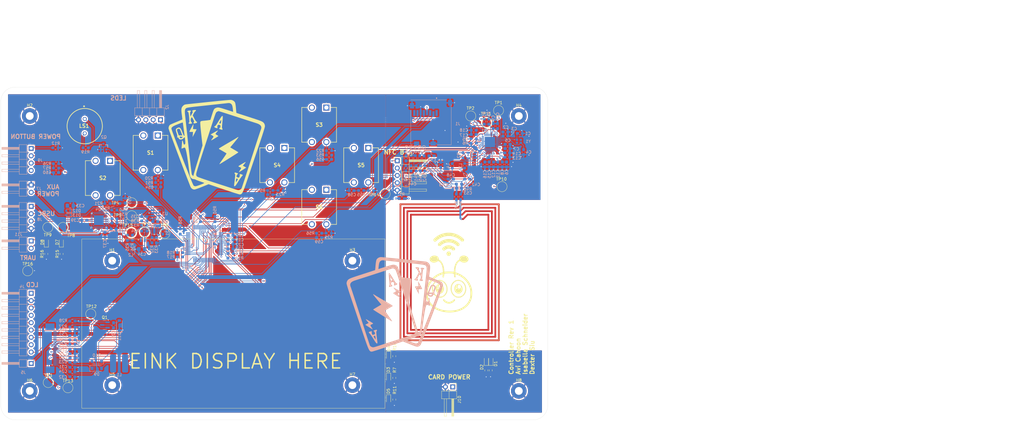
<source format=kicad_pcb>
(kicad_pcb (version 20240108) (generator "pcbnew") (generator_version "8.0")
  (layers (0 "F.Cu" signal) (1 "In1.Cu" signal) (2 "In2.Cu" signal) (31 "B.Cu" mixed) (34 "B.Paste" user) (35 "F.Paste" user) (36 "B.SilkS" user "B.Silkscreen") (37 "F.SilkS" user "F.Silkscreen") (38 "B.Mask" user) (39 "F.Mask" user) (44 "Edge.Cuts" user))
  (net 0 "")
  (net 1 "GND")
  (net 2 "Net-(IC1-XTO)")
  (net 3 "+3V3")
  (net 4 "Net-(IC1-XTI)")
  (net 5 "Net-(IC1-AGDC)")
  (net 6 "/INTERFACE/VGH")
  (net 7 "/INTERFACE/VGL")
  (net 8 "Net-(D9-A)")
  (net 9 "Net-(D10-K)")
  (net 10 "/INTERFACE/RESE")
  (net 11 "/INTERFACE/VSH2")
  (net 12 "/INTERFACE/VDD_1.8V")
  (net 13 "/INTERFACE/VSH1")
  (net 14 "/INTERFACE/VSL")
  (net 15 "/INTERFACE/VCOM")
  (net 16 "/POWER/VIN_PROT")
  (net 17 "Net-(U2-VOS)")
  (net 18 "Net-(U3-VIN)")
  (net 19 "/POWER/5V_USBC")
  (net 20 "Net-(U4-~{RXT}{slash}GPIO.1)")
  (net 21 "/USBC_TO_UART/VDD")
  (net 22 "Net-(C42-PORT1)")
  (net 23 "/NFC/ANTENNA/ANTENNA_COIL")
  (net 24 "/NFC/ANTENNA/AAT_A")
  (net 25 "Net-(C43-PORT1)")
  (net 26 "Net-(C44-PORT1)")
  (net 27 "Net-(C44-PORT2)")
  (net 28 "/NFC/ANTENNA/AAT_B")
  (net 29 "Net-(C45-Pad2)")
  (net 30 "Net-(C46-Pad1)")
  (net 31 "Net-(C49-Pad2)")
  (net 32 "/NFC/ANTENNA/RFI1")
  (net 33 "/NFC/ANTENNA/RFI2")
  (net 34 "Net-(C52-Pad1)")
  (net 35 "Net-(D1-K)")
  (net 36 "Net-(D2-K)")
  (net 37 "Net-(D3-K)")
  (net 38 "/MCU/LED_DEBUG_B")
  (net 39 "/MCU/LED_DISPLAY_B")
  (net 40 "Net-(D4-K)")
  (net 41 "/MCU/LED_DISPLAY_R")
  (net 42 "Net-(D5-K)")
  (net 43 "/MCU/USBC_UART_RX")
  (net 44 "Net-(D7-K)")
  (net 45 "Net-(D8-K)")
  (net 46 "/MCU/USBC_UART_TX")
  (net 47 "/POWER/AUX_POWER")
  (net 48 "/NFC/ANTENNA/RFO1")
  (net 50 "Net-(IC1-I2C_EN)")
  (net 51 "Net-(IC1-TAD1)")
  (net 53 "Net-(IC1-TAD2)")
  (net 55 "/NFC/ANTENNA/RFO2")
  (net 56 "Net-(IC1-BSS)")
  (net 57 "/MCU/SD_MOSI")
  (net 58 "/MCU/SD_SCK")
  (net 60 "/MCU/SD_MISO")
  (net 61 "/MCU/SD_CS")
  (net 63 "/INTERFACE/CS#")
  (net 64 "/INTERFACE/RES#")
  (net 65 "/INTERFACE/VPP")
  (net 66 "/INTERFACE/GDR")
  (net 67 "/INTERFACE/TSCL")
  (net 68 "/INTERFACE/D{slash}C#")
  (net 70 "/INTERFACE/SCL")
  (net 72 "/INTERFACE/SDA")
  (net 73 "/INTERFACE/TSDA")
  (net 74 "/INTERFACE/BUSY")
  (net 75 "/INTERFACE/BS1")
  (net 76 "/MCU/NFC_B_SCL")
  (net 77 "/MCU/NFC_B_SDA")
  (net 78 "/INTERFACE/BUZZER")
  (net 79 "/INTERFACE/BUTTON7")
  (net 80 "/INTERFACE/BUTTON6")
  (net 81 "/INTERFACE/BUTTON5")
  (net 82 "/INTERFACE/BUTTON4")
  (net 83 "/INTERFACE/BUTTON3")
  (net 84 "/INTERFACE/BUTTON2")
  (net 85 "/INTERFACE/BUTTON1")
  (net 86 "Net-(U2-FB)")
  (net 87 "Net-(U3-EN)")
  (net 88 "Net-(U4-TXD)")
  (net 89 "Net-(U4-RXD)")
  (net 102 "/POWER/POWER_GOOD")
  (net 103 "Net-(U4-SUSPEND)")
  (net 104 "Net-(U4-~{SUSPEND})")
  (net 106 "Net-(U1-PA14)")
  (net 108 "/MCU/NFC_B_BUSY")
  (net 109 "/MCU/SD_CARD_DETECT")
  (net 119 "Net-(U2-SW)")
  (net 120 "Net-(U2-EN)")
  (net 128 "/USBC_TO_UART/USBC_D+")
  (net 134 "/USBC_TO_UART/USBC_D-")
  (net 142 "Net-(IC1-VDD_D)")
  (net 143 "Net-(IC1-VDD_A)")
  (net 144 "Net-(IC1-VDD_AM)")
  (net 145 "/INTERFACE/LCD_PWM_BRIGHT")
  (net 146 "/MCU/SPI_LCD_MISO")
  (net 147 "/MCU/SPI_LCD_MOSI")
  (net 148 "/MCU/SPI_LCD_SCK")
  (net 149 "VDD_NFC")
  (net 150 "Net-(C42-PORT2)")
  (net 151 "Net-(C43-PORT2)")
  (net 153 "/MCU/LED_NFC_DONE")
  (net 154 "/MCU/LED_NFC_WORKING")
  (net 155 "/MCU/PWR_INDICATOR")
  (net 156 "Net-(IC1-VDD_DR)")
  (net 157 "/MCU/NFC_I_SENSE")
  (net 158 "Net-(Q2-C)")
  (net 159 "/MCU/NFC_A_BUSY")
  (net 160 "/MCU/NFC_A_SCL")
  (net 161 "/MCU/NFC_A_SDA")
  (net 162 "/MCU/SPI_LCD_CS")
  (net 163 "/MCU/SPI_LCD_DC")
  (net 165 "/MCU/SPI_EINK_MISO")
  (net 173 "Net-(J9-Pin_1)")
  (net 174 "/MCU/BUTTON_1")
  (net 175 "/MCU/BUTTON_2")
  (net 176 "/MCU/BUTTON_3")
  (net 177 "/MCU/BUTTON_4")
  (net 178 "/MCU/BUTTON_5")
  (net 179 "/MCU/BUTTON_6")
  (net 180 "/MCU/BUTTON_7")
  (footprint "MountingHole:MountingHole_2.7mm_M2.5_Pad_TopBottom" (layer "F.Cu") (at 88.5 193)
    (property "Reference" "H5")
    (property "Value" "MountingHole_Pad")
  )
  (footprint "MountingHole:MountingHole_2.7mm_M2.5_Pad_TopBottom" (layer "F.Cu") (at 60 100)
    (property "Reference" "H2")
    (property "Value" "MountingHole_Pad")
  )
  (footprint "TestPoint:TestPoint_Pad_D3.0mm" (layer "F.Cu") (at 222 98.1)
    (property "Reference" "TP1")
    (property "Value" "TestPoint")
  )
  (footprint "LED_SMD:LED_0603_1608Metric_Pad1.05x0.95mm_HandSolder" (layer "F.Cu") (at 184 183 -90)
    (property "Reference" "D4")
    (property "Value" "LED-B")
  )
  (footprint "samacsys:PRT14460" (layer "F.Cu") (at 177 111.05)
    (property "Reference" "S5")
    (property "Value" "PRT-14460" (hide yes))
  )
  (footprint "Resistor_SMD:R_0603_1608Metric_Pad0.98x0.95mm_HandSolder" (layer "F.Cu") (at 217.8 187.9 -90)
    (property "Reference" "R8" (hide yes))
    (property "Value" "10k")
  )
  (footprint "TestPoint:TestPoint_Pad_D3.0mm" (layer "F.Cu") (at 59.3 153.5)
    (property "Reference" "TP16")
    (property "Value" "TestPoint")
  )
  (footprint "Resistor_SMD:R_0603_1608Metric_Pad0.98x0.95mm_HandSolder" (layer "F.Cu") (at 186 190.5 -90)
    (property "Reference" "R7")
    (property "Value" "10k")
  )
  (footprint "TestPoint:TestPoint_Pad_D3.0mm" (layer "F.Cu") (at 66.25 138.5)
    (property "Reference" "TP9")
    (property "Value" "TestPoint")
  )
  (footprint "TestPoint:TestPoint_Pad_D3.0mm" (layer "F.Cu") (at 81.1 168.4)
    (property "Reference" "TP12")
    (property "Value" "TestPoint")
  )
  (footprint "Resistor_SMD:R_0603_1608Metric_Pad0.98x0.95mm_HandSolder" (layer "F.Cu") (at 219.3 187.9 -90)
    (property "Reference" "R9" (hide yes))
    (property "Value" "10k")
  )
  (footprint "TestPoint:TestPoint_Pad_D3.0mm" (layer "F.Cu") (at 217.9 102.3)
    (property "Reference" "TP11")
    (property "Value" "TestPoint")
  )
  (footprint "TestPoint:TestPoint_Pad_D3.0mm" (layer "F.Cu") (at 71.5 138.5)
    (property "Reference" "TP8")
    (property "Value" "TestPoint")
  )
  (footprint "TestPoint:TestPoint_Pad_D3.0mm" (layer "F.Cu") (at 99.7 140.1 90)
    (property "Reference" "TP7")
    (property "Value" "TestPoint")
  )
  (footprint "LED_SMD:LED_0603_1608Metric_Pad1.05x0.95mm_HandSolder" (layer "F.Cu") (at 217.78327 184.536252 90)
    (property "Reference" "D2")
    (property "Value" "LED-R")
  )
  (footprint "LED_SMD:LED_0603_1608Metric_Pad1.05x0.95mm_HandSolder" (layer "F.Cu") (at 219.362251 184.52521 90)
    (property "Reference" "D1")
    (property "Value" "LED-G")
  )
  (footprint "TestPoint:TestPoint_Pad_D3.0mm" (layer "F.Cu") (at 95.25 134.5 90)
    (property "Reference" "TP5")
    (property "Value" "TestPoint")
  )
  (footprint "Connector_PinHeader_2.54mm:PinHeader_1x02_P2.54mm_Horizontal" (layer "F.Cu") (at 206.175 193.6 -90)
    (property "Reference" "J10")
    (property "Value" "Conn_01x02")
  )
  (footprint "MountingHole:MountingHole_2.7mm_M2.5_Pad_TopBottom" (layer "F.Cu") (at 60 195)
    (property "Reference" "H6")
    (property "Value" "MountingHole_Pad")
  )
  (footprint "TestPoint:TestPoint_Pad_D3.0mm" (layer "F.Cu") (at 73.2 193.9)
    (property "Reference" "TP13")
    (property "Value" "TestPoint")
  )
  (footprint "MountingHole:MountingHole_2.7mm_M2.5_Pad_TopBottom" (layer "F.Cu") (at 229 195)
    (property "Reference" "H8")
    (property "Value" "MountingHole_Pad")
  )
  (footprint "LED_SMD:LED_0603_1608Metric_Pad1.05x0.95mm_HandSolder" (layer "F.Cu") (at 184 190.5 -90)
    (property "Reference" "D3")
    (property "Value" "LED-B")
  )
  (footprint "TestPoint:TestPoint_Pad_D3.0mm" (layer "F.Cu") (at 95.25 130 90)
    (property "Reference" "TP4")
    (property "Value" "TestPoint")
  )
  (footprint "MountingHole:MountingHole_2.7mm_M2.5_Pad_TopBottom" (layer "F.Cu") (at 171.5 193)
    (property "Reference" "H7")
    (property "Value" "MountingHole_Pad")
  )
  (footprint "samacsys:PRT14460" (layer "F.Cu") (at 162.5 125.5)
    (property "Reference" "S6")
    (property "Value" "PRT-14460" (hide yes))
  )
  (footprint "MountingHole:MountingHole_2.7mm_M2.5_Pad_TopBottom" (layer "F.Cu") (at 88.5 150)
    (property "Reference" "H1")
    (property "Value" "MountingHole_Pad")
  )
  (footprint "TestPoint:TestPoint_Pad_D3.0mm" (layer "F.Cu") (at 182.8 126.9)
    (property "Reference" "TP14")
    (property "Value" "TestPoint")
  )
  (footprint "TestPoint:TestPoint_Pad_D3.0mm" (layer "F.Cu") (at 223.2 124.4)
    (property "Reference" "TP10")
    (property "Value" "TestPoint")
  )
  (footprint "samacsys:PS1240P02BT" (layer "F.Cu") (at 79 103.5)
    (property "Reference" "LS1")
    (property "Value" "PS1240P02BT" (hide yes))
  )
  (footprint "Resistor_SMD:R_0603_1608Metric_Pad0.98x0.95mm_HandSolder" (layer "F.Cu") (at 71 147.6625 -90)
    (property "Reference" "R15")
    (property "Value" "10k")
  )
  (footprint "Resistor_SMD:R_0603_1608Metric_Pad0.98x0.95mm_HandSolder" (layer "F.Cu") (at 65.75 147.6625 -90)
    (property "Reference" "R16")
    (property "Value" "10k")
  )
  (footprint "samacsys:PRT14460" (layer "F.Cu") (at 162.5 97.1)
    (property "Reference" "S3")
    (property "Value" "PRT-14460" (hide yes))
  )
  (footprint "LED_SMD:LED_0603_1608Metric_Pad1.05x0.95mm_HandSolder" (layer "F.Cu") (at 184 198 -90)
    (property "Reference" "D5")
    (property "Value" "LED-R")
  )
  (footprint "LED_SMD:LED_0603_1608Metric_Pad1.05x0.95mm_HandSolder" (layer "F.Cu") (at 65.75 143.625 90)
    (property "Reference" "D8")
    (property "Value" "LED-G")
  )
  (footprint "samacsys:PRT14460" (layer "F.Cu") (at 104.25 106.75)
    (property "Reference" "S1")
    (property "Value" "PRT-14460" (hide yes))
  )
  (footprint "TestPoint:TestPoint_Pad_D3.0mm" (layer "F.Cu") (at 66.4 192.1)
    (property "Reference" "TP3")
    (property "Value" "TestPoint")
  )
  (footprint "MountingHole:MountingHole_2.7mm_M2.5_Pad_TopBottom" (layer "F.Cu") (at 171.5 150)
    (property "Reference" "H3")
    (property "Value" "MountingHole_Pad")
  )
  (footprint "TestPoint:TestPoint_Pad_D3.0mm" (layer "F.Cu") (at 106.7 140.6 90)
    (property "Reference" "TP6")
    (property "Value" "TestPoint")
  )
  (footprint "samacsys:PRT14460" (layer "F.Cu") (at 87.75 115.5)
    (property "Reference" "S2")
    (property "Value" "PRT-14460" (hide yes))
  )
  (footprint "TestPoint:TestPoint_Pad_D3.0mm" (layer "F.Cu") (at 95.1 140.3)
    (property "Reference" "TP15")
    (property "Value" "TestPoint")
  )
  (footprint "TestPoint:TestPoint_Pad_D3.0mm" (layer "F.Cu") (at 212.4 100)
    (property "Reference" "TP2")
    (property "Value" "TestPoint")
  )
  (footprint "Connector_PinHeader_2.54mm:PinHeader_1x05_P2.54mm_Horizontal" (layer "F.Cu") (at 187 115.46)
    (property "Reference" "J3")
    (property "Value" "Conn_01x05")
  )
  (footprint "Resistor_SMD:R_0603_1608Metric_Pad0.98x0.95mm_HandSolder" (layer "F.Cu") (at 186 183 -90)
    (property "Reference" "R10")
    (property "Value" "10k")
  )
  (footprint "Resistor_SMD:R_0603_1608Metric_Pad0.98x0.95mm_HandSolder" (layer "F.Cu") (at 186 198 -90)
    (property "Reference" "R11")
    (property "Value" "10k")
  )
  (footprint "MountingHole:MountingHole_2.7mm_M2.5_Pad_TopBottom" (layer "F.Cu") (at 229 100)
    (property "Reference" "H4")
    (property "Value" "MountingHole_Pad")
  )
  (footprint "LED_SMD:LED_0603_1608Metric_Pad1.05x0.95mm_HandSolder" (layer "F.Cu") (at 70.91 143.625 90)
    (property "Reference" "D7")
    (property "Value" "LED-G")
  )
  (footprint "samacsys:PRT14460" (layer "F.Cu") (at 148 111.05)
    (property "Reference" "S4")
    (property "Value" "PRT-14460" (hide yes))
  )
  (footprint "Capacitor_SMD:C_0603_1608Metric_Pad1.08x0.95mm_HandSolder" (layer "B.Cu") (at 208.3875 125)
    (property "Reference" "C53")
    (property "Value" "240pF")
  )
  (footprint "Diode_SMD:D_SOD-523" (layer "B.Cu") (at 73.3 132.75 180)
    (property "Reference" "D12")
    (property "Value" "RB521S30T1G")
  )
  (footprint "Capacitor_SMD:C_0603_1608Metric_Pad1.08x0.95mm_HandSolder" (layer "B.Cu") (at 89 139)
    (property "Reference" "C38")
    (property "Value" "1uF")
  )
  (footprint "Package_SON:WSON-8-1EP_2x2mm_P0.5mm_EP0.9x1.6mm_ThermalVias" (layer "B.Cu") (at 103.05 139.75 180)
    (property "Reference" "U2")
    (property "Value" "TPS62160DSG")
  )
  (footprint "Capacitor_SMD:C_0603_1608Metric_Pad1.08x0.95mm_HandSolder" (layer "B.Cu") (at 163.4375 115 180)
    (property "Reference" "C56")
    (property "Value" "1uF")
  )
  (footprint "Resistor_SMD:R_0603_1608Metric_Pad0.98x0.95mm_HandSolder" (layer "B.Cu") (at 93.75 142.0875 -90)
    (property "Reference" "R35")
    (property "Value" "0")
  )
  (footprint "Resistor_SMD:R_0603_1608Metric_Pad0.98x0.95mm_HandSolder" (layer "B.Cu") (at 74.7625 170.850902)
    (property "Reference" "R28")
    (property "Value" "DNP")
  )
  (footprint "Capacitor_SMD:C_0603_1608Metric_Pad1.08x0.95mm_HandSolder" (layer "B.Cu") (at 129.4 144.25)
    (property "Reference" "C22")
    (property "Value" "4.7uF")
  )
  (footprint "Resistor_SMD:R_0603_1608Metric_Pad0.98x0.95mm_HandSolder" (layer "B.Cu") (at 104.4125 123 180)
    (property "Reference" "R51")
    (property "Value" "10k")
  )
  (footprint "Capacitor_SMD:C_0603_1608Metric_Pad1.08x0.95mm_HandSolder" (layer "B.Cu") (at 220.275 116.75 90)
    (property "Reference" "C12")
    (property "Value" "10n")
  )
  (footprint "samacsys:TMBT3904LM" (layer "B.Cu") (at 85.5 110.6 180)
    (property "Reference" "Q2")
    (property "Value" "TMBT3904,LM" (hide yes))
  )
  (footprint "Resistor_SMD:R_0603_1608Metric_Pad0.98x0.95mm_HandSolder" (layer "B.Cu") (at 174.548499 125.746053)
    (property "Reference" "R55")
    (property "Value" "10k")
  )
  (footprint "Resistor_SMD:R_0603_1608Metric_Pad0.98x0.95mm_HandSolder" (layer "B.Cu") (at 209.7 113.6 -90)
    (property "Reference" "R2")
    (property "Value" ".5R")
  )
  (footprint "Resistor_SMD:R_0603_1608Metric_Pad0.98x0.95mm_HandSolder" (layer "B.Cu") (at 163.3375 140.5)
    (property "Reference" "R25")
    (property "Value" "10k")
  )
  (footprint "samacsys:QFN50P500X500X100-33N-D" (layer "B.Cu") (at 219.025 109 180)
    (property "Reference" "IC1")
    (property "Value" "ST25R3916B-AQWT" (hide yes))
  )
  (footprint "Capacitor_SMD:C_0603_1608Metric_Pad1.08x0.95mm_HandSolder" (layer "B.Cu") (at 230.65 112.4875 90)
    (property "Reference" "C4")
    (property "Value" "8.2p")
  )
  (footprint "Capacitor_SMD:C_0603_1608Metric_Pad1.08x0.95mm_HandSolder" (layer "B.Cu") (at 74.7125 175.850902)
    (property "Reference" "C27")
    (property "Value" "1uF")
  )
  (footprint "Resistor_SMD:R_0603_1608Metric_Pad0.98x0.95mm_HandSolder" (layer "B.Cu") (at 191.75 118.0875 -90)
    (property "Reference" "R44")
    (property "Value" "0")
  )
  (footprint "Resistor_SMD:R_0603_1608Metric_Pad0.98x0.95mm_HandSolder" (layer "B.Cu") (at 74.7625 172.9)
    (property "Reference" "R27")
    (property "Value" "2.2R")
  )
  (footprint "samacsys:VLS2016" (layer "B.Cu") (at 99.075 142.75)
    (property "Reference" "L2")
    (property "Value" "2.2uH" (hide yes))
  )
  (footprint "parts-lib:CDRH5D18" (layer "B.Cu") (at 90.9 185.5)
    (property "Reference" "L1")
    (property "Value" "L" (hide yes))
  )
  (footprint "samacsys:XRCGB" (layer "B.Cu") (at 229.025 108.75)
    (property "Reference" "Y1")
    (property "Value" "XRCGB27M120F3M00R0" (hide yes))
  )
  (footprint "Resistor_SMD:R_0603_1608Metric_Pad0.98x0.95mm_HandSolder" (layer "B.Cu") (at 191.75 114.5875 90)
    (property "Reference" "R47")
    (property "Value" "0")
  )
  (footprint "Resistor_SMD:R_0603_1608Metric_Pad0.98x0.95mm_HandSolder" (layer "B.Cu") (at 69.0875 116.5)
    (property "Reference" "R26")
    (property "Value" "10k")
  )
  (footprint "Capacitor_SMD:C_0603_1608Metric_Pad1.08x0.95mm_HandSolder" (layer "B.Cu") (at 99.5625 134.75 180)
    (property "Reference" "C35")
    (property "Value" "1uF")
  )
  (footprint "Package_DFN_QFN:QFN-28-1EP_5x5mm_P0.5mm_EP3.35x3.35mm" (layer "B.Cu") (at 83.88 136 180)
    (property "Reference" "U4")
    (property "Value" "CP2110-F02-GM1")
  )
  (footprint "Capacitor_SMD:C_0603_1608Metric_Pad1.08x0.95mm_HandSolder" (layer "B.Cu") (at 229.3875 106 180)
    (property "Reference" "C1")
    (property "Value" "8.2p")
  )
  (footprint "Connector_PinHeader_2.54mm:PinHeader_1x04_P2.54mm_Horizontal" (layer "B.Cu") (at 60.5 131.22 180)
    (property "Reference" "J8")
    (property "Value" "Conn_01x04")
  )
  (footprint "Capacitor_SMD:C_0603_1608Metric_Pad1.08x0.95mm_HandSolder" (layer "B.Cu") (at 205.5 121.8)
    (property "Reference" "C48")
    (property "Value" "180pF")
  )
  (footprint "Capacitor_SMD:C_0603_1608Metric_Pad1.08x0.95mm_HandSolder" (layer "B.Cu") (at 202 116.8625 90)
    (property "Reference" "C46")
    (property "Value" "680pF")
  )
  (footprint "Resistor_SMD:R_0603_1608Metric_Pad0.98x0.95mm_HandSolder" (layer "B.Cu") (at 208.3375 123.5)
    (property "Reference" "R46")
    (property "Value" "0")
  )
  (footprint "Resistor_SMD:R_0603_1608Metric_Pad0.98x0.95mm_HandSolder" (layer "B.Cu") (at 74.7625 177.350902 180)
    (property "Reference" "R30")
    (property "Value" "0R")
  )
  (footprint "Resistor_SMD:R_0603_1608Metric_Pad0.98x0.95mm_HandSolder" (layer "B.Cu") (at 196.5 118.0875 -90)
    (property "Reference" "R42")
    (property "Value" "0")
  )
  (footprint "Connector_PinHeader_2.54mm:PinHeader_1x04_P2.54mm_Horizontal" (layer "B.Cu") (at 105.2 101.3 90)
    (property "Reference" "J2")
    (property "Value" "Conn_01x04")
  )
  (footprint "Resistor_SMD:R_0603_1608Metric_Pad0.98x0.95mm_HandSolder" (layer "B.Cu") (at 95.5 142.0875 90)
    (property "Reference" "R36")
    (property "Value" "0R")
  )
  (footprint "Capacitor_SMD:C_0603_1608Metric_Pad1.08x0.95mm_HandSolder" (layer "B.Cu") (at 218.795 116.75 90)
    (property "Reference" "C15")
    (property "Value" "2.2u")
  )
  (footprint "Resistor_SMD:R_0603_1608Metric_Pad0.98x0.95mm_HandSolder" (layer "B.Cu") (at 218.65 101.9325 -90)
    (property "Reference" "R4")
    (property "Value" "0")
  )
  (footprint "Capacitor_SMD:C_0603_1608Metric_Pad1.08x0.95mm_HandSolder" (layer "B.Cu") (at 211.2 121.8)
    (property "Reference" "C47")
    (property "Value" "180pF")
  )
  (footprint "Connector_PinHeader_2.54mm:PinHeader_1x09_P2.54mm_Horizontal" (layer "B.Cu") (at 60.5 161.25 180)
    (property "Reference" "J4")
    (property "Value" "Conn_01x09")
  )
  (footprint "Resistor_SMD:R_0603_1608Metric_Pad0.98x0.95mm_HandSolder" (layer "B.Cu") (at 86.8375 130.25 180)
    (property "Reference" "R21")
    (property "Value" "10k")
  )
  (footprint "Resistor_SMD:R_0603_1608Metric_Pad0.98x0.95mm_HandSolder" (layer "B.Cu") (at 69.1 118 180)
    (property "Reference" "R57")
    (property "Value" "10k")
  )
  (footprint "Resistor_SMD:R_0603_1608Metric_Pad0.98x0.95mm_HandSolder" (layer "B.Cu") (at 99.5875 139.75)
    (property "Reference" "R34")
    (property "Value" "100k")
  )
  (footprint "Resistor_SMD:R_0603_1608Metric_Pad0.98x0.95mm_HandSolder" (layer "B.Cu") (at 103.75 142.9125 -90)
    (property "Reference" "R33")
    (property "Value" "200k")
  )
  (footprint "Resistor_SMD:R_0603_1608Metric_Pad0.98x0.95mm_HandSolder" (layer "B.Cu") (at 213.4125 107.864855 180)
    (property "Reference" "R5")
    (property "Value" "0")
  )
  (footprint "Resistor_SMD:R_0603_1608Metric_Pad0.98x0.95mm_HandSolder" (layer "B.Cu") (at 119 135.6 -90)
    (property "Reference" "R59")
    (property "Value" "4.7k")
  )
  (footprint "Resistor_SMD:R_0603_1608Metric_Pad0.98x0.95mm_HandSolder" (layer "B.Cu") (at 89.25 134)
    (property "Reference" "R39")
    (property "Value" "0R")
  )
  (footprint "Resistor_SMD:R_0603_1608Metric_Pad0.98x0.95mm_HandSolder" (layer "B.Cu") (at 90.224449 130.245483 180)
    (property "Reference" "R52")
    (property "Value" "10k")
  )
  (footprint "Capacitor_SMD:C_0603_1608Metric_Pad1.08x0.95mm_HandSolder" (layer "B.Cu") (at 104.4 124.5 180)
    (property "Reference" "C54")
    (property "Value" "1uF")
  )
  (footprint "Capacitor_SMD:C_0603_1608Metric_Pad1.08x0.95mm_HandSolder" (layer "B.Cu") (at 195.006391 118.085518 -90)
    (property "Reference" "C45")
    (property "Value" "680pF")
  )
  (footprint "Resistor_SMD:R_0603_1608Metric_Pad0.98x0.95mm_HandSolder" (layer "B.Cu") (at 217.025 101.9125 90)
    (property "Reference" "R3")
    (property "Value" "0")
  )
  (footprint "Capacitor_SMD:C_0603_1608Metric_Pad1.08x0.95mm_HandSolder" (layer "B.Cu") (at 74.7375 186.860902)
    (property "Reference" "C31")
    (property "Value" "1uF")
  )
  (footprint "Capacitor_SMD:C_0603_1608Metric_Pad1.08x0.95mm_HandSolder" (layer "B.Cu") (at 225.025 112.75 180)
    (property "Reference" "C14")
    (property "Value" "10n")
  )
  (footprint "Capacitor_SMD:C_0603_1608Metric_Pad1.08x0.95mm_HandSolder" (layer "B.Cu") (at 224.3875 107 180)
    (property "Reference" "C3")
    (property "Value" "10n")
  )
  (footprint "Connector_PinHeader_2.54mm:PinHeader_1x02_P2.54mm_Horizontal" (layer "B.Cu") (at 60.5 143.16 180)
    (property "Reference" "J11")
    (property "Value" "Conn_01x02")
  )
  (footprint "Package_QFP:LQFP-64_10x10mm_P0.5mm" (layer "B.Cu") (at 120.425 144.1 180)
    (property "Reference" "U1")
    (property "Value" "STM32G0C1RETx")
  )
  (footprint "Inductor_SMD:L_0603_1608Metric" (layer "B.Cu") (at 206 117.25 -90)
    (property "Reference" "L4")
    (property "Value" "270nH")
  )
  (footprint "Capacitor_SMD:C_0603_1608Metric_Pad1.08x0.95mm_HandSolder" (layer "B.Cu") (at 160 142)
    (property "Reference" "C59")
    (property "Value" "1uF")
  )
  (footprint "Resistor_SMD:R_0603_1608Metric_Pad0.98x0.95mm_HandSolder" (layer "B.Cu") (at 111.9125 148.7)
    (property "Reference" "R17")
    (property "Value" "4.7k")
  )
  (footprint "Capacitor_SMD:C_0603_1608Metric_Pad1.08x0.95mm_HandSolder" (layer "B.Cu") (at 196.25 114.6125 -90)
    (property "Reference" "C51")
    (property "Value" "10pF")
  )
  (footprint "Capacitor_SMD:C_0603_1608Metric_Pad1.08x0.95mm_HandSolder" (layer "B.Cu") (at 213.400226 104.8875)
    (property "Reference" "C18")
    (property "Value" "10n")
  )
  (footprint "Resistor_SMD:R_0603_1608Metric_Pad0.98x0.95mm_HandSolder" (layer "B.Cu") (at 99.5875 136.25)
    (property "Reference" "R38")
    (property "Value" "0R")
  )
  (footprint "Diode_SMD:D_SOD-123" (layer "B.Cu") (at 83.15 187.2)
    (property "Reference" "D9")
    (property "Value" "D_Schottky")
  )
  (footprint "Capacitor_SMD:C_0603_1608Metric_Pad1.08x0.95mm_HandSolder" (layer "B.Cu") (at 225.141806 111.259397 180)
    (property "Reference" "C7")
    (property "Value" "10n")
  )
  (footprint "Resistor_SMD:R_0603_1608Metric_Pad0.98x0.95mm_HandSolder" (layer "B.Cu") (at 188.5875 128.5 180)
    (property "Reference" "R1")
    (property "Value" "0")
  )
  (footprint "Capacitor_SMD:C_0603_1608Metric_Pad1.08x0.95mm_HandSolder" (layer "B.Cu") (at 224.775 116.75 90)
    (property "Reference" "C6")
    (property "Value" "2.2u")
  )
  (footprint "Resistor_SMD:R_0603_1608Metric_Pad0.98x0.95mm_HandSolder" (layer "B.Cu") (at 163.424498 113.503917 180)
    (property "Reference" "R53")
    (property "Value" "10k")
  )
  (footprint "Connector_PinHeader_2.54mm:PinHeader_1x01_P2.54mm_Horizontal" (layer "B.Cu") (at 60.5 185.5 180)
    (property "Reference" "J5")
    (property "Value" "Conn_01x01")
  )
  (footprint "Capacitor_SMD:C_0603_1608Metric_Pad1.08x0.95mm_HandSolder" (layer "B.Cu") (at 93 129.2375 90)
    (property "Reference" "C55")
    (property "Value" "1uF")
  )
  (footprint "Resistor_SMD:R_0603_1608Metric_Pad0.98x0.95mm_HandSolder" (layer "B.Cu") (at 89.25 132.5)
    (property "Reference" "R40")
    (property "Value" "0R")
  )
  (footprint "Resistor_SMD:R_0603_1608Metric_Pad0.98x0.95mm_HandSolder" (layer "B.Cu") (at 207.394227 127.894227 -90)
    (property "Reference" "R49")
    (property "Value" "0")
  )
  (footprint "Resistor_SMD:R_0603_1608Metric_Pad0.98x0.95mm_HandSolder" (layer "B.Cu") (at 79.3375 111)
    (property "Reference" "R19")
    (property "Value" "1k")
  )
  (footprint "Capacitor_SMD:C_0603_1608Metric_Pad1.08x0.95mm_HandSolder" (layer "B.Cu") (at 171.2 125.8 180)
    (property "Reference" "C58")
    (property "Value" "1uF")
  )
  (footprint "Capacitor_SMD:C_0805_2012Metric_Pad1.18x1.45mm_HandSolder" (layer "B.Cu") (at 74.0375 131)
    (property "Reference" "C33")
    (property "Value" "10uF")
  )
  (footprint "Resistor_SMD:R_0603_1608Metric_Pad0.98x0.95mm_HandSolder" (layer "B.Cu") (at 193.5 118.0875 -90)
    (property "Reference" "R41")
    (property "Value" "0")
  )
  (footprint "Capacitor_SMD:C_0603_1608Metric_Pad1.08x0.95mm_HandSolder" (layer "B.Cu") (at 221.65 103.4875 -90)
    (property "Reference" "C10")
    (property "Value" "100n")
  )
  (footprint "Resistor_SMD:R_0603_1608Metric_Pad0.98x0.95mm_HandSolder" (layer "B.Cu") (at 177.9125 125.75)
    (property "Reference" "R24")
    (property "Value" "10k")
  )
  (footprint "Inductor_SMD:L_0603_1608Metric" (layer "B.Cu") (at 210.3 117.2 -90)
    (property "Reference" "L3")
    (property "Value" "270nH")
  )
  (footprint "Capacitor_SMD:C_0603_1608Metric_Pad1.08x0.95mm_HandSolder" (layer "B.Cu") (at 190 114.6375 -90)
    (property "Reference" "C49")
    (property "Value" "82pF")
  )
  (footprint "Capacitor_SMD:C_0603_1608Metric_Pad1.08x0.95mm_HandSolder" (layer "B.Cu") (at 74.7375 185.100902)
    (property "Reference" "C23")
    (property "Value" "1uF")
  )
  (footprint "Capacitor_SMD:C_0603_1608Metric_Pad1.08x0.95mm_HandSolder" (layer "B.Cu") (at 86 141 -90)
    (property "Reference" "C37")
    (property "Value" "100n")
  )
  (footprint "Capacitor_SMD:C_0603_1608Metric_Pad1.08x0.95mm_HandSolder" (layer "B.Cu") (at 74.770666 174.366743)
    (property "Reference" "C26")
    (property "Value" "DNP")
  )
  (footprint "Connector_PinHeader_2.54mm:PinHeader_1x02_P2.54mm_Horizontal" (layer "B.Cu") (at 60.5 123.825 180)
    (property "Reference" "J7")
    (property "Value" "Conn_01x02")
  )
  (footprint "Capacitor_SMD:C_0603_1608Metric_Pad1.08x0.95mm_HandSolder" (layer "B.Cu") (at 74.7375 188.360902)
    (property "Reference" "C24")
    (property "Value" "1uF")
  )
  (footprint "Resistor_SMD:R_0603_1608Metric_Pad0.98x0.95mm_HandSolder" (layer "B.Cu") (at 190 118.0875 -90)
    (property "Reference" "R43")
    (property "Value" "0")
  )
  (footprint "Capacitor_SMD:C_0603_1608Metric_Pad1.08x0.95mm_HandSolder" (layer "B.Cu") (at 198.8625 113.75)
    (property "Reference" "C50")
    (property "Value" "10pF")
  )
  (footprint "Capacitor_SMD:C_0603_1608Metric_Pad1.08x0.95mm_HandSolder" (layer "B.Cu") (at 224.3875 105.5 180)
    (property "Reference" "C2")
    (property "Value" "2.2u")
  )
  (footprint "samacsys:LXRW0YV600054" (layer "B.Cu") (at 189.8 123.45 180)
    (property "Reference" "C44")
    (property "Value" "LXRW0YV600-054" (hide yes))
  )
  (footprint "samacsys:MEM20610118800A" (layer "B.Cu") (at 192.89 98.95)
    (property "Reference" "J1")
    (property "Value" "MEM2061-01-188-00-A" (hide yes))
  )
  (footprint "Capacitor_SMD:C_0603_1608Metric_Pad1.08x0.95mm_HandSolder" (layer "B.Cu") (at 220.15 103.4875 -90)
    (property "Reference" "C9")
    (property "Value" "1uF")
  )
  (footprint "Capacitor_SMD:C_0603_1608Metric_Pad1.08x0.95mm_HandSolder" (layer "B.Cu") (at 69.087529 119.541678 180)
    (property "Reference" "C60")
    (property "Value" "1uF")
  )
  (footprint "Capacitor_SMD:C_0603_1608Metric_Pad1.08x0.95mm_HandSolder" (layer "B.Cu") (at 89.275 137)
    (property "Reference" "C40")
    (property "Value" "4.7uF")
  )
  (footprint "Capacitor_SMD:C_0603_1608Metric_Pad1.08x0.95mm_HandSolder" (layer "B.Cu") (at 221.775 116.75 90)
    (property "Reference" "C11")
    (property "Value" "2.2u")
  )
  (footprint "Capacitor_SMD:C_0603_1608Metric_Pad1.08x0.95mm_HandSolder" (layer "B.Cu") (at 74.789098 182.100902)
    (property "Reference" "C29")
    (property "Value" "1uF")
  )
  (footprint "Capacitor_SMD:C_0603_1608Metric_Pad1.08x0.95mm_HandSolder" (layer "B.Cu") (at 129.4 145.95)
    (property "Reference" "C21")
    (property "Value" "100n")
  )
  (footprint "Connector_PinHeader_2.54mm:PinHeader_1x04_P2.54mm_Horizontal" (layer "B.Cu") (at 60.5 111.2 180)
    (property "Reference" "J9")
    (property "Value" "Conn_01x04")
  )
  (footprint "Package_TO_SOT_SMD:SOT-23-5" (layer "B.Cu") (at 103.6375 133.5)
    (property "Reference" "U3")
    (property "Value" "MIC5504-3.3YM5")
  )
  (footprint "Capacitor_SMD:C_0603_1608Metric_Pad1.08x0.95mm_HandSolder" (layer "B.Cu") (at 143.1 127.2)
    (property "Reference" "C57")
    (property "Value" "1uF")
  )
  (footprint "Resistor_SMD:R_0603_1608Metric_Pad0.98x0.95mm_HandSolder" (layer "B.Cu") (at 208.894227 127.894227 -90)
    (property "Reference" "R48")
    (property "Value" "0")
  )
  (footprint "Capacitor_SMD:C_0603_1608Metric_Pad1.08x0.95mm_HandSolder" (layer "B.Cu") (at 217.275 116.75 90)
    (property "Reference" "C16")
    (property "Value" "22n")
  )
  (footprint "samacsys:LXRW0YV600054" (layer "B.Cu") (at 211.25 123.65 180)
    (property "Reference" "C42")
    (property "Value" "LXRW0YV600-054" (hide yes))
  )
  (footprint "Resistor_SMD:R_0603_1608Metric_Pad0.98x0.95mm_HandSolder" (layer "B.Cu") (at 106 139.9125 90)
    (property "Reference" "R31" (hide yes))
    (property "Value" "100k")
  )
  (footprint "Capacitor_SMD:C_0603_1608Metric_Pad1.08x0.95mm_HandSolder" (layer "B.Cu") (at 213.400226 106.3975)
    (property "Reference" "C17")
    (property "Value" "1uF")
  )
  (footprint "Resistor_SMD:R_0603_1608Metric_Pad0.98x0.95mm_HandSolder" (layer "B.Cu") (at 146.7 125.7)
    (property "Reference" "R23")
    (property "Value" "10k")
  )
  (footprint "Resistor_SMD:R_0603_1608Metric_Pad0.98x0.95mm_HandSolder" (layer "B.Cu") (at 129.4 147.5 180)
    (property "Reference" "R13")
    (property "Value" "4.7k")
  )
  (footprint "Capacitor_SMD:C_0603_1608Metric_Pad1.08x0.95mm_HandSolder" (layer "B.Cu") (at 74.7375 190.110902)
    (property "Reference" "C32")
    (property "Value" "1uF")
  )
  (footprint "Capacitor_SMD:C_0603_1608Metric_Pad1.08x0.95mm_HandSolder" (layer "B.Cu") (at 194.758126 114.597334 90)
    (property "Reference" "C52")
    (property "Value" "82pF")
  )
  (footprint "Capacitor_SMD:C_0603_1608Metric_Pad1.08x0.95mm_HandSolder" (layer "B.Cu") (at 78.8625 136 180)
    (property "Reference" "C39")
    (property "Value" "4.7uF")
  )
  (footprint "Capacitor_SMD:C_0603_1608Metric_Pad1.08x0.95mm_HandSolder" (layer "B.Cu") (at 74.751598 180.610902)
    (property "Reference" "C28")
    (property "Value" "1uF")
  )
  (footprint "Capacitor_SMD:C_0603_1608Metric_Pad1.08x0.95mm_HandSolder" (layer "B.Cu") (at 225.025 114.25 180)
    (property "Reference" "C13")
    (property "Value" "2.2u")
  )
  (footprint "Capacitor_SMD:C_0603_1608Metric_Pad1.08x0.95mm_HandSolder" (layer "B.Cu") (at 129.4 142.75)
    (property "Reference" "C19")
    (property "Value" "100n")
  )
  (footprint "Connector_FFC-FPC:TE_2-1734839-4_1x24-1MP_P0.5mm_Horizontal" (layer "B.Cu") (at 67.35 180.25 90)
    (property "Reference" "J6" (hide yes))
    (property "Value" "Conn_01x24")
  )
  (footprint "Resistor_SMD:R_0603_1608Metric_Pad0.98x0.95mm_HandSolder" (layer "B.Cu") (at 129.4 149.1 180)
    (property "Reference" "R14")
    (property "Value" "4.7k")
  )
  (footprint "Resistor_SMD:R_0603_1608Metric_Pad0.98x0.95mm_HandSolder" (layer "B.Cu") (at 163.4125 112)
    (property "Reference" "R22")
    (property "Value" "10k")
  )
  (footprint "Capacitor_SMD:C_0603_1608Metric_Pad1.08x0.95mm_HandSolder" (layer "B.Cu") (at 129.4 141.25)
    (property "Reference" "C20")
    (property "Value" "1uF")
  )
  (footprint "Resistor_SMD:R_0603_1608Metric_Pad0.98x0.95mm_HandSolder" (layer "B.Cu") (at 213.429566 109.373711)
    (property "Reference" "R6")
    (property "Value" "0")
  )
  (footprint "Resistor_SMD:R_0603_1608Metric_Pad0.98x0.95mm_HandSolder" (layer "B.Cu") (at 112 139.9125 90)
    (property "Reference" "R58")
    (property "Value" "10k")
  )
  (footprint "Resistor_SMD:R_0603_1608Metric_Pad0.98x0.95mm_HandSolder" (layer "B.Cu") (at 104.4125 121.5)
    (property "Reference" "R20")
    (property "Value" "10k")
  )
  (footprint "Resistor_SMD:R_0603_1608Metric_Pad0.98x0.95mm_HandSolder" (layer "B.Cu") (at 111.9 147.2)
    (property "Reference" "R18")
    (property "Value" "4.7k")
  )
  (footprint "Capacitor_SMD:C_0805_2012Metric_Pad1.18x1.45mm_HandSolder" (layer "B.Cu") (at 98.7125 146 180)
    (property "Reference" "C34")
    (property "Value" "22uF")
  )
  (footprint "Package_TO_SOT_SMD:SOT-23" (layer "B.Cu") (at 85.9625 172.2 180)
    (property "Reference" "Q1")
    (property "Value" "NMOS")
  )
  (footprint "Resistor_SMD:R_0603_1608Metric_Pad0.98x0.95mm_HandSolder" (layer "B.Cu") (at 160 140.5)
    (property "Reference" "R56")
    (property "Value" "10k")
  )
  (footprint "Diode_SMD:D_SOD-523" (layer "B.Cu") (at 73.3 134.25 180)
    (property "Reference" "D13")
    (property "Value" "RB521S30T1G")
  )
  (footprint "Resistor_SMD:R_0603_1608Metric_Pad0.98x0.95mm_HandSolder" (layer "B.Cu") (at 102.25 142.9125 90)
    (property "Reference" "R32")
    (property "Value" "787K")
  )
  (footprint "Resistor_SMD:R_0603_1608Metric_Pad0.98x0.95mm_HandSolder" (layer "B.Cu") (at 74.7625 178.850902 180)
    (property "Reference" "R29")
    (property "Value" "0R")
  )
  (footprint "Resistor_SMD:R_0603_1608Metric_Pad0.98x0.95mm_HandSolder" (layer "B.Cu") (at 193.25 114.5875 90)
    (property "Reference" "R45")
    (property "Value" "0")
  )
  (footprint "Capacitor_SMD:C_0603_1608Metric_Pad1.08x0.95mm_HandSolder" (layer "B.Cu") (at 223.275 116.75 90)
    (property "Reference" "C8")
    (property "Value" "10n")
  )
  (footprint "samacsys:LXRW0YV600054" (layer "B.Cu") (at 205.6 123.75)
    (property "Reference" "C43")
    (property "Value" "LXRW0YV600-054" (hide yes))
  )
  (footprint "Capacitor_SMD:C_0603_1608Metric_Pad1.08x0.95mm_HandSolder" (layer "B.Cu") (at 103.3875 136.5 180)
    (property "Reference" "C36")
    (property "Value" "1uF")
  )
  (footprint "Resistor_SMD:R_0603_1608Metric_Pad0.98x0.95mm_HandSolder" (layer "B.Cu") (at 68.9125 111)
    (property "Reference" "R12")
    (property "Value" "10k")
  )
  (footprint "Diode_SMD:D_SOD-123" (layer "B.Cu") (at 90.9625 172.35 90)
    (property "Reference" "D11")
    (property "Value" "D_Schottky")
  )
  (footprint "Capacitor_SMD:C_0603_1608Metric_Pad1.08x0.95mm_HandSolder" (layer "B.Cu") (at 225.1375 109.75 180)
    (property "Reference" "C5")
    (property "Value" "2.2u")
  )
  (footprint "Diode_SMD:D_SOD-123" (layer "B.Cu") (at 83.15 184.7 180)
    (property "Reference" "D10")
    (property "Value" "D_Schottky")
  )
  (footprint "Capacitor_SMD:C_0603_1608Metric_Pad1.08x0.95mm_HandSolder" (layer "B.Cu") (at 88.9625 172.3125 90)
    (property "Reference" "C25")
    (property "Value" "1uF")
  )
  (footprint "Resistor_SMD:R_0603_1608Metric_Pad0.98x0.95mm_HandSolder" (layer "B.Cu") (at 143.1 125.7)
    (property "Reference" "R54")
    (property "Value" "10k" (hide yes))
  )
  (footprint "Capacitor_SMD:C_0603_1608Metric_Pad1.08x0.95mm_HandSolder" (layer "B.Cu") (at 74.789098 183.600902)
    (property "Reference" "C30")
    (property "Value" "1uF")
  )
  (footprint "Resistor_SMD:R_0603_1608Metric_Pad0.98x0.95mm_HandSolder" (layer "B.Cu") (at 124 135.6 -90)
    (property "Reference" "R50")
    (property "Value" "10k")
  )
  (footprint "Capacitor_SMD:C_0603_1608Metric_Pad1.08x0.95mm_HandSolder" (layer "B.Cu") (at 89.275 135.49)
    (property "Reference" "C41")
    (property "Value" "100n")
  )
  (footprint "samacsys:SOT95P280X145-5N" (layer "B.Cu") (at 212.75 113.65 180)
    (property "Reference" "IC2")
    (property "Value" "INA180A2IDBVR" (hide yes))
  )
  (footprint "Resistor_SMD:R_0603_1608Metric_Pad0.98x0.95mm_HandSolder" (layer "B.Cu") (at 99.5875 137.75)
    (property "Reference" "R37")
    (property "Value" "0")
  )
  (gr_line (start 210.2 124.5) (end 209.8 124.1) (stroke (width 0.15)) (layer "B.SilkS"))
  (gr_poly (pts (xy 179.745459 173.847018) (xy 179.734688 173.848142) (xy 179.723927 173.849875) (xy 179.713195 173.852231) (xy 179.702509 173.855223) (xy 179.691888 173.858863) (xy 179.669119 173.869601) (xy 179.643353 173.880608) (xy 179.584069 173.903179) (xy 179.516517 173.926082) (xy 179.443177 173.94882) (xy 179.366531 173.970896) (xy 179.289057 173.991815) (xy 179.213237 174.01108) (xy 179.141552 174.028196) (xy 179.106784 174.037661) (xy 179.073921 174.047526) (xy 179.042965 174.057779) (xy 179.013918 174.068407) (xy 178.986783 174.079396) (xy 178.961563 174.090734) (xy 178.93826 174.102408) (xy 178.916877 174.114405) (xy 178.897416 174.126713) (xy 178.87988 174.139317) (xy 178.864272 174.152205) (xy 178.850594 174.165365) (xy 178.838848 174.178784) (xy 178.829038 174.192447) (xy 178.821166 174.206344) (xy 178.815234 174.22046) (xy 178.811245 174.234782) (xy 178.809201 174.249299) (xy 178.809106 174.263996) (xy 178.810962 174.278861) (xy 178.814771 174.293881) (xy 178.820536 174.309044) (xy 178.828259 174.324335) (xy 178.837944 174.339743) (xy 178.849592 174.355254) (xy 178.863207 174.370856) (xy 178.87879 174.386535) (xy 178.896345 174.402279) (xy 178.915874 174.418074) (xy 178.937379 174.433908) (xy 178.960864 174.449768) (xy 178.98633 174.465641) (xy 179.007642 174.478167) (xy 179.029159 174.494414) (xy 179.05076 174.514134) (xy 179.072319 174.537078) (xy 179.093714 174.562999) (xy 179.114818 174.591648) (xy 179.135509 174.622778) (xy 179.155663 174.65614) (xy 179.175156 174.691487) (xy 179.193862 174.72857) (xy 179.21166 174.767141) (xy 179.228424 174.806952) (xy 179.24403 174.847756) (xy 179.258354 174.889304) (xy 179.271273 174.931347) (xy 179.282662 174.973639) (xy 179.294689 175.031748) (xy 179.304132 175.084627) (xy 179.310723 175.132669) (xy 179.312865 175.154999) (xy 179.314192 175.176267) (xy 179.314672 175.196522) (xy 179.314272 175.215813) (xy 179.312956 175.23419) (xy 179.310692 175.251701) (xy 179.307447 175.268396) (xy 179.303185 175.284323) (xy 179.297875 175.299531) (xy 179.291483 175.314071) (xy 179.283974 175.327991) (xy 179.275315 175.341339) (xy 179.265473 175.354166) (xy 179.254413 175.366519) (xy 179.242104 175.378449) (xy 179.22851 175.390004) (xy 179.213598 175.401234) (xy 179.197335 175.412188) (xy 179.179687 175.422913) (xy 179.160621 175.433461) (xy 179.140103 175.44388) (xy 179.118098 175.454218) (xy 179.069499 175.474851) (xy 179.014553 175.495753) (xy 178.974903 175.51129) (xy 178.935481 175.526124) (xy 178.858228 175.553519) (xy 178.784613 175.577607) (xy 178.716455 175.598057) (xy 178.655574 175.614538) (xy 178.603787 175.62672) (xy 178.581872 175.631096) (xy 178.562914 175.634272) (xy 178.547139 175.636208) (xy 178.534774 175.636863) (xy 178.516181 175.63495) (xy 178.497484 175.629335) (xy 178.478746 175.620201) (xy 178.460029 175.607731) (xy 178.441395 175.592109) (xy 178.422905 175.573518) (xy 178.386607 175.528163) (xy 178.351633 175.473134) (xy 178.318477 175.4099) (xy 178.287637 175.339926) (xy 178.259607 175.264682) (xy 178.234885 175.185634) (xy 178.213967 175.104251) (xy 178.197348 175.021999) (xy 178.185524 174.940347) (xy 178.178992 174.860762) (xy 178.178248 174.784711) (xy 178.183788 174.713663) (xy 178.18907 174.680474) (xy 178.196108 174.649085) (xy 178.21043 174.596788) (xy 178.221382 174.550858) (xy 178.228572 174.511046) (xy 178.231607 174.477105) (xy 178.231444 174.462258) (xy 178.230095 174.448786) (xy 178.227511 174.436658) (xy 178.223642 174.425842) (xy 178.21844 174.416307) (xy 178.211856 174.408024) (xy 178.203841 174.400959) (xy 178.194345 174.395084) (xy 178.183319 174.390366) (xy 178.170715 174.386774) (xy 178.156483 174.384278) (xy 178.140574 174.382847) (xy 178.122939 174.382449) (xy 178.103529 174.383054) (xy 178.059187 174.387147) (xy 178.007155 174.394877) (xy 177.947042 174.405998) (xy 177.878453 174.420261) (xy 177.800997 174.437418) (xy 177.67347 174.466574) (xy 177.56064 174.49604) (xy 177.509678 174.510986) (xy 177.462321 174.526126) (xy 177.418544 174.541498) (xy 177.378326 174.557142) (xy 177.341642 174.573095) (xy 177.30847 174.589398) (xy 177.278785 174.606088) (xy 177.252566 174.623205) (xy 177.229788 174.640786) (xy 177.210429 174.658872) (xy 177.194465 174.6775) (xy 177.181873 174.696709) (xy 177.172629 174.716539) (xy 177.166711 174.737027) (xy 177.164094 174.758213) (xy 177.164757 174.780136) (xy 177.168676 174.802833) (xy 177.175826 174.826345) (xy 177.186186 174.850709) (xy 177.199732 174.875965) (xy 177.21644 174.902151) (xy 177.236288 174.929306) (xy 177.259251 174.957468) (xy 177.285308 174.986677) (xy 177.314434 175.016971) (xy 177.346606 175.048389) (xy 177.381802 175.08097) (xy 177.419997 175.114753) (xy 177.461558 175.154437) (xy 177.511719 175.209314) (xy 177.63519 175.360595) (xy 177.785121 175.560493) (xy 177.956218 175.800905) (xy 178.143191 176.073729) (xy 178.340747 176.370862) (xy 178.543594 176.6842) (xy 178.746441 177.00564) (xy 178.86037 177.197956) (xy 178.969297 177.378014) (xy 179.073181 177.545794) (xy 179.171979 177.701274) (xy 179.265651 177.844435) (xy 179.354156 177.975256) (xy 179.437452 178.093716) (xy 179.515497 178.199793) (xy 179.58825 178.293469) (xy 179.655671 178.374721) (xy 179.717717 178.44353) (xy 179.746712 178.473262) (xy 179.774347 178.499875) (xy 179.800619 178.523366) (xy 179.825521 178.543734) (xy 179.849048 178.560976) (xy 179.871196 178.575088) (xy 179.891959 178.586069) (xy 179.911331 178.593915) (xy 179.929309 178.598625) (xy 179.945885 178.600196) (xy 179.980967 178.59898) (xy 180.012224 178.595097) (xy 180.039802 178.588197) (xy 180.052257 178.583505) (xy 180.063846 178.577927) (xy 180.074587 178.571419) (xy 180.084499 178.563937) (xy 180.0936 178.555436) (xy 180.101907 178.545874) (xy 180.109439 178.535206) (xy 180.116215 178.523388) (xy 180.122251 178.510376) (xy 180.127566 178.496127) (xy 180.136107 178.46374) (xy 180.14198 178.425875) (xy 180.145332 178.382181) (xy 180.146307 178.332306) (xy 180.14505 178.2759) (xy 180.141705 178.21261) (xy 180.136416 178.142085) (xy 180.12933 178.063975) (xy 179.989349 176.935582) (xy 179.973878 176.808085) (xy 179.50844 176.808085) (xy 179.50844 177.259641) (xy 179.141552 176.709308) (xy 179.088952 176.630857) (xy 179.042223 176.559267) (xy 179.001282 176.494128) (xy 178.982956 176.463847) (xy 178.966046 176.435023) (xy 178.950541 176.407606) (xy 178.936432 176.381542) (xy 178.923707 176.35678) (xy 178.912358 176.333269) (xy 178.902372 176.310957) (xy 178.89374 176.289792) (xy 178.886452 176.269723) (xy 178.880497 176.250697) (xy 178.875865 176.232664) (xy 178.872546 176.215571) (xy 178.870529 176.199367) (xy 178.869804 176.184) (xy 178.87036 176.169419) (xy 178.872188 176.155571) (xy 178.875276 176.142406) (xy 178.879615 176.129871) (xy 178.885194 176.117914) (xy 178.892004 176.106485) (xy 178.900032 176.095531) (xy 178.90927 176.085001) (xy 178.919707 176.074843) (xy 178.931333 176.065006) (xy 178.944136 176.055437) (xy 178.958108 176.046085) (xy 178.979415 176.033031) (xy 179.000909 176.020371) (xy 179.022444 176.008164) (xy 179.043876 175.996475) (xy 179.06506 175.985364) (xy 179.085851 175.974895) (xy 179.106105 175.965128) (xy 179.125677 175.956125) (xy 179.144421 175.94795) (xy 179.162195 175.940664) (xy 179.178852 175.934328) (xy 179.194248 175.929005) (xy 179.208238 175.924757) (xy 179.220678 175.921646) (xy 179.231423 175.919734) (xy 179.240328 175.919083) (xy 179.254754 175.920272) (xy 179.268919 175.923796) (xy 179.282811 175.929594) (xy 179.296415 175.937604) (xy 179.30972 175.947764) (xy 179.322712 175.960011) (xy 179.347706 175.990521) (xy 179.371295 176.028637) (xy 179.393374 176.073865) (xy 179.413842 176.125706) (xy 179.432593 176.183667) (xy 179.449526 176.24725) (xy 179.464536 176.315959) (xy 179.477521 176.389298) (xy 179.488376 176.466771) (xy 179.496999 176.547883) (xy 179.503287 176.632136) (xy 179.507135 176.719036) (xy 179.50844 176.808085) (xy 179.973878 176.808085) (xy 179.93297 176.470955) (xy 179.885252 176.066811) (xy 179.845885 175.718725) (xy 179.814559 175.422275) (xy 179.801814 175.29203) (xy 179.790963 175.173036) (xy 179.781968 175.064738) (xy 179.774789 174.966585) (xy 179.769387 174.878023) (xy 179.765725 174.798499) (xy 179.763762 174.72746) (xy 179.763461 174.664353) (xy 179.764783 174.608626) (xy 179.767688 174.559726) (xy 179.772139 174.517098) (xy 179.778096 174.480192) (xy 179.78552 174.448453) (xy 179.794374 174.421329) (xy 179.804617 174.398266) (xy 179.816212 174.378713) (xy 179.829119 174.362115) (xy 179.8433 174.34792) (xy 179.858716 174.335575) (xy 179.875329 174.324528) (xy 179.884463 174.318991) (xy 179.893337 174.312976) (xy 179.910249 174.299585) (xy 179.925962 174.284499) (xy 179.940373 174.267862) (xy 179.953379 174.24982) (xy 179.964875 174.230517) (xy 179.974759 174.210098) (xy 179.982928 174.188708) (xy 179.989277 174.166491) (xy 179.993704 174.143591) (xy 179.996105 174.120154) (xy 179.996514 174.10828) (xy 179.996378 174.096325) (xy 179.995683 174.084308) (xy 179.994417 174.072247) (xy 179.992568 174.060161) (xy 179.990121 174.048066) (xy 179.987065 174.035982) (xy 179.983386 174.023927) (xy 179.979071 174.011918) (xy 179.974108 173.999973) (xy 179.969894 173.989516) (xy 179.965202 173.97932) (xy 179.960051 173.969398) (xy 179.954457 173.959762) (xy 179.94844 173.950427) (xy 179.942017 173.941404) (xy 179.935206 173.932706) (xy 179.928026 173.924347) (xy 179.920494 173.916339) (xy 179.91263 173.908696) (xy 179.90445 173.90143) (xy 179.895972 173.894554) (xy 179.887216 173.888081) (xy 179.878199 173.882024) (xy 179.868939 173.876396) (xy 179.859454 173.87121) (xy 179.849763 173.866478) (xy 179.839883 173.862215) (xy 179.829832 173.858432) (xy 179.819629 173.855142) (xy 179.809292 173.852359) (xy 179.798838 173.850095) (xy 179.788286 173.848363) (xy 179.777655 173.847177) (xy 179.766961 173.846549) (xy 179.756223 173.846491)) (stroke (width -0.000001)) (fill solid) (layer "B.SilkS"))
  (gr_line (start 88 131.5) (end 89.2 131.1) (stroke (width 0.15)) (layer "B.SilkS"))
  (gr_line (start 227.3 105.7) (end 227.3 105.1) (stroke (width 0.15)) (layer "B.SilkS"))
  (gr_poly (pts (xy 184.161983 154.286014) (xy 184.138021 154.305441) (xy 184.117483 154.33614) (xy 184.100293 154.378248) (xy 184.086377 154.431907) (xy 184.068066 154.57443) (xy 184.061951 154.764827) (xy 184.067432 155.004213) (xy 184.08391 155.293705) (xy 184.110785 155.634418) (xy 184.19333 156.473974) (xy 184.23693 156.889507) (xy 184.272263 157.274118) (xy 184.298997 157.620694) (xy 184.316801 157.922126) (xy 184.322251 158.053691) (xy 184.325345 158.171303) (xy 184.326041 158.274074) (xy 184.324298 158.361114) (xy 184.320074 158.431535) (xy 184.313329 158.484448) (xy 184.308998 158.504062) (xy 184.30402 158.518965) (xy 184.298392 158.529046) (xy 184.292107 158.534196) (xy 184.285535 158.53721) (xy 184.279054 158.540944) (xy 184.266393 158.550484) (xy 184.254187 158.562628) (xy 184.242498 158.57719) (xy 184.231388 158.593985) (xy 184.220918 158.612826) (xy 184.211152 158.633527) (xy 184.20215 158.655903) (xy 184.193975 158.679767) (xy 184.186688 158.704934) (xy 184.180353 158.731216) (xy 184.17503 158.758429) (xy 184.170782 158.786386) (xy 184.167672 158.814901) (xy 184.16576 158.843788) (xy 184.165108 158.872861) (xy 184.165939 158.908256) (xy 184.16698 158.924726) (xy 184.168443 158.940385) (xy 184.17033 158.955238) (xy 184.172643 158.96929) (xy 184.175385 158.982545) (xy 184.178558 158.995011) (xy 184.182165 159.00669) (xy 184.18621 159.01759) (xy 184.190693 159.027714) (xy 184.195618 159.037069) (xy 184.200988 159.045658) (xy 184.206804 159.053488) (xy 184.21307 159.060563) (xy 184.219789 159.066889) (xy 184.226962 159.072471) (xy 184.234592 159.077314) (xy 184.242683 159.081423) (xy 184.251235 159.084804) (xy 184.260253 159.087461) (xy 184.269739 159.0894) (xy 184.279695 159.090625) (xy 184.290123 159.091143) (xy 184.301028 159.090958) (xy 184.31241 159.090075) (xy 184.324272 159.0885) (xy 184.336618 159.086237) (xy 184.34945 159.083292) (xy 184.36277 159.07967) (xy 184.376581 159.075377) (xy 184.390885 159.070417) (xy 184.506861 159.032053) (xy 184.651941 158.985751) (xy 184.729607 158.962104) (xy 184.807604 158.939449) (xy 184.883617 158.918778) (xy 184.955329 158.901084) (xy 185.080262 158.86848) (xy 185.129924 158.854544) (xy 185.171627 158.841332) (xy 185.18963 158.834798) (xy 185.205806 158.828203) (xy 185.220209 158.821469) (xy 185.232894 158.814516) (xy 185.243916 158.807263) (xy 185.253327 158.79963) (xy 185.261183 158.791537) (xy 185.267538 158.782904) (xy 185.272446 158.773651) (xy 185.275962 158.763698) (xy 185.278139 158.752964) (xy 185.279031 158.74137) (xy 185.278694 158.728836) (xy 185.277181 158.71528) (xy 185.274547 158.700625) (xy 185.270846 158.684788) (xy 185.260459 158.649252) (xy 185.246454 158.608031) (xy 185.20933 158.505973) (xy 185.205198 158.494274) (xy 185.200752 158.482994) (xy 185.196005 158.472138) (xy 185.190974 158.46171) (xy 185.185675 158.451717) (xy 185.180122 158.442163) (xy 185.174332 158.433053) (xy 185.168319 158.424393) (xy 185.1621 158.416188) (xy 185.155689 158.408442) (xy 185.149103 158.401162) (xy 185.142357 158.394352) (xy 185.135466 158.388017) (xy 185.128446 158.382163) (xy 185.121312 158.376795) (xy 185.114079 158.371918) (xy 185.106765 158.367536) (xy 185.099383 158.363656) (xy 185.091949 158.360283) (xy 185.084479 158.357421) (xy 185.076989 158.355076) (xy 185.069493 158.353252) (xy 185.062008 158.351956) (xy 185.054548 158.351192) (xy 185.04713 158.350965) (xy 185.039769 158.351281) (xy 185.03248 158.352145) (xy 185.025279 158.353562) (xy 185.018181 158.355537) (xy 185.011202 158.358075) (xy 185.004358 158.361181) (xy 184.997663 158.364861) (xy 184.991091 158.368173) (xy 184.984609 158.370187) (xy 184.978226 158.370931) (xy 184.971949 158.370429) (xy 184.965785 158.368707) (xy 184.959743 158.365791) (xy 184.95383 158.361708) (xy 184.948053 158.356483) (xy 184.936943 158.342709) (xy 184.926473 158.324678) (xy 184.916707 158.302595) (xy 184.907705 158.276667) (xy 184.89953 158.247101) (xy 184.892244 158.214104) (xy 184.885908 158.177882) (xy 184.880586 158.138643) (xy 184.876338 158.096592) (xy 184.873227 158.051937) (xy 184.871315 158.004884) (xy 184.870664 157.95564) (xy 184.871374 157.88248) (xy 184.873696 157.816183) (xy 184.877919 157.756334) (xy 184.880835 157.728699) (xy 184.884334 157.702522) (xy 184.888453 157.67775) (xy 184.893229 157.654332) (xy 184.898697 157.632216) (xy 184.904894 157.611351) (xy 184.911856 157.591684) (xy 184.919618 157.573165) (xy 184.928218 157.555741) (xy 184.937691 157.539362) (xy 184.948073 157.523974) (xy 184.959402 157.509527) (xy 184.971712 157.495969) (xy 184.98504 157.483248) (xy 184.999422 157.471312) (xy 185.014895 157.46011) (xy 185.031494 157.449591) (xy 185.049256 157.439701) (xy 185.068217 157.430391) (xy 185.088413 157.421608) (xy 185.10988 157.4133) (xy 185.132655 157.405416) (xy 185.182271 157.390712) (xy 185.237551 157.377083) (xy 185.282027 157.366655) (xy 185.325463 157.359138) (xy 185.367815 157.354469) (xy 185.409035 157.352582) (xy 185.449076 157.353414) (xy 185.487893 157.356899) (xy 185.525439 157.362973) (xy 185.561666 157.371572) (xy 185.59653 157.38263) (xy 185.629983 157.396084) (xy 185.661978 157.411868) (xy 185.69247 157.429918) (xy 185.721411 157.45017) (xy 185.748756 157.472558) (xy 185.774457 157.497019) (xy 185.798469 157.523487) (xy 185.820744 157.551898) (xy 185.841236 157.582188) (xy 185.859899 157.614292) (xy 185.876686 157.648145) (xy 185.891551 157.683682) (xy 185.904447 157.72084) (xy 185.915328 157.759553) (xy 185.924146 157.799756) (xy 185.930856 157.841387) (xy 185.935412 157.884378) (xy 185.937765 157.928667) (xy 185.937871 157.974189) (xy 185.935683 158.020878) (xy 185.931153 158.06867) (xy 185.924237 158.117502) (xy 185.914886 158.167307) (xy 185.900933 158.24457) (xy 185.891239 158.31247) (xy 185.886422 158.371233) (xy 185.886038 158.397259) (xy 185.887105 158.421087) (xy 185.889701 158.442744) (xy 185.893905 158.462259) (xy 185.899794 158.479661) (xy 185.907445 158.494977) (xy 185.916935 158.508237) (xy 185.928343 158.519468) (xy 185.941745 158.5287) (xy 185.957219 158.53596) (xy 185.974844 158.541277) (xy 185.994695 158.544679) (xy 186.016851 158.546195) (xy 186.04139 158.545854) (xy 186.068388 158.543683) (xy 186.097924 158.539711) (xy 186.164917 158.526478) (xy 186.24299 158.506383) (xy 186.332762 158.479653) (xy 186.434853 158.446514) (xy 186.549885 158.407195) (xy 186.590102 158.39196) (xy 186.628698 158.375435) (xy 186.665626 158.357737) (xy 186.700835 158.338982) (xy 186.734277 158.319287) (xy 186.765903 158.298768) (xy 186.795663 158.277541) (xy 186.823508 158.255722) (xy 186.84939 158.233427) (xy 186.873259 158.210773) (xy 186.895066 158.187877) (xy 186.914762 158.164854) (xy 186.932298 158.14182) (xy 186.947625 158.118893) (xy 186.960693 158.096188) (xy 186.971454 158.073821) (xy 186.979859 158.051909) (xy 186.985858 158.030568) (xy 186.989403 158.009914) (xy 186.990444 157.990064) (xy 186.988932 157.971133) (xy 186.984818 157.953239) (xy 186.978053 157.936497) (xy 186.968588 157.921024) (xy 186.956373 157.906936) (xy 186.941361 157.894349) (xy 186.923501 157.883379) (xy 186.902745 157.874143) (xy 186.879043 157.866757) (xy 186.852346 157.861338) (xy 186.822606 157.858001) (xy 186.789773 157.856862) (xy 186.778537 157.855714) (xy 186.76603 157.852305) (xy 186.737408 157.83892) (xy 186.704322 157.817144) (xy 186.667184 157.787409) (xy 186.626408 157.750151) (xy 186.582407 157.705802) (xy 186.535595 157.654797) (xy 186.486385 157.597571) (xy 186.435191 157.534557) (xy 186.382426 157.466189) (xy 186.328503 157.392901) (xy 186.273836 157.315128) (xy 186.218839 157.233304) (xy 186.163924 157.147862) (xy 186.109505 157.059237) (xy 186.055996 156.967862) (xy 185.93291 156.770307) (xy 185.293996 156.770307) (xy 185.293627 156.774316) (xy 185.292532 156.778403) (xy 185.290729 156.782562) (xy 185.288236 156.786788) (xy 185.281253 156.795421) (xy 185.271727 156.804261) (xy 185.259804 156.813267) (xy 185.245627 156.822396) (xy 185.229342 156.831609) (xy 185.211093 156.840862) (xy 185.191026 156.850116) (xy 185.169284 156.859328) (xy 185.146012 156.868458) (xy 185.121356 156.877463) (xy 185.068467 156.894937) (xy 185.011774 156.911419) (xy 184.971377 156.920272) (xy 184.934659 156.925364) (xy 184.901331 156.926239) (xy 184.885848 156.924953) (xy 184.871104 156.922442) (xy 184.857063 156.91865) (xy 184.843688 156.91352) (xy 184.830944 156.906994) (xy 184.818794 156.899016) (xy 184.807202 156.889529) (xy 184.796132 156.878476) (xy 184.785548 156.8658) (xy 184.775413 156.851445) (xy 184.756348 156.81747) (xy 184.738647 156.776094) (xy 184.722021 156.726864) (xy 184.70618 156.669324) (xy 184.690836 156.603019) (xy 184.675698 156.527496) (xy 184.660477 156.442299) (xy 184.644884 156.346973) (xy 184.629753 156.221792) (xy 184.616442 156.102233) (xy 184.605445 155.991274) (xy 184.597259 155.89189) (xy 184.592381 155.807058) (xy 184.591337 155.771029) (xy 184.591306 155.739754) (xy 184.59235 155.713606) (xy 184.594531 155.692956) (xy 184.59791 155.678177) (xy 184.600069 155.673105) (xy 184.60255 155.66964) (xy 184.6095 155.668712) (xy 184.619618 155.673629) (xy 184.648467 155.699571) (xy 184.687322 155.744612) (xy 184.734402 155.8059) (xy 184.846134 155.965808) (xy 184.969441 156.156473) (xy 185.090102 156.355076) (xy 185.193896 156.538796) (xy 185.235023 156.617944) (xy 185.266601 156.684813) (xy 185.286851 156.736552) (xy 185.292173 156.755856) (xy 185.293996 156.770307) (xy 185.93291 156.770307) (xy 185.493316 156.064751) (xy 184.898885 155.119305) (xy 184.743839 154.881201) (xy 184.606383 154.680924) (xy 184.485918 154.51959) (xy 184.381846 154.398316) (xy 184.293565 154.318218) (xy 184.255159 154.293959) (xy 184.220477 154.280412) (xy 184.189443 154.277717)) (stroke (width -0.000001)) (fill solid) (layer "B.SilkS"))
  (gr_poly (pts (xy 193.545782 152.240681) (xy 193.518908 152.241975) (xy 193.494316 152.244168) (xy 193.471915 152.24727) (xy 193.451614 152.251292) (xy 193.433324 152.256244) (xy 193.416953 152.262137) (xy 193.402412 152.268981) (xy 193.395799 152.272763) (xy 193.389609 152.276786) (xy 193.383832 152.281052) (xy 193.378455 152.285562) (xy 193.373468 152.290318) (xy 193.368859 152.29532) (xy 193.364617 152.300571) (xy 193.360731 152.306071) (xy 193.35398 152.317824) (xy 193.348516 152.33059) (xy 193.344248 152.344379) (xy 193.341085 152.359201) (xy 193.338939 152.375067) (xy 193.337717 152.391988) (xy 193.33733 152.409973) (xy 193.337617 152.420554) (xy 193.338467 152.431122) (xy 193.339865 152.441665) (xy 193.341795 152.452169) (xy 193.344242 152.462621) (xy 193.34719 152.473008) (xy 193.350624 152.483318) (xy 193.354528 152.493537) (xy 193.358887 152.503653) (xy 193.363685 152.513653) (xy 193.368907 152.523524) (xy 193.374537 152.533252) (xy 193.38696 152.552232) (xy 193.40083 152.570487) (xy 193.416023 152.587916) (xy 193.432415 152.604415) (xy 193.449881 152.61988) (xy 193.468299 152.634208) (xy 193.487543 152.647296) (xy 193.50749 152.65904) (xy 193.528016 152.669338) (xy 193.548997 152.678085) (xy 193.57161 152.691914) (xy 193.596953 152.711985) (xy 193.624775 152.737926) (xy 193.65483 152.769366) (xy 193.68687 152.805932) (xy 193.720645 152.847252) (xy 193.75591 152.892955) (xy 193.792414 152.942667) (xy 193.868151 153.052635) (xy 193.945872 153.174178) (xy 194.023594 153.304319) (xy 194.099331 153.440084) (xy 194.437997 154.117418) (xy 193.873551 155.203973) (xy 193.815074 155.316328) (xy 193.756308 155.425479) (xy 193.697624 155.530868) (xy 193.639396 155.631937) (xy 193.581993 155.728128) (xy 193.52579 155.818882) (xy 193.471158 155.903642) (xy 193.418469 155.981849) (xy 193.368095 156.052945) (xy 193.320408 156.116373) (xy 193.27578 156.171574) (xy 193.234584 156.21799) (xy 193.215389 156.237729) (xy 193.197191 156.255062) (xy 193.180037 156.269921) (xy 193.163973 156.282234) (xy 193.149047 156.291932) (xy 193.135303 156.298946) (xy 193.12279 156.303205) (xy 193.111553 156.304641) (xy 193.101054 156.304887) (xy 193.090731 156.305619) (xy 193.080594 156.306827) (xy 193.070653 156.308499) (xy 193.060919 156.310626) (xy 193.051402 156.313198) (xy 193.042112 156.316204) (xy 193.03306 156.319634) (xy 193.024256 156.323476) (xy 193.015711 156.327722) (xy 193.007434 156.332361) (xy 192.999436 156.337382) (xy 192.991727 156.342776) (xy 192.984319 156.348531) (xy 192.97722 156.354637) (xy 192.970442 156.361084) (xy 192.963994 156.367863) (xy 192.957888 156.374961) (xy 192.952133 156.38237) (xy 192.94674 156.390078) (xy 192.941719 156.398076) (xy 192.93708 156.406352) (xy 192.932834 156.414898) (xy 192.928991 156.423702) (xy 192.925561 156.432754) (xy 192.922555 156.442043) (xy 192.919983 156.451561) (xy 192.917856 156.461295) (xy 192.916184 156.471235) (xy 192.914976 156.481373) (xy 192.914244 156.491696) (xy 192.913998 156.502195) (xy 192.915632 156.518146) (xy 192.920461 156.53422) (xy 192.928369 156.550378) (xy 192.939243 156.566577) (xy 192.969436 156.598933) (xy 193.010129 156.630959) (xy 193.060414 156.662323) (xy 193.11938 156.692695) (xy 193.186119 156.721744) (xy 193.25972 156.74914) (xy 193.339274 156.774551) (xy 193.423871 156.797647) (xy 193.512603 156.818097) (xy 193.60456 156.835571) (xy 193.698831 156.849737) (xy 193.794509 156.860265) (xy 193.890682 156.866825) (xy 193.986442 156.869085) (xy 194.008269 156.867989) (xy 194.028768 156.864785) (xy 194.047934 156.859597) (xy 194.065761 156.852548) (xy 194.082245 156.843763) (xy 194.09738 156.833366) (xy 194.111162 156.82148) (xy 194.123584 156.808231) (xy 194.134641 156.793741) (xy 194.14433 156.778134) (xy 194.152644 156.761536) (xy 194.159578 156.744069) (xy 194.165127 156.725858) (xy 194.169286 156.707027) (xy 194.17205 156.6877) (xy 194.173413 156.668001) (xy 194.173371 156.648054) (xy 194.171918 156.627983) (xy 194.169049 156.607912) (xy 194.164759 156.587965) (xy 194.159043 156.568266) (xy 194.151895 156.548939) (xy 194.143311 156.530108) (xy 194.133285 156.511897) (xy 194.121811 156.49443) (xy 194.108886 156.477832) (xy 194.094504 156.462225) (xy 194.078659 156.447735) (xy 194.061346 156.434485) (xy 194.042561 156.4226) (xy 194.022298 156.412202) (xy 194.000552 156.403417) (xy 193.981545 156.39313) (xy 193.973674 156.386185) (xy 193.9669 156.378006) (xy 193.956679 156.357838) (xy 193.950943 156.33242) (xy 193.949754 156.301545) (xy 193.953175 156.265007) (xy 193.961268 156.222598) (xy 193.974094 156.174111) (xy 193.991716 156.119341) (xy 194.014195 156.05808) (xy 194.041594 155.990123) (xy 194.073974 155.915261) (xy 194.153928 155.743998) (xy 194.254552 155.542639) (xy 194.297 155.461676) (xy 194.339467 155.38309) (xy 194.381646 155.307274) (xy 194.423224 155.23462) (xy 194.463894 155.165522) (xy 194.503344 155.100372) (xy 194.541264 155.039563) (xy 194.577344 154.983487) (xy 194.611275 154.932537) (xy 194.642746 154.887107) (xy 194.671447 154.847588) (xy 194.697068 154.814374) (xy 194.719299 154.787857) (xy 194.73783 154.76843) (xy 194.745612 154.761498) (xy 194.752352 154.756486) (xy 194.758011 154.753443) (xy 194.762553 154.752418) (xy 194.768007 154.752951) (xy 194.77378 154.754536) (xy 194.786227 154.760768) (xy 194.79979 154.770928) (xy 194.814366 154.784829) (xy 194.829852 154.802285) (xy 194.846144 154.823111) (xy 194.863139 154.84712) (xy 194.880733 154.874126) (xy 194.898823 154.903943) (xy 194.917306 154.936386) (xy 194.936078 154.971268) (xy 194.955037 155.008402) (xy 194.993098 155.088687) (xy 195.030663 155.175751) (xy 195.048318 155.219768) (xy 195.064249 155.264456) (xy 195.090994 155.355558) (xy 195.110999 155.448479) (xy 195.12437 155.54264) (xy 195.131208 155.637463) (xy 195.131618 155.732369) (xy 195.125703 155.826778) (xy 195.113566 155.920113) (xy 195.095311 156.011793) (xy 195.07104 156.101242) (xy 195.040858 156.187879) (xy 195.004867 156.271126) (xy 194.963171 156.350405) (xy 194.915873 156.425136) (xy 194.890156 156.460615) (xy 194.863077 156.494741) (xy 194.83465 156.52744) (xy 194.804887 156.55864) (xy 194.772633 156.589105) (xy 194.758106 156.603416) (xy 194.744638 156.617151) (xy 194.732225 156.630339) (xy 194.72086 156.643007) (xy 194.710539 156.655184) (xy 194.701257 156.666898) (xy 194.693009 156.678179) (xy 194.685789 156.689054) (xy 194.679592 156.699551) (xy 194.674413 156.7097) (xy 194.670247 156.719528) (xy 194.667089 156.729065) (xy 194.664933 156.738338) (xy 194.663774 156.747375) (xy 194.663608 156.756207) (xy 194.664429 156.764859) (xy 194.666232 156.773362) (xy 194.669011 156.781744) (xy 194.672762 156.790032) (xy 194.677479 156.798256) (xy 194.683157 156.806444) (xy 194.689792 156.814623) (xy 194.697377 156.822824) (xy 194.705908 156.831074) (xy 194.71538 156.839401) (xy 194.725786 156.847834) (xy 194.737123 156.856402) (xy 194.749386 156.865132) (xy 194.762567 156.874053) (xy 194.776664 156.883195) (xy 194.808377 156.902255) (xy 194.84251 156.919761) (xy 194.87884 156.935726) (xy 194.917141 156.950167) (xy 194.957189 156.963099) (xy 194.998759 156.974538) (xy 195.041626 156.984499) (xy 195.085565 156.992997) (xy 195.175761 157.005668) (xy 195.267549 157.012675) (xy 195.35913 157.014143) (xy 195.448705 157.010195) (xy 195.534478 157.000956) (xy 195.614649 156.986548) (xy 195.652071 156.977446) (xy 195.687419 156.967097) (xy 195.720468 156.955519) (xy 195.750992 156.942727) (xy 195.778766 156.928736) (xy 195.803567 156.913561) (xy 195.825169 156.897218) (xy 195.843348 156.879723) (xy 195.857878 156.861091) (xy 195.868535 156.841338) (xy 195.875094 156.820479) (xy 195.87733 156.79853) (xy 195.877125 156.78799) (xy 195.876517 156.777549) (xy 195.875516 156.767221) (xy 195.874133 156.757023) (xy 195.872378 156.746969) (xy 195.870261 156.737075) (xy 195.867792 156.727358) (xy 195.864983 156.717831) (xy 195.861843 156.708511) (xy 195.858382 156.699413) (xy 195.854611 156.690553) (xy 195.850541 156.681947) (xy 195.846181 156.673609) (xy 195.841543 156.665555) (xy 195.836635 156.657801) (xy 195.831469 156.650362) (xy 195.826055 156.643254) (xy 195.820404 156.636492) (xy 195.814524 156.630092) (xy 195.808428 156.624069) (xy 195.802126 156.618439) (xy 195.795627 156.613217) (xy 195.788941 156.608419) (xy 195.78208 156.60406) (xy 195.775054 156.600156) (xy 195.767873 156.596722) (xy 195.760547 156.593774) (xy 195.753087 156.591328) (xy 195.745502 156.589397) (xy 195.737804 156.588) (xy 195.730003 156.58715) (xy 195.722108 156.586863) (xy 195.699612 156.582684) (xy 195.67972 156.569968) (xy 195.662391 156.548446) (xy 195.647584 156.517851) (xy 195.635257 156.477912) (xy 195.62537 156.428361) (xy 195.61788 156.368929) (xy 195.612747 156.299349) (xy 195.609929 156.21935) (xy 195.609385 156.128665) (xy 195.614952 155.914159) (xy 195.629118 155.653682) (xy 195.651553 155.345084) (xy 195.677553 154.999242) (xy 195.702788 154.685748) (xy 195.727486 154.403219) (xy 195.751874 154.15027) (xy 195.776179 153.925516) (xy 195.800629 153.727571) (xy 195.812979 153.638219) (xy 195.825451 153.555051) (xy 195.838072 153.477892) (xy 195.850872 153.406571) (xy 195.863878 153.340913) (xy 195.87712 153.280745) (xy 195.890625 153.225896) (xy 195.904422 153.17619) (xy 195.91854 153.131456) (xy 195.933006 153.09152) (xy 195.94785 153.056209) (xy 195.963099 153.02535) (xy 195.978783 152.99877) (xy 195.994929 152.976295) (xy 196.011565 152.957753) (xy 196.028722 152.942971) (xy 196.046426 152.931775) (xy 196.064706 152.923992) (xy 196.08359 152.919449) (xy 196.103108 152.917973) (xy 196.113607 152.917727) (xy 196.12393 152.916995) (xy 196.134068 152.915787) (xy 196.144008 152.914115) (xy 196.153743 152.911987) (xy 196.16326 152.909415) (xy 196.172549 152.90641) (xy 196.181601 152.90298) (xy 196.190405 152.899137) (xy 196.198951 152.894891) (xy 196.207228 152.890252) (xy 196.215225 152.885231) (xy 196.222934 152.879837) (xy 196.230343 152.874082) (xy 196.237441 152.867976) (xy 196.244219 152.861528) (xy 196.250667 152.85475) (xy 196.256773 152.847651) (xy 196.262528 152.840243) (xy 196.267922 152.832534) (xy 196.272943 152.824537) (xy 196.277582 152.81626) (xy 196.281828 152.807714) (xy 196.285671 152.79891) (xy 196.2891 152.789858) (xy 196.292106 152.780568) (xy 196.294678 152.771051) (xy 196.296805 152.761317) (xy 196.298478 152.751376) (xy 196.299685 152.741239) (xy 196.300417 152.730916) (xy 196.300664 152.720417) (xy 196.300085 152.708635) (xy 196.298352 152.6971) (xy 196.295466 152.685814) (xy 196.291431 152.674776) (xy 196.279921 152.653444) (xy 196.263843 152.633104) (xy 196.243217 152.613757) (xy 196.218064 152.595401) (xy 196.188405 152.578038) (xy 196.154261 152.561667) (xy 196.115652 152.546288) (xy 196.072598 152.531902) (xy 196.025122 152.518507) (xy 195.973242 152.506105) (xy 195.91698 152.494695) (xy 195.856357 152.484277) (xy 195.791393 152.474852) (xy 195.722108 152.466418) (xy 195.666263 152.461784) (xy 195.612527 152.458446) (xy 195.56094 152.45638) (xy 195.511544 152.455559) (xy 195.46438 152.455958) (xy 195.419491 152.45755) (xy 195.376916 152.46031) (xy 195.336698 152.464213) (xy 195.298878 152.469231) (xy 195.263497 152.47534) (xy 195.230596 152.482514) (xy 195.200217 152.490726) (xy 195.172402 152.499951) (xy 195.14719 152.510163) (xy 195.124625 152.521336) (xy 195.104747 152.533445) (xy 195.087597 152.546463) (xy 195.073217 152.560365) (xy 195.061649 152.575125) (xy 195.052933 152.590716) (xy 195.047111 152.607114) (xy 195.044224 152.624292) (xy 195.044313 152.642225) (xy 195.047421 152.660886) (xy 195.053587 152.68025) (xy 195.062855 152.700291) (xy 195.075264 152.720983) (xy 195.090857 152.7423) (xy 195.109674 152.764217) (xy 195.131757 152.786708) (xy 195.157147 152.809746) (xy 195.185886 152.833306) (xy 195.211187 152.856161) (xy 195.234173 152.88253) (xy 195.254843 152.912619) (xy 195.273198 152.946636) (xy 195.289239 152.984787) (xy 195.302964 153.027279) (xy 195.314374 153.074318) (xy 195.323469 153.126112) (xy 195.330249 153.182867) (xy 195.334714 153.244789) (xy 195.336864 153.312086) (xy 195.336698 153.384963) (xy 195.334218 153.463629) (xy 195.329422 153.548289) (xy 195.322311 153.63915) (xy 195.312885 153.736419) (xy 195.24233 154.498417) (xy 194.776664 153.679973) (xy 194.72558 153.591393) (xy 194.678216 153.505789) (xy 194.634656 153.423493) (xy 194.594983 153.344834) (xy 194.559277 153.270145) (xy 194.527624 153.199754) (xy 194.500104 153.133994) (xy 194.476802 153.073195) (xy 194.457798 153.017688) (xy 194.443177 152.967803) (xy 194.433021 152.923871) (xy 194.429644 152.904241) (xy 194.427413 152.886223) (xy 194.42634 152.869859) (xy 194.426435 152.855189) (xy 194.427708 152.842257) (xy 194.430169 152.831101) (xy 194.43383 152.821765) (xy 194.438699 152.814289) (xy 194.444789 152.808715) (xy 194.452108 152.805084) (xy 194.479815 152.795137) (xy 194.504759 152.78388) (xy 194.526991 152.771408) (xy 194.546559 152.757818) (xy 194.563512 152.743204) (xy 194.577899 152.727663) (xy 194.589769 152.711289) (xy 194.599172 152.69418) (xy 194.606157 152.676429) (xy 194.610772 152.658134) (xy 194.613067 152.639388) (xy 194.613091 152.620289) (xy 194.610892 152.600932) (xy 194.606521 152.581411) (xy 194.600026 152.561824) (xy 194.591455 152.542265) (xy 194.58086 152.52283) (xy 194.568287 152.503614) (xy 194.553787 152.484714) (xy 194.537409 152.466224) (xy 194.519201 152.448241) (xy 194.499213 152.43086) (xy 194.477494 152.414177) (xy 194.454092 152.398287) (xy 194.429058 152.383286) (xy 194.40244 152.369269) (xy 194.374287 152.356332) (xy 194.344648 152.344571) (xy 194.313573 152.334081) (xy 194.28111 152.324958) (xy 194.247309 152.317298) (xy 194.212218 152.311195) (xy 194.079145 152.291531) (xy 193.9599 152.274925) (xy 193.85376 152.261462) (xy 193.805378 152.255934) (xy 193.760002 152.251223) (xy 193.71754 152.247339) (xy 193.677902 152.244291) (xy 193.640997 152.242092) (xy 193.606736 152.24075) (xy 193.575028 152.240276)) (stroke (width -0.000001)) (fill solid) (layer "B.SilkS"))
  (gr_poly (pts (xy 185.745553 159.338529) (xy 185.7422 159.34183) (xy 185.740065 159.346418) (xy 185.739123 159.352257) (xy 185.739351 159.359309) (xy 185.743227 159.376914) (xy 185.751505 159.398942) (xy 185.764001 159.425104) (xy 185.780527 159.45511) (xy 185.800897 159.488673) (xy 185.824927 159.525501) (xy 185.852429 159.565305) (xy 185.883218 159.607797) (xy 185.953911 159.699685) (xy 186.035518 159.798848) (xy 186.126551 159.902973) (xy 186.214222 160.007787) (xy 186.296105 160.109128) (xy 186.370382 160.204846) (xy 186.404099 160.249925) (xy 186.435233 160.292793) (xy 186.463555 160.333179) (xy 186.488839 160.370817) (xy 186.510857 160.405437) (xy 186.529381 160.43677) (xy 186.544185 160.464548) (xy 186.55504 160.488502) (xy 186.558916 160.49896) (xy 186.56172 160.508363) (xy 186.563424 160.516674) (xy 186.563998 160.523862) (xy 186.563342 160.529481) (xy 186.561397 160.535738) (xy 186.553772 160.550073) (xy 186.541394 160.566682) (xy 186.52453 160.585378) (xy 186.50345 160.605977) (xy 186.478421 160.62829) (xy 186.449713 160.652134) (xy 186.417594 160.677321) (xy 186.3442 160.730981) (xy 186.260387 160.787784) (xy 186.168307 160.846239) (xy 186.070109 160.90486) (xy 186.020378 160.931453) (xy 185.971909 160.958191) (xy 185.924969 160.984887) (xy 185.879828 161.011356) (xy 185.836754 161.037411) (xy 185.796016 161.062867) (xy 185.757882 161.087538) (xy 185.722622 161.111237) (xy 185.690503 161.133778) (xy 185.661795 161.154976) (xy 185.636767 161.174644) (xy 185.615687 161.192596) (xy 185.598823 161.208647) (xy 185.592056 161.215901) (xy 185.586445 161.22261) (xy 185.582022 161.228751) (xy 185.578821 161.2343) (xy 185.576876 161.239234) (xy 185.57622 161.243529) (xy 185.584426 161.256712) (xy 185.605816 161.277384) (xy 185.684671 161.339082) (xy 185.96229 161.529059) (xy 186.35335 161.779558) (xy 186.802122 162.056681) (xy 187.252878 162.326528) (xy 187.649891 162.5552) (xy 187.937432 162.708796) (xy 188.022736 162.746847) (xy 188.047724 162.754332) (xy 188.059774 162.753417) (xy 188.061885 162.750074) (xy 188.06294 162.745363) (xy 188.061951 162.731975) (xy 188.056953 162.713544) (xy 188.048088 162.690358) (xy 188.035503 162.662708) (xy 188.019342 162.630882) (xy 187.976871 162.555862) (xy 187.921832 162.467612) (xy 187.855383 162.368448) (xy 187.778682 162.260686) (xy 187.692886 162.146639) (xy 187.650924 162.090812) (xy 187.609872 162.034715) (xy 187.569978 161.978743) (xy 187.531489 161.923287) (xy 187.494654 161.868741) (xy 187.459721 161.815497) (xy 187.426938 161.763948) (xy 187.396552 161.714487) (xy 187.368812 161.667506) (xy 187.343966 161.623399) (xy 187.322262 161.582557) (xy 187.303948 161.545374) (xy 187.289272 161.512242) (xy 187.278481 161.483555) (xy 187.271826 161.459704) (xy 187.270125 161.449716) (xy 187.269552 161.441083) (xy 187.270208 161.434101) (xy 187.272156 161.426404) (xy 187.279804 161.408975) (xy 187.292248 161.389025) (xy 187.309239 161.36678) (xy 187.33053 161.342468) (xy 187.355872 161.316317) (xy 187.385017 161.288553) (xy 187.417718 161.259404) (xy 187.453726 161.229098) (xy 187.492793 161.197861) (xy 187.534672 161.165922) (xy 187.579113 161.133507) (xy 187.62587 161.100844) (xy 187.674694 161.068161) (xy 187.725337 161.035684) (xy 187.77755 161.003641) (xy 188.285552 160.721418) (xy 187.043774 160.001751) (xy 186.79468 159.858655) (xy 186.559145 159.727466) (xy 186.342793 159.610829) (xy 186.151246 159.51139) (xy 185.990126 159.431795) (xy 185.922733 159.400265) (xy 185.865056 159.374689) (xy 185.817796 159.355397) (xy 185.781657 159.342719) (xy 185.757342 159.336986) (xy 185.749838 159.336827)) (stroke (width -0.000001)) (fill solid) (layer "B.SilkS"))
  (gr_line (start 96.5 144.9) (end 96.3 145.1) (stroke (width 0.15)) (layer "B.SilkS"))
  (gr_line (start 227.3 105.7) (end 226.2 106.8) (stroke (width 0.15)) (layer "B.SilkS"))
  (gr_line (start 96.3 147.5) (end 95.9 147.9) (stroke (width 0.15)) (layer "B.SilkS"))
  (gr_line (start 96.3 145.1) (end 96.3 147.5) (stroke (width 0.15)) (layer "B.SilkS"))
  (gr_poly (pts (xy 194.209737 157.152413) (xy 194.207582 157.155696) (xy 194.204226 157.16856) (xy 194.201195 157.217893) (xy 194.202793 157.29567) (xy 194.208691 157.398251) (xy 194.218558 157.521999) (xy 194.232063 157.663275) (xy 194.248875 157.818442) (xy 194.268664 157.983861) (xy 194.35333 158.830529) (xy 193.71833 158.872861) (xy 193.08333 158.915195) (xy 193.774775 160.255752) (xy 194.480331 161.596306) (xy 194.409774 160.707306) (xy 194.35333 159.832418) (xy 194.974219 159.832418) (xy 195.037003 159.831932) (xy 195.098132 159.830516) (xy 195.157278 159.828232) (xy 195.214108 159.825142) (xy 195.268292 159.821307) (xy 195.3195 159.816791) (xy 195.367401 159.811654) (xy 195.411663 159.805959) (xy 195.451957 159.799768) (xy 195.487952 159.793143) (xy 195.519316 159.786146) (xy 195.545719 159.778839) (xy 195.566831 159.771284) (xy 195.575299 159.767432) (xy 195.58232 159.763542) (xy 195.587853 159.759621) (xy 195.591856 159.755677) (xy 195.594288 159.751717) (xy 195.595108 159.74775) (xy 195.59169 159.730835) (xy 195.581658 159.701724) (xy 195.543073 159.609726) (xy 195.481999 159.477379) (xy 195.40108 159.310306) (xy 195.190296 158.894469) (xy 194.931885 158.407195) (xy 194.796783 158.154711) (xy 194.668625 157.919259) (xy 194.55039 157.705967) (xy 194.445052 157.519959) (xy 194.35559 157.366363) (xy 194.284979 157.250305) (xy 194.257673 157.207954) (xy 194.236196 157.176911) (xy 194.220921 157.157814) (xy 194.215725 157.152947) (xy 194.212218 157.151307)) (stroke (width -0.000001)) (fill solid) (layer "B.SilkS"))
  (gr_line (start 209.9 126.4) (end 209.5 126) (stroke (width 0.15)) (layer "B.SilkS"))
  (gr_poly (pts (xy 178.728354 161.576703) (xy 178.722848 161.577344) (xy 178.717611 161.578358) (xy 178.712661 161.579749) (xy 178.708016 161.581522) (xy 178.703693 161.583683) (xy 178.699712 161.586237) (xy 178.69609 161.589189) (xy 178.692845 161.592543) (xy 178.689996 161.596306) (xy 178.680315 161.612492) (xy 178.678696 161.635829) (xy 178.686586 161.668178) (xy 178.705431 161.711401) (xy 178.736678 161.767356) (xy 178.781774 161.837904) (xy 178.919303 162.030223) (xy 179.129591 162.30324) (xy 179.424216 162.671838) (xy 180.312774 163.755308) (xy 181.483996 165.166419) (xy 180.072884 165.998974) (xy 179.789422 166.165082) (xy 179.524977 166.322426) (xy 179.285336 166.467534) (xy 179.076289 166.596931) (xy 178.903621 166.707147) (xy 178.773121 166.794708) (xy 178.725493 166.828907) (xy 178.690577 166.856141) (xy 178.669097 166.875974) (xy 178.663621 166.88298) (xy 178.661776 166.887974) (xy 178.937328 167.08812) (xy 179.664987 167.563102) (xy 181.882636 168.965835) (xy 184.126743 170.352692) (xy 184.887475 170.80783) (xy 185.20933 170.980195) (xy 185.2138 170.979046) (xy 185.216644 170.975637) (xy 185.217571 170.962253) (xy 185.212338 170.940476) (xy 185.201172 170.910742) (xy 185.184302 170.873483) (xy 185.161953 170.829134) (xy 185.101733 170.720903) (xy 185.02233 170.589521) (xy 184.925564 170.438461) (xy 184.813254 170.271195) (xy 184.687218 170.091196) (xy 184.201957 169.407303) (xy 183.792266 168.824282) (xy 183.455667 168.338495) (xy 183.189678 167.946305) (xy 183.082387 167.784172) (xy 182.991819 167.644074) (xy 182.917663 167.525556) (xy 182.85961 167.428163) (xy 182.817349 167.351441) (xy 182.79057 167.294935) (xy 182.782889 167.27412) (xy 182.778963 167.25819) (xy 182.778752 167.247085) (xy 182.782218 167.240751) (xy 182.88852 167.166971) (xy 183.119342 167.023572) (xy 183.807038 166.61457) (xy 184.550297 166.187048) (xy 184.850572 166.020498) (xy 185.054108 165.914307) (xy 185.093103 165.892675) (xy 185.130589 165.870237) (xy 185.166381 165.847179) (xy 185.20029 165.823687) (xy 185.232133 165.799947) (xy 185.261723 165.776145) (xy 185.288874 165.752466) (xy 185.313399 165.729098) (xy 185.335114 165.706226) (xy 185.344858 165.695034) (xy 185.353831 165.684036) (xy 185.362007 165.673255) (xy 185.369365 165.662715) (xy 185.37588 165.652437) (xy 185.381529 165.642447) (xy 185.38629 165.632767) (xy 185.390138 165.62342) (xy 185.393052 165.614429) (xy 185.395006 165.605819) (xy 185.395979 165.597611) (xy 185.395947 165.58983) (xy 185.394886 165.582499) (xy 185.392774 165.57564) (xy 185.371215 165.550666) (xy 185.318195 165.508143) (xy 185.124223 165.374335) (xy 184.823755 165.181989) (xy 184.429691 164.938875) (xy 183.412369 164.331436) (xy 182.175442 163.614196) (xy 180.939395 162.89497) (xy 179.907079 162.284223) (xy 179.186972 161.848101) (xy 178.977896 161.716195) (xy 178.917034 161.675398) (xy 178.887551 161.65275) (xy 178.880857 161.646261) (xy 178.874015 161.640024) (xy 178.867044 161.634046) (xy 178.859962 161.628331) (xy 178.852788 161.622886) (xy 178.845538 161.617714) (xy 178.838231 161.612821) (xy 178.830886 161.608212) (xy 178.82352 161.603893) (xy 178.816151 161.599868) (xy 178.808798 161.596143) (xy 178.801478 161.592723) (xy 178.794211 161.589613) (xy 178.787013 161.586818) (xy 178.779902 161.584344) (xy 178.772898 161.582195) (xy 178.766018 161.580377) (xy 178.75928 161.578894) (xy 178.752702 161.577753) (xy 178.746302 161.576958) (xy 178.740099 161.576515) (xy 178.73411 161.576428)) (stroke (width -0.000001)) (fill solid) (layer "B.SilkS"))
  (gr_poly (pts (xy 176.135885 170.204084) (xy 176.133937 170.207549) (xy 176.133363 170.212621) (xy 176.136215 170.2274) (xy 176.144194 170.24805) (xy 176.157051 170.274198) (xy 176.174539 170.305473) (xy 176.196408 170.341502) (xy 176.252301 170.426333) (xy 176.322747 170.525717) (xy 176.40576 170.636676) (xy 176.499357 170.756235) (xy 176.601553 170.881415) (xy 177.109551 171.502308) (xy 176.530996 171.826862) (xy 175.952441 172.137305) (xy 177.194219 172.95575) (xy 177.447943 173.115245) (xy 177.686784 173.263329) (xy 177.90512 173.39653) (xy 178.097329 173.511376) (xy 178.257788 173.604394) (xy 178.380875 173.672111) (xy 178.426647 173.695396) (xy 178.460968 173.711053) (xy 178.483134 173.718649) (xy 178.489439 173.719289) (xy 178.492443 173.71775) (xy 178.494513 173.715566) (xy 178.495447 173.711693) (xy 178.493986 173.699063) (xy 178.488225 173.680233) (xy 178.47833 173.655573) (xy 178.446801 173.590254) (xy 178.400719 173.506083) (xy 178.341408 173.406038) (xy 178.27019 173.293095) (xy 178.18839 173.170229) (xy 178.097329 173.040418) (xy 178.053211 172.972016) (xy 178.010954 172.904626) (xy 177.970764 172.838601) (xy 177.932847 172.774292) (xy 177.897411 172.712049) (xy 177.864662 172.652225) (xy 177.834807 172.595171) (xy 177.808052 172.541238) (xy 177.784605 172.490778) (xy 177.764671 172.444142) (xy 177.748458 172.401681) (xy 177.736173 172.363747) (xy 177.728022 172.330691) (xy 177.725561 172.316102) (xy 177.724212 172.302865) (xy 177.723999 172.291023) (xy 177.724949 172.28062) (xy 177.727087 172.2717) (xy 177.73044 172.264307) (xy 177.740487 172.250438) (xy 177.754584 172.235369) (xy 177.772485 172.219225) (xy 177.793941 172.202131) (xy 177.818704 172.18421) (xy 177.846527 172.165585) (xy 177.877161 172.146382) (xy 177.910358 172.126724) (xy 177.983449 172.08654) (xy 178.063817 172.046026) (xy 178.149476 172.006172) (xy 178.238442 171.967972) (xy 178.280403 171.949303) (xy 178.321454 171.930407) (xy 178.361348 171.911386) (xy 178.399837 171.892345) (xy 178.436672 171.873387) (xy 178.471605 171.854614) (xy 178.504389 171.836131) (xy 178.534775 171.818041) (xy 178.562515 171.800447) (xy 178.587361 171.783453) (xy 178.609065 171.767161) (xy 178.618662 171.759311) (xy 178.62738 171.751676) (xy 178.635188 171.744268) (xy 178.642056 171.7371) (xy 178.647952 171.730186) (xy 178.652846 171.723537) (xy 178.656706 171.717168) (xy 178.659502 171.71109) (xy 178.661202 171.705318) (xy 178.661776 171.699863) (xy 178.655427 171.685711) (xy 178.636778 171.664695) (xy 178.60643 171.637231) (xy 178.564982 171.603731) (xy 178.451183 171.520277) (xy 178.300178 171.41764) (xy 178.116761 171.299128) (xy 177.905728 171.168049) (xy 177.671875 171.027709) (xy 177.419997 170.881415) (xy 177.171509 170.737714) (xy 176.937573 170.604927) (xy 176.723481 170.48603) (xy 176.534524 170.384001) (xy 176.375995 170.301814) (xy 176.309794 170.269093) (xy 176.253184 170.242448) (xy 176.206826 170.222253) (xy 176.171383 170.208879) (xy 176.147516 170.202699) (xy 176.140129 170.202422)) (stroke (width -0.000001)) (fill solid) (layer "B.SilkS"))
  (gr_poly (pts (xy 181.113234 148.771054) (xy 181.011824 148.7921) (xy 180.911903 148.818231) (xy 180.813718 148.849343) (xy 180.717517 148.885334) (xy 180.623549 148.9261) (xy 180.532061 148.971537) (xy 180.443302 149.021543) (xy 180.357519 149.076013) (xy 180.274961 149.134845) (xy 180.195876 149.197935) (xy 180.120511 149.26518) (xy 180.049115 149.336476) (xy 179.981936 149.411721) (xy 179.919222 149.49081) (xy 179.86122 149.573641) (xy 179.83726 149.61955) (xy 179.813071 149.677655) (xy 179.764426 149.828963) (xy 179.716111 150.024589) (xy 179.668954 150.261556) (xy 179.623782 150.536888) (xy 179.581421 150.847608) (xy 179.542698 151.19074) (xy 179.50844 151.563306) (xy 179.456186 152.212858) (xy 179.431299 152.498443) (xy 179.4079 152.74864) (xy 179.386485 152.956503) (xy 179.367551 153.115088) (xy 179.351593 153.217448) (xy 179.344885 153.245374) (xy 179.341876 153.253144) (xy 179.339107 153.25664) (xy 178.1379 153.653514) (xy 174.132107 154.949972) (xy 173.46299 155.165525) (xy 172.870293 155.358754) (xy 172.348744 155.532139) (xy 171.893072 155.68816) (xy 171.498006 155.829299) (xy 171.321553 155.895063) (xy 171.158274 155.958035) (xy 171.007512 156.018528) (xy 170.868607 156.07685) (xy 170.740901 156.133312) (xy 170.623733 156.188223) (xy 170.516447 156.241894) (xy 170.418382 156.294635) (xy 170.328879 156.346756) (xy 170.247281 156.398567) (xy 170.172928 156.450377) (xy 170.10516 156.502498) (xy 170.04332 156.555239) (xy 169.986749 156.60891) (xy 169.934787 156.663822) (xy 169.886776 156.720283) (xy 169.842056 156.778605) (xy 169.799969 156.839098) (xy 169.759857 156.902071) (xy 169.721059 156.967834) (xy 169.644775 157.108973) (xy 169.629079 157.142804) (xy 169.613796 157.18052) (xy 169.59901 157.22171) (xy 169.584802 157.265959) (xy 169.571256 157.312853) (xy 169.558454 157.36198) (xy 169.535413 157.465278) (xy 169.516342 157.572545) (xy 169.5019 157.680473) (xy 169.496622 157.733651) (xy 169.49275 157.785755) (xy 169.490366 157.83637) (xy 169.489553 157.885084) (xy 169.522212 158.079304) (xy 169.615891 158.446662) (xy 169.960511 159.615458) (xy 170.471817 161.220818) (xy 171.098217 163.092083) (xy 174.851775 174.225751) (xy 175.260942 175.443713) (xy 175.623476 176.516133) (xy 175.943677 177.452252) (xy 176.225844 178.261308) (xy 176.354008 178.621076) (xy 176.474277 178.952543) (xy 176.587186 179.256864) (xy 176.693274 179.535195) (xy 176.793079 179.78869) (xy 176.887137 180.018504) (xy 176.975986 180.225792) (xy 177.060163 180.41171) (xy 177.140206 180.577412) (xy 177.216653 180.724053) (xy 177.29004 180.852788) (xy 177.360906 180.964772) (xy 177.429787 181.06116) (xy 177.497222 181.143107) (xy 177.530564 181.179027) (xy 177.563747 181.211769) (xy 177.596836 181.241478) (xy 177.629899 181.268299) (xy 177.663004 181.292376) (xy 177.696217 181.313853) (xy 177.729606 181.332875) (xy 177.763238 181.349586) (xy 177.8315 181.376653) (xy 177.901538 181.396208) (xy 177.973892 181.409408) (xy 178.049099 181.417406) (xy 178.127696 181.421358) (xy 178.21022 181.422419) (xy 178.393581 181.386562) (xy 178.769593 181.283733) (xy 180.007622 180.905598) (xy 181.740422 180.344902) (xy 183.784109 179.65853) (xy 188.962885 177.894642) (xy 191.220664 178.811863) (xy 191.681259 178.997127) (xy 192.124657 179.169492) (xy 192.540273 179.32532) (xy 192.917524 179.460974) (xy 193.245828 179.572815) (xy 193.514601 179.657206) (xy 193.623355 179.68797) (xy 193.713259 179.710508) (xy 193.782987 179.724364) (xy 193.831219 179.729084) (xy 193.890374 179.728012) (xy 193.948765 179.724805) (xy 194.006371 179.71948) (xy 194.06317 179.712051) (xy 194.119143 179.702535) (xy 194.174268 179.690947) (xy 194.228525 179.677302) (xy 194.281893 179.661615) (xy 194.334351 179.643903) (xy 194.385879 179.624181) (xy 194.436457 179.602464) (xy 194.486063 179.578768) (xy 194.534677 179.553108) (xy 194.582278 179.5255) (xy 194.628845 179.495959) (xy 194.674358 179.464501) (xy 194.718796 179.431141) (xy 194.762139 179.395896) (xy 194.804366 179.358779) (xy 194.845455 179.319807) (xy 194.885387 179.278996) (xy 194.924141 179.23636) (xy 194.961696 179.191916) (xy 194.998032 179.145679) (xy 195.033127 179.097664) (xy 195.066961 179.047887) (xy 195.130764 178.943108) (xy 195.189276 178.831466) (xy 195.24233 178.713086) (xy 197.255368 173.55349) (xy 199.757886 166.963821) (xy 201.889986 161.228757) (xy 202.548413 159.395663) (xy 202.76476 158.717638) (xy 201.803997 158.717638) (xy 201.487517 159.696487) (xy 200.650634 161.963195) (xy 198.091011 168.627167) (xy 195.475825 175.243514) (xy 194.569489 177.45069) (xy 194.155775 178.346195) (xy 194.125072 178.372302) (xy 194.091392 178.397623) (xy 194.055067 178.422035) (xy 194.016427 178.445414) (xy 193.975802 178.467634) (xy 193.933524 178.488574) (xy 193.889923 178.508108) (xy 193.84533 178.526112) (xy 193.800075 178.542462) (xy 193.754489 178.557035) (xy 193.708904 178.569706) (xy 193.663649 178.580352) (xy 193.619056 178.588848) (xy 193.575455 178.59507) (xy 193.533177 178.598894) (xy 193.492553 178.600196) (xy 193.382206 178.585961) (xy 193.225599 178.550476) (xy 193.030379 178.496636) (xy 192.804195 178.427335) (xy 192.289525 178.253922) (xy 191.742775 178.05339) (xy 191.225128 177.848889) (xy 190.797771 177.663571) (xy 190.637071 177.58534) (xy 190.521888 177.520586) (xy 190.459869 177.472203) (xy 190.451186 177.455055) (xy 190.458663 177.443085) (xy 190.511883 177.418308) (xy 190.614547 177.377159) (xy 190.943732 177.254349) (xy 191.397273 177.091851) (xy 191.92622 176.906864) (xy 192.198327 176.811366) (xy 192.460016 176.717025) (xy 192.704838 176.626322) (xy 192.926344 176.541738) (xy 193.118084 176.465753) (xy 193.27361 176.400847) (xy 193.386471 176.349502) (xy 193.424887 176.32969) (xy 193.450219 176.314197) (xy 193.471162 176.298339) (xy 193.496714 176.282585) (xy 193.526524 176.267037) (xy 193.560242 176.251799) (xy 193.597514 176.236975) (xy 193.63799 176.222667) (xy 193.681319 176.20898) (xy 193.72715 176.196016) (xy 193.775129 176.183879) (xy 193.824908 176.172672) (xy 193.876133 176.162498) (xy 193.928453 176.153462) (xy 193.981518 176.145665) (xy 194.034976 176.139212) (xy 194.088475 176.134206) (xy 194.141663 176.13075) (xy 194.209163 176.124284) (xy 194.274203 176.1154) (xy 194.336969 176.103993) (xy 194.397648 176.089961) (xy 194.456424 176.073201) (xy 194.513485 176.053609) (xy 194.569017 176.031082) (xy 194.623205 176.005515) (xy 194.676235 175.976807) (xy 194.728294 175.944854) (xy 194.779568 175.909552) (xy 194.830242 175.870799) (xy 194.880502 175.828489) (xy 194.930535 175.782522) (xy 194.980527 175.732792) (xy 195.030663 175.679197) (xy 195.091121 175.611039) (xy 195.145895 175.542715) (xy 195.195584 175.472077) (xy 195.240787 175.396973) (xy 195.282104 175.315255) (xy 195.320135 175.224773) (xy 195.355478 175.123377) (xy 195.388733 175.008917) (xy 195.420501 174.879244) (xy 195.451379 174.732207) (xy 195.512867 174.377445) (xy 195.577993 173.927433) (xy 195.651553 173.364972) (xy 195.914951 171.400415) (xy 196.147425 169.755837) (xy 196.253565 169.046047) (xy 196.353773 168.407261) (xy 196.448647 167.836481) (xy 196.538788 167.33071) (xy 196.624795 166.886951) (xy 196.707267 166.502206) (xy 196.786804 166.173479) (xy 196.864005 165.897771) (xy 196.93947 165.672086) (xy 197.013798 165.493426) (xy 197.050723 165.420795) (xy 197.087588 165.358795) (xy 197.12447 165.307054) (xy 197.161441 165.265195) (xy 197.174615 165.258408) (xy 197.19275 165.253895) (xy 197.215515 165.251614) (xy 197.24258 165.251525) (xy 197.273613 165.253585) (xy 197.308285 165.257753) (xy 197.346264 165.263989) (xy 197.387219 165.27225) (xy 197.43082 165.282496) (xy 197.476737 165.294685) (xy 197.524637 165.308775) (xy 197.574191 165.324726) (xy 197.625069 165.342496) (xy 197.676938 165.362044) (xy 197.729469 165.383328) (xy 197.78233 165.406307) (xy 198.318552 165.617974) (xy 198.219775 164.545528) (xy 198.188686 164.09265) (xy 198.161566 163.674167) (xy 198.142384 163.33506) (xy 198.13701 163.209328) (xy 198.135108 163.120307) (xy 198.132528 163.023507) (xy 198.125048 162.944525) (xy 198.113063 162.882988) (xy 198.105503 162.858646) (xy 198.096964 162.838526) (xy 198.087495 162.822581) (xy 198.077144 162.810765) (xy 198.065962 162.803032) (xy 198.053997 162.799335) (xy 198.041298 162.799627) (xy 198.027914 162.803862) (xy 198.013895 162.811993) (xy 197.999289 162.823974) (xy 197.984145 162.839759) (xy 197.968514 162.8593) (xy 197.935982 162.909467) (xy 197.902085 162.974104) (xy 197.867218 163.052838) (xy 197.831771 163.145298) (xy 197.796138 163.25111) (xy 197.760712 163.369904) (xy 197.725886 163.501307) (xy 197.692882 163.631052) (xy 197.662275 163.745522) (xy 197.633488 163.845316) (xy 197.619596 163.889897) (xy 197.605941 163.931033) (xy 197.592452 163.968801) (xy 197.579056 164.003274) (xy 197.56568 164.034527) (xy 197.552253 164.062636) (xy 197.538701 164.087675) (xy 197.524954 164.10972) (xy 197.510937 164.128845) (xy 197.49658 164.145125) (xy 197.481809 164.158635) (xy 197.466553 164.169451) (xy 197.450738 164.177646) (xy 197.434293 164.183296) (xy 197.417145 164.186477) (xy 197.399222 164.187262) (xy 197.380451 164.185726) (xy 197.360761 164.181946) (xy 197.340078 164.175995) (xy 197.318331 164.167948) (xy 197.295447 164.157881) (xy 197.271353 164.145869) (xy 197.245979 164.131985) (xy 197.21925 164.116306) (xy 197.161441 164.07986) (xy 197.133818 164.059252) (xy 197.109131 164.034055) (xy 197.087337 164.003649) (xy 197.068396 163.967414) (xy 197.052266 163.924729) (xy 197.038906 163.874975) (xy 197.028274 163.817532) (xy 197.02033 163.751779) (xy 197.015031 163.677096) (xy 197.012337 163.592863) (xy 197.012206 163.498461) (xy 197.014597 163.393268) (xy 197.026779 163.148032) (xy 197.048552 162.852195) (xy 197.070904 162.633445) (xy 197.095074 162.425113) (xy 197.120237 162.232326) (xy 197.145566 162.060208) (xy 197.170233 161.913888) (xy 197.18206 161.852004) (xy 197.193411 161.798492) (xy 197.204184 161.753991) (xy 197.214275 161.719144) (xy 197.22358 161.694591) (xy 197.227906 161.686375) (xy 197.231997 161.680973) (xy 197.236252 161.677415) (xy 197.241064 161.674672) (xy 197.246415 161.672729) (xy 197.252282 161.671575) (xy 197.258645 161.671196) (xy 197.265483 161.671578) (xy 197.272777 161.672711) (xy 197.280504 161.674579) (xy 197.288645 161.677171) (xy 197.297178 161.680474) (xy 197.315341 161.689159) (xy 197.334826 161.700531) (xy 197.355469 161.714487) (xy 197.377105 161.730924) (xy 197.399567 161.749738) (xy 197.42269 161.770825) (xy 197.446309 161.794083) (xy 197.47026 161.819408) (xy 197.494375 161.846696) (xy 197.518491 161.875845) (xy 197.542441 161.906751) (xy 197.592917 161.96963) (xy 197.646283 162.028618) (xy 197.702284 162.083709) (xy 197.760667 162.134899) (xy 197.821179 162.182182) (xy 197.883567 162.225553) (xy 197.947578 162.265007) (xy 198.012958 162.300539) (xy 198.079455 162.332143) (xy 198.146814 162.359815) (xy 198.214783 162.383549) (xy 198.283109 162.40334) (xy 198.351538 162.419183) (xy 198.419817 162.431073) (xy 198.487694 162.439005) (xy 198.554913 162.442973) (xy 198.621224 162.442972) (xy 198.686371 162.438997) (xy 198.750103 162.431043) (xy 198.812166 162.419105) (xy 198.872306 162.403178) (xy 198.930271 162.383256) (xy 198.985806 162.359334) (xy 199.03866 162.331407) (xy 199.088579 162.29947) (xy 199.135309 162.263518) (xy 199.178597 162.223545) (xy 199.218191 162.179547) (xy 199.253837 162.131518) (xy 199.285281 162.079453) (xy 199.312271 162.023347) (xy 199.334553 161.963195) (xy 199.340009 161.946328) (xy 199.345791 161.930126) (xy 199.351893 161.91459) (xy 199.35831 161.899723) (xy 199.365037 161.885528) (xy 199.37207 161.872007) (xy 199.379402 161.859164) (xy 199.387028 161.846999) (xy 199.394944 161.835517) (xy 199.403144 161.82472) (xy 199.411623 161.81461) (xy 199.420377 161.80519) (xy 199.429398 161.796462) (xy 199.438684 161.78843) (xy 199.448228 161.781094) (xy 199.458025 161.77446) (xy 199.46807 161.768528) (xy 199.478358 161.763301) (xy 199.488883 161.758782) (xy 199.499641 161.754974) (xy 199.510627 161.751879) (xy 199.521835 161.7495) (xy 199.53326 161.747839) (xy 199.544896 161.746898) (xy 199.55674 161.746682) (xy 199.568785 161.747191) (xy 199.581026 161.748429) (xy 199.593459 161.750398) (xy 199.606077 161.753102) (xy 199.618877 161.756541) (xy 199.631852 161.760719) (xy 199.644997 161.765639) (xy 199.677588 161.777356) (xy 199.706623 161.785952) (xy 199.732186 161.791282) (xy 199.743691 161.792677) (xy 199.754358 161.793201) (xy 199.764199 161.792836) (xy 199.773224 161.791565) (xy 199.781442 161.789368) (xy 199.788864 161.786228) (xy 199.795501 161.782127) (xy 199.801363 161.777047) (xy 199.80646 161.77097) (xy 199.810803 161.763877) (xy 199.814401 161.75575) (xy 199.817266 161.746572) (xy 199.819407 161.736324) (xy 199.820835 161.724989) (xy 199.82156 161.712547) (xy 199.821593 161.698982) (xy 199.819622 161.668407) (xy 199.815911 161.640039) (xy 198.935662 161.640039) (xy 198.934809 161.661384) (xy 198.932165 161.683178) (xy 198.927682 161.705345) (xy 198.92131 161.727806) (xy 198.913 161.750484) (xy 198.902703 161.773301) (xy 198.89037 161.796181) (xy 198.875952 161.819045) (xy 198.8594 161.841816) (xy 198.840664 161.864417) (xy 198.823977 161.884678) (xy 198.805727 161.90314) (xy 198.786004 161.919825) (xy 198.764899 161.934752) (xy 198.742502 161.947944) (xy 198.718903 161.959419) (xy 198.694194 161.9692) (xy 198.668464 161.977306) (xy 198.641803 161.983759) (xy 198.614303 161.988579) (xy 198.586054 161.991786) (xy 198.557146 161.993402) (xy 198.527669 161.993447) (xy 198.497714 161.991941) (xy 198.467372 161.988906) (xy 198.436733 161.984362) (xy 198.405887 161.978329) (xy 198.374924 161.970829) (xy 198.313013 161.951509) (xy 198.251721 161.926567) (xy 198.221534 161.912039) (xy 198.191773 161.896167) (xy 198.162529 161.878973) (xy 198.133892 161.860476) (xy 198.105953 161.840697) (xy 198.078801 161.819658) (xy 198.052529 161.797379) (xy 198.027225 161.77388) (xy 198.00298 161.749182) (xy 197.979886 161.723305) (xy 197.957903 161.695507) (xy 197.93962 161.670252) (xy 197.925099 161.647435) (xy 197.919268 161.636909) (xy 197.914401 161.626954) (xy 197.910506 161.617557) (xy 197.90759 161.608706) (xy 197.905662 161.600386) (xy 197.904728 161.592586) (xy 197.904796 161.585292) (xy 197.905875 161.578492) (xy 197.907971 161.572173) (xy 197.911094 161.566321) (xy 197.91525 161.560924) (xy 197.920447 161.555968) (xy 197.926694 161.551442) (xy 197.933997 161.547331) (xy 197.942365 161.543624) (xy 197.951804 161.540307) (xy 197.962324 161.537367) (xy 197.973932 161.534791) (xy 198.000442 161.530681) (xy 198.031396 161.527873) (xy 198.066857 161.526265) (xy 198.106886 161.525751) (xy 198.136772 161.525266) (xy 198.168043 161.52385) (xy 198.200431 161.521565) (xy 198.233665 161.518475) (xy 198.301603 161.510124) (xy 198.369705 161.499293) (xy 198.435824 161.486477) (xy 198.497808 161.472172) (xy 198.553508 161.456876) (xy 198.57833 161.449011) (xy 198.600774 161.441083) (xy 198.626894 161.432926) (xy 198.652303 161.426924) (xy 198.676952 161.423) (xy 198.700792 161.421075) (xy 198.723775 161.421072) (xy 198.745851 161.422915) (xy 198.76697 161.426524) (xy 198.787085 161.431824) (xy 198.806145 161.438736) (xy 198.824103 161.447182) (xy 198.840907 161.457086) (xy 198.856511 161.46837) (xy 198.870863 161.480955) (xy 198.883916 161.494766) (xy 198.895621 161.509724) (xy 198.905927 161.525751) (xy 198.914787 161.542771) (xy 198.92215 161.560705) (xy 198.927968 161.579476) (xy 198.932193 161.599008) (xy 198.934774 161.619221) (xy 198.935662 161.640039) (xy 199.815911 161.640039) (xy 199.815006 161.633119) (xy 199.807826 161.592973) (xy 199.798166 161.547825) (xy 199.786108 161.49753) (xy 199.777175 161.452096) (xy 199.771529 161.400626) (xy 199.769148 161.343368) (xy 199.770013 161.280571) (xy 199.774102 161.212482) (xy 199.781395 161.139349) (xy 199.791872 161.061421) (xy 199.805511 160.978945) (xy 199.822292 160.89217) (xy 199.842194 160.801344) (xy 199.89128 160.608529) (xy 199.952602 160.402485) (xy 200.025996 160.185196) (xy 200.092452 159.987896) (xy 200.148862 159.807999) (xy 200.173261 159.724229) (xy 200.195103 159.644392) (xy 200.21437 159.568347) (xy 200.231049 159.495956) (xy 200.245123 159.427079) (xy 200.256577 159.361577) (xy 200.265396 159.299309) (xy 200.271563 159.240137) (xy 200.275064 159.183921) (xy 200.275883 159.130521) (xy 200.275878 159.130389) (xy 199.863719 159.130389) (xy 199.860749 159.208421) (xy 199.849222 159.297573) (xy 199.829178 159.398714) (xy 199.80066 159.512712) (xy 199.763708 159.640436) (xy 199.718363 159.782753) (xy 199.664668 159.940531) (xy 199.602663 160.11464) (xy 199.263997 161.031862) (xy 198.022219 161.031862) (xy 198.29033 160.368641) (xy 198.406747 160.070543) (xy 198.533747 159.751279) (xy 198.755997 159.197417) (xy 198.792164 159.112365) (xy 198.827049 159.036903) (xy 198.861355 158.970702) (xy 198.895785 158.913431) (xy 198.913266 158.88804) (xy 198.931042 158.864758) (xy 198.9492 158.843544) (xy 198.967829 158.824354) (xy 198.987016 158.80715) (xy 199.006848 158.791888) (xy 199.027414 158.778528) (xy 199.048802 158.767028) (xy 199.0711 158.757348) (xy 199.094395 158.749445) (xy 199.118775 158.743278) (xy 199.144328 158.738806) (xy 199.171142 158.735988) (xy 199.199305 158.734782) (xy 199.228904 158.735148) (xy 199.260028 158.737042) (xy 199.327201 158.745256) (xy 199.401525 158.759091) (xy 199.483705 158.778218) (xy 199.574441 158.802306) (xy 199.641421 158.822625) (xy 199.699512 158.84712) (xy 199.748756 158.876658) (xy 199.770074 158.89359) (xy 199.789195 158.912108) (xy 199.806125 158.932321) (xy 199.820869 158.954338) (xy 199.833432 158.978267) (xy 199.84382 159.004216) (xy 199.852038 159.032294) (xy 199.85809 159.06261) (xy 199.863719 159.130389) (xy 200.275878 159.130389) (xy 200.274005 159.079798) (xy 200.269414 159.031612) (xy 200.262094 158.985825) (xy 200.25203 158.942295) (xy 200.239206 158.900884) (xy 200.223608 158.861452) (xy 200.205219 158.82386) (xy 200.184023 158.787969) (xy 200.160007 158.753637) (xy 200.133153 158.720727) (xy 200.103447 158.689099) (xy 200.070873 158.658612) (xy 200.035415 158.629128) (xy 199.997058 158.600507) (xy 199.955787 158.57261) (xy 199.911585 158.545296) (xy 199.864438 158.518427) (xy 199.81433 158.491863) (xy 199.656373 158.415964) (xy 199.509784 158.358276) (xy 199.440378 158.336577) (xy 199.373365 158.319811) (xy 199.308594 158.308104) (xy 199.245917 158.301583) (xy 199.185182 158.300374) (xy 199.126241 158.304605) (xy 199.068943 158.3144) (xy 199.013139 158.329888) (xy 198.958678 158.351195) (xy 198.90541 158.378447) (xy 198.853187 158.411771) (xy 198.801858 158.451293) (xy 198.751273 158.497141) (xy 198.701282 158.549441) (xy 198.651735 158.608319) (xy 198.602483 158.673902) (xy 198.504264 158.825689) (xy 198.405424 159.005816) (xy 198.304765 159.215295) (xy 198.201088 159.455139) (xy 198.093195 159.726361) (xy 197.979886 160.029973) (xy 197.91631 160.197505) (xy 197.852941 160.355548) (xy 197.790316 160.503216) (xy 197.728973 160.639617) (xy 197.669448 160.763865) (xy 197.61228 160.875069) (xy 197.558006 160.972341) (xy 197.532123 161.015475) (xy 197.507164 161.054793) (xy 197.483197 161.090183) (xy 197.46029 161.121535) (xy 197.438509 161.148737) (xy 197.417922 161.171678) (xy 197.398596 161.190248) (xy 197.380598 161.204335) (xy 197.363995 161.213827) (xy 197.348855 161.218615) (xy 197.341854 161.219209) (xy 197.335244 161.218586) (xy 197.329033 161.216731) (xy 197.32323 161.21363) (xy 197.317843 161.209269) (xy 197.31288 161.203635) (xy 197.304261 161.188491) (xy 197.297441 161.168086) (xy 197.292486 161.142309) (xy 197.289464 161.11105) (xy 197.288441 161.074196) (xy 197.310711 160.827913) (xy 197.371344 160.310431) (xy 197.461082 159.599805) (xy 197.570663 158.774085) (xy 197.769983 157.290653) (xy 197.830617 156.827412) (xy 197.852886 156.643307) (xy 197.858467 156.620352) (xy 197.875706 156.604528) (xy 197.905348 156.596022) (xy 197.948136 156.59502) (xy 198.004815 156.601707) (xy 198.076128 156.616269) (xy 198.265636 156.669764) (xy 198.522612 156.756994) (xy 198.85301 156.879446) (xy 199.262784 157.03861) (xy 199.757886 157.235972) (xy 200.034337 157.347025) (xy 200.287411 157.453013) (xy 200.51787 157.554496) (xy 200.726481 157.65203) (xy 200.914008 157.746174) (xy 201.000104 157.792149) (xy 201.081216 157.837486) (xy 201.157439 157.882255) (xy 201.228869 157.926525) (xy 201.295602 157.970366) (xy 201.357733 158.013848) (xy 201.415358 158.05704) (xy 201.468572 158.100013) (xy 201.517471 158.142836) (xy 201.562151 158.185579) (xy 201.602707 158.228311) (xy 201.639235 158.271103) (xy 201.671831 158.314024) (xy 201.700589 158.357144) (xy 201.725606 158.400533) (xy 201.746977 158.44426) (xy 201.764798 158.488396) (xy 201.779165 158.533009) (xy 201.790172 158.57817) (xy 201.797916 158.623949) (xy 201.802493 158.670415) (xy 201.803997 158.717638) (xy 202.76476 158.717638) (xy 202.791775 158.632973) (xy 202.789315 158.525376) (xy 202.782018 158.419763) (xy 202.770009 158.316465) (xy 202.75341 158.215813) (xy 202.732347 158.118138) (xy 202.706943 158.02377) (xy 202.677322 157.93304) (xy 202.643608 157.846279) (xy 202.605926 157.763817) (xy 202.564398 157.685985) (xy 202.542232 157.648909) (xy 202.519151 157.613115) (xy 202.49517 157.578643) (xy 202.470306 157.545536) (xy 202.444574 157.513835) (xy 202.417989 157.48358) (xy 202.390567 157.454813) (xy 202.362323 157.427577) (xy 202.333273 157.401911) (xy 202.303432 157.377857) (xy 202.272817 157.355457) (xy 202.241441 157.334752) (xy 202.154377 157.287155) (xy 201.994718 157.210618) (xy 201.495317 156.987265) (xy 200.818645 156.697767) (xy 200.040108 156.375196) (xy 198.634289 155.78782) (xy 198.022219 155.528529) (xy 198.021447 155.489337) (xy 198.029274 155.386977) (xy 198.06808 155.020529) (xy 198.133344 154.484748) (xy 198.219775 153.835196) (xy 198.265853 153.491361) (xy 198.303311 153.178037) (xy 198.331799 152.892989) (xy 198.336322 152.831863) (xy 197.164122 152.831863) (xy 197.160119 153.051367) (xy 197.147682 153.295097) (xy 197.127101 153.564687) (xy 197.062664 154.187974) (xy 195.87733 165.039417) (xy 195.478691 168.644144) (xy 195.132969 171.631071) (xy 194.877205 173.68931) (xy 194.794633 174.273019) (xy 194.748441 174.507975) (xy 194.734251 174.532418) (xy 194.718262 174.557997) (xy 194.700661 174.584528) (xy 194.681634 174.611823) (xy 194.661367 174.639697) (xy 194.640045 174.667964) (xy 194.594983 174.724932) (xy 194.547936 174.781238) (xy 194.500394 174.835395) (xy 194.453844 174.885913) (xy 194.409774 174.931305) (xy 194.374682 174.95609) (xy 194.343353 174.977443) (xy 194.315578 174.995241) (xy 194.291153 175.009359) (xy 194.280131 175.014999) (xy 194.269869 175.019674) (xy 194.260341 175.023366) (xy 194.25152 175.026061) (xy 194.243382 175.027743) (xy 194.2359 175.028397) (xy 194.229049 175.028007) (xy 194.222802 175.026557) (xy 194.217134 175.024033) (xy 194.212019 175.020418) (xy 194.207431 175.015698) (xy 194.203345 175.009856) (xy 194.199733 175.002877) (xy 194.196572 174.994745) (xy 194.193834 174.985446) (xy 194.191494 174.974964) (xy 194.189526 174.963282) (xy 194.187904 174.950386) (xy 194.185596 174.920889) (xy 194.184362 174.886349) (xy 194.183997 174.846641) (xy 194.151999 174.692162) (xy 194.072618 174.395084) (xy 193.252663 174.395084) (xy 193.251668 174.460393) (xy 193.248667 174.523986) (xy 193.243641 174.585801) (xy 193.236568 174.645777) (xy 193.227428 174.703851) (xy 193.216201 174.759961) (xy 193.202865 174.814046) (xy 193.1874 174.866043) (xy 193.169785 174.91589) (xy 193.15 174.963525) (xy 193.128024 175.008887) (xy 193.103836 175.051913) (xy 193.077415 175.092541) (xy 193.048742 175.130709) (xy 193.017794 175.166355) (xy 192.984553 175.199418) (xy 192.787466 175.326968) (xy 192.355065 175.516035) (xy 190.467483 176.187195) (xy 186.688131 177.429855) (xy 180.38333 179.460975) (xy 179.83669 179.633531) (xy 179.609734 179.703036) (xy 179.410105 179.761936) (xy 179.235114 179.810667) (xy 179.082076 179.849662) (xy 179.01295 179.865644) (xy 178.948303 179.879355) (xy 178.887801 179.890849) (xy 178.831108 179.900181) (xy 178.777887 179.907404) (xy 178.727803 179.912573) (xy 178.68052 179.915742) (xy 178.635702 179.916966) (xy 178.593013 179.916298) (xy 178.552117 179.913793) (xy 178.512679 179.909505) (xy 178.474362 179.903489) (xy 178.43683 179.895798) (xy 178.399748 179.886488) (xy 178.362779 179.875611) (xy 178.325588 179.863223) (xy 178.249197 179.834129) (xy 178.167886 179.79964) (xy 178.117501 179.779514) (xy 178.067095 179.75637) (xy 178.016979 179.730497) (xy 177.967463 179.702185) (xy 177.918856 179.671724) (xy 177.871468 179.639402) (xy 177.825611 179.605509) (xy 177.781593 179.570335) (xy 177.739724 179.534168) (xy 177.700316 179.497299) (xy 177.663677 179.460016) (xy 177.630119 179.42261) (xy 177.59995 179.385369) (xy 177.573481 179.348582) (xy 177.551023 179.312539) (xy 177.541395 179.294888) (xy 177.532885 179.27753) (xy 176.402233 175.867932) (xy 172.085995 162.584084) (xy 171.295773 160.195779) (xy 171.026339 159.397178) (xy 170.938089 159.14654) (xy 170.88655 159.013973) (xy 170.849472 158.915905) (xy 170.817628 158.820114) (xy 170.791045 158.72656) (xy 170.769748 158.635206) (xy 170.753764 158.546011) (xy 170.743118 158.458937) (xy 170.737836 158.373947) (xy 170.737944 158.290999) (xy 170.743467 158.210057) (xy 170.754432 158.131082) (xy 170.770864 158.054033) (xy 170.79279 157.978874) (xy 170.820234 157.905564) (xy 170.853224 157.834066) (xy 170.891784 157.764341) (xy 170.935941 157.696349) (xy 170.98572 157.630052) (xy 171.041147 157.565411) (xy 171.102248 157.502388) (xy 171.169049 157.440943) (xy 171.241576 157.381038) (xy 171.319855 157.322635) (xy 171.403911 157.265694) (xy 171.49377 157.210177) (xy 171.589459 157.156044) (xy 171.691002 157.103258) (xy 171.911757 157.001569) (xy 172.156242 156.904799) (xy 172.424664 156.812639) (xy 175.698443 155.768417) (xy 181.625109 153.849306) (xy 183.082742 153.379891) (xy 184.300927 152.99382) (xy 185.151342 152.732103) (xy 185.398534 152.660694) (xy 185.505663 152.635751) (xy 185.539674 152.644267) (xy 185.587244 152.658902) (xy 185.646058 152.679159) (xy 185.713803 152.704542) (xy 185.788162 152.734556) (xy 185.86682 152.768704) (xy 185.947463 152.80649) (xy 186.027775 152.847418) (xy 186.174508 152.935061) (xy 186.239235 152.987936) (xy 186.30206 153.056438) (xy 186.365876 153.147761) (xy 186.433579 153.269097) (xy 186.592219 153.630584) (xy 186.801129 154.198446) (xy 187.083462 155.03023) (xy 187.960996 157.715751) (xy 191.164219 167.522974) (xy 191.972741 170.027475) (xy 192.637066 172.160237) (xy 192.893243 173.015695) (xy 193.087078 173.692394) (xy 193.209806 174.161727) (xy 193.241767 174.30969) (xy 193.252663 174.395084) (xy 194.072618 174.395084) (xy 194.060305 174.349003) (xy 193.723622 173.183293) (xy 193.225544 171.522812) (xy 192.617664 169.540861) (xy 191.065441 164.503194) (xy 191.502886 160.552083) (xy 191.612853 159.54832) (xy 191.7 158.7) (xy 191.765319 157.9972) (xy 191.809802 157.43) (xy 191.82454 157.194148) (xy 191.834441 156.988476) (xy 191.83963 156.811743) (xy 191.840229 156.662708) (xy 191.836364 156.540132) (xy 191.828158 156.442774) (xy 191.815735 156.369393) (xy 191.799219 156.318751) (xy 191.773956 156.280524) (xy 191.745283 156.245108) (xy 191.712434 156.212338) (xy 191.674644 156.182049) (xy 191.63115 156.154075) (xy 191.581186 156.128251) (xy 191.523987 156.104411) (xy 191.458788 156.08239) (xy 191.384825 156.062022) (xy 191.301333 156.043143) (xy 191.207548 156.025587) (xy 191.102703 156.009189) (xy 190.986035 155.993782) (xy 190.856778 155.979202) (xy 190.557441 155.951862) (xy 190.084939 155.905119) (xy 189.613761 155.853084) (xy 189.198144 155.801049) (xy 189.028122 155.776685) (xy 188.89233 155.754306) (xy 188.341996 155.66964) (xy 187.833997 154.046863) (xy 187.720809 153.689224) (xy 187.618389 153.37121) (xy 187.525272 153.090115) (xy 187.439988 152.843229) (xy 187.361071 152.627845) (xy 187.323542 152.53112) (xy 187.287053 152.441255) (xy 187.251423 152.357911) (xy 187.216467 152.280751) (xy 187.182002 152.209435) (xy 187.147844 152.143626) (xy 187.11381 152.082984) (xy 187.079717 152.027171) (xy 187.045381 151.975849) (xy 187.010619 151.928679) (xy 186.975247 151.885323) (xy 186.939081 151.845442) (xy 186.901939 151.808698) (xy 186.863637 151.774752) (xy 186.823991 151.743266) (xy 186.782819 151.713902) (xy 186.739935 151.68632) (xy 186.695158 151.660182) (xy 186.648304 151.635151) (xy 186.599188 151.610886) (xy 186.493441 151.563306) (xy 186.357212 151.509494) (xy 186.22646 151.464859) (xy 186.097403 151.429981) (xy 185.966259 151.405438) (xy 185.829244 151.391809) (xy 185.682576 151.389673) (xy 185.522472 151.399609) (xy 185.34515 151.422195) (xy 185.146826 151.45801) (xy 184.923718 151.507633) (xy 184.672043 151.571643) (xy 184.388019 151.650618) (xy 183.707792 151.85578) (xy 182.852775 152.12775) (xy 180.482107 152.889752) (xy 180.566775 152.014861) (xy 180.593784 151.783537) (xy 180.622116 151.570527) (xy 180.652102 151.374963) (xy 180.684073 151.195976) (xy 180.718358 151.0327) (xy 180.736473 150.956681) (xy 180.75529 150.884264) (xy 180.774851 150.815341) (xy 180.795198 150.749802) (xy 180.816371 150.68754) (xy 180.838413 150.628445) (xy 180.861364 150.57241) (xy 180.885266 150.519325) (xy 180.91016 150.469083) (xy 180.936088 150.421574) (xy 180.963091 150.376691) (xy 180.99121 150.334324) (xy 181.020486 150.294365) (xy 181.050962 150.256706) (xy 181.082677 150.221238) (xy 181.115674 150.187852) (xy 181.149994 150.156441) (xy 181.185679 150.126895) (xy 181.222769 150.099106) (xy 181.261306 150.072965) (xy 181.301331 150.048365) (xy 181.342886 150.025196) (xy 181.491162 149.951002) (xy 181.557321 149.921636) (xy 181.621579 149.897313) (xy 181.686499 149.877952) (xy 181.754643 149.863468) (xy 181.828575 149.853781) (xy 181.910857 149.848806) (xy 182.004054 149.848461) (xy 182.110728 149.852664) (xy 182.233443 149.861332) (xy 182.374761 149.874382) (xy 182.72346 149.913298) (xy 183.177331 149.96875) (xy 193.478442 151.083529) (xy 194.037208 151.144052) (xy 194.572493 151.207882) (xy 195.071398 151.273036) (xy 195.521024 151.337528) (xy 195.908474 151.399375) (xy 196.220848 151.456591) (xy 196.34485 151.482843) (xy 196.445248 151.507193) (xy 196.520427 151.529394) (xy 196.568775 151.549196) (xy 196.676641 151.609992) (xy 196.77289 151.677051) (xy 196.857812 151.752005) (xy 196.931695 151.836489) (xy 196.99483 151.932135) (xy 197.047505 152.040576) (xy 197.090011 152.163446) (xy 197.122636 152.302376) (xy 197.14567 152.459) (xy 197.159402 152.634952) (xy 197.164122 152.831863) (xy 198.336322 152.831863) (xy 198.350964 152.633987) (xy 198.360455 152.398797) (xy 198.361463 152.289434) (xy 198.359921 152.185188) (xy 198.355785 152.085778) (xy 198.349011 151.990926) (xy 198.339554 151.900352) (xy 198.327372 151.813779) (xy 198.31242 151.730926) (xy 198.294654 151.651515) (xy 198.27403 151.575266) (xy 198.250505 151.501901) (xy 198.224034 151.43114) (xy 198.194574 151.362705) (xy 198.16208 151.296317) (xy 198.126509 151.231695) (xy 198.087817 151.168562) (xy 198.045959 151.106638) (xy 198.000893 151.045644) (xy 197.952573 150.985302) (xy 197.900957 150.925331) (xy 197.845999 150.865454) (xy 197.725886 150.744861) (xy 197.658644 150.681944) (xy 197.593429 150.625165) (xy 197.528627 150.57405) (xy 197.462626 150.528123) (xy 197.393813 150.48691) (xy 197.320577 150.449934) (xy 197.241306 150.416719) (xy 197.154386 150.386792) (xy 197.058206 150.359676) (xy 196.951153 150.334895) (xy 196.831615 150.311975) (xy 196.697979 150.29044) (xy 196.381967 150.249623) (xy 195.990218 150.208641) (xy 188.186774 149.390196) (xy 185.629135 149.126274) (xy 183.463079 148.919238) (xy 181.916148 148.78893) (xy 181.445961 148.758751) (xy 181.215884 148.755196)) (stroke (width -0.000001)) (fill solid) (layer "B.SilkS"))
  (gr_poly (pts (xy 208.146078 156.616159) (xy 208.238965 156.621704) (xy 208.332595 156.631569) (xy 208.427425 156.645723) (xy 208.523909 156.664135) (xy 208.6225 156.686775) (xy 208.723655 156.71361) (xy 208.827828 156.744611) (xy 209.018996 156.813222) (xy 209.20326 156.896953) (xy 209.380166 156.995216) (xy 209.549258 157.107421) (xy 209.710082 157.232979) (xy 209.862183 157.371301) (xy 210.005106 157.521798) (xy 210.138397 157.683882) (xy 210.261601 157.856961) (xy 210.374262 158.040449) (xy 210.475927 158.233755) (xy 210.56614 158.436291) (xy 210.644447 158.647466) (xy 210.710393 158.866693) (xy 210.763524 159.093383) (xy 210.803383 159.326945) (xy 210.819454 159.45438) (xy 210.830665 159.581286) (xy 210.837075 159.707545) (xy 210.838744 159.833043) (xy 210.835731 159.957662) (xy 210.828095 160.081286) (xy 210.815896 160.203799) (xy 210.799194 160.325085) (xy 210.778048 160.445027) (xy 210.752516 160.56351) (xy 210.72266 160.680416) (xy 210.688537 160.79563) (xy 210.650209 160.909035) (xy 210.607733 161.020515) (xy 210.561169 161.129954) (xy 210.510578 161.237236) (xy 210.456017 161.342244) (xy 210.397547 161.444861) (xy 210.335228 161.544973) (xy 210.269118 161.642462) (xy 210.199276 161.737212) (xy 210.125764 161.829107) (xy 210.048639 161.91803) (xy 209.967961 162.003866) (xy 209.88379 162.086498) (xy 209.796185 162.16581) (xy 209.705206 162.241685) (xy 209.610911 162.314007) (xy 209.513361 162.382661) (xy 209.412615 162.447529) (xy 209.308732 162.508495) (xy 209.201772 162.565444) (xy 209.074482 162.627208) (xy 209.017116 162.653098) (xy 208.962654 162.675908) (xy 208.910136 162.695824) (xy 208.858599 162.713032) (xy 208.807083 162.727718) (xy 208.754626 162.740069) (xy 208.700267 162.75027) (xy 208.643046 162.758507) (xy 208.582001 162.764967) (xy 208.51617 162.769835) (xy 208.444593 162.773297) (xy 208.366309 162.77554) (xy 208.185772 162.777111) (xy 208.006958 162.775554) (xy 207.92892 162.773344) (xy 207.857248 162.769945) (xy 207.791033 162.765182) (xy 207.729366 162.758879) (xy 207.671337 162.750861) (xy 207.616036 162.740951) (xy 207.562555 162.728974) (xy 207.509982 162.714754) (xy 207.45741 162.698116) (xy 207.403928 162.678884) (xy 207.348628 162.656882) (xy 207.290599 162.631934) (xy 207.228931 162.603866) (xy 207.162716 162.5725) (xy 207.018453 162.495957) (xy 206.879419 162.411931) (xy 206.745719 162.320546) (xy 206.617454 162.221927) (xy 206.49473 162.116197) (xy 206.377648 162.00348) (xy 206.266313 161.883901) (xy 206.160828 161.757583) (xy 206.061296 161.624651) (xy 205.96782 161.485228) (xy 205.880504 161.339438) (xy 205.799451 161.187406) (xy 205.724765 161.029256) (xy 205.656549 160.865111) (xy 205.594905 160.695095) (xy 205.539939 160.519334) (xy 205.508427 160.401907) (xy 205.48264 160.277763) (xy 205.462517 160.14779) (xy 205.447996 160.012876) (xy 205.439015 159.873912) (xy 205.435511 159.731784) (xy 205.436294 159.672667) (xy 205.822161 159.672667) (xy 205.825964 159.869313) (xy 205.82892 159.957332) (xy 205.832744 160.039335) (xy 205.83756 160.115964) (xy 205.843493 160.18786) (xy 205.850666 160.255663) (xy 205.859203 160.320014) (xy 205.869228 160.381553) (xy 205.880865 160.440922) (xy 205.894239 160.498762) (xy 205.909473 160.555713) (xy 205.926692 160.612415) (xy 205.946019 160.669511) (xy 205.967579 160.727639) (xy 205.991495 160.787443) (xy 206.037445 160.897386) (xy 206.087902 161.00487) (xy 206.142741 161.109749) (xy 206.201838 161.211879) (xy 206.265069 161.311115) (xy 206.332311 161.407313) (xy 206.403438 161.500327) (xy 206.478328 161.590013) (xy 206.556855 161.676227) (xy 206.638896 161.758823) (xy 206.724328 161.837657) (xy 206.813025 161.912585) (xy 206.904865 161.983461) (xy 206.999722 162.050141) (xy 207.097473 162.112479) (xy 207.197994 162.170333) (xy 207.33854 162.24607) (xy 207.400602 162.277613) (xy 207.458498 162.305271) (xy 207.513212 162.32929) (xy 207.565724 162.349919) (xy 207.617016 162.367406) (xy 207.668071 162.381999) (xy 207.719869 162.393947) (xy 207.773394 162.403497) (xy 207.829627 162.410897) (xy 207.889549 162.416395) (xy 207.954143 162.42024) (xy 208.02439 162.422679) (xy 208.185772 162.424332) (xy 208.345087 162.42272) (xy 208.414642 162.420379) (xy 208.478688 162.416726) (xy 208.538145 162.411543) (xy 208.593933 162.404613) (xy 208.646972 162.39572) (xy 208.698182 162.384645) (xy 208.748482 162.371173) (xy 208.798792 162.355087) (xy 208.850033 162.336168) (xy 208.903123 162.3142) (xy 208.958984 162.288967) (xy 209.018534 162.26025) (xy 209.152382 162.1915) (xy 209.319302 162.091484) (xy 209.474799 161.979825) (xy 209.618901 161.857321) (xy 209.751636 161.724772) (xy 209.873034 161.582979) (xy 209.983123 161.43274) (xy 210.08193 161.274856) (xy 210.169485 161.110126) (xy 210.245816 160.93935) (xy 210.310951 160.763327) (xy 210.364919 160.582858) (xy 210.407748 160.398741) (xy 210.439467 160.211777) (xy 210.460103 160.022766) (xy 210.469686 159.832506) (xy 210.468244 159.641798) (xy 210.455805 159.451442) (xy 210.432398 159.262237) (xy 210.398051 159.074982) (xy 210.352792 158.890478) (xy 210.29665 158.709524) (xy 210.229654 158.53292) (xy 210.151831 158.361466) (xy 210.063211 158.195961) (xy 209.963821 158.037205) (xy 209.853691 157.885997) (xy 209.732847 157.743138) (xy 209.60132 157.609426) (xy 209.459137 157.485663) (xy 209.306327 157.372647) (xy 209.142918 157.271178) (xy 208.968938 157.182056) (xy 208.806499 157.11334) (xy 208.725523 157.083992) (xy 208.644741 157.057977) (xy 208.564176 157.03529) (xy 208.483852 157.015926) (xy 208.403791 156.99988) (xy 208.324017 156.987146) (xy 208.244552 156.977719) (xy 208.165422 156.971595) (xy 208.086647 156.968767) (xy 208.008253 156.969231) (xy 207.930262 156.972982) (xy 207.852697 156.980014) (xy 207.775581 156.990323) (xy 207.698939 157.003903) (xy 207.622792 157.020748) (xy 207.547165 157.040855) (xy 207.47208 157.064217) (xy 207.397562 157.090829) (xy 207.323632 157.120687) (xy 207.250315 157.153785) (xy 207.177633 157.190118) (xy 207.105611 157.22968) (xy 207.03427 157.272467) (xy 206.963635 157.318474) (xy 206.824574 157.420125) (xy 206.688613 157.534592) (xy 206.555939 157.661833) (xy 206.457006 157.767046) (xy 206.366404 157.871515) (xy 206.283863 157.975985) (xy 206.209114 158.081198) (xy 206.14189 158.187899) (xy 206.081921 158.296833) (xy 206.028939 158.408744) (xy 205.982675 158.524375) (xy 205.94286 158.644471) (xy 205.909225 158.769776) (xy 205.881503 158.901034) (xy 205.859423 159.038989) (xy 205.842718 159.184386) (xy 205.831118 159.337969) (xy 205.824355 159.500481) (xy 205.822161 159.672667) (xy 205.436294 159.672667) (xy 205.437423 159.587383) (xy 205.444689 159.441597) (xy 205.457246 159.295315) (xy 205.475033 159.149425) (xy 205.497988 159.004817) (xy 205.526048 158.86238) (xy 205.559152 158.723002) (xy 205.597238 158.587572) (xy 205.640243 158.456979) (xy 205.688106 158.332111) (xy 205.74531 158.200574) (xy 205.81071 158.070918) (xy 205.883737 157.943701) (xy 205.963824 157.819481) (xy 206.050401 157.698816) (xy 206.1429 157.582265) (xy 206.240752 157.470386) (xy 206.34339 157.363736) (xy 206.450245 157.262874) (xy 206.560748 157.168358) (xy 206.674331 157.080746) (xy 206.790426 157.000596) (xy 206.908463 156.928466) (xy 207.027876 156.864914) (xy 207.148094 156.810499) (xy 207.26855 156.765778) (xy 207.375203 156.731046) (xy 207.478508 156.700914) (xy 207.578918 156.675349) (xy 207.67689 156.654322) (xy 207.772877 156.637801) (xy 207.867335 156.625755) (xy 207.960718 156.618154) (xy 208.05348 156.614965)) (stroke (width -0.000001)) (fill solid) (layer "F.SilkS"))
  (gr_poly (pts (xy 126.602236 99.96304) (xy 126.626198 99.982467) (xy 126.646736 100.013166) (xy 126.663926 100.055274) (xy 126.677842 100.108933) (xy 126.696153 100.251456) (xy 126.702268 100.441853) (xy 126.696787 100.681239) (xy 126.680309 100.970731) (xy 126.653434 101.311444) (xy 126.570889 102.151) (xy 126.527289 102.566533) (xy 126.491956 102.951144) (xy 126.465222 103.29772) (xy 126.447418 103.599152) (xy 126.441968 103.730717) (xy 126.438874 103.848329) (xy 126.438178 103.9511) (xy 126.439921 104.03814) (xy 126.444145 104.108561) (xy 126.45089 104.161474) (xy 126.455221 104.181088) (xy 126.460199 104.195991) (xy 126.465827 104.206072) (xy 126.472112 104.211222) (xy 126.478684 104.214236) (xy 126.485165 104.21797) (xy 126.497826 104.22751) (xy 126.510032 104.239654) (xy 126.521721 104.254216) (xy 126.532831 104.271011) (xy 126.543301 104.289852) (xy 126.553067 104.310553) (xy 126.562069 104.332929) (xy 126.570244 104.356793) (xy 126.577531 104.38196) (xy 126.583866 104.408242) (xy 126.589189 104.435455) (xy 126.593437 104.463412) (xy 126.596547 104.491927) (xy 126.598459 104.520814) (xy 126.599111 104.549887) (xy 126.59828 104.585282) (xy 126.597239 104.601752) (xy 126.595776 104.617411) (xy 126.593889 104.632264) (xy 126.591576 104.646316) (xy 126.588834 104.659571) (xy 126.585661 104.672037) (xy 126.582054 104.683716) (xy 126.578009 104.694616) (xy 126.573526 104.70474) (xy 126.568601 104.714095) (xy 126.563231 104.722684) (xy 126.557415 104.730514) (xy 126.551149 104.737589) (xy 126.54443 104.743915) (xy 126.537257 104.749497) (xy 126.529627 104.75434) (xy 126.521536 104.758449) (xy 126.512984 104.76183) (xy 126.503966 104.764487) (xy 126.49448 104.766426) (xy 126.484524 104.767651) (xy 126.474096 104.768169) (xy 126.463191 104.767984) (xy 126.451809 104.767101) (xy 126.439947 104.765526) (xy 126.427601 104.763263) (xy 126.414769 104.760318) (xy 126.401449 104.756696) (xy 126.387638 104.752403) (xy 126.373334 104.747443) (xy 126.257358 104.709079) (xy 126.112278 104.662777) (xy 126.034612 104.63913) (xy 125.956615 104.616475) (xy 125.880602 104.595804) (xy 125.80889 104.57811) (xy 125.683957 104.545506) (xy 125.634295 104.53157) (xy 125.592592 104.518358) (xy 125.574589 104.511824) (xy 125.558413 104.505229) (xy 125.54401 104.498495) (xy 125.531325 104.491542) (xy 125.520303 104.484289) (xy 125.510892 104.476656) (xy 125.503036 104.468563) (xy 125.496681 104.45993) (xy 125.491773 104.450677) (xy 125.488257 104.440724) (xy 125.48608 104.42999) (xy 125.485188 104.418396) (xy 125.485525 104.405862) (xy 125.487038 104.392306) (xy 125.489672 104.377651) (xy 125.493373 104.361814) (xy 125.50376 104.326278) (xy 125.517765 104.285057) (xy 125.554889 104.182999) (xy 125.559021 104.1713) (xy 125.563467 104.16002) (xy 125.568214 104.149164) (xy 125.573245 104.138736) (xy 125.578544 104.128743) (xy 125.584097 104.119189) (xy 125.589887 104.110079) (xy 125.5959 104.101419) (xy 125.602119 104.093214) (xy 125.60853 104.085468) (xy 125.615116 104.078188) (xy 125.621862 104.071378) (xy 125.628753 104.065043) (xy 125.635773 104.059189) (xy 125.642907 104.053821) (xy 125.65014 104.048944) (xy 125.657454 104.044562) (xy 125.664836 104.040682) (xy 125.67227 104.037309) (xy 125.67974 104.034447) (xy 125.68723 104.032102) (xy 125.694726 104.030278) (xy 125.702211 104.028982) (xy 125.709671 104.028218) (xy 125.717089 104.027991) (xy 125.72445 104.028307) (xy 125.731739 104.029171) (xy 125.73894 104.030588) (xy 125.746038 104.032563) (xy 125.753017 104.035101) (xy 125.759861 104.038207) (xy 125.766556 104.041887) (xy 125.773128 104.045199) (xy 125.77961 104.047213) (xy 125.785993 104.047957) (xy 125.79227 104.047455) (xy 125.798434 104.045733) (xy 125.804476 104.042817) (xy 125.810389 104.038734) (xy 125.816166 104.033509) (xy 125.827276 104.019735) (xy 125.837746 104.001704) (xy 125.847512 103.979621) (xy 125.856514 103.953693) (xy 125.864689 103.924127) (xy 125.871975 103.89113) (xy 125.878311 103.854908) (xy 125.883633 103.815669) (xy 125.887881 103.773618) (xy 125.890992 103.728963) (xy 125.892904 103.68191) (xy 125.893555 103.632666) (xy 125.892845 103.559506) (xy 125.890523 103.493209) (xy 125.8863 103.43336) (xy 125.883384 103.405725) (xy 125.879885 103.379548) (xy 125.875766 103.354776) (xy 125.87099 103.331358) (xy 125.865522 103.309242) (xy 125.859325 103.288377) (xy 125.852363 103.26871) (xy 125.844601 103.250191) (xy 125.836001 103.232767) (xy 125.826528 103.216388) (xy 125.816146 103.201) (xy 125.804817 103.186553) (xy 125.792507 103.172995) (xy 125.779179 103.160274) (xy 125.764797 103.148338) (xy 125.749324 103.137136) (xy 125.732725 103.126617) (xy 125.714963 103.116727) (xy 125.696002 103.107417) (xy 125.675806 103.098634) (xy 125.654339 103.090326) (xy 125.631564 103.082442) (xy 125.581948 103.067738) (xy 125.526668 103.054109) (xy 125.482192 103.043681) (xy 125.438756 103.036164) (xy 125.396404 103.031495) (xy 125.355184 103.029608) (xy 125.315143 103.03044) (xy 125.276326 103.033925) (xy 125.23878 103.039999) (xy 125.202553 103.048598) (xy 125.167689 103.059656) (xy 125.134236 103.07311) (xy 125.102241 103.088894) (xy 125.071749 103.106944) (xy 125.042808 103.127196) (xy 125.015463 103.149584) (xy 124.989762 103.174045) (xy 124.96575 103.200513) (xy 124.943475 103.228924) (xy 124.922983 103.259214) (xy 124.90432 103.291318) (xy 124.887533 103.325171) (xy 124.872668 103.360708) (xy 124.859772 103.397866) (xy 124.848891 103.436579) (xy 124.840073 103.476782) (xy 124.833363 103.518413) (xy 124.828807 103.561404) (xy 124.826454 103.605693) (xy 124.826348 103.651215) (xy 124.828536 103.697904) (xy 124.833066 103.745696) (xy 124.839982 103.794528) (xy 124.849333 103.844333) (xy 124.863286 103.921596) (xy 124.87298 103.989496) (xy 124.877797 104.048259) (xy 124.878181 104.074285) (xy 124.877114 104.098113) (xy 124.874518 104.11977) (xy 124.870314 104.139285) (xy 124.864425 104.156687) (xy 124.856774 104.172003) (xy 124.847284 104.185263) (xy 124.835876 104.196494) (xy 124.822474 104.205726) (xy 124.807 104.212986) (xy 124.789375 104.218303) (xy 124.769524 104.221705) (xy 124.747368 104.223221) (xy 124.722829 104.22288) (xy 124.695831 104.220709) (xy 124.666295 104.216737) (xy 124.599302 104.203504) (xy 124.521229 104.183409) (xy 124.431457 104.156679) (xy 124.329366 104.12354) (xy 124.214334 104.084221) (xy 124.174117 104.068986) (xy 124.135521 104.052461) (xy 124.098593 104.034763) (xy 124.063384 104.016008) (xy 124.029942 103.996313) (xy 123.998316 103.975794) (xy 123.968556 103.954567) (xy 123.940711 103.932748) (xy 123.914829 103.910453) (xy 123.89096 103.887799) (xy 123.869153 103.864903) (xy 123.849457 103.84188) (xy 123.831921 103.818846) (xy 123.816594 103.795919) (xy 123.803526 103.773214) (xy 123.792765 103.750847) (xy 123.78436 103.728935) (xy 123.778361 103.707594) (xy 123.774816 103.68694) (xy 123.773775 103.66709) (xy 123.775287 103.648159) (xy 123.779401 103.630265) (xy 123.786166 103.613523) (xy 123.795631 103.59805) (xy 123.807846 103.583962) (xy 123.822858 103.571375) (xy 123.840718 103.560405) (xy 123.861474 103.551169) (xy 123.885176 103.543783) (xy 123.911873 103.538364) (xy 123.941613 103.535027) (xy 123.974446 103.533888) (xy 123.985682 103.53274) (xy 123.998189 103.529331) (xy 124.026811 103.515946) (xy 124.059897 103.49417) (xy 124.097035 103.464435) (xy 124.137811 103.427177) (xy 124.181812 103.382828) (xy 124.228624 103.331823) (xy 124.277834 103.274597) (xy 124.329028 103.211583) (xy 124.381793 103.143215) (xy 124.435716 103.069927) (xy 124.490383 102.992154) (xy 124.54538 102.91033) (xy 124.600295 102.824888) (xy 124.654714 102.736263) (xy 124.708223 102.644888) (xy 124.831309 102.447333) (xy 125.470223 102.447333) (xy 125.470592 102.451342) (xy 125.471687 102.455429) (xy 125.47349 102.459588) (xy 125.475983 102.463814) (xy 125.482966 102.472447) (xy 125.492492 102.481287) (xy 125.504415 102.490293) (xy 125.518592 102.499422) (xy 125.534877 102.508635) (xy 125.553126 102.517888) (xy 125.573193 102.527142) (xy 125.594935 102.536354) (xy 125.618207 102.545484) (xy 125.642863 102.554489) (xy 125.695752 102.571963) (xy 125.752445 102.588445) (xy 125.792842 102.597298) (xy 125.82956 102.60239) (xy 125.862888 102.603265) (xy 125.878371 102.601979) (xy 125.893115 102.599468) (xy 125.907156 102.595676) (xy 125.920531 102.590546) (xy 125.933275 102.58402) (xy 125.945425 102.576042) (xy 125.957017 102.566555) (xy 125.968087 102.555502) (xy 125.978671 102.542826) (xy 125.988806 102.528471) (xy 126.007871 102.494496) (xy 126.025572 102.45312) (xy 126.042198 102.40389) (xy 126.058039 102.34635) (xy 126.073383 102.280045) (xy 126.088521 102.204522) (xy 126.103742 102.119325) (xy 126.119335 102.023999) (xy 126.134466 101.898818) (xy 126.147777 101.779259) (xy 126.158774 101.6683) (xy 126.16696 101.568916) (xy 126.171838 101.484084) (xy 126.172882 101.448055) (xy 126.172913 101.41678) (xy 126.171869 101.390632) (xy 126.169688 101.369982) (xy 126.166309 101.355203) (xy 126.16415 101.350131) (xy 126.161669 101.346666) (xy 126.154719 101.345738) (xy 126.144601 101.350655) (xy 126.115752 101.376597) (xy 126.076897 101.421638) (xy 126.029817 101.482926) (xy 125.918085 101.642834) (xy 125.794778 101.833499) (xy 125.674117 102.032102) (xy 125.570323 102.215822) (xy 125.529196 102.29497) (xy 125.497618 102.361839) (xy 125.477368 102.413578) (xy 125.472046 102.432882) (xy 125.470223 102.447333) (xy 124.831309 102.447333) (xy 125.270903 101.741777) (xy 125.865334 100.796331) (xy 126.02038 100.558227) (xy 126.157836 100.35795) (xy 126.278301 100.196616) (xy 126.382373 100.075342) (xy 126.470654 99.995244) (xy 126.50906 99.970985) (xy 126.543742 99.957438) (xy 126.574776 99.954743)) (stroke (width -0.000001)) (fill solid) (layer "F.SilkS"))
  (gr_poly (pts (xy 204.925861 144.692567) (xy 205.068457 144.70301) (xy 205.209561 144.72032) (xy 205.348978 144.744418) (xy 205.486514 144.775226) (xy 205.621975 144.812665) (xy 205.755165 144.856657) (xy 205.885891 144.907124) (xy 206.013958 144.963987) (xy 206.139172 145.027167) (xy 206.261338 145.096588) (xy 206.380262 145.172169) (xy 206.49575 145.253833) (xy 206.607607 145.341501) (xy 206.715639 145.435095) (xy 206.819651 145.534536) (xy 206.839674 145.555604) (xy 206.858405 145.577435) (xy 206.875844 145.599981) (xy 206.891991 145.623188) (xy 206.906846 145.647007) (xy 206.92041 145.671386) (xy 206.932682 145.696275) (xy 206.943662 145.721623) (xy 206.95335 145.747378) (xy 206.961747 145.773489) (xy 206.968852 145.799906) (xy 206.974665 145.826579) (xy 206.979186 145.853454) (xy 206.982415 145.880483) (xy 206.984353 145.907614) (xy 206.984999 145.934795) (xy 206.984353 145.961977) (xy 206.982415 145.989108) (xy 206.979186 146.016136) (xy 206.974665 146.043012) (xy 206.968852 146.069684) (xy 206.961747 146.096102) (xy 206.95335 146.122213) (xy 206.943662 146.147968) (xy 206.932682 146.173316) (xy 206.92041 146.198205) (xy 206.906846 146.222584) (xy 206.891991 146.246403) (xy 206.875844 146.26961) (xy 206.858405 146.292155) (xy 206.839674 146.313987) (xy 206.819651 146.335055) (xy 206.798766 146.354895) (xy 206.777081 146.373478) (xy 206.75465 146.3908) (xy 206.731526 146.406859) (xy 206.707762 146.421651) (xy 206.683413 146.435174) (xy 206.65853 146.447423) (xy 206.633167 146.458397) (xy 206.607378 146.468091) (xy 206.581216 146.476502) (xy 206.554734 146.483629) (xy 206.527985 146.489466) (xy 206.501023 146.494012) (xy 206.473902 146.497263) (xy 206.446673 146.499216) (xy 206.419392 146.499867) (xy 206.392134 146.499215) (xy 206.36497 146.497259) (xy 206.337944 146.493998) (xy 206.3111 146.489433) (xy 206.284482 146.483563) (xy 206.258133 146.47639) (xy 206.232098 146.467911) (xy 206.20642 146.458129) (xy 206.181143 146.447042) (xy 206.156312 146.434651) (xy 206.13197 146.420956) (xy 206.108161 146.405956) (xy 206.084929 146.389652) (xy 206.062317 146.372044) (xy 206.040371 146.353131) (xy 206.019132 146.332914) (xy 205.956044 146.272848) (xy 205.890473 146.216295) (xy 205.822543 146.163302) (xy 205.752382 146.113922) (xy 205.680113 146.068204) (xy 205.605863 146.026198) (xy 205.529757 145.987955) (xy 205.45192 145.953524) (xy 205.372477 145.922956) (xy 205.291555 145.896301) (xy 205.209278 145.87361) (xy 205.125772 145.854931) (xy 205.041163 145.840316) (xy 204.955575 145.829815) (xy 204.869134 145.823477) (xy 204.781966 145.821353) (xy 204.694798 145.823477) (xy 204.608358 145.829815) (xy 204.52277 145.840316) (xy 204.43816 145.854931) (xy 204.354655 145.87361) (xy 204.272378 145.896301) (xy 204.191455 145.922956) (xy 204.112013 145.953524) (xy 204.034176 145.987955) (xy 203.95807 146.026198) (xy 203.883819 146.068204) (xy 203.811551 146.113922) (xy 203.741389 146.163302) (xy 203.67346 146.216295) (xy 203.607889 146.272848) (xy 203.5448 146.332914) (xy 203.523733 146.352937) (xy 203.501901 146.371667) (xy 203.479356 146.389106) (xy 203.456148 146.405254) (xy 203.43233 146.420109) (xy 203.40795 146.433673) (xy 203.383061 146.445945) (xy 203.357714 146.456925) (xy 203.331959 146.466613) (xy 203.305847 146.47501) (xy 203.27943 146.482115) (xy 203.252758 146.487928) (xy 203.225882 146.492449) (xy 203.198853 146.495678) (xy 203.171723 146.497616) (xy 203.144541 146.498262) (xy 203.117359 146.497616) (xy 203.090229 146.495678) (xy 203.0632 146.492449) (xy 203.036324 146.487928) (xy 203.009652 146.482115) (xy 202.983235 146.47501) (xy 202.957123 146.466613) (xy 202.931368 146.456925) (xy 202.906021 146.445945) (xy 202.881132 146.433673) (xy 202.856752 146.420109) (xy 202.832934 146.405254) (xy 202.809726 146.389106) (xy 202.787181 146.371667) (xy 202.765349 146.352937) (xy 202.744282 146.332914) (xy 202.724259 146.311847) (xy 202.705528 146.290015) (xy 202.688089 146.26747) (xy 202.671942 146.244262) (xy 202.657086 146.220443) (xy 202.643523 146.196064) (xy 202.631251 146.171175) (xy 202.620271 146.145828) (xy 202.610582 146.120073) (xy 202.602186 146.093961) (xy 202.595081 146.067544) (xy 202.589268 146.040872) (xy 202.584747 146.013996) (xy 202.581517 145.986967) (xy 202.57958 145.959836) (xy 202.578934 145.932655) (xy 202.57958 145.905473) (xy 202.581517 145.878342) (xy 202.584747 145.851314) (xy 202.589268 145.824438) (xy 202.595081 145.797766) (xy 202.602186 145.771348) (xy 202.610582 145.745237) (xy 202.620271 145.719482) (xy 202.631251 145.694134) (xy 202.643523 145.669245) (xy 202.657086 145.644866) (xy 202.671942 145.621047) (xy 202.688089 145.59784) (xy 202.705528 145.575295) (xy 202.724259 145.553463) (xy 202.744282 145.532395) (xy 202.848294 145.433331) (xy 202.956326 145.340066) (xy 203.068183 145.252684) (xy 203.183671 145.171266) (xy 203.302595 145.095892) (xy 203.424761 145.026645) (xy 203.549975 144.963606) (xy 203.678042 144.906856) (xy 203.808768 144.856478) (xy 203.941958 144.812552) (xy 204.077418 144.775161) (xy 204.214954 144.744385) (xy 204.354371 144.720306) (xy 204.495475 144.703006) (xy 204.638072 144.692566) (xy 204.781966 144.689068)) (stroke (width -0.000001)) (fill solid) (layer "F.SilkS"))
  (gr_poly (pts (xy 116.554482 102.829439) (xy 116.556637 102.832722) (xy 116.559993 102.845586) (xy 116.563024 102.894919) (xy 116.561426 102.972696) (xy 116.555528 103.075277) (xy 116.545661 103.199025) (xy 116.532156 103.340301) (xy 116.515344 103.495468) (xy 116.495555 103.660887) (xy 116.410889 104.507555) (xy 117.045889 104.549887) (xy 117.680889 104.592221) (xy 116.989444 105.932778) (xy 116.283888 107.273332) (xy 116.354445 106.384332) (xy 116.410889 105.509444) (xy 115.79 105.509444) (xy 115.727216 105.508958) (xy 115.666087 105.507542) (xy 115.606941 105.505258) (xy 115.550111 105.502168) (xy 115.495927 105.498333) (xy 115.444719 105.493817) (xy 115.396818 105.48868) (xy 115.352556 105.482985) (xy 115.312262 105.476794) (xy 115.276267 105.470169) (xy 115.244903 105.463172) (xy 115.2185 105.455865) (xy 115.197388 105.44831) (xy 115.18892 105.444458) (xy 115.181899 105.440568) (xy 115.176366 105.436647) (xy 115.172363 105.432703) (xy 115.169931 105.428743) (xy 115.169111 105.424776) (xy 115.172529 105.407861) (xy 115.182561 105.37875) (xy 115.221146 105.286752) (xy 115.28222 105.154405) (xy 115.363139 104.987332) (xy 115.573923 104.571495) (xy 115.832334 104.084221) (xy 115.967436 103.831737) (xy 116.095594 103.596285) (xy 116.213829 103.382993) (xy 116.319167 103.196985) (xy 116.408629 103.043389) (xy 116.47924 102.927331) (xy 116.506546 102.88498) (xy 116.528023 102.853937) (xy 116.543298 102.83484) (xy 116.548494 102.829973) (xy 116.552001 102.828333)) (stroke (width -0.000001)) (fill solid) (layer "F.SilkS"))
  (gr_poly (pts (xy 132.035865 107.253729) (xy 132.041371 107.25437) (xy 132.046608 107.255384) (xy 132.051558 107.256775) (xy 132.056203 107.258548) (xy 132.060526 107.260709) (xy 132.064507 107.263263) (xy 132.068129 107.266215) (xy 132.071374 107.269569) (xy 132.074223 107.273332) (xy 132.083904 107.289518) (xy 132.085523 107.312855) (xy 132.077633 107.345204) (xy 132.058788 107.388427) (xy 132.027541 107.444382) (xy 131.982445 107.51493) (xy 131.844916 107.707249) (xy 131.634628 107.980266) (xy 131.340003 108.348864) (xy 130.451445 109.432334) (xy 129.280223 110.843445) (xy 130.691335 111.676) (xy 130.974797 111.842108) (xy 131.239242 111.999452) (xy 131.478883 112.14456) (xy 131.68793 112.273957) (xy 131.860598 112.384173) (xy 131.991098 112.471734) (xy 132.038726 112.505933) (xy 132.073642 112.533167) (xy 132.095122 112.553) (xy 132.100598 112.560006) (xy 132.102443 112.565) (xy 131.826891 112.765146) (xy 131.099232 113.240128) (xy 128.881583 114.642861) (xy 126.637476 116.029718) (xy 125.876744 116.484856) (xy 125.554889 116.657221) (xy 125.550419 116.656072) (xy 125.547575 116.652663) (xy 125.546648 116.639279) (xy 125.551881 116.617502) (xy 125.563047 116.587768) (xy 125.579917 116.550509) (xy 125.602266 116.50616) (xy 125.662486 116.397929) (xy 125.741889 116.266547) (xy 125.838655 116.115487) (xy 125.950965 115.948221) (xy 126.077001 115.768222) (xy 126.562262 115.084329) (xy 126.971953 114.501308) (xy 127.308552 114.015521) (xy 127.574541 113.623331) (xy 127.681832 113.461198) (xy 127.7724 113.3211) (xy 127.846556 113.202582) (xy 127.904609 113.105189) (xy 127.94687 113.028467) (xy 127.973649 112.971961) (xy 127.98133 112.951146) (xy 127.985256 112.935216) (xy 127.985467 112.924111) (xy 127.982001 112.917777) (xy 127.875699 112.843997) (xy 127.644877 112.700598) (xy 126.957181 112.291596) (xy 126.213922 111.864074) (xy 125.913647 111.697524) (xy 125.710111 111.591333) (xy 125.671116 111.569701) (xy 125.63363 111.547263) (xy 125.597838 111.524205) (xy 125.563929 111.500713) (xy 125.532086 111.476973) (xy 125.502496 111.453171) (xy 125.475345 111.429492) (xy 125.45082 111.406124) (xy 125.429105 111.383252) (xy 125.419361 111.37206) (xy 125.410388 111.361062) (xy 125.402212 111.350281) (xy 125.394854 111.339741) (xy 125.388339 111.329463) (xy 125.38269 111.319473) (xy 125.377929 111.309793) (xy 125.374081 111.300446) (xy 125.371167 111.291455) (xy 125.369213 111.282845) (xy 125.36824 111.274637) (xy 125.368272 111.266856) (xy 125.369333 111.259525) (xy 125.371445 111.252666) (xy 125.393004 111.227692) (xy 125.446024 111.185169) (xy 125.639996 111.051361) (xy 125.940464 110.859015) (xy 126.334528 110.615901) (xy 127.35185 110.008462) (xy 128.588777 109.291222) (xy 129.824824 108.571996) (xy 130.85714 107.961249) (xy 131.577247 107.525127) (xy 131.786323 107.393221) (xy 131.847185 107.352424) (xy 131.876668 107.329776) (xy 131.883362 107.323287) (xy 131.890204 107.31705) (xy 131.897175 107.311072) (xy 131.904257 107.305357) (xy 131.911431 107.299912) (xy 131.918681 107.29474) (xy 131.925988 107.289847) (xy 131.933333 107.285238) (xy 131.940699 107.280919) (xy 131.948068 107.276894) (xy 131.955421 107.273169) (xy 131.962741 107.269749) (xy 131.970008 107.266639) (xy 131.977206 107.263844) (xy 131.984317 107.26137) (xy 131.991321 107.259221) (xy 131.998201 107.257403) (xy 132.004939 107.25592) (xy 132.011517 107.254779) (xy 132.017917 107.253984) (xy 132.02412 107.253541) (xy 132.030109 107.253454)) (stroke (width -0.000001)) (fill solid) (layer "F.SilkS"))
  (gr_rect (start 188.092161 130.5) (end 222.092161 177.5) (stroke (width 0.1)) (fill none) (layer "F.SilkS"))
  (gr_poly (pts (xy 206.783875 163.317658) (xy 206.79457 163.319165) (xy 206.805074 163.321774) (xy 206.815451 163.325459) (xy 206.825766 163.330199) (xy 206.836083 163.33597) (xy 206.846468 163.342749) (xy 206.856985 163.350512) (xy 206.867698 163.359236) (xy 206.878672 163.368898) (xy 206.889971 163.379475) (xy 206.901661 163.390943) (xy 206.923997 163.416291) (xy 206.942104 163.443328) (xy 206.956055 163.471964) (xy 206.965919 163.50211) (xy 206.971767 163.533677) (xy 206.973672 163.566576) (xy 206.971703 163.600718) (xy 206.965933 163.636014) (xy 206.956431 163.672374) (xy 206.943269 163.70971) (xy 206.926518 163.747932) (xy 206.90625 163.786951) (xy 206.855443 163.867023) (xy 206.791418 163.949215) (xy 206.714742 164.032812) (xy 206.625984 164.117101) (xy 206.525713 164.20137) (xy 206.414497 164.284905) (xy 206.292904 164.366993) (xy 206.161503 164.446921) (xy 206.020862 164.523976) (xy 205.87155 164.597445) (xy 205.698809 164.671042) (xy 205.524808 164.73048) (xy 205.349938 164.775821) (xy 205.174593 164.807127) (xy 204.999165 164.824459) (xy 204.824048 164.82788) (xy 204.649633 164.817451) (xy 204.476313 164.793236) (xy 204.304482 164.755295) (xy 204.134533 164.703691) (xy 203.966856 164.638485) (xy 203.801847 164.559741) (xy 203.639896 164.467519) (xy 203.481398 164.361882) (xy 203.326744 164.242892) (xy 203.176328 164.11061) (xy 203.113321 164.049741) (xy 203.056577 163.991424) (xy 203.006075 163.935567) (xy 202.983159 163.908532) (xy 202.961795 163.882077) (xy 202.941982 163.85619) (xy 202.923716 163.83086) (xy 202.906996 163.806076) (xy 202.891818 163.781825) (xy 202.87818 163.758095) (xy 202.86608 163.734877) (xy 202.855514 163.712156) (xy 202.846481 163.689923) (xy 202.838977 163.668165) (xy 202.833 163.646871) (xy 202.828548 163.62603) (xy 202.825617 163.605628) (xy 202.824206 163.585656) (xy 202.824312 163.566101) (xy 202.825931 163.546952) (xy 202.829062 163.528196) (xy 202.833702 163.509823) (xy 202.839849 163.491821) (xy 202.847499 163.474178) (xy 202.856651 163.456883) (xy 202.867301 163.439923) (xy 202.879447 163.423288) (xy 202.893086 163.406965) (xy 202.908217 163.390943) (xy 202.931063 163.368831) (xy 202.95241 163.350305) (xy 202.97291 163.335645) (xy 202.983046 163.329851) (xy 202.993214 163.325129) (xy 203.003496 163.321512) (xy 203.013972 163.319036) (xy 203.024726 163.317736) (xy 203.035837 163.317646) (xy 203.047387 163.318802) (xy 203.059458 163.321238) (xy 203.072131 163.324989) (xy 203.085487 163.33009) (xy 203.099609 163.336576) (xy 203.114576 163.344482) (xy 203.147375 163.364692) (xy 203.184536 163.391001) (xy 203.226709 163.423686) (xy 203.274546 163.463027) (xy 203.328698 163.509304) (xy 203.45855 163.623777) (xy 203.556797 163.709894) (xy 203.650869 163.788508) (xy 203.741386 163.859887) (xy 203.828967 163.9243) (xy 203.914233 163.982016) (xy 203.997804 164.033303) (xy 204.080301 164.07843) (xy 204.162342 164.117667) (xy 204.244549 164.15128) (xy 204.327541 164.17954) (xy 204.411939 164.202715) (xy 204.498363 164.221074) (xy 204.587432 164.234886) (xy 204.679768 164.244418) (xy 204.775989 164.249941) (xy 204.876717 164.251722) (xy 204.976773 164.249233) (xy 205.075898 164.241731) (xy 205.174156 164.229165) (xy 205.271607 164.211483) (xy 205.368314 164.188633) (xy 205.464339 164.160565) (xy 205.559744 164.127225) (xy 205.654591 164.088562) (xy 205.748942 164.044525) (xy 205.842859 163.995062) (xy 205.936403 163.940121) (xy 206.029638 163.879651) (xy 206.122625 163.8136) (xy 206.215425 163.741916) (xy 206.308102 163.664547) (xy 206.400716 163.581443) (xy 206.458432 163.529074) (xy 206.510215 163.482969) (xy 206.556583 163.44294) (xy 206.577897 163.425147) (xy 206.598051 163.408803) (xy 206.61711 163.393885) (xy 206.635138 163.380371) (xy 206.652199 163.368236) (xy 206.668359 163.357458) (xy 206.683682 163.348012) (xy 206.698231 163.339877) (xy 206.712073 163.333029) (xy 206.725272 163.327444) (xy 206.737892 163.323099) (xy 206.749997 163.319972) (xy 206.761654 163.318038) (xy 206.772925 163.317274)) (stroke (width -0.000001)) (fill solid) (layer "F.SilkS"))
  (gr_poly (pts (xy 204.820848 146.817633) (xy 204.859219 146.820551) (xy 204.897033 146.825356) (xy 204.93424 146.832) (xy 204.970795 146.840437) (xy 205.00665 146.850619) (xy 205.041757 146.862497) (xy 205.076069 146.876026) (xy 205.109538 146.891157) (xy 205.142116 146.907843) (xy 205.173757 146.926036) (xy 205.204413 146.945689) (xy 205.234036 146.966755) (xy 205.262579 146.989185) (xy 205.289995 147.012933) (xy 205.316235 147.037951) (xy 205.341253 147.064191) (xy 205.365001 147.091607) (xy 205.387432 147.12015) (xy 205.408497 147.149773) (xy 205.42815 147.180429) (xy 205.446343 147.21207) (xy 205.463029 147.244649) (xy 205.47816 147.278118) (xy 205.491689 147.312429) (xy 205.503568 147.347536) (xy 205.513749 147.383391) (xy 205.522186 147.419946) (xy 205.528831 147.457154) (xy 205.533636 147.494967) (xy 205.536553 147.533338) (xy 205.537536 147.57222) (xy 205.536553 147.611101) (xy 205.533636 147.649473) (xy 205.528831 147.687286) (xy 205.522186 147.724494) (xy 205.513749 147.761049) (xy 205.503568 147.796903) (xy 205.491689 147.83201) (xy 205.47816 147.866322) (xy 205.463029 147.899791) (xy 205.446343 147.932369) (xy 205.42815 147.96401) (xy 205.408497 147.994666) (xy 205.387432 148.024289) (xy 205.365001 148.052832) (xy 205.341253 148.080248) (xy 205.316235 148.106488) (xy 205.289995 148.131506) (xy 205.262579 148.155254) (xy 205.234036 148.177685) (xy 205.204413 148.19875) (xy 205.173757 148.218403) (xy 205.142116 148.236596) (xy 205.109538 148.253282) (xy 205.076069 148.268413) (xy 205.041757 148.281942) (xy 205.00665 148.293821) (xy 204.970795 148.304002) (xy 204.93424 148.312439) (xy 204.897033 148.319084) (xy 204.859219 148.323888) (xy 204.820848 148.326806) (xy 204.781967 148.327789) (xy 204.743085 148.326806) (xy 204.704714 148.323888) (xy 204.666901 148.319084) (xy 204.629693 148.312439) (xy 204.593138 148.304002) (xy 204.557283 148.293821) (xy 204.522176 148.281942) (xy 204.487865 148.268413) (xy 204.454396 148.253282) (xy 204.421817 148.236596) (xy 204.390176 148.218403) (xy 204.35952 148.19875) (xy 204.329897 148.177685) (xy 204.301354 148.155254) (xy 204.273938 148.131506) (xy 204.247698 148.106488) (xy 204.22268 148.080248) (xy 204.198932 148.052832) (xy 204.176501 148.024289) (xy 204.155436 147.994666) (xy 204.135783 147.96401) (xy 204.11759 147.932369) (xy 204.100904 147.899791) (xy 204.085773 147.866322) (xy 204.072244 147.83201) (xy 204.060365 147.796903) (xy 204.050184 147.761049) (xy 204.041747 147.724494) (xy 204.035102 147.687286) (xy 204.030297 147.649473) (xy 204.02738 147.611101) (xy 204.026396 147.57222) (xy 204.02738 147.533338) (xy 204.030297 147.494967) (xy 204.035102 147.457154) (xy 204.041747 147.419946) (xy 204.050184 147.383391) (xy 204.060365 147.347536) (xy 204.072244 147.312429) (xy 204.085773 147.278118) (xy 204.100904 147.244649) (xy 204.11759 147.21207) (xy 204.135783 147.180429) (xy 204.155436 147.149773) (xy 204.176501 147.12015) (xy 204.198932 147.091607) (xy 204.22268 147.064191) (xy 204.247698 147.037951) (xy 204.273938 147.012933) (xy 204.301354 146.989185) (xy 204.329897 146.966755) (xy 204.35952 146.945689) (xy 204.390176 146.926036) (xy 204.421817 146.907843) (xy 204.454396 146.891157) (xy 204.487865 146.876026) (xy 204.522176 146.862497) (xy 204.557283 146.850619) (xy 204.593138 146.840437) (xy 204.629693 146.832) (xy 204.666901 146.825356) (xy 204.704714 146.820551) (xy 204.743085 146.817633) (xy 204.781967 146.81665)) (stroke (width -0.000001)) (fill solid) (layer "F.SilkS"))
  (gr_poly (pts (xy 125.018666 105.015555) (xy 125.022019 105.018856) (xy 125.024154 105.023444) (xy 125.025096 105.029283) (xy 125.024868 105.036335) (xy 125.020992 105.05394) (xy 125.012714 105.075968) (xy 125.000218 105.10213) (xy 124.983692 105.132136) (xy 124.963322 105.165699) (xy 124.939292 105.202527) (xy 124.91179 105.242331) (xy 124.881001 105.284823) (xy 124.810308 105.376711) (xy 124.728701 105.475874) (xy 124.637668 105.579999) (xy 124.549997 105.684813) (xy 124.468114 105.786154) (xy 124.393837 105.881872) (xy 124.36012 105.926951) (xy 124.328986 105.969819) (xy 124.300664 106.010205) (xy 124.27538 106.047843) (xy 124.253362 106.082463) (xy 124.234838 106.113796) (xy 124.220034 106.141574) (xy 124.209179 106.165528) (xy 124.205303 106.175986) (xy 124.202499 106.185389) (xy 124.200795 106.1937) (xy 124.200221 106.200888) (xy 124.200877 106.206507) (xy 124.202822 106.212764) (xy 124.210447 106.227099) (xy 124.222825 106.243708) (xy 124.239689 106.262404) (xy 124.260769 106.283003) (xy 124.285798 106.305316) (xy 124.314506 106.32916) (xy 124.346625 106.354347) (xy 124.420019 106.408007) (xy 124.503832 106.46481) (xy 124.595912 106.523265) (xy 124.69411 106.581886) (xy 124.743841 106.608479) (xy 124.79231 106.635217) (xy 124.83925 106.661913) (xy 124.884391 106.688382) (xy 124.927465 106.714437) (xy 124.968203 106.739893) (xy 125.006337 106.764564) (xy 125.041597 106.788263) (xy 125.073716 106.810804) (xy 125.102424 106.832002) (xy 125.127452 106.85167) (xy 125.148532 106.869622) (xy 125.165396 106.885673) (xy 125.172163 106.892927) (xy 125.177774 106.899636) (xy 125.182197 106.905777) (xy 125.185398 106.911326) (xy 125.187343 106.91626) (xy 125.187999 106.920555) (xy 125.179793 106.933738) (xy 125.158403 106.95441) (xy 125.079548 107.016108) (xy 124.801929 107.206085) (xy 124.410869 107.456584) (xy 123.962097 107.733707) (xy 123.511341 108.003554) (xy 123.114328 108.232226) (xy 122.826787 108.385822) (xy 122.741483 108.423873) (xy 122.716495 108.431358) (xy 122.704445 108.430443) (xy 122.702334 108.4271) (xy 122.701279 108.422389) (xy 122.702268 108.409001) (xy 122.707266 108.39057) (xy 122.716131 108.367384) (xy 122.728716 108.339734) (xy 122.744877 108.307908) (xy 122.787348 108.232888) (xy 122.842387 108.144638) (xy 122.908836 108.045474) (xy 122.985537 107.937712) (xy 123.071333 107.823665) (xy 123.113295 107.767838) (xy 123.154347 107.711741) (xy 123.194241 107.655769) (xy 123.23273 107.600313) (xy 123.269565 107.545767) (xy 123.304498 107.492523) (xy 123.337281 107.440974) (xy 123.367667 107.391513) (xy 123.395407 107.344532) (xy 123.420253 107.300425) (xy 123.441957 107.259583) (xy 123.460271 107.2224) (xy 123.474947 107.189268) (xy 123.485738 107.160581) (xy 123.492393 107.13673) (xy 123.494094 107.126742) (xy 123.494667 107.118109) (xy 123.494011 107.111127) (xy 123.492063 107.10343) (xy 123.484415 107.086001) (xy 123.471971 107.066051) (xy 123.45498 107.043806) (xy 123.433689 107.019494) (xy 123.408347 106.993343) (xy 123.379202 106.965579) (xy 123.346501 106.93643) (xy 123.310493 106.906124) (xy 123.271426 106.874887) (xy 123.229547 106.842948) (xy 123.185106 106.810533) (xy 123.138349 106.77787) (xy 123.089525 106.745187) (xy 123.038882 106.71271) (xy 122.986669 106.680667) (xy 122.478667 106.398444) (xy 123.720445 105.678777) (xy 123.969539 105.535681) (xy 124.205074 105.404492) (xy 124.421426 105.287855) (xy 124.612973 105.188416) (xy 124.774093 105.108821) (xy 124.841486 105.077291) (xy 124.899163 105.051715) (xy 124.946423 105.032423) (xy 124.982562 105.019745) (xy 125.006877 105.014012) (xy 125.014381 105.013853)) (stroke (width -0.000001)) (fill solid) (layer "F.SilkS"))
  (gr_poly (pts (xy 117.218437 97.917707) (xy 117.245311 97.919001) (xy 117.269903 97.921194) (xy 117.292304 97.924296) (xy 117.312605 97.928318) (xy 117.330895 97.93327) (xy 117.347266 97.939163) (xy 117.361807 97.946007) (xy 117.36842 97.949789) (xy 117.37461 97.953812) (xy 117.380387 97.958078) (xy 117.385764 97.962588) (xy 117.390751 97.967344) (xy 117.39536 97.972346) (xy 117.399602 97.977597) (xy 117.403488 97.983097) (xy 117.410239 97.99485) (xy 117.415703 98.007616) (xy 117.419971 98.021405) (xy 117.423134 98.036227) (xy 117.42528 98.052093) (xy 117.426502 98.069014) (xy 117.426889 98.086999) (xy 117.426602 98.09758) (xy 117.425752 98.108148) (xy 117.424354 98.118691) (xy 117.422424 98.129195) (xy 117.419977 98.139647) (xy 117.417029 98.150034) (xy 117.413595 98.160344) (xy 117.409691 98.170563) (xy 117.405332 98.180679) (xy 117.400534 98.190679) (xy 117.395312 98.20055) (xy 117.389682 98.210278) (xy 117.377259 98.229258) (xy 117.363389 98.247513) (xy 117.348196 98.264942) (xy 117.331804 98.281441) (xy 117.314338 98.296906) (xy 117.29592 98.311234) (xy 117.276676 98.324322) (xy 117.256729 98.336066) (xy 117.236203 98.346364) (xy 117.215222 98.355111) (xy 117.192609 98.36894) (xy 117.167266 98.389011) (xy 117.139444 98.414952) (xy 117.109389 98.446392) (xy 117.077349 98.482958) (xy 117.043574 98.524278) (xy 117.008309 98.569981) (xy 116.971805 98.619693) (xy 116.896068 98.729661) (xy 116.818347 98.851204) (xy 116.740625 98.981345) (xy 116.664888 99.11711) (xy 116.326222 99.794444) (xy 116.890668 100.880999) (xy 116.949145 100.993354) (xy 117.007911 101.102505) (xy 117.066595 101.207894) (xy 117.124823 101.308963) (xy 117.182226 101.405154) (xy 117.238429 101.495908) (xy 117.293061 101.580668) (xy 117.34575 101.658875) (xy 117.396124 101.729971) (xy 117.443811 101.793399) (xy 117.488439 101.8486) (xy 117.529635 101.895016) (xy 117.54883 101.914755) (xy 117.567028 101.932088) (xy 117.584182 101.946947) (xy 117.600246 101.95926) (xy 117.615172 101.968958) (xy 117.628916 101.975972) (xy 117.641429 101.980231) (xy 117.652666 101.981667) (xy 117.663165 101.981913) (xy 117.673488 101.982645) (xy 117.683625 101.983853) (xy 117.693566 101.985525) (xy 117.7033 101.987652) (xy 117.712817 101.990224) (xy 117.722107 101.99323) (xy 117.731159 101.99666) (xy 117.739963 102.000502) (xy 117.748508 102.004748) (xy 117.756785 102.009387) (xy 117.764783 102.014408) (xy 117.772492 102.019802) (xy 117.7799 102.025557) (xy 117.786999 102.031663) (xy 117.793777 102.03811) (xy 117.800225 102.044889) (xy 117.806331 102.051987) (xy 117.812086 102.059396) (xy 117.817479 102.067104) (xy 117.8225 102.075102) (xy 117.827139 102.083378) (xy 117.831385 102.091924) (xy 117.835228 102.100728) (xy 117.838658 102.10978) (xy 117.841664 102.119069) (xy 117.844236 102.128587) (xy 117.846363 102.138321) (xy 117.848035 102.148261) (xy 117.849243 102.158399) (xy 117.849975 102.168722) (xy 117.850221 102.179221) (xy 117.848587 102.195172) (xy 117.843758 102.211246) (xy 117.83585 102.227404) (xy 117.824976 102.243603) (xy 117.794783 102.275959) (xy 117.75409 102.307985) (xy 117.703805 102.339349) (xy 117.644839 102.369721) (xy 117.5781 102.39877) (xy 117.504499 102.426166) (xy 117.424945 102.451577) (xy 117.340348 102.474673) (xy 117.251616 102.495123) (xy 117.159659 102.512597) (xy 117.065388 102.526763) (xy 116.96971 102.537291) (xy 116.873537 102.543851) (xy 116.777777 102.546111) (xy 116.75595 102.545015) (xy 116.735451 102.541811) (xy 116.716285 102.536623) (xy 116.698458 102.529574) (xy 116.681974 102.520789) (xy 116.666839 102.510392) (xy 116.653057 102.498506) (xy 116.640635 102.485257) (xy 116.629578 102.470767) (xy 116.619889 102.45516) (xy 116.611575 102.438562) (xy 116.604641 102.421095) (xy 116.599092 102.402884) (xy 116.594933 102.384053) (xy 116.592169 102.364726) (xy 116.590806 102.345027) (xy 116.590848 102.32508) (xy 116.592301 102.305009) (xy 116.59517 102.284938) (xy 116.59946 102.264991) (xy 116.605176 102.245292) (xy 116.612324 102.225965) (xy 116.620908 102.207134) (xy 116.630934 102.188923) (xy 116.642408 102.171456) (xy 116.655333 102.154858) (xy 116.669715 102.139251) (xy 116.68556 102.124761) (xy 116.702873 102.111511) (xy 116.721658 102.099626) (xy 116.741921 102.089228) (xy 116.763667 102.080443) (xy 116.782674 102.070156) (xy 116.790545 102.063211) (xy 116.797319 102.055032) (xy 116.80754 102.034864) (xy 116.813276 102.009446) (xy 116.814465 101.978571) (xy 116.811044 101.942033) (xy 116.802951 101.899624) (xy 116.790125 101.851137) (xy 116.772503 101.796367) (xy 116.750024 101.735106) (xy 116.722625 101.667149) (xy 116.690245 101.592287) (xy 116.610291 101.421024) (xy 116.509667 101.219665) (xy 116.467219 101.138702) (xy 116.424752 101.060116) (xy 116.382573 100.9843) (xy 116.340995 100.911646) (xy 116.300325 100.842548) (xy 116.260875 100.777398) (xy 116.222955 100.716589) (xy 116.186875 100.660513) (xy 116.152944 100.609563) (xy 116.121473 100.564133) (xy 116.092772 100.524614) (xy 116.067151 100.4914) (xy 116.04492 100.464883) (xy 116.026389 100.445456) (xy 116.018607 100.438524) (xy 116.011867 100.433512) (xy 116.006208 100.430469) (xy 116.001666 100.429444) (xy 115.996212 100.429977) (xy 115.990439 100.431562) (xy 115.977992 100.437794) (xy 115.964429 100.447954) (xy 115.949853 100.461855) (xy 115.934367 100.479311) (xy 115.918075 100.500137) (xy 115.90108 100.524146) (xy 115.883486 100.551152) (xy 115.865396 100.580969) (xy 115.846913 100.613412) (xy 115.828141 100.648294) (xy 115.809182 100.685428) (xy 115.771121 100.765713) (xy 115.733556 100.852777) (xy 115.715901 100.896794) (xy 115.69997 100.941482) (xy 115.673225 101.032584) (xy 115.65322 101.125505) (xy 115.639849 101.219666) (xy 115.633011 101.314489) (xy 115.632601 101.409395) (xy 115.638516 101.503804) (xy 115.650653 101.597139) (xy 115.668908 101.688819) (xy 115.693179 101.778268) (xy 115.723361 101.864905) (xy 115.759352 101.948152) (xy 115.801048 102.027431) (xy 115.848346 102.102162) (xy 115.874063 102.137641) (xy 115.901142 102.171767) (xy 115.929569 102.204466) (xy 115.959332 102.235666) (xy 115.991586 102.266131) (xy 116.006113 102.280442) (xy 116.019581 102.294177) (xy 116.031994 102.307365) (xy 116.043359 102.320033) (xy 116.05368 102.33221) (xy 116.062962 102.343924) (xy 116.07121 102.355205) (xy 116.07843 102.36608) (xy 116.084627 102.376577) (xy 116.089806 102.386726) (xy 116.093972 102.396554) (xy 116.09713 102.406091) (xy 116.099286 102.415364) (xy 116.100445 102.424401) (xy 116.100611 102.433233) (xy 116.09979 102.441885) (xy 116.097987 102.450388) (xy 116.095208 102.45877) (xy 116.091457 102.467058) (xy 116.08674 102.475282) (xy 116.081062 102.48347) (xy 116.074427 102.491649) (xy 116.066842 102.49985) (xy 116.058311 102.5081) (xy 116.048839 102.516427) (xy 116.038433 102.52486) (xy 116.027096 102.533428) (xy 116.014833 102.542158) (xy 116.001652 102.551079) (xy 115.987555 102.560221) (xy 115.955842 102.579281) (xy 115.921709 102.596787) (xy 115.885379 102.612752) (xy 115.847078 102.627193) (xy 115.80703 102.640125) (xy 115.76546 102.651564) (xy 115.722593 102.661525) (xy 115.678654 102.670023) (xy 115.588458 102.682694) (xy 115.49667 102.689701) (xy 115.405089 102.691169) (xy 115.315514 102.687221) (xy 115.229741 102.677982) (xy 115.14957 102.663574) (xy 115.112148 102.654472) (xy 115.0768 102.644123) (xy 115.043751 102.632545) (xy 115.013227 102.619753) (xy 114.985453 102.605762) (xy 114.960652 102.590587) (xy 114.93905 102.574244) (xy 114.920871 102.556749) (xy 114.906341 102.538117) (xy 114.895684 102.518364) (xy 114.889125 102.497505) (xy 114.886889 102.475556) (xy 114.887094 102.465016) (xy 114.887702 102.454575) (xy 114.888703 102.444247) (xy 114.890086 102.434049) (xy 114.891841 102.423995) (xy 114.893958 102.414101) (xy 114.896427 102.404384) (xy 114.899236 102.394857) (xy 114.902376 102.385537) (xy 114.905837 102.376439) (xy 114.909608 102.367579) (xy 114.913678 102.358973) (xy 114.918038 102.350635) (xy 114.922676 102.342581) (xy 114.927584 102.334827) (xy 114.93275 102.327388) (xy 114.938164 102.32028) (xy 114.943815 102.313518) (xy 114.949695 102.307118) (xy 114.955791 102.301095) (xy 114.962093 102.295465) (xy 114.968592 102.290243) (xy 114.975278 102.285445) (xy 114.982139 102.281086) (xy 114.989165 102.277182) (xy 114.996346 102.273748) (xy 115.003672 102.2708) (xy 115.011132 102.268354) (xy 115.018717 102.266423) (xy 115.026415 102.265026) (xy 115.034216 102.264176) (xy 115.042111 102.263889) (xy 115.064607 102.25971) (xy 115.084499 102.246994) (xy 115.101828 102.225472) (xy 115.116635 102.194877) (xy 115.128962 102.154938) (xy 115.138849 102.105387) (xy 115.146339 102.045955) (xy 115.151472 101.976375) (xy 115.15429 101.896376) (xy 115.154834 101.805691) (xy 115.149267 101.591185) (xy 115.135101 101.330708) (xy 115.112666 101.02211) (xy 115.086666 100.676268) (xy 115.061431 100.362774) (xy 115.036733 100.080245) (xy 115.012345 99.827296) (xy 114.98804 99.602542) (xy 114.96359 99.404597) (xy 114.95124 99.315245) (xy 114.938768 99.232077) (xy 114.926147 99.154918) (xy 114.913347 99.083597) (xy 114.900341 99.017939) (xy 114.887099 98.957771) (xy 114.873594 98.902922) (xy 114.859797 98.853216) (xy 114.845679 98.808482) (xy 114.831213 98.768546) (xy 114.816369 98.733235) (xy 114.80112 98.702376) (xy 114.785436 98.675796) (xy 114.76929 98.653321) (xy 114.752654 98.634779) (xy 114.735497 98.619997) (xy 114.717793 98.608801) (xy 114.699513 98.601018) (xy 114.680629 98.596475) (xy 114.661111 98.594999) (xy 114.650612 98.594753) (xy 114.640289 98.594021) (xy 114.630151 98.592813) (xy 114.620211 98.591141) (xy 114.610476 98.589013) (xy 114.600959 98.586441) (xy 114.59167 98.583436) (xy 114.582618 98.580006) (xy 114.573814 98.576163) (xy 114.565268 98.571917) (xy 114.556991 98.567278) (xy 114.548994 98.562257) (xy 114.541285 98.556863) (xy 114.533876 98.551108) (xy 114.526778 98.545002) (xy 114.52 98.538554) (xy 114.513552 98.531776) (xy 114.507446 98.524677) (xy 114.501691 98.517269) (xy 114.496297 98.50956) (xy 114.491276 98.501563) (xy 114.486637 98.493286) (xy 114.482391 98.48474) (xy 114.478548 98.475936) (xy 114.475119 98.466884) (xy 114.472113 98.457594) (xy 114.469541 98.448077) (xy 114.467414 98.438343) (xy 114.465741 98.428402) (xy 114.464534 98.418265) (xy 114.463802 98.407942) (xy 114.463555 98.397443) (xy 114.464134 98.385661) (xy 114.465867 98.374126) (xy 114.468753 98.36284) (xy 114.472788 98.351802) (xy 114.484298 98.33047) (xy 114.500376 98.31013) (xy 114.521002 98.290783) (xy 114.546155 98.272427) (xy 114.575814 98.255064) (xy 114.609958 98.238693) (xy 114.648567 98.223314) (xy 114.691621 98.208928) (xy 114.739097 98.195533) (xy 114.790977 98.183131) (xy 114.847239 98.171721) (xy 114.907862 98.161303) (xy 114.972826 98.151878) (xy 115.042111 98.143444) (xy 115.097956 98.13881) (xy 115.151692 98.135472) (xy 115.203279 98.133406) (xy 115.252675 98.132585) (xy 115.299839 98.132984) (xy 115.344728 98.134576) (xy 115.387303 98.137336) (xy 115.427521 98.141239) (xy 115.465341 98.146257) (xy 115.500722 98.152366) (xy 115.533623 98.15954) (xy 115.564002 98.167752) (xy 115.591817 98.176977) (xy 115.617029 98.187189) (xy 115.639594 98.198362) (xy 115.659472 98.210471) (xy 115.676622 98.223489) (xy 115.691002 98.237391) (xy 115.70257 98.252151) (xy 115.711286 98.267742) (xy 115.717108 98.28414) (xy 115.719995 98.301318) (xy 115.719906 98.319251) (xy 115.716798 98.337912) (xy 115.710632 98.357276) (xy 115.701364 98.377317) (xy 115.688955 98.398009) (xy 115.673362 98.419326) (xy 115.654545 98.441243) (xy 115.632462 98.463734) (xy 115.607072 98.486772) (xy 115.578333 98.510332) (xy 115.553032 98.533187) (xy 115.530046 98.559556) (xy 115.509376 98.589645) (xy 115.491021 98.623662) (xy 115.47498 98.661813) (xy 115.461255 98.704305) (xy 115.449845 98.751344) (xy 115.44075 98.803138) (xy 115.43397 98.859893) (xy 115.429505 98.921815) (xy 115.427355 98.989112) (xy 115.427521 99.061989) (xy 115.430001 99.140655) (xy 115.434797 99.225315) (xy 115.441908 99.316176) (xy 115.451334 99.413445) (xy 115.521889 100.175443) (xy 115.987555 99.356999) (xy 116.038639 99.268419) (xy 116.086003 99.182815) (xy 116.129563 99.100519) (xy 116.169236 99.02186) (xy 116.204942 98.947171) (xy 116.236595 98.87678) (xy 116.264115 98.81102) (xy 116.287417 98.750221) (xy 116.306421 98.694714) (xy 116.321042 98.644829) (xy 116.331198 98.600897) (xy 116.334575 98.581267) (xy 116.336806 98.563249) (xy 116.337879 98.546885) (xy 116.337784 98.532215) (xy 116.336511 98.519283) (xy 116.33405 98.508127) (xy 116.330389 98.498791) (xy 116.32552 98.491315) (xy 116.31943 98.485741) (xy 116.312111 98.48211) (xy 116.284404 98.472163) (xy 116.25946 98.460906) (xy 116.237228 98.448434) (xy 116.21766 98.434844) (xy 116.200707 98.42023) (xy 116.18632 98.404689) (xy 116.17445 98.388315) (xy 116.165047 98.371206) (xy 116.158062 98.353455) (xy 116.153447 98.33516) (xy 116.151152 98.316414) (xy 116.151128 98.297315) (xy 116.153327 98.277958) (xy 116.157698 98.258437) (xy 116.164193 98.23885) (xy 116.172764 98.219291) (xy 116.183359 98.199856) (xy 116.195932 98.18064) (xy 116.210432 98.16174) (xy 116.22681 98.14325) (xy 116.245018 98.125267) (xy 116.265006 98.107886) (xy 116.286725 98.091203) (xy 116.310127 98.075313) (xy 116.335161 98.060312) (xy 116.361779 98.046295) (xy 116.389932 98.033358) (xy 116.419571 98.021597) (xy 116.450646 98.011107) (xy 116.483109 98.001984) (xy 116.51691 97.994324) (xy 116.552001 97.988221) (xy 116.685074 97.968557) (xy 116.804319 97.951951) (xy 116.910459 97.938488) (xy 116.958841 97.93296) (xy 117.004217 97.928249) (xy 117.046679 97.924365) (xy 117.086317 97.921317) (xy 117.123222 97.919118) (xy 117.157483 97.917776) (xy 117.189191 97.917302)) (stroke (width -0.000001)) (fill solid) (layer "F.SilkS"))
  (gr_poly (pts (xy 129.650985 94.44808) (xy 129.752395 94.469126) (xy 129.852316 94.495257) (xy 129.950501 94.526369) (xy 130.046702 94.56236) (xy 130.14067 94.603126) (xy 130.232158 94.648563) (xy 130.320917 94.698569) (xy 130.4067 94.753039) (xy 130.489258 94.811871) (xy 130.568343 94.874961) (xy 130.643708 94.942206) (xy 130.715104 95.013502) (xy 130.782283 95.088747) (xy 130.844997 95.167836) (xy 130.902999 95.250667) (xy 130.926959 95.296576) (xy 130.951148 95.354681) (xy 130.999793 95.505989) (xy 131.048108 95.701615) (xy 131.095265 95.938582) (xy 131.140437 96.213914) (xy 131.182798 96.524634) (xy 131.221521 96.867766) (xy 131.255779 97.240332) (xy 131.308033 97.889884) (xy 131.33292 98.175469) (xy 131.356319 98.425666) (xy 131.377734 98.633529) (xy 131.396668 98.792114) (xy 131.412626 98.894474) (xy 131.419334 98.9224) (xy 131.422343 98.93017) (xy 131.425112 98.933666) (xy 132.626319 99.33054) (xy 136.632112 100.626998) (xy 137.301229 100.842551) (xy 137.893926 101.03578) (xy 138.415475 101.209165) (xy 138.871147 101.365186) (xy 139.266213 101.506325) (xy 139.442666 101.572089) (xy 139.605945 101.635061) (xy 139.756707 101.695554) (xy 139.895612 101.753876) (xy 140.023318 101.810338) (xy 140.140486 101.865249) (xy 140.247772 101.91892) (xy 140.345837 101.971661) (xy 140.43534 102.023782) (xy 140.516938 102.075593) (xy 140.591291 102.127403) (xy 140.659059 102.179524) (xy 140.720899 102.232265) (xy 140.77747 102.285936) (xy 140.829432 102.340848) (xy 140.877443 102.397309) (xy 140.922163 102.455631) (xy 140.96425 102.516124) (xy 141.004362 102.579097) (xy 141.04316 102.64486) (xy 141.119444 102.785999) (xy 141.13514 102.81983) (xy 141.150423 102.857546) (xy 141.165209 102.898736) (xy 141.179417 102.942985) (xy 141.192963 102.989879) (xy 141.205765 103.039006) (xy 141.228806 103.142304) (xy 141.247877 103.249571) (xy 141.262319 103.357499) (xy 141.267597 103.410677) (xy 141.271469 103.462781) (xy 141.273853 103.513396) (xy 141.274666 103.56211) (xy 141.242007 103.75633) (xy 141.148328 104.123688) (xy 140.803708 105.292484) (xy 140.292402 106.897844) (xy 139.666002 108.769109) (xy 135.912444 119.902777) (xy 135.503277 121.120739) (xy 135.140743 122.193159) (xy 134.820542 123.129278) (xy 134.538375 123.938334) (xy 134.410211 124.298102) (xy 134.289942 124.629569) (xy 134.177033 124.93389) (xy 134.070945 125.212221) (xy 133.97114 125.465716) (xy 133.877082 125.69553) (xy 133.788233 125.902818) (xy 133.704056 126.088736) (xy 133.624013 126.254438) (xy 133.547566 126.401079) (xy 133.474179 126.529814) (xy 133.403313 126.641798) (xy 133.334432 126.738186) (xy 133.266997 126.820133) (xy 133.233655 126.856053) (xy 133.200472 126.888795) (xy 133.167383 126.918504) (xy 133.13432 126.945325) (xy 133.101215 126.969402) (xy 133.068002 126.990879) (xy 133.034613 127.009901) (xy 133.000981 127.026612) (xy 132.932719 127.053679) (xy 132.862681 127.073234) (xy 132.790327 127.086434) (xy 132.71512 127.094432) (xy 132.636523 127.098384) (xy 132.553999 127.099445) (xy 132.370638 127.063588) (xy 131.994626 126.960759) (xy 130.756597 126.582624) (xy 129.023797 126.021928) (xy 126.98011 125.335556) (xy 121.801334 123.571668) (xy 119.543555 124.488889) (xy 119.08296 124.674153) (xy 118.639562 124.846518) (xy 118.223946 125.002346) (xy 117.846695 125.138) (xy 117.518391 125.249841) (xy 117.249618 125.334232) (xy 117.140864 125.364996) (xy 117.05096 125.387534) (xy 116.981232 125.40139) (xy 116.933 125.40611) (xy 116.873845 125.405038) (xy 116.815454 125.401831) (xy 116.757848 125.396506) (xy 116.701049 125.389077) (xy 116.645076 125.379561) (xy 116.589951 125.367973) (xy 116.535694 125.354328) (xy 116.482326 125.338641) (xy 116.429868 125.320929) (xy 116.37834 125.301207) (xy 116.327762 125.27949) (xy 116.278156 125.255794) (xy 116.229542 125.230134) (xy 116.181941 125.202526) (xy 116.135374 125.172985) (xy 116.089861 125.141527) (xy 116.045423 125.108167) (xy 116.00208 125.072922) (xy 115.959853 125.035805) (xy 115.918764 124.996833) (xy 115.878832 124.956022) (xy 115.840078 124.913386) (xy 115.802523 124.868942) (xy 115.766187 124.822705) (xy 115.731092 124.77469) (xy 115.697258 124.724913) (xy 115.633455 124.620134) (xy 115.574943 124.508492) (xy 115.521889 124.390112) (xy 113.508851 119.230516) (xy 111.006333 112.640847) (xy 108.874233 106.905783) (xy 108.215806 105.072689) (xy 107.999459 104.394664) (xy 108.960222 104.394664) (xy 109.276702 105.373513) (xy 110.113585 107.640221) (xy 112.673208 114.304193) (xy 115.288394 120.92054) (xy 116.19473 123.127716) (xy 116.608444 124.023221) (xy 116.639147 124.049328) (xy 116.672827 124.074649) (xy 116.709152 124.099061) (xy 116.747792 124.12244) (xy 116.788417 124.14466) (xy 116.830695 124.1656) (xy 116.874296 124.185134) (xy 116.918889 124.203138) (xy 116.964144 124.219488) (xy 117.00973 124.234061) (xy 117.055315 124.246732) (xy 117.10057 124.257378) (xy 117.145163 124.265874) (xy 117.188764 124.272096) (xy 117.231042 124.27592) (xy 117.271666 124.277222) (xy 117.382013 124.262987) (xy 117.53862 124.227502) (xy 117.73384 124.173662) (xy 117.960024 124.104361) (xy 118.474694 123.930948) (xy 119.021444 123.730416) (xy 119.539091 123.525915) (xy 119.966448 123.340597) (xy 120.127148 123.262366) (xy 120.242331 123.197612) (xy 120.30435 123.149229) (xy 120.313033 123.132081) (xy 120.305556 123.120111) (xy 120.252336 123.095334) (xy 120.149672 123.054185) (xy 119.820487 122.931375) (xy 119.366946 122.768877) (xy 118.837999 122.58389) (xy 118.565892 122.488392) (xy 118.304203 122.394051) (xy 118.059381 122.303348) (xy 117.837875 122.218764) (xy 117.646135 122.142779) (xy 117.490609 122.077873) (xy 117.377748 122.026528) (xy 117.339332 122.006716) (xy 117.314 121.991223) (xy 117.293057 121.975365) (xy 117.267505 121.959611) (xy 117.237695 121.944063) (xy 117.203977 121.928825) (xy 117.166705 121.914001) (xy 117.126229 121.899693) (xy 117.0829 121.886006) (xy 117.037069 121.873042) (xy 116.98909 121.860905) (xy 116.939311 121.849698) (xy 116.888086 121.839524) (xy 116.835766 121.830488) (xy 116.782701 121.822691) (xy 116.729243 121.816238) (xy 116.675744 121.811232) (xy 116.622556 121.807776) (xy 116.555056 121.80131) (xy 116.490016 121.792426) (xy 116.42725 121.781019) (xy 116.366571 121.766987) (xy 116.307795 121.750227) (xy 116.250734 121.730635) (xy 116.195202 121.708108) (xy 116.141014 121.682541) (xy 116.087984 121.653833) (xy 116.035925 121.62188) (xy 115.984651 121.586578) (xy 115.933977 121.547825) (xy 115.883717 121.505515) (xy 115.833684 121.459548) (xy 115.783692 121.409818) (xy 115.733556 121.356223) (xy 115.673098 121.288065) (xy 115.618324 121.219741) (xy 115.568635 121.149103) (xy 115.523432 121.073999) (xy 115.482115 120.992281) (xy 115.444084 120.901799) (xy 115.408741 120.800403) (xy 115.375486 120.685943) (xy 115.343718 120.55627) (xy 115.31284 120.409233) (xy 115.251352 120.054471) (xy 115.186226 119.604459) (xy 115.112666 119.041998) (xy 114.849268 117.077441) (xy 114.616794 115.432863) (xy 114.510654 114.723073) (xy 114.410446 114.084287) (xy 114.315572 113.513507) (xy 114.225431 113.007736) (xy 114.139424 112.563977) (xy 114.056952 112.179232) (xy 113.977415 111.850505) (xy 113.900214 111.574797) (xy 113.824749 111.349112) (xy 113.750421 111.170452) (xy 113.713496 111.097821) (xy 113.676631 111.035821) (xy 113.639749 110.98408) (xy 113.602778 110.942221) (xy 113.589604 110.935434) (xy 113.571469 110.930921) (xy 113.548704 110.92864) (xy 113.521639 110.928551) (xy 113.490606 110.930611) (xy 113.455934 110.934779) (xy 113.417955 110.941015) (xy 113.377 110.949276) (xy 113.333399 110.959522) (xy 113.287482 110.971711) (xy 113.239582 110.985801) (xy 113.190028 111.001752) (xy 113.13915 111.019522) (xy 113.087281 111.03907) (xy 113.03475 111.060354) (xy 112.981889 111.083333) (xy 112.445667 111.295) (xy 112.544444 110.222554) (xy 112.575533 109.769676) (xy 112.602653 109.351193) (xy 112.621835 109.012086) (xy 112.627209 108.886354) (xy 112.629111 108.797333) (xy 112.631691 108.700533) (xy 112.639171 108.621551) (xy 112.651156 108.560014) (xy 112.658716 108.535672) (xy 112.667255 108.515552) (xy 112.676724 108.499607) (xy 112.687075 108.487791) (xy 112.698257 108.480058) (xy 112.710222 108.476361) (xy 112.722921 108.476653) (xy 112.736305 108.480888) (xy 112.750324 108.489019) (xy 112.76493 108.501) (xy 112.780074 108.516785) (xy 112.795705 108.536326) (xy 112.828237 108.586493) (xy 112.862134 108.65113) (xy 112.897001 108.729864) (xy 112.932448 108.822324) (xy 112.968081 108.928136) (xy 113.003507 109.04693) (xy 113.038333 109.178333) (xy 113.071337 109.308078) (xy 113.101944 109.422548) (xy 113.130731 109.522342) (xy 113.144623 109.566923) (xy 113.158278 109.608059) (xy 113.171767 109.645827) (xy 113.185163 109.6803) (xy 113.198539 109.711553) (xy 113.211966 109.739662) (xy 113.225518 109.764701) (xy 113.239265 109.786746) (xy 113.253282 109.805871) (xy 113.267639 109.822151) (xy 113.28241 109.835661) (xy 113.297666 109.846477) (xy 113.313481 109.854672) (xy 113.329926 109.860322) (xy 113.347074 109.863503) (xy 113.364997 109.864288) (xy 113.383768 109.862752) (xy 113.403458 109.858972) (xy 113.424141 109.853021) (xy 113.445888 109.844974) (xy 113.468772 109.834907) (xy 113.492866 109.822895) (xy 113.51824 109.809011) (xy 113.544969 109.793332) (xy 113.602778 109.756886) (xy 113.630401 109.736278) (xy 113.655088 109.711081) (xy 113.676882 109.680675) (xy 113.695823 109.64444) (xy 113.711953 109.601755) (xy 113.725313 109.552001) (xy 113.735945 109.494558) (xy 113.743889 109.428805) (xy 113.749188 109.354122) (xy 113.751882 109.269889) (xy 113.752013 109.175487) (xy 113.749622 109.070294) (xy 113.73744 108.825058) (xy 113.715667 108.529221) (xy 113.693315 108.310471) (xy 113.669145 108.102139) (xy 113.643982 107.909352) (xy 113.618653 107.737234) (xy 113.593986 107.590914) (xy 113.582159 107.52903) (xy 113.570808 107.475518) (xy 113.560035 107.431017) (xy 113.549944 107.39617) (xy 113.540639 107.371617) (xy 113.536313 107.363401) (xy 113.532222 107.357999) (xy 113.527967 107.354441) (xy 113.523155 107.351698) (xy 113.517804 107.349755) (xy 113.511937 107.348601) (xy 113.505574 107.348222) (xy 113.498736 107.348604) (xy 113.491442 107.349737) (xy 113.483715 107.351605) (xy 113.475574 107.354197) (xy 113.467041 107.3575) (xy 113.448878 107.366185) (xy 113.429393 107.377557) (xy 113.40875 107.391513) (xy 113.387114 107.40795) (xy 113.364652 107.426764) (xy 113.341529 107.447851) (xy 113.31791 107.471109) (xy 113.293959 107.496434) (xy 113.269844 107.523722) (xy 113.245728 107.552871) (xy 113.221778 107.583777) (xy 113.171302 107.646656) (xy 113.117936 107.705644) (xy 113.061935 107.760735) (xy 113.003552 107.811925) (xy 112.94304 107.859208) (xy 112.880652 107.902579) (xy 112.816641 107.942033) (xy 112.751261 107.977565) (xy 112.684764 108.009169) (xy 112.617405 108.036841) (xy 112.549436 108.060575) (xy 112.48111 108.080366) (xy 112.412681 108.096209) (xy 112.344402 108.108099) (xy 112.276525 108.116031) (xy 112.209306 108.119999) (xy 112.142995 108.119998) (xy 112.077848 108.116023) (xy 112.014116 108.108069) (xy 111.952053 108.096131) (xy 111.891913 108.080204) (xy 111.833948 108.060282) (xy 111.778413 108.03636) (xy 111.725559 108.008433) (xy 111.67564 107.976496) (xy 111.62891 107.940544) (xy 111.585622 107.900571) (xy 111.546028 107.856573) (xy 111.510382 107.808544) (xy 111.478938 107.756479) (xy 111.451948 107.700373) (xy 111.429666 107.640221) (xy 111.42421 107.623354) (xy 111.418428 107.607152) (xy 111.412326 107.591616) (xy 111.405909 107.576749) (xy 111.399182 107.562554) (xy 111.392149 107.549033) (xy 111.384817 107.53619) (xy 111.377191 107.524025) (xy 111.369275 107.512543) (xy 111.361075 107.501746) (xy 111.352596 107.491636) (xy 111.343842 107.482216) (xy 111.334821 107.473488) (xy 111.325535 107.465456) (xy 111.315991 107.45812) (xy 111.306194 107.451486) (xy 111.296149 107.445554) (xy 111.285861 107.440327) (xy 111.275336 107.435808) (xy 111.264578 107.432) (xy 111.253592 107.428905) (xy 111.242384 107.426526) (xy 111.230959 107.424865) (xy 111.219323 107.423924) (xy 111.207479 107.423708) (xy 111.195434 107.424217) (xy 111.183193 107.425455) (xy 111.17076 107.427424) (xy 111.158142 107.430128) (xy 111.145342 107.433567) (xy 111.132367 107.437745) (xy 111.119222 107.442665) (xy 111.086631 107.454382) (xy 111.057596 107.462978) (xy 111.032033 107.468308) (xy 111.020528 107.469703) (xy 111.009861 107.470227) (xy 111.00002 107.469862) (xy 110.990995 107.468591) (xy 110.982777 107.466394) (xy 110.975355 107.463254) (xy 110.968718 107.459153) (xy 110.962856 107.454073) (xy 110.957759 107.447996) (xy 110.953416 107.440903) (xy 110.949818 107.432776) (xy 110.946953 107.423598) (xy 110.944812 107.41335) (xy 110.943384 107.402015) (xy 110.942659 107.389573) (xy 110.942626 107.376008) (xy 110.944597 107.345433) (xy 110.948308 107.317065) (xy 111.828557 107.317065) (xy 111.82941 107.33841) (xy 111.832054 107.360204) (xy 111.836537 107.382371) (xy 111.842909 107.404832) (xy 111.851219 107.42751) (xy 111.861516 107.450327) (xy 111.873849 107.473207) (xy 111.888267 107.496071) (xy 111.904819 107.518842) (xy 111.923555 107.541443) (xy 111.940242 107.561704) (xy 111.958492 107.580166) (xy 111.978215 107.596851) (xy 111.99932 107.611778) (xy 112.021717 107.62497) (xy 112.045316 107.636445) (xy 112.070025 107.646226) (xy 112.095755 107.654332) (xy 112.122416 107.660785) (xy 112.149916 107.665605) (xy 112.178165 107.668812) (xy 112.207073 107.670428) (xy 112.23655 107.670473) (xy 112.266505 107.668967) (xy 112.296847 107.665932) (xy 112.327486 107.661388) (xy 112.358332 107.655355) (xy 112.389295 107.647855) (xy 112.451206 107.628535) (xy 112.512498 107.603593) (xy 112.542685 107.589065) (xy 112.572446 107.573193) (xy 112.60169 107.555999) (xy 112.630327 107.537502) (xy 112.658266 107.517723) (xy 112.685418 107.496684) (xy 112.71169 107.474405) (xy 112.736994 107.450906) (xy 112.761239 107.426208) (xy 112.784333 107.400331) (xy 112.806316 107.372533) (xy 112.824599 107.347278) (xy 112.83912 107.324461) (xy 112.844951 107.313935) (xy 112.849818 107.30398) (xy 112.853713 107.294583) (xy 112.856629 107.285732) (xy 112.858557 107.277412) (xy 112.859491 107.269612) (xy 112.859423 107.262318) (xy 112.858344 107.255518) (xy 112.856248 107.249199) (xy 112.853125 107.243347) (xy 112.848969 107.23795) (xy 112.843772 107.232994) (xy 112.837525 107.228468) (xy 112.830222 107.224357) (xy 112.821854 107.22065) (xy 112.812415 107.217333) (xy 112.801895 107.214393) (xy 112.790287 107.211817) (xy 112.763777 107.207707) (xy 112.732823 107.204899) (xy 112.697362 107.203291) (xy 112.657333 107.202777) (xy 112.627447 107.202292) (xy 112.596176 107.200876) (xy 112.563788 107.198591) (xy 112.530554 107.195501) (xy 112.462616 107.18715) (xy 112.394514 107.176319) (xy 112.328395 107.163503) (xy 112.266411 107.149198) (xy 112.210711 107.133902) (xy 112.185889 107.126037) (xy 112.163445 107.118109) (xy 112.137325 107.109952) (xy 112.111916 107.10395) (xy 112.087267 107.100026) (xy 112.063427 107.098101) (xy 112.040444 107.098098) (xy 112.018368 107.099941) (xy 111.997249 107.10355) (xy 111.977134 107.10885) (xy 111.958074 107.115762) (xy 111.940116 107.124208) (xy 111.923312 107.134112) (xy 111.907708 107.145396) (xy 111.893356 107.157981) (xy 111.880303 107.171792) (xy 111.868598 107.18675) (xy 111.858292 107.202777) (xy 111.849432 107.219797) (xy 111.842069 107.237731) (xy 111.836251 107.256502) (xy 111.832026 107.276034) (xy 111.829445 107.296247) (xy 111.828557 107.317065) (xy 110.948308 107.317065) (xy 110.949213 107.310145) (xy 110.956393 107.269999) (xy 110.966053 107.224851) (xy 110.978111 107.174556) (xy 110.987044 107.129122) (xy 110.99269 107.077652) (xy 110.995071 107.020394) (xy 110.994206 106.957597) (xy 110.990117 106.889508) (xy 110.982824 106.816375) (xy 110.972347 106.738447) (xy 110.958708 106.655971) (xy 110.941927 106.569196) (xy 110.922025 106.47837) (xy 110.872939 106.285555) (xy 110.811617 106.079511) (xy 110.738223 105.862222) (xy 110.671767 105.664922) (xy 110.615357 105.485025) (xy 110.590958 105.401255) (xy 110.569116 105.321418) (xy 110.549849 105.245373) (xy 110.53317 105.172982) (xy 110.519096 105.104105) (xy 110.507642 105.038603) (xy 110.498823 104.976335) (xy 110.492656 104.917163) (xy 110.489155 104.860947) (xy 110.488336 104.807547) (xy 110.488341 104.807415) (xy 110.9005 104.807415) (xy 110.90347 104.885447) (xy 110.914997 104.974599) (xy 110.935041 105.07574) (xy 110.963559 105.189738) (xy 111.000511 105.317462) (xy 111.045856 105.459779) (xy 111.099551 105.617557) (xy 111.161556 105.791666) (xy 111.500222 106.708888) (xy 112.742 106.708888) (xy 112.473889 106.045667) (xy 112.357472 105.747569) (xy 112.230472 105.428305) (xy 112.008222 104.874443) (xy 111.972055 104.789391) (xy 111.93717 104.713929) (xy 111.902864 104.647728) (xy 111.868434 104.590457) (xy 111.850953 104.565066) (xy 111.833177 104.541784) (xy 111.815019 104.52057) (xy 111.79639 104.50138) (xy 111.777203 104.484176) (xy 111.757371 104.468914) (xy 111.736805 104.455554) (xy 111.715417 104.444054) (xy 111.693119 104.434374) (xy 111.669824 104.426471) (xy 111.645444 104.420304) (xy 111.619891 104.415832) (xy 111.593077 104.413014) (xy 111.564914 104.411808) (xy 111.535315 104.412174) (xy 111.504191 104.414068) (xy 111.437018 104.422282) (xy 111.362694 104.436117) (xy 111.280514 104.455244) (xy 111.189778 104.479332) (xy 111.122798 104.499651) (xy 111.064707 104.524146) (xy 111.015463 104.553684) (xy 110.994145 104.570616) (xy 110.975024 104.589134) (xy 110.958094 104.609347) (xy 110.94335 104.631364) (xy 110.930787 104.655293) (xy 110.920399 104.681242) (xy 110.912181 104.70932) (xy 110.906129 104.739636) (xy 110.9005 104.807415) (xy 110.488341 104.807415) (xy 110.490214 104.756824) (xy 110.494805 104.708638) (xy 110.502125 104.662851) (xy 110.512189 104.619321) (xy 110.525013 104.57791) (xy 110.540611 104.538478) (xy 110.559 104.500886) (xy 110.580196 104.464995) (xy 110.604212 104.430663) (xy 110.631066 104.397753) (xy 110.660772 104.366125) (xy 110.693346 104.335638) (xy 110.728804 104.306154) (xy 110.767161 104.277533) (xy 110.808432 104.249636) (xy 110.852634 104.222322) (xy 110.899781 104.195453) (xy 110.949889 104.168889) (xy 111.107846 104.09299) (xy 111.254435 104.035302) (xy 111.323841 104.013603) (xy 111.390854 103.996837) (xy 111.455625 103.98513) (xy 111.518302 103.978609) (xy 111.579037 103.9774) (xy 111.637978 103.981631) (xy 111.695276 103.991426) (xy 111.75108 104.006914) (xy 111.805541 104.028221) (xy 111.858809 104.055473) (xy 111.911032 104.088797) (xy 111.962361 104.128319) (xy 112.012946 104.174167) (xy 112.062937 104.226467) (xy 112.112484 104.285345) (xy 112.161736 104.350928) (xy 112.259955 104.502715) (xy 112.358795 104.682842) (xy 112.459454 104.892321) (xy 112.563131 105.132165) (xy 112.671024 105.403387) (xy 112.784333 105.706999) (xy 112.847909 105.874531) (xy 112.911278 106.032574) (xy 112.973903 106.180242) (xy 113.035246 106.316643) (xy 113.094771 106.440891) (xy 113.151939 106.552095) (xy 113.206213 106.649367) (xy 113.232096 106.692501) (xy 113.257055 106.731819) (xy 113.281022 106.767209) (xy 113.303929 106.798561) (xy 113.32571 106.825763) (xy 113.346297 106.848704) (xy 113.365623 106.867274) (xy 113.383621 106.881361) (xy 113.400224 106.890853) (xy 113.415364 106.895641) (xy 113.422365 106.896235) (xy 113.428975 106.895612) (xy 113.435186 106.893757) (xy 113.440989 106.890656) (xy 113.446376 106.886295) (xy 113.451339 106.880661) (xy 113.459958 106.865517) (xy 113.466778 106.845112) (xy 113.471733 106.819335) (xy 113.474755 106.788076) (xy 113.475778 106.751222) (xy 113.453508 106.504939) (xy 113.392875 105.987457) (xy 113.303137 105.276831) (xy 113.193556 104.451111) (xy 112.994236 102.967679) (xy 112.933602 102.504438) (xy 112.911333 102.320333) (xy 112.905752 102.297378) (xy 112.888513 102.281554) (xy 112.858871 102.273048) (xy 112.816083 102.272046) (xy 112.759404 102.278733) (xy 112.688091 102.293295) (xy 112.498583 102.34679) (xy 112.241607 102.43402) (xy 111.911209 102.556472) (xy 111.501435 102.715636) (xy 111.006333 102.912998) (xy 110.729882 103.024051) (xy 110.476808 103.130039) (xy 110.246349 103.231522) (xy 110.037738 103.329056) (xy 109.850211 103.4232) (xy 109.764115 103.469175) (xy 109.683003 103.514512) (xy 109.60678 103.559281) (xy 109.53535 103.603551) (xy 109.468617 103.647392) (xy 109.406486 103.690874) (xy 109.348861 103.734066) (xy 109.295647 103.777039) (xy 109.246748 103.819862) (xy 109.202068 103.862605) (xy 109.161512 103.905337) (xy 109.124984 103.948129) (xy 109.092388 103.99105) (xy 109.06363 104.03417) (xy 109.038613 104.077559) (xy 109.017242 104.121286) (xy 108.999421 104.165422) (xy 108.985054 104.210035) (xy 108.974047 104.255196) (xy 108.966303 104.300975) (xy 108.961726 104.347441) (xy 108.960222 104.394664) (xy 107.999459 104.394664) (xy 107.972444 104.309999) (xy 107.974904 104.202402) (xy 107.982201 104.096789) (xy 107.99421 103.993491) (xy 108.010809 103.892839) (xy 108.031872 103.795164) (xy 108.057276 103.700796) (xy 108.086897 103.610066) (xy 108.120611 103.523305) (xy 108.158293 103.440843) (xy 108.199821 103.363011) (xy 108.221987 103.325935) (xy 108.245068 103.290141) (xy 108.269049 103.255669) (xy 108.293913 103.222562) (xy 108.319645 103.190861) (xy 108.34623 103.160606) (xy 108.373652 103.131839) (xy 108.401896 103.104603) (xy 108.430946 103.078937) (xy 108.460787 103.054883) (xy 108.491402 103.032483) (xy 108.522778 103.011778) (xy 108.609842 102.964181) (xy 108.769501 102.887644) (xy 109.268902 102.664291) (xy 109.945574 102.374793) (xy 110.724111 102.052222) (xy 112.12993 101.464846) (xy 112.742 101.205555) (xy 112.742772 101.166363) (xy 112.734945 101.064003) (xy 112.696139 100.697555) (xy 112.630875 100.161774) (xy 112.544444 99.512222) (xy 112.498366 99.168387) (xy 112.460908 98.855063) (xy 112.43242 98.570015) (xy 112.427897 98.508889) (xy 113.600097 98.508889) (xy 113.6041 98.728393) (xy 113.616537 98.972123) (xy 113.637118 99.241713) (xy 113.701555 99.865) (xy 114.886889 110.716443) (xy 115.285528 114.32117) (xy 115.63125 117.308097) (xy 115.887014 119.366336) (xy 115.969586 119.950045) (xy 116.015778 120.185001) (xy 116.029968 120.209444) (xy 116.045957 120.235023) (xy 116.063558 120.261554) (xy 116.082585 120.288849) (xy 116.102852 120.316723) (xy 116.124174 120.34499) (xy 116.169236 120.401958) (xy 116.216283 120.458264) (xy 116.263825 120.512421) (xy 116.310375 120.562939) (xy 116.354445 120.608331) (xy 116.389537 120.633116) (xy 116.420866 120.654469) (xy 116.448641 120.672267) (xy 116.473066 120.686385) (xy 116.484088 120.692025) (xy 116.49435 120.6967) (xy 116.503878 120.700392) (xy 116.512699 120.703087) (xy 116.520837 120.704769) (xy 116.528319 120.705423) (xy 116.53517 120.705033) (xy 116.541417 120.703583) (xy 116.547085 120.701059) (xy 116.5522 120.697444) (xy 116.556788 120.692724) (xy 116.560874 120.686882) (xy 116.564486 120.679903) (xy 116.567647 120.671771) (xy 116.570385 120.662472) (xy 116.572725 120.65199) (xy 116.574693 120.640308) (xy 116.576315 120.627412) (xy 116.578623 120.597915) (xy 116.579857 120.563375) (xy 116.580222 120.523667) (xy 116.61222 120.369188) (xy 116.691601 120.07211) (xy 117.511556 120.07211) (xy 117.512551 120.137419) (xy 117.515552 120.201012) (xy 117.520578 120.262827) (xy 117.527651 120.322803) (xy 117.536791 120.380877) (xy 117.548018 120.436987) (xy 117.561354 120.491072) (xy 117.576819 120.543069) (xy 117.594434 120.592916) (xy 117.614219 120.640551) (xy 117.636195 120.685913) (xy 117.660383 120.728939) (xy 117.686804 120.769567) (xy 117.715477 120.807735) (xy 117.746425 120.843381) (xy 117.779666 120.876444) (xy 117.976753 121.003994) (xy 118.409154 121.193061) (xy 120.296736 121.864221) (xy 124.076088 123.106881) (xy 130.380889 125.138001) (xy 130.927529 125.310557) (xy 131.154485 125.380062) (xy 131.354114 125.438962) (xy 131.529105 125.487693) (xy 131.682143 125.526688) (xy 131.751269 125.54267) (xy 131.815916 125.556381) (xy 131.876418 125.567875) (xy 131.933111 125.577207) (xy 131.986332 125.58443) (xy 132.036416 125.589599) (xy 132.083699 125.592768) (xy 132.128517 125.593992) (xy 132.171206 125.593324) (xy 132.212102 125.590819) (xy 132.25154 125.586531) (xy 132.289857 125.580515) (xy 132.327389 125.572824) (xy 132.364471 125.563514) (xy 132.40144 125.552637) (xy 132.438631 125.540249) (xy 132.515022 125.511155) (xy 132.596333 125.476666) (xy 132.646718 125.45654) (xy 132.697124 125.433396) (xy 132.74724 125.407523) (xy 132.796756 125.379211) (xy 132.845363 125.34875) (xy 132.892751 125.316428) (xy 132.938608 125.282535) (xy 132.982626 125.247361) (xy 133.024495 125.211194) (xy 133.063903 125.174325) (xy 133.100542 125.137042) (xy 133.1341 125.099636) (xy 133.164269 125.062395) (xy 133.190738 125.025608) (xy 133.213196 124.989565) (xy 133.222824 124.971914) (xy 133.231334 124.954556) (xy 134.361986 121.544958) (xy 138.678224 108.26111) (xy 139.468446 105.872805) (xy 139.73788 105.074204) (xy 139.82613 104.823566) (xy 139.877669 104.690999) (xy 139.914747 104.592931) (xy 139.946591 104.49714) (xy 139.973174 104.403586) (xy 139.994471 104.312232) (xy 140.010455 104.223037) (xy 140.021101 104.135963) (xy 140.026383 104.050973) (xy 140.026275 103.968025) (xy 140.020752 103.887083) (xy 140.009787 103.808108) (xy 139.993355 103.731059) (xy 139.971429 103.6559) (xy 139.943985 103.58259) (xy 139.910995 103.511092) (xy 139.872435 103.441367) (xy 139.828278 103.373375) (xy 139.778499 103.307078) (xy 139.723072 103.242437) (xy 139.661971 103.179414) (xy 139.59517 103.117969) (xy 139.522643 103.058064) (xy 139.444364 102.999661) (xy 139.360308 102.94272) (xy 139.270449 102.887203) (xy 139.17476 102.83307) (xy 139.073217 102.780284) (xy 138.852462 102.678595) (xy 138.607977 102.581825) (xy 138.339555 102.489665) (xy 135.065776 101.445443) (xy 129.13911 99.526332) (xy 127.681477 99.056917) (xy 126.463292 98.670846) (xy 125.612877 98.409129) (xy 125.365685 98.33772) (xy 125.258556 98.312777) (xy 125.224545 98.321293) (xy 125.176975 98.335928) (xy 125.118161 98.356185) (xy 125.050416 98.381568) (xy 124.976057 98.411582) (xy 124.897399 98.44573) (xy 124.816756 98.483516) (xy 124.736444 98.524444) (xy 124.589711 98.612087) (xy 124.524984 98.664962) (xy 124.462159 98.733464) (xy 124.398343 98.824787) (xy 124.33064 98.946123) (xy 124.172 99.30761) (xy 123.96309 99.875472) (xy 123.680757 100.707256) (xy 122.803223 103.392777) (xy 119.6 113.2) (xy 118.791478 115.704501) (xy 118.127153 117.837263) (xy 117.870976 118.692721) (xy 117.677141 119.36942) (xy 117.554413 119.838753) (xy 117.522452 119.986716) (xy 117.511556 120.07211) (xy 116.691601 120.07211) (xy 116.703914 120.026029) (xy 117.040597 118.860319) (xy 117.538675 117.199838) (xy 118.146555 115.217887) (xy 119.698778 110.18022) (xy 119.261333 106.229109) (xy 119.151366 105.225346) (xy 119.064219 104.377026) (xy 118.9989 103.674226) (xy 118.954417 103.107026) (xy 118.939679 102.871174) (xy 118.929778 102.665502) (xy 118.924589 102.488769) (xy 118.92399 102.339734) (xy 118.927855 102.217158) (xy 118.936061 102.1198) (xy 118.948484 102.046419) (xy 118.965 101.995777) (xy 118.990263 101.95755) (xy 119.018936 101.922134) (xy 119.051785 101.889364) (xy 119.089575 101.859075) (xy 119.133069 101.831101) (xy 119.183033 101.805277) (xy 119.240232 101.781437) (xy 119.305431 101.759416) (xy 119.379394 101.739048) (xy 119.462886 101.720169) (xy 119.556671 101.702613) (xy 119.661516 101.686215) (xy 119.778184 101.670808) (xy 119.907441 101.656228) (xy 120.206778 101.628888) (xy 120.67928 101.582145) (xy 121.150458 101.53011) (xy 121.566075 101.478075) (xy 121.736097 101.453711) (xy 121.871889 101.431332) (xy 122.422223 101.346666) (xy 122.930222 99.723889) (xy 123.04341 99.36625) (xy 123.14583 99.048236) (xy 123.238947 98.767141) (xy 123.324231 98.520255) (xy 123.403148 98.304871) (xy 123.440677 98.208146) (xy 123.477166 98.118281) (xy 123.512796 98.034937) (xy 123.547752 97.957777) (xy 123.582217 97.886461) (xy 123.616375 97.820652) (xy 123.650409 97.76001) (xy 123.684502 97.704197) (xy 123.718838 97.652875) (xy 123.7536 97.605705) (xy 123.788972 97.562349) (xy 123.825138 97.522468) (xy 123.86228 97.485724) (xy 123.900582 97.451778) (xy 123.940228 97.420292) (xy 123.9814 97.390928) (xy 124.024284 97.363346) (xy 124.069061 97.337208) (xy 124.115915 97.312177) (xy 124.165031 97.287912) (xy 124.270778 97.240332) (xy 124.407007 97.18652) (xy 124.537759 97.141885) (xy 124.666816 97.107007) (xy 124.79796 97.082464) (xy 124.934975 97.068835) (xy 125.081643 97.066699) (xy 125.241747 97.076635) (xy 125.419069 97.099221) (xy 125.617393 97.135036) (xy 125.840501 97.184659) (xy 126.092176 97.248669) (xy 126.3762 97.327644) (xy 127.056427 97.532806) (xy 127.911444 97.804776) (xy 130.282112 98.566778) (xy 130.197444 97.691887) (xy 130.170435 97.460563) (xy 130.142103 97.247553) (xy 130.112117 97.051989) (xy 130.080146 96.873002) (xy 130.045861 96.709726) (xy 130.027746 96.633707) (xy 130.008929 96.56129) (xy 129.989368 96.492367) (xy 129.969021 96.426828) (xy 129.947848 96.364566) (xy 129.925806 96.305471) (xy 129.902855 96.249436) (xy 129.878953 96.196351) (xy 129.854059 96.146109) (xy 129.828131 96.0986) (xy 129.801128 96.053717) (xy 129.773009 96.01135) (xy 129.743733 95.971391) (xy 129.713257 95.933732) (xy 129.681542 95.898264) (xy 129.648545 95.864878) (xy 129.614225 95.833467) (xy 129.57854 95.803921) (xy 129.54145 95.776132) (xy 129.502913 95.749991) (xy 129.462888 95.725391) (xy 129.421333 95.702222) (xy 129.273057 95.628028) (xy 129.206898 95.598662) (xy 129.14264 95.574339) (xy 129.07772 95.554978) (xy 129.009576 95.540494) (xy 128.935644 95.530807) (xy 128.853362 95.525832) (xy 128.760165 95.525487) (xy 128.653491 95.52969) (xy 128.530776 95.538358) (xy 128.389458 95.551408) (xy 128.040759 95.590324) (xy 127.586888 95.645776) (xy 117.285777 96.760555) (xy 116.727011 96.821078) (xy 116.191726 96.884908) (xy 115.692821 96.950062) (xy 115.243195 97.014554) (xy 114.855745 97.076401) (xy 114.543371 97.133617) (xy 114.419369 97.159869) (xy 114.318971 97.184219) (xy 114.243792 97.20642) (xy 114.195444 97.226222) (xy 114.087578 97.287018) (xy 113.991329 97.354077) (xy 113.906407 97.429031) (xy 113.832524 97.513515) (xy 113.769389 97.609161) (xy 113.716714 97.717602) (xy 113.674208 97.840472) (xy 113.641583 97.979402) (xy 113.618549 98.136026) (xy 113.604817 98.311978) (xy 113.600097 98.508889) (xy 112.427897 98.508889) (xy 112.413255 98.311013) (xy 112.403764 98.075823) (xy 112.402756 97.96646) (xy 112.404298 97.862214) (xy 112.408434 97.762804) (xy 112.415208 97.667952) (xy 112.424665 97.577378) (xy 112.436847 97.490805) (xy 112.451799 97.407952) (xy 112.469565 97.328541) (xy 112.490189 97.252292) (xy 112.513714 97.178927) (xy 112.540185 97.108166) (xy 112.569645 97.039731) (xy 112.602139 96.973343) (xy 112.63771 96.908721) (xy 112.676402 96.845588) (xy 112.71826 96.783664) (xy 112.763326 96.72267) (xy 112.811646 96.662328) (xy 112.863262 96.602357) (xy 112.91822 96.54248) (xy 113.038333 96.421887) (xy 113.105575 96.35897) (xy 113.17079 96.302191) (xy 113.235592 96.251076) (xy 113.301593 96.205149) (xy 113.370406 96.163936) (xy 113.443642 96.12696) (xy 113.522913 96.093745) (xy 113.609833 96.063818) (xy 113.706013 96.036702) (xy 113.813066 96.011921) (xy 113.932604 95.989001) (xy 114.06624 95.967466) (xy 114.382252 95.926649) (xy 114.774001 95.885667) (xy 122.577445 95.067222) (xy 125.135084 94.8033) (xy 127.30114 94.596264) (xy 128.848071 94.465956) (xy 129.318258 94.435777) (xy 129.548335 94.432222)) (stroke (width -0.000001)) (fill solid) (layer "F.SilkS"))
  (gr_poly (pts (xy 210.059612 148.222197) (xy 210.150896 148.229397) (xy 210.241617 148.240673) (xy 210.331528 148.255953) (xy 210.420382 148.275163) (xy 210.507932 148.29823) (xy 210.593932 148.325079) (xy 210.678135 148.355637) (xy 210.760295 148.389831) (xy 210.840163 148.427586) (xy 210.917495 148.46883) (xy 210.992042 148.513488) (xy 211.063559 148.561487) (xy 211.131798 148.612754) (xy 211.196512 148.667213) (xy 211.257456 148.724793) (xy 211.314382 148.785419) (xy 211.367043 148.849018) (xy 211.415192 148.915516) (xy 211.458584 148.98484) (xy 211.496971 149.056915) (xy 211.530106 149.131668) (xy 211.556563 149.203782) (xy 211.577717 149.274667) (xy 211.593559 149.344414) (xy 211.604079 149.413118) (xy 211.609265 149.480871) (xy 211.609109 149.547766) (xy 211.607023 149.580921) (xy 211.603598 149.613896) (xy 211.598832 149.646704) (xy 211.592724 149.679355) (xy 211.576475 149.744234) (xy 211.554841 149.808628) (xy 211.527813 149.872629) (xy 211.495379 149.936331) (xy 211.457529 149.999825) (xy 211.414253 150.063207) (xy 211.365541 150.126567) (xy 211.311382 150.19) (xy 211.257303 150.246451) (xy 211.199718 150.299385) (xy 211.138844 150.3488) (xy 211.074897 150.394694) (xy 211.008092 150.437063) (xy 210.938645 150.475905) (xy 210.866772 150.511218) (xy 210.792689 150.542998) (xy 210.716611 150.571244) (xy 210.638753 150.595953) (xy 210.559333 150.617122) (xy 210.478565 150.634748) (xy 210.31385 150.659363) (xy 210.146334 150.669778) (xy 209.977743 150.665971) (xy 209.809803 150.647922) (xy 209.644241 150.615611) (xy 209.56289 150.5941) (xy 209.482781 150.569016) (xy 209.40413 150.540356) (xy 209.327151 150.508117) (xy 209.252061 150.472297) (xy 209.179076 150.432894) (xy 209.108411 150.389904) (xy 209.040282 150.343325) (xy 208.974904 150.293154) (xy 208.912494 150.23939) (xy 208.892625 150.221655) (xy 208.872685 150.205499) (xy 208.852643 150.190926) (xy 208.832472 150.177943) (xy 208.81214 150.166557) (xy 208.791618 150.156774) (xy 208.770877 150.148602) (xy 208.749886 150.142045) (xy 208.728616 150.137111) (xy 208.707037 150.133806) (xy 208.68512 150.132137) (xy 208.662835 150.132109) (xy 208.640152 150.13373) (xy 208.617041 150.137006) (xy 208.593473 150.141944) (xy 208.569418 150.148549) (xy 208.544846 150.156829) (xy 208.519727 150.166789) (xy 208.494033 150.178437) (xy 208.467732 150.191778) (xy 208.413195 150.223568) (xy 208.355877 150.26221) (xy 208.295541 150.307756) (xy 208.23195 150.360257) (xy 208.164865 150.419766) (xy 208.09405 150.486334) (xy 207.985441 150.601908) (xy 207.882011 150.728634) (xy 207.783976 150.865923) (xy 207.691552 151.013185) (xy 207.604958 151.169832) (xy 207.52441 151.335274) (xy 207.450125 151.508922) (xy 207.382321 151.690188) (xy 207.321213 151.878481) (xy 207.26702 152.073214) (xy 207.219959 152.273796) (xy 207.180245 152.479638) (xy 207.148098 152.690153) (xy 207.123732 152.90475) (xy 207.107366 153.12284) (xy 207.099217 153.343834) (xy 207.092161 154) (xy 207.656605 154.197555) (xy 208.160243 154.393333) (xy 208.646312 154.619786) (xy 209.113446 154.875344) (xy 209.560282 155.158434) (xy 209.985455 155.467487) (xy 210.387601 155.80093) (xy 210.765356 156.157195) (xy 211.117355 156.534708) (xy 211.442234 156.9319) (xy 211.738629 157.347199) (xy 212.005176 157.779035) (xy 212.24051 158.225836) (xy 212.443268 158.686032) (xy 212.612084 159.158052) (xy 212.745595 159.640324) (xy 212.842437 160.131277) (xy 212.868659 160.325303) (xy 212.889166 160.525603) (xy 212.90403 160.731008) (xy 212.913323 160.940351) (xy 212.917118 161.152464) (xy 212.915487 161.366178) (xy 212.908502 161.580327) (xy 212.896236 161.793742) (xy 212.87876 162.005255) (xy 212.856148 162.213699) (xy 212.828472 162.417905) (xy 212.795804 162.616706) (xy 212.758217 162.808934) (xy 212.715782 162.993421) (xy 212.668572 163.168998) (xy 212.61666 163.334499) (xy 212.506789 163.634288) (xy 212.383606 163.925043) (xy 212.247195 164.206663) (xy 212.097636 164.479042) (xy 211.935014 164.742079) (xy 211.75941 164.995669) (xy 211.570909 165.239709) (xy 211.369591 165.474096) (xy 211.15554 165.698727) (xy 210.928839 165.913498) (xy 210.689571 166.118305) (xy 210.437817 166.313046) (xy 210.173661 166.497618) (xy 209.897185 166.671916) (xy 209.608472 166.835837) (xy 209.307606 166.989278) (xy 208.789348 167.217252) (xy 208.247577 167.411771) (xy 207.685735 167.572947) (xy 207.107264 167.700896) (xy 206.515605 167.795731) (xy 205.9142 167.857565) (xy 205.306491 167.886513) (xy 204.695918 167.882687) (xy 204.085924 167.846201) (xy 203.479951 167.77717) (xy 202.88144 167.675707) (xy 202.293832 167.541925) (xy 201.72057 167.375939) (xy 201.165095 167.177861) (xy 200.630849 166.947806) (xy 200.121273 166.685888) (xy 199.857542 166.530226) (xy 199.603558 166.364984) (xy 199.359474 166.190337) (xy 199.125447 166.00646) (xy 198.901631 165.813529) (xy 198.688182 165.611721) (xy 198.485254 165.40121) (xy 198.293002 165.182173) (xy 198.111581 164.954785) (xy 197.941147 164.719221) (xy 197.781855 164.475658) (xy 197.633858 164.224271) (xy 197.497314 163.965236) (xy 197.372376 163.698729) (xy 197.259199 163.424925) (xy 197.157939 163.143999) (xy 197.087769 162.931671) (xy 197.034467 162.752416) (xy 197.013417 162.668989) (xy 196.995716 162.58639) (xy 196.981075 162.502137) (xy 196.969203 162.413749) (xy 196.959812 162.318747) (xy 196.952611 162.21465) (xy 196.943627 161.969249) (xy 196.939934 161.657702) (xy 196.939217 161.260166) (xy 196.939431 161.208132) (xy 197.537175 161.208132) (xy 197.543459 161.580519) (xy 197.562311 161.936287) (xy 197.576449 162.102642) (xy 197.59373 162.258486) (xy 197.614152 162.4017) (xy 197.637717 162.530166) (xy 197.700781 162.795136) (xy 197.777357 163.054156) (xy 197.867187 163.307066) (xy 197.970017 163.553704) (xy 198.08559 163.793907) (xy 198.213651 164.027516) (xy 198.353943 164.254368) (xy 198.506212 164.474302) (xy 198.845653 164.892769) (xy 199.22993 165.281625) (xy 199.656994 165.639579) (xy 200.1248 165.965339) (xy 200.631302 166.257612) (xy 201.174452 166.515107) (xy 201.752205 166.736532) (xy 202.362514 166.920595) (xy 203.003332 167.066004) (xy 203.672614 167.171467) (xy 204.368314 167.235692) (xy 205.088383 167.257387) (xy 205.414937 167.252956) (xy 205.735699 167.239714) (xy 206.050545 167.217739) (xy 206.359348 167.187108) (xy 206.66198 167.147898) (xy 206.958316 167.100188) (xy 207.248228 167.044054) (xy 207.53159 166.979575) (xy 207.808275 166.906828) (xy 208.078157 166.825889) (xy 208.34111 166.736838) (xy 208.597006 166.639751) (xy 208.845719 166.534706) (xy 209.087122 166.42178) (xy 209.32109 166.301051) (xy 209.547494 166.172596) (xy 209.766209 166.036493) (xy 209.977108 165.89282) (xy 210.180064 165.741654) (xy 210.374951 165.583072) (xy 210.561642 165.417152) (xy 210.74001 165.243971) (xy 210.90993 165.063607) (xy 211.071273 164.876138) (xy 211.223915 164.681641) (xy 211.367727 164.480193) (xy 211.502584 164.271873) (xy 211.628359 164.056757) (xy 211.744925 163.834923) (xy 211.852156 163.606448) (xy 211.949925 163.371411) (xy 212.038105 163.129888) (xy 212.09324 162.961671) (xy 212.137875 162.805442) (xy 212.156694 162.728956) (xy 212.173415 162.652025) (xy 212.188213 162.573503) (xy 212.201265 162.492242) (xy 212.222831 162.316914) (xy 212.239519 162.116864) (xy 212.252735 161.882915) (xy 212.263883 161.605887) (xy 212.270613 161.35246) (xy 212.272082 161.112385) (xy 212.267991 160.884134) (xy 212.25804 160.666177) (xy 212.241929 160.456984) (xy 212.219358 160.255025) (xy 212.190028 160.058772) (xy 212.15364 159.866694) (xy 212.109892 159.677262) (xy 212.058486 159.488946) (xy 211.999122 159.300217) (xy 211.9315 159.109545) (xy 211.85532 158.9154) (xy 211.770283 158.716253) (xy 211.676089 158.510574) (xy 211.572439 158.296833) (xy 211.506434 158.169637) (xy 211.437969 158.04457) (xy 211.3669 157.921445) (xy 211.293082 157.800078) (xy 211.21637 157.680282) (xy 211.13662 157.561871) (xy 211.053686 157.444658) (xy 210.967424 157.328458) (xy 210.87769 157.213086) (xy 210.784338 157.098354) (xy 210.687224 156.984076) (xy 210.586204 156.870068) (xy 210.481132 156.756142) (xy 210.371864 156.642113) (xy 210.258255 156.527794) (xy 210.14016 156.413) (xy 209.925145 156.216396) (xy 209.716497 156.037402) (xy 209.613242 155.953605) (xy 209.509998 155.873126) (xy 209.406237 155.795603) (xy 209.301432 155.720674) (xy 209.195056 155.647977) (xy 209.086582 155.577151) (xy 208.975482 155.507834) (xy 208.861231 155.439664) (xy 208.7433 155.37228) (xy 208.621163 155.305319) (xy 208.36216 155.171222) (xy 208.258992 155.120024) (xy 208.153953 155.069881) (xy 208.048149 155.021185) (xy 207.942686 154.974328) (xy 207.83867 154.929704) (xy 207.737207 154.887705) (xy 207.639402 154.848724) (xy 207.546362 154.813153) (xy 207.459193 154.781386) (xy 207.378999 154.753815) (xy 207.306888 154.730833) (xy 207.243965 154.712832) (xy 207.191336 154.700206) (xy 207.150107 154.693346) (xy 207.134113 154.692202) (xy 207.121384 154.692647) (xy 207.112057 154.69473) (xy 207.106272 154.6985) (xy 207.102711 154.704501) (xy 207.099947 154.71443) (xy 207.097947 154.72808) (xy 207.096681 154.745243) (xy 207.096226 154.789285) (xy 207.098335 154.844903) (xy 207.102758 154.910442) (xy 207.109249 154.98425) (xy 207.117558 155.064672) (xy 207.127438 155.150056) (xy 207.139494 155.234467) (xy 207.149142 155.310735) (xy 207.153034 155.345956) (xy 207.156289 155.379313) (xy 207.158896 155.41086) (xy 207.160842 155.440656) (xy 207.162117 155.468757) (xy 207.162708 155.49522) (xy 207.162604 155.520101) (xy 207.161793 155.543458) (xy 207.160264 155.565347) (xy 207.158005 155.585826) (xy 207.155005 155.60495) (xy 207.151251 155.622778) (xy 207.146733 155.639365) (xy 207.141438 155.654769) (xy 207.135355 155.669046) (xy 207.128472 155.682254) (xy 207.120778 155.694449) (xy 207.112261 155.705687) (xy 207.10291 155.716027) (xy 207.092712 155.725524) (xy 207.081657 155.734236) (xy 207.069732 155.742219) (xy 207.056926 155.749531) (xy 207.043227 155.756227) (xy 207.028624 155.762366) (xy 207.013105 155.768003) (xy 206.996658 155.773195) (xy 206.979272 155.778001) (xy 206.939492 155.785752) (xy 206.920512 155.78748) (xy 206.90213 155.787757) (xy 206.884336 155.786565) (xy 206.867124 155.783891) (xy 206.850485 155.779718) (xy 206.834413 155.774031) (xy 206.818898 155.766814) (xy 206.803934 155.758053) (xy 206.789512 155.74773) (xy 206.775625 155.735832) (xy 206.762266 155.722342) (xy 206.749425 155.707244) (xy 206.725272 155.672167) (xy 206.703103 155.630474) (xy 206.682856 155.582043) (xy 206.664469 155.526749) (xy 206.647881 155.464469) (xy 206.633029 155.395078) (xy 206.619852 155.318452) (xy 206.608287 155.234468) (xy 206.598272 155.143001) (xy 206.5882 155.032453) (xy 206.578883 154.935619) (xy 206.569917 154.851499) (xy 206.560899 154.779088) (xy 206.556245 154.74696) (xy 206.551427 154.717384) (xy 206.546395 154.690234) (xy 206.541097 154.665385) (xy 206.535484 154.642712) (xy 206.529506 154.622089) (xy 206.523112 154.603391) (xy 206.516251 154.586493) (xy 206.508874 154.571268) (xy 206.500929 154.557593) (xy 206.492367 154.545342) (xy 206.483137 154.534389) (xy 206.473189 154.524609) (xy 206.462472 154.515877) (xy 206.450936 154.508067) (xy 206.43853 154.501054) (xy 206.425205 154.494713) (xy 206.410909 154.488919) (xy 206.395593 154.483545) (xy 206.379206 154.478468) (xy 206.343017 154.468699) (xy 206.301939 154.45861) (xy 206.177113 154.435447) (xy 206.020351 154.416181) (xy 205.836758 154.400738) (xy 205.631441 154.389048) (xy 205.176054 154.376632) (xy 204.695036 154.378354) (xy 204.229232 154.393637) (xy 203.819486 154.4219) (xy 203.648399 154.440719) (xy 203.506644 154.462566) (xy 203.399326 154.487369) (xy 203.33155 154.515055) (xy 203.324779 154.52154) (xy 203.317729 154.532873) (xy 203.310451 154.548774) (xy 203.302997 154.568964) (xy 203.28777 154.621095) (xy 203.27246 154.687034) (xy 203.257481 154.764549) (xy 203.243245 154.851407) (xy 203.230168 154.945375) (xy 203.218661 155.044222) (xy 203.209814 155.14435) (xy 203.199479 155.241998) (xy 203.188151 155.334685) (xy 203.176328 155.419931) (xy 203.164504 155.495254) (xy 203.153177 155.558176) (xy 203.142842 155.606214) (xy 203.138201 155.623877) (xy 203.133995 155.63689) (xy 203.12603 155.656134) (xy 203.116747 155.674177) (xy 203.106231 155.69102) (xy 203.094569 155.706659) (xy 203.081848 155.721095) (xy 203.068154 155.734325) (xy 203.053573 155.746349) (xy 203.038193 155.757164) (xy 203.0221 155.766771) (xy 203.005381 155.775167) (xy 202.988121 155.782351) (xy 202.970408 155.788322) (xy 202.952328 155.793078) (xy 202.933967 155.796619) (xy 202.915413 155.798943) (xy 202.896752 155.800049) (xy 202.878069 155.799935) (xy 202.859453 155.7986) (xy 202.840989 155.796043) (xy 202.822765 155.792263) (xy 202.804865 155.787257) (xy 202.787378 155.781026) (xy 202.77039 155.773568) (xy 202.753987 155.764881) (xy 202.738255 155.754964) (xy 202.723282 155.743816) (xy 202.709154 155.731435) (xy 202.695957 155.717821) (xy 202.683779 155.702972) (xy 202.672705 155.686886) (xy 202.662822 155.669562) (xy 202.654217 155.651) (xy 202.651821 155.639716) (xy 202.649931 155.624556) (xy 202.647712 155.583642) (xy 202.647644 155.530325) (xy 202.649807 155.466674) (xy 202.654286 155.394754) (xy 202.661162 155.316633) (xy 202.670519 155.234378) (xy 202.682439 155.150056) (xy 202.69232 155.064355) (xy 202.700629 154.983037) (xy 202.70712 154.907838) (xy 202.711543 154.840493) (xy 202.712902 154.810309) (xy 202.713652 154.78274) (xy 202.71376 154.758002) (xy 202.713197 154.736314) (xy 202.711931 154.717891) (xy 202.709931 154.702951) (xy 202.707166 154.691712) (xy 202.705487 154.687547) (xy 202.703605 154.684389) (xy 202.698297 154.679399) (xy 202.689088 154.676297) (xy 202.659563 154.675542) (xy 202.616231 154.681691) (xy 202.56029 154.694311) (xy 202.415375 154.737223) (xy 202.234411 154.800805) (xy 202.026989 154.881586) (xy 201.8027 154.976092) (xy 201.571134 155.08085) (xy 201.341884 155.192389) (xy 200.991001 155.381431) (xy 200.65314 155.588189) (xy 200.328922 155.811855) (xy 200.018967 156.051623) (xy 199.723895 156.306687) (xy 199.444325 156.576242) (xy 199.180879 156.859481) (xy 198.934175 157.155597) (xy 198.704835 157.463785) (xy 198.493479 157.783238) (xy 198.300726 158.113151) (xy 198.127196 158.452717) (xy 197.97351 158.80113) (xy 197.840288 159.157584) (xy 197.728151 159.521272) (xy 197.637717 159.891389) (xy 197.614152 160.018615) (xy 197.59373 160.160754) (xy 197.576449 160.315689) (xy 197.562311 160.4813) (xy 197.543459 160.836076) (xy 197.537175 161.208132) (xy 196.939431 161.208132) (xy 196.940678 160.904797) (xy 196.945611 160.609291) (xy 196.949638 160.480575) (xy 196.954844 160.362732) (xy 196.961331 160.254398) (xy 196.969203 160.154207) (xy 196.978563 160.060797) (xy 196.989515 159.972802) (xy 197.002162 159.888859) (xy 197.016607 159.807603) (xy 197.032954 159.72767) (xy 197.051306 159.647695) (xy 197.094439 159.482165) (xy 197.166159 159.236706) (xy 197.243874 158.99751) (xy 197.327789 158.764225) (xy 197.418113 158.536501) (xy 197.515051 158.313986) (xy 197.61881 158.096328) (xy 197.729597 157.883177) (xy 197.84762 157.67418) (xy 197.973083 157.468987) (xy 198.106195 157.267246) (xy 198.247161 157.068605) (xy 198.396189 156.872713) (xy 198.553485 156.67922) (xy 198.719257 156.487772) (xy 198.893709 156.29802) (xy 199.077051 156.109611) (xy 199.259296 155.932859) (xy 199.441294 155.76484) (xy 199.623622 155.605193) (xy 199.80686 155.453555) (xy 199.991586 155.309565) (xy 200.178379 155.172862) (xy 200.367818 155.043084) (xy 200.560481 154.919868) (xy 200.756948 154.802854) (xy 200.957797 154.691679) (xy 201.163607 154.585981) (xy 201.374957 154.4854) (xy 201.592425 154.389573) (xy 201.81659 154.298138) (xy 202.048032 154.210734) (xy 202.287328 154.127) (xy 202.774161 153.964722) (xy 202.731828 153.294444) (xy 202.712821 153.060982) (xy 202.687593 152.834331) (xy 202.656205 152.614687) (xy 202.618718 152.402247) (xy 202.575196 152.197208) (xy 202.525701 151.999764) (xy 202.470293 151.810113) (xy 202.409036 151.628452) (xy 202.341991 151.454976) (xy 202.26922 151.289882) (xy 202.190786 151.133366) (xy 202.106749 150.985625) (xy 202.017174 150.846855) (xy 201.92212 150.717252) (xy 201.821651 150.597013) (xy 201.715828 150.486334) (xy 201.643848 150.418605) (xy 201.575888 150.358245) (xy 201.51167 150.305182) (xy 201.480877 150.281364) (xy 201.450914 150.259343) (xy 201.421747 150.23911) (xy 201.393341 150.220657) (xy 201.365662 150.203973) (xy 201.338673 150.18905) (xy 201.312341 150.175878) (xy 201.28663 150.16445) (xy 201.261505 150.154755) (xy 201.236932 150.146785) (xy 201.212876 150.140531) (xy 201.189302 150.135983) (xy 201.166175 150.133133) (xy 201.14346 150.131971) (xy 201.121122 150.132489) (xy 201.099127 150.134677) (xy 201.077439 150.138527) (xy 201.056023 150.144029) (xy 201.034846 150.151174) (xy 201.013871 150.159954) (xy 200.993064 150.170359) (xy 200.97239 150.18238) (xy 200.951814 150.196008) (xy 200.931302 150.211234) (xy 200.910818 150.228049) (xy 200.890328 150.246445) (xy 200.843681 150.28616) (xy 200.789014 150.325709) (xy 200.727237 150.364763) (xy 200.659258 150.40299) (xy 200.585988 150.440059) (xy 200.508336 150.47564) (xy 200.427211 150.509402) (xy 200.343522 150.541014) (xy 200.258181 150.570146) (xy 200.172094 150.596467) (xy 200.086174 150.619645) (xy 200.001328 150.639351) (xy 199.918467 150.655254) (xy 199.838499 150.667022) (xy 199.762335 150.674326) (xy 199.690883 150.676834) (xy 199.627501 150.675644) (xy 199.564411 150.672107) (xy 199.501697 150.666276) (xy 199.439447 150.658203) (xy 199.377744 150.647938) (xy 199.316674 150.635534) (xy 199.256322 150.621042) (xy 199.196774 150.604514) (xy 199.138115 150.586002) (xy 199.08043 150.565557) (xy 199.023804 150.543231) (xy 198.968323 150.519076) (xy 198.914072 150.493143) (xy 198.861136 150.465484) (xy 198.8096 150.436151) (xy 198.75955 150.405195) (xy 198.711071 150.372668) (xy 198.664248 150.338622) (xy 198.619167 150.303108) (xy 198.575913 150.266179) (xy 198.53457 150.227885) (xy 198.495225 150.188278) (xy 198.457963 150.147411) (xy 198.422868 150.105334) (xy 198.390026 150.0621) (xy 198.359523 150.01776) (xy 198.331443 149.972365) (xy 198.305872 149.925969) (xy 198.282896 149.878621) (xy 198.262599 149.830374) (xy 198.245066 149.78128) (xy 198.230383 149.73139) (xy 198.218077 149.679043) (xy 198.208908 149.626559) (xy 198.202833 149.574008) (xy 198.199805 149.521459) (xy 198.199779 149.468983) (xy 198.202711 149.416649) (xy 198.208554 149.364526) (xy 198.217265 149.312686) (xy 198.228796 149.261197) (xy 198.243104 149.210129) (xy 198.260144 149.159552) (xy 198.279869 149.109535) (xy 198.302235 149.060149) (xy 198.327196 149.011464) (xy 198.354707 148.963548) (xy 198.384724 148.916472) (xy 198.4172 148.870306) (xy 198.452091 148.825118) (xy 198.489351 148.78098) (xy 198.528936 148.737961) (xy 198.570799 148.69613) (xy 198.614896 148.655558) (xy 198.661181 148.616313) (xy 198.70961 148.578467) (xy 198.760137 148.542088) (xy 198.812717 148.507246) (xy 198.867304 148.474012) (xy 198.923854 148.442454) (xy 198.982321 148.412644) (xy 199.04266 148.384649) (xy 199.104825 148.358541) (xy 199.168773 148.334389) (xy 199.236116 148.311915) (xy 199.304442 148.292097) (xy 199.373619 148.274904) (xy 199.443512 148.260305) (xy 199.513989 148.24827) (xy 199.584918 148.238767) (xy 199.727595 148.227233) (xy 199.870478 148.225455) (xy 200.012504 148.233186) (xy 200.152607 148.250177) (xy 200.289724 148.276181) (xy 200.422789 148.310949) (xy 200.550738 148.354233) (xy 200.672507 148.405786) (xy 200.730741 148.434585) (xy 200.78703 148.465359) (xy 200.841243 148.498075) (xy 200.893244 148.532703) (xy 200.942903 148.569213) (xy 200.990084 148.607572) (xy 201.034656 148.647751) (xy 201.076486 148.689717) (xy 201.115439 148.733441) (xy 201.151384 148.77889) (xy 201.164758 148.800177) (xy 201.178338 148.824172) (xy 201.192001 148.850606) (xy 201.205623 148.879211) (xy 201.21908 148.909717) (xy 201.232247 148.941856) (xy 201.245 148.97536) (xy 201.257217 149.009959) (xy 201.268772 149.045385) (xy 201.279541 149.081369) (xy 201.289401 149.117642) (xy 201.298227 149.153936) (xy 201.305896 149.189982) (xy 201.312283 149.225511) (xy 201.317265 149.260255) (xy 201.320717 149.293945) (xy 201.32744 149.342109) (xy 201.334484 149.386232) (xy 201.342003 149.426572) (xy 201.350152 149.463388) (xy 201.354512 149.480555) (xy 201.359087 149.496938) (xy 201.363897 149.512569) (xy 201.368962 149.52748) (xy 201.374301 149.541705) (xy 201.379933 149.555274) (xy 201.385878 149.56822) (xy 201.392155 149.580576) (xy 201.398783 149.592374) (xy 201.405782 149.603646) (xy 201.413171 149.614425) (xy 201.420969 149.624743) (xy 201.429197 149.634631) (xy 201.437873 149.644123) (xy 201.447016 149.653251) (xy 201.456646 149.662046) (xy 201.466783 149.670542) (xy 201.477446 149.67877) (xy 201.488654 149.686764) (xy 201.500427 149.694554) (xy 201.512783 149.702174) (xy 201.525743 149.709656) (xy 201.55355 149.724334) (xy 201.714027 149.820056) (xy 201.869658 149.93713) (xy 202.019894 150.074421) (xy 202.164186 150.23079) (xy 202.301988 150.405102) (xy 202.432752 150.596218) (xy 202.55593 150.803003) (xy 202.670974 151.02432) (xy 202.777336 151.259031) (xy 202.874469 151.505999) (xy 202.961824 151.764088) (xy 203.038855 152.032162) (xy 203.105013 152.309082) (xy 203.15975 152.593712) (xy 203.202519 152.884916) (xy 203.232773 153.181556) (xy 203.282161 153.816556) (xy 203.740772 153.781278) (xy 203.847157 153.773685) (xy 203.972724 153.766836) (xy 204.262884 153.755702) (xy 204.57421 153.748536) (xy 204.869661 153.746) (xy 205.16864 153.748536) (xy 205.488786 153.755702) (xy 205.790411 153.766836) (xy 205.921876 153.773685) (xy 206.033828 153.781278) (xy 206.527717 153.816556) (xy 206.577105 153.216834) (xy 206.606195 152.917472) (xy 206.648102 152.623423) (xy 206.702245 152.335864) (xy 206.768046 152.055974) (xy 206.844927 151.784931) (xy 206.932308 151.523914) (xy 207.029612 151.274099) (xy 207.136258 151.036667) (xy 207.251669 150.812794) (xy 207.375265 150.60366) (xy 207.439952 150.504988) (xy 207.506468 150.410442) (xy 207.574741 150.320169) (xy 207.644699 150.234318) (xy 207.716269 150.153035) (xy 207.789379 150.076467) (xy 207.863956 150.004762) (xy 207.939929 149.938067) (xy 208.017225 149.87653) (xy 208.095772 149.820297) (xy 208.175496 149.769516) (xy 208.256327 149.724334) (xy 208.284134 149.709656) (xy 208.30945 149.694554) (xy 208.332431 149.67877) (xy 208.353231 149.662046) (xy 208.372005 149.644123) (xy 208.388908 149.624743) (xy 208.404096 149.603646) (xy 208.417723 149.580576) (xy 208.429945 149.555274) (xy 208.440915 149.52748) (xy 208.450791 149.496938) (xy 208.459726 149.463388) (xy 208.467875 149.426572) (xy 208.475394 149.386232) (xy 208.482437 149.342109) (xy 208.489161 149.293945) (xy 208.498686 149.221491) (xy 208.511458 149.152199) (xy 208.527577 149.085926) (xy 208.547149 149.022526) (xy 208.570276 148.961854) (xy 208.597061 148.903766) (xy 208.611859 148.875646) (xy 208.627609 148.848118) (xy 208.644326 148.821163) (xy 208.662022 148.794764) (xy 208.680711 148.768902) (xy 208.700404 148.743559) (xy 208.742858 148.69436) (xy 208.789487 148.64702) (xy 208.840395 148.601397) (xy 208.895686 148.557345) (xy 208.955461 148.514718) (xy 209.019826 148.473374) (xy 209.088883 148.433166) (xy 209.170077 148.390655) (xy 209.253423 148.353032) (xy 209.338672 148.320222) (xy 209.425579 148.292152) (xy 209.513897 148.268748) (xy 209.603379 148.249937) (xy 209.693778 148.235646) (xy 209.784848 148.2258) (xy 209.876341 148.220325) (xy 209.968012 148.219149)) (stroke (width -0.000001)) (fill solid) (layer "F.SilkS"))
  (gr_poly (pts (xy 201.694477 156.615122) (xy 201.820853 156.62546) (xy 201.946787 156.642857) (xy 202.072049 156.667167) (xy 202.19641 156.698248) (xy 202.319642 156.735957) (xy 202.441516 156.78015) (xy 202.561804 156.830684) (xy 202.680277 156.887415) (xy 202.796706 156.9502) (xy 202.910862 157.018895) (xy 203.022518 157.093358) (xy 203.131443 157.173444) (xy 203.23741 157.259011) (xy 203.34019 157.349914) (xy 203.439554 157.446011) (xy 203.535274 157.547158) (xy 203.62712 157.653211) (xy 203.714865 157.764028) (xy 203.798279 157.879465) (xy 203.877134 157.999378) (xy 203.951202 158.123625) (xy 204.020252 158.252061) (xy 204.084058 158.384543) (xy 204.14239 158.520928) (xy 204.195019 158.661072) (xy 204.241717 158.804833) (xy 204.277277 158.933048) (xy 204.307257 159.068218) (xy 204.331696 159.209196) (xy 204.350637 159.354836) (xy 204.364121 159.503989) (xy 204.37219 159.65551) (xy 204.374884 159.80825) (xy 204.372245 159.961062) (xy 204.364314 160.1128) (xy 204.351133 160.262315) (xy 204.332743 160.408461) (xy 204.309186 160.550091) (xy 204.280502 160.686056) (xy 204.246733 160.815211) (xy 204.20792 160.936408) (xy 204.164106 161.048499) (xy 204.084579 161.22148) (xy 203.998354 161.385834) (xy 203.905759 161.541494) (xy 203.807125 161.688391) (xy 203.70278 161.826457) (xy 203.593055 161.955622) (xy 203.478279 162.075819) (xy 203.35878 162.186979) (xy 203.234889 162.289034) (xy 203.106935 162.381915) (xy 202.975247 162.465553) (xy 202.840155 162.539881) (xy 202.701989 162.60483) (xy 202.561077 162.66033) (xy 202.417749 162.706315) (xy 202.272335 162.742715) (xy 202.125164 162.769461) (xy 201.976565 162.786486) (xy 201.826868 162.793721) (xy 201.676402 162.791098) (xy 201.525497 162.778547) (xy 201.374483 162.756001) (xy 201.223688 162.723391) (xy 201.073442 162.680648) (xy 200.924074 162.627704) (xy 200.775915 162.564491) (xy 200.629293 162.490941) (xy 200.484537 162.406983) (xy 200.341978 162.312551) (xy 200.201945 162.207576) (xy 200.064766 162.091989) (xy 199.930773 161.965722) (xy 199.80009 161.826437) (xy 199.678068 161.678924) (xy 199.564934 161.523888) (xy 199.460917 161.362031) (xy 199.366242 161.194055) (xy 199.281138 161.020663) (xy 199.205831 160.842559) (xy 199.14055 160.660444) (xy 199.085522 160.475022) (xy 199.040973 160.286996) (xy 199.007132 160.097068) (xy 198.984226 159.905941) (xy 198.972481 159.714318) (xy 198.972126 159.522901) (xy 198.973039 159.507467) (xy 199.332208 159.507467) (xy 199.333444 159.670719) (xy 199.343129 159.833821) (xy 199.361175 159.996313) (xy 199.387495 160.157736) (xy 199.422 160.317629) (xy 199.464603 160.475532) (xy 199.515216 160.630986) (xy 199.57375 160.783531) (xy 199.640119 160.932706) (xy 199.714234 161.078052) (xy 199.796008 161.219109) (xy 199.885352 161.355417) (xy 199.982179 161.486516) (xy 200.086401 161.611946) (xy 200.19793 161.731247) (xy 200.316678 161.843959) (xy 200.442558 161.949623) (xy 200.575481 162.047778) (xy 200.71536 162.137964) (xy 200.862106 162.219723) (xy 200.963702 162.268171) (xy 201.069639 162.310315) (xy 201.179296 162.346133) (xy 201.292054 162.375606) (xy 201.407292 162.398712) (xy 201.524391 162.415431) (xy 201.64273 162.425742) (xy 201.761689 162.429625) (xy 201.880648 162.427058) (xy 201.998987 162.418022) (xy 202.116086 162.402495) (xy 202.231324 162.380456) (xy 202.344082 162.351886) (xy 202.45374 162.316763) (xy 202.559676 162.275067) (xy 202.661272 162.226777) (xy 202.752235 162.177732) (xy 202.839962 162.125794) (xy 202.924527 162.07088) (xy 203.006002 162.012905) (xy 203.084459 161.951789) (xy 203.15997 161.887449) (xy 203.232609 161.819801) (xy 203.302446 161.748763) (xy 203.369555 161.674252) (xy 203.434007 161.596186) (xy 203.495876 161.514483) (xy 203.555233 161.429058) (xy 203.612151 161.33983) (xy 203.666703 161.246716) (xy 203.71896 161.149633) (xy 203.768995 161.048499) (xy 203.821577 160.927895) (xy 203.868186 160.80201) (xy 203.9088 160.671515) (xy 203.943399 160.537082) (xy 203.971962 160.399384) (xy 203.994469 160.259091) (xy 204.010899 160.116876) (xy 204.02123 159.97341) (xy 204.025444 159.829365) (xy 204.023518 159.685414) (xy 204.015432 159.542227) (xy 204.001166 159.400477) (xy 203.980699 159.260835) (xy 203.954009 159.123973) (xy 203.921078 158.990564) (xy 203.881883 158.861278) (xy 203.828971 158.710637) (xy 203.770799 158.565661) (xy 203.707397 158.426389) (xy 203.638797 158.292864) (xy 203.565029 158.165127) (xy 203.486124 158.043219) (xy 203.402114 157.927181) (xy 203.313029 157.817055) (xy 203.2189 157.712883) (xy 203.119759 157.614704) (xy 203.015636 157.522562) (xy 202.906563 157.436496) (xy 202.79257 157.35655) (xy 202.673688 157.282763) (xy 202.549949 157.215177) (xy 202.421383 157.153834) (xy 202.343554 157.12117) (xy 202.264912 157.091956) (xy 202.185555 157.066168) (xy 202.105578 157.043783) (xy 202.02508 157.024778) (xy 201.944157 157.009129) (xy 201.862905 156.996813) (xy 201.781422 156.987807) (xy 201.699805 156.982088) (xy 201.618151 156.979632) (xy 201.536556 156.980416) (xy 201.455117 156.984417) (xy 201.373931 156.991612) (xy 201.293096 157.001977) (xy 201.132863 157.032125) (xy 200.975193 157.074675) (xy 200.820861 157.129442) (xy 200.745189 157.161348) (xy 200.670643 157.196239) (xy 200.597318 157.234091) (xy 200.525313 157.27488) (xy 200.454724 157.318584) (xy 200.385647 157.36518) (xy 200.31818 157.414643) (xy 200.25242 157.466951) (xy 200.188464 157.522081) (xy 200.126407 157.580009) (xy 200.066348 157.640712) (xy 200.008383 157.704166) (xy 199.901378 157.833343) (xy 199.803876 157.967888) (xy 199.715789 158.107343) (xy 199.63703 158.251248) (xy 199.56751 158.399141) (xy 199.507143 158.550564) (xy 199.455839 158.705057) (xy 199.413512 158.862159) (xy 199.380073 159.021412) (xy 199.355434 159.182354) (xy 199.339509 159.344525) (xy 199.332208 159.507467) (xy 198.973039 159.507467) (xy 198.983388 159.332394) (xy 199.006495 159.1435) (xy 199.048204 158.918501) (xy 199.101717 158.70148) (xy 199.166764 158.492811) (xy 199.243076 158.292864) (xy 199.330385 158.102013) (xy 199.428422 157.920629) (xy 199.48138 157.833603) (xy 199.536919 157.749084) (xy 199.595005 157.667117) (xy 199.655606 157.58775) (xy 199.718687 157.511029) (xy 199.784215 157.436999) (xy 199.852156 157.365709) (xy 199.922477 157.297204) (xy 199.995144 157.231531) (xy 200.070123 157.168737) (xy 200.147382 157.108867) (xy 200.226885 157.051969) (xy 200.308601 156.998088) (xy 200.392494 156.947272) (xy 200.478533 156.899567) (xy 200.566682 156.85502) (xy 200.656909 156.813676) (xy 200.749179 156.775583) (xy 200.84346 156.740787) (xy 200.939717 156.709334) (xy 201.06395 156.674314) (xy 201.189112 156.647213) (xy 201.314975 156.627887) (xy 201.441309 156.616192) (xy 201.567886 156.611985)) (stroke (width -0.000001)) (fill solid) (layer "F.SilkS"))
  (gr_poly (pts (xy 134.628334 115.88111) (xy 134.630282 115.884575) (xy 134.630856 115.889647) (xy 134.628004 115.904426) (xy 134.620025 115.925076) (xy 134.607168 115.951224) (xy 134.58968 115.982499) (xy 134.567811 116.018528) (xy 134.511918 116.103359) (xy 134.441472 116.202743) (xy 134.358459 116.313702) (xy 134.264862 116.433261) (xy 134.162666 116.558441) (xy 133.654668 117.179334) (xy 134.233223 117.503888) (xy 134.811778 117.814331) (xy 133.57 118.632776) (xy 133.316276 118.792271) (xy 133.077435 118.940355) (xy 132.859099 119.073556) (xy 132.66689 119.188402) (xy 132.506431 119.28142) (xy 132.383344 119.349137) (xy 132.337572 119.372422) (xy 132.303251 119.388079) (xy 132.281085 119.395675) (xy 132.27478 119.396315) (xy 132.271776 119.394776) (xy 132.269706 119.392592) (xy 132.268772 119.388719) (xy 132.270233 119.376089) (xy 132.275994 119.357259) (xy 132.285889 119.332599) (xy 132.317418 119.26728) (xy 132.3635 119.183109) (xy 132.422811 119.083064) (xy 132.494029 118.970121) (xy 132.575829 118.847255) (xy 132.66689 118.717444) (xy 132.711008 118.649042) (xy 132.753265 118.581652) (xy 132.793455 118.515627) (xy 132.831372 118.451318) (xy 132.866808 118.389075) (xy 132.899557 118.329251) (xy 132.929412 118.272197) (xy 132.956167 118.218264) (xy 132.979614 118.167804) (xy 132.999548 118.121168) (xy 133.015761 118.078707) (xy 133.028046 118.040773) (xy 133.036197 118.007717) (xy 133.038658 117.993128) (xy 133.040007 117.979891) (xy 133.04022 117.968049) (xy 133.03927 117.957646) (xy 133.037132 117.948726) (xy 133.033779 117.941333) (xy 133.023732 117.927464) (xy 133.009635 117.912395) (xy 132.991734 117.896251) (xy 132.970278 117.879157) (xy 132.945515 117.861236) (xy 132.917692 117.842611) (xy 132.887058 117.823408) (xy 132.853861 117.80375) (xy 132.78077 117.763566) (xy 132.700402 117.723052) (xy 132.614743 117.683198) (xy 132.525777 117.644998) (xy 132.483816 117.626329) (xy 132.442765 117.607433) (xy 132.402871 117.588412) (xy 132.364382 117.569371) (xy 132.327547 117.550413) (xy 132.292614 117.53164) (xy 132.25983 117.513157) (xy 132.229444 117.495067) (xy 132.201704 117.477473) (xy 132.176858 117.460479) (xy 132.155154 117.444187) (xy 132.145557 117.436337) (xy 132.136839 117.428702) (xy 132.129031 117.421294) (xy 132.122163 117.414126) (xy 132.116267 117.407212) (xy 132.111373 117.400563) (xy 132.107513 117.394194) (xy 132.104717 117.388116) (xy 132.103017 117.382344) (xy 132.102443 117.376889) (xy 132.108792 117.362737) (xy 132.127441 117.341721) (xy 132.157789 117.314257) (xy 132.199237 117.280757) (xy 132.313036 117.197303) (xy 132.464041 117.094666) (xy 132.647458 116.976154) (xy 132.858491 116.845075) (xy 133.092344 116.704735) (xy 133.344222 116.558441) (xy 133.59271 116.41474) (xy 133.826646 116.281953) (xy 134.040738 116.163056) (xy 134.229695 116.061027) (xy 134.388224 115.97884) (xy 134.454425 115.946119) (xy 134.511035 115.919474) (xy 134.557393 115.899279) (xy 134.592836 115.885905) (xy 134.616703 115.879725) (xy 134.62409 115.879448)) (stroke (width -0.000001)) (fill solid) (layer "F.SilkS"))
  (gr_poly (pts (xy 205.024295 142.530867) (xy 205.266171 142.548175) (xy 205.507145 142.57702) (xy 205.746764 142.617404) (xy 205.984576 142.669326) (xy 206.220132 142.732786) (xy 206.452978 142.807785) (xy 206.682664 142.894321) (xy 206.908738 142.992396) (xy 207.130749 143.10201) (xy 207.348245 143.223161) (xy 207.560774 143.355851) (xy 207.767885 143.500078) (xy 207.969127 143.655845) (xy 208.164048 143.823149) (xy 208.352196 144.001991) (xy 208.372219 144.023059) (xy 208.390949 144.044891) (xy 208.408388 144.067436) (xy 208.424536 144.090643) (xy 208.439391 144.114462) (xy 208.452955 144.138842) (xy 208.465227 144.163731) (xy 208.476207 144.189078) (xy 208.485895 144.214833) (xy 208.494292 144.240945) (xy 208.501396 144.267362) (xy 208.507209 144.294034) (xy 208.511731 144.32091) (xy 208.51496 144.347939) (xy 208.516898 144.37507) (xy 208.517544 144.402251) (xy 208.516898 144.429433) (xy 208.51496 144.456563) (xy 208.511731 144.483592) (xy 208.507209 144.510468) (xy 208.501396 144.53714) (xy 208.494292 144.563557) (xy 208.485895 144.589669) (xy 208.476207 144.615424) (xy 208.465227 144.640771) (xy 208.452955 144.66566) (xy 208.439391 144.69004) (xy 208.424536 144.713859) (xy 208.408388 144.737066) (xy 208.390949 144.759611) (xy 208.372219 144.781443) (xy 208.352196 144.802511) (xy 208.330934 144.822727) (xy 208.308923 144.84164) (xy 208.286216 144.859248) (xy 208.262867 144.875552) (xy 208.238927 144.890552) (xy 208.214452 144.904247) (xy 208.189494 144.916638) (xy 208.164106 144.927725) (xy 208.138342 144.937507) (xy 208.112255 144.945986) (xy 208.085898 144.953159) (xy 208.059326 144.959029) (xy 208.03259 144.963594) (xy 208.005744 144.966855) (xy 207.978842 144.968811) (xy 207.951937 144.969463) (xy 207.924679 144.968811) (xy 207.897515 144.966855) (xy 207.870489 144.963594) (xy 207.843644 144.959029) (xy 207.817026 144.953159) (xy 207.790677 144.945986) (xy 207.764642 144.937507) (xy 207.738964 144.927725) (xy 207.713688 144.916638) (xy 207.688856 144.904247) (xy 207.664514 144.890552) (xy 207.640705 144.875552) (xy 207.617473 144.859248) (xy 207.594861 144.84164) (xy 207.572915 144.822727) (xy 207.551676 144.802511) (xy 207.405663 144.663908) (xy 207.254406 144.534247) (xy 207.098255 144.413528) (xy 206.937558 144.301751) (xy 206.772667 144.198917) (xy 206.60393 144.105024) (xy 206.431697 144.020074) (xy 206.256318 143.944066) (xy 206.078142 143.877) (xy 205.897519 143.818876) (xy 205.714798 143.769695) (xy 205.530329 143.729455) (xy 205.344462 143.698158) (xy 205.157546 143.675802) (xy 204.969931 143.662389) (xy 204.781967 143.657918) (xy 204.594002 143.662389) (xy 204.406387 143.675802) (xy 204.219471 143.698158) (xy 204.033604 143.729455) (xy 203.849135 143.769695) (xy 203.666414 143.818876) (xy 203.485791 143.877) (xy 203.307615 143.944066) (xy 203.132236 144.020074) (xy 202.960003 144.105024) (xy 202.791266 144.198917) (xy 202.626375 144.301751) (xy 202.465678 144.413528) (xy 202.309527 144.534247) (xy 202.15827 144.663908) (xy 202.012257 144.802511) (xy 201.991189 144.822533) (xy 201.969357 144.841264) (xy 201.946812 144.858703) (xy 201.923605 144.87485) (xy 201.899786 144.889706) (xy 201.875406 144.903269) (xy 201.850517 144.915541) (xy 201.82517 144.926521) (xy 201.799415 144.93621) (xy 201.773303 144.944606) (xy 201.746886 144.951711) (xy 201.720214 144.957524) (xy 201.693338 144.962045) (xy 201.666309 144.965275) (xy 201.639179 144.967212) (xy 201.611997 144.967858) (xy 201.584815 144.967212) (xy 201.557685 144.965275) (xy 201.530656 144.962045) (xy 201.50378 144.957524) (xy 201.477108 144.951711) (xy 201.450691 144.944606) (xy 201.424579 144.93621) (xy 201.398824 144.926521) (xy 201.373477 144.915541) (xy 201.348588 144.903269) (xy 201.324209 144.889706) (xy 201.30039 144.87485) (xy 201.277182 144.858703) (xy 201.254637 144.841264) (xy 201.232805 144.822533) (xy 201.211738 144.802511) (xy 201.191715 144.781443) (xy 201.172984 144.759611) (xy 201.155545 144.737066) (xy 201.139398 144.713859) (xy 201.124542 144.69004) (xy 201.110979 144.66566) (xy 201.098707 144.640771) (xy 201.087727 144.615424) (xy 201.078038 144.589669) (xy 201.069642 144.563557) (xy 201.062537 144.53714) (xy 201.056724 144.510468) (xy 201.052203 144.483592) (xy 201.048973 144.456563) (xy 201.047036 144.429433) (xy 201.04639 144.402251) (xy 201.047036 144.375069) (xy 201.048973 144.347939) (xy 201.052203 144.32091) (xy 201.056724 144.294034) (xy 201.062537 144.267362) (xy 201.069642 144.240945) (xy 201.078038 144.214833) (xy 201.087727 144.189078) (xy 201.098707 144.16373) (xy 201.110979 144.138842) (xy 201.124542 144.114462) (xy 201.139398 144.090643) (xy 201.155545 144.067436) (xy 201.172984 144.044891) (xy 201.191715 144.023059) (xy 201.211738 144.001991) (xy 201.399886 143.823149) (xy 201.594807 143.655845) (xy 201.796049 143.500078) (xy 202.00316 143.355851) (xy 202.215689 143.223161) (xy 202.433185 143.10201) (xy 202.655195 142.992396) (xy 202.881269 142.894321) (xy 203.110955 142.807785) (xy 203.343802 142.732786) (xy 203.579357 142.669326) (xy 203.81717 142.617404) (xy 204.056789 142.57702) (xy 204.297763 142.548175) (xy 204.539639 142.530867) (xy 204.781967 142.525098)) (stroke (width -0.000001)) (fill solid) (layer "F.SilkS"))
  (gr_rect (start 78 142.5) (end 182.75 201) (stroke (width 0.1)) (fill none) (layer "F.SilkS"))
  (gr_poly (pts (xy 205.14585 140.331396) (xy 205.504347 140.357649) (xy 205.859114 140.40116) (xy 206.209663 140.461728) (xy 206.55551 140.539151) (xy 206.896167 140.633229) (xy 207.231149 140.743762) (xy 207.559971 140.870549) (xy 207.882145 141.013389) (xy 208.197186 141.172081) (xy 208.504608 141.346425) (xy 208.803925 141.536221) (xy 209.094652 141.741267) (xy 209.376301 141.961363) (xy 209.648388 142.196308) (xy 209.910425 142.445902) (xy 209.930448 142.466969) (xy 209.949178 142.488801) (xy 209.966617 142.511346) (xy 209.982765 142.534554) (xy 209.99762 142.558373) (xy 210.011184 142.582752) (xy 210.023456 142.607641) (xy 210.034436 142.632988) (xy 210.044124 142.658743) (xy 210.052521 142.684855) (xy 210.059625 142.711272) (xy 210.065438 142.737944) (xy 210.06996 142.76482) (xy 210.073189 142.791849) (xy 210.075127 142.81898) (xy 210.075773 142.846161) (xy 210.075127 142.873343) (xy 210.073189 142.900473) (xy 210.06996 142.927502) (xy 210.065438 142.954378) (xy 210.059625 142.98105) (xy 210.052521 143.007467) (xy 210.044124 143.033579) (xy 210.034436 143.059334) (xy 210.023456 143.084681) (xy 210.011184 143.10957) (xy 209.99762 143.13395) (xy 209.982765 143.157768) (xy 209.966617 143.180976) (xy 209.949178 143.203521) (xy 209.930448 143.225353) (xy 209.910425 143.24642) (xy 209.888787 143.266637) (xy 209.866446 143.28555) (xy 209.843453 143.303159) (xy 209.819858 143.319463) (xy 209.795712 143.334462) (xy 209.771063 143.348158) (xy 209.745964 143.360549) (xy 209.720462 143.371636) (xy 209.69461 143.381418) (xy 209.668457 143.389896) (xy 209.642053 143.39707) (xy 209.615448 143.402939) (xy 209.588692 143.407505) (xy 209.561837 143.410765) (xy 209.534931 143.412722) (xy 209.508025 143.413374) (xy 209.480767 143.412722) (xy 209.453603 143.410765) (xy 209.426577 143.407505) (xy 209.399733 143.402939) (xy 209.373115 143.39707) (xy 209.346766 143.389896) (xy 209.320731 143.381418) (xy 209.295053 143.371636) (xy 209.269776 143.360549) (xy 209.244945 143.348158) (xy 209.220603 143.334463) (xy 209.196794 143.319463) (xy 209.173562 143.303159) (xy 209.15095 143.28555) (xy 209.129003 143.266638) (xy 209.107765 143.246421) (xy 208.879744 143.029866) (xy 208.643529 142.827282) (xy 208.399665 142.63867) (xy 208.1487 142.464028) (xy 207.891181 142.303359) (xy 207.627654 142.15666) (xy 207.358665 142.023933) (xy 207.084763 141.905177) (xy 206.806492 141.800392) (xy 206.524401 141.709579) (xy 206.239036 141.632737) (xy 205.950944 141.569866) (xy 205.66067 141.520966) (xy 205.368763 141.486038) (xy 205.075769 141.465081) (xy 204.782234 141.458095) (xy 204.488705 141.465081) (xy 204.19573 141.486038) (xy 203.903854 141.520966) (xy 203.613624 141.569866) (xy 203.325588 141.632737) (xy 203.040292 141.709579) (xy 202.758282 141.800392) (xy 202.480106 141.905177) (xy 202.20631 142.023933) (xy 201.937441 142.15666) (xy 201.674045 142.303359) (xy 201.41667 142.464028) (xy 201.165862 142.63867) (xy 200.922168 142.827282) (xy 200.686134 143.029866) (xy 200.458307 143.246421) (xy 200.43724 143.266443) (xy 200.415408 143.285174) (xy 200.392863 143.302613) (xy 200.369655 143.31876) (xy 200.345836 143.333616) (xy 200.321457 143.34718) (xy 200.296568 143.359452) (xy 200.271221 143.370432) (xy 200.245466 143.38012) (xy 200.219354 143.388517) (xy 200.192937 143.395621) (xy 200.166265 143.401434) (xy 200.139389 143.405956) (xy 200.11236 143.409185) (xy 200.085229 143.411123) (xy 200.058048 143.411769) (xy 200.030866 143.411123) (xy 200.003735 143.409185) (xy 199.976707 143.405956) (xy 199.949831 143.401434) (xy 199.923159 143.395621) (xy 199.896741 143.388517) (xy 199.87063 143.38012) (xy 199.844875 143.370432) (xy 199.819527 143.359452) (xy 199.794638 143.34718) (xy 199.770259 143.333616) (xy 199.74644 143.31876) (xy 199.723233 143.302613) (xy 199.700688 143.285174) (xy 199.678856 143.266443) (xy 199.657788 143.246421) (xy 199.637766 143.225353) (xy 199.619035 143.203521) (xy 199.601596 143.180976) (xy 199.585448 143.157769) (xy 199.570593 143.13395) (xy 199.557029 143.10957) (xy 199.544757 143.084682) (xy 199.533777 143.059334) (xy 199.524089 143.033579) (xy 199.515692 143.007468) (xy 199.508588 142.98105) (xy 199.502775 142.954378) (xy 199.498253 142.927502) (xy 199.495024 142.900473) (xy 199.493086 142.873343) (xy 199.49244 142.846161) (xy 199.493086 142.81898) (xy 199.495024 142.791849) (xy 199.498253 142.76482) (xy 199.502775 142.737944) (xy 199.508588 142.711272) (xy 199.515692 142.684855) (xy 199.524089 142.658743) (xy 199.533777 142.632988) (xy 199.544757 142.607641) (xy 199.557029 142.582752) (xy 199.570593 142.558373) (xy 199.585448 142.534554) (xy 199.601596 142.511346) (xy 199.619035 142.488801) (xy 199.637766 142.466969) (xy 199.657788 142.445902) (xy 199.919826 142.196308) (xy 200.191912 141.961363) (xy 200.473561 141.741267) (xy 200.764288 141.536221) (xy 201.063605 141.346425) (xy 201.371027 141.172081) (xy 201.686068 141.013389) (xy 202.008243 140.870549) (xy 202.337064 140.743762) (xy 202.672046 140.633229) (xy 203.012704 140.539151) (xy 203.35855 140.461728) (xy 203.709099 140.40116) (xy 204.063866 140.357649) (xy 204.422364 140.331396) (xy 204.784107 140.3226)) (stroke (width -0.000001)) (fill solid) (layer "F.SilkS"))
  (gr_poly (pts (xy 131.01876 119.524044) (xy 131.029531 119.525168) (xy 131.040292 119.526901) (xy 131.051024 119.529257) (xy 131.06171 119.532249) (xy 131.072331 119.535889) (xy 131.0951 119.546627) (xy 131.120866 119.557634) (xy 131.18015 119.580205) (xy 131.247702 119.603108) (xy 131.321042 119.625846) (xy 131.397688 119.647922) (xy 131.475162 119.668841) (xy 131.550982 119.688106) (xy 131.622667 119.705222) (xy 131.657435 119.714687) (xy 131.690298 119.724552) (xy 131.721254 119.734805) (xy 131.750301 119.745433) (xy 131.777436 119.756422) (xy 131.802656 119.76776) (xy 131.825959 119.779434) (xy 131.847342 119.791431) (xy 131.866803 119.803739) (xy 131.884339 119.816343) (xy 131.899947 119.829231) (xy 131.913625 119.842391) (xy 131.925371 119.85581) (xy 131.935181 119.869473) (xy 131.943053 119.88337) (xy 131.948985 119.897486) (xy 131.952974 119.911808) (xy 131.955018 119.926325) (xy 131.955113 119.941022) (xy 131.953257 119.955887) (xy 131.949448 119.970907) (xy 131.943683 119.98607) (xy 131.93596 120.001361) (xy 131.926275 120.016769) (xy 131.914627 120.03228) (xy 131.901012 120.047882) (xy 131.885429 120.063561) (xy 131.867874 120.079305) (xy 131.848345 120.0951) (xy 131.82684 120.110934) (xy 131.803355 120.126794) (xy 131.777889 120.142667) (xy 131.756577 120.155193) (xy 131.73506 120.17144) (xy 131.713459 120.19116) (xy 131.6919 120.214104) (xy 131.670505 120.240025) (xy 131.649401 120.268674) (xy 131.62871 120.299804) (xy 131.608556 120.333166) (xy 131.589063 120.368513) (xy 131.570357 120.405596) (xy 131.552559 120.444167) (xy 131.535795 120.483978) (xy 131.520189 120.524782) (xy 131.505865 120.56633) (xy 131.492946 120.608373) (xy 131.481557 120.650665) (xy 131.46953 120.708774) (xy 131.460087 120.761653) (xy 131.453496 120.809695) (xy 131.451354 120.832025) (xy 131.450027 120.853293) (xy 131.449547 120.873548) (xy 131.449947 120.892839) (xy 131.451263 120.911216) (xy 131.453527 120.928727) (xy 131.456772 120.945422) (xy 131.461034 120.961349) (xy 131.466344 120.976557) (xy 131.472736 120.991097) (xy 131.480245 121.005017) (xy 131.488904 121.018365) (xy 131.498746 121.031192) (xy 131.509806 121.043545) (xy 131.522115 121.055475) (xy 131.535709 121.06703) (xy 131.550621 121.07826) (xy 131.566884 121.089214) (xy 131.584532 121.099939) (xy 131.603598 121.110487) (xy 131.624116 121.120906) (xy 131.646121 121.131244) (xy 131.69472 121.151877) (xy 131.749666 121.172779) (xy 131.789316 121.188316) (xy 131.828738 121.20315) (xy 131.905991 121.230545) (xy 131.979606 121.254633) (xy 132.047764 121.275083) (xy 132.108645 121.291564) (xy 132.160432 121.303746) (xy 132.182347 121.308122) (xy 132.201305 121.311298) (xy 132.21708 121.313234) (xy 132.229445 121.313889) (xy 132.248038 121.311976) (xy 132.266735 121.306361) (xy 132.285473 121.297227) (xy 132.30419 121.284757) (xy 132.322824 121.269135) (xy 132.341314 121.250544) (xy 132.377612 121.205189) (xy 132.412586 121.15016) (xy 132.445742 121.086926) (xy 132.476582 121.016952) (xy 132.504612 120.941708) (xy 132.529334 120.86266) (xy 132.550252 120.781277) (xy 132.566871 120.699025) (xy 132.578695 120.617373) (xy 132.585227 120.537788) (xy 132.585971 120.461737) (xy 132.580431 120.390689) (xy 132.575149 120.3575) (xy 132.568111 120.326111) (xy 132.553789 120.273814) (xy 132.542837 120.227884) (xy 132.535647 120.188072) (xy 132.532612 120.154131) (xy 132.532775 120.139284) (xy 132.534124 120.125812) (xy 132.536708 120.113684) (xy 132.540577 120.102868) (xy 132.545779 120.093333) (xy 132.552363 120.08505) (xy 132.560378 120.077985) (xy 132.569874 120.07211) (xy 132.5809 120.067392) (xy 132.593504 120.0638) (xy 132.607736 120.061304) (xy 132.623645 120.059873) (xy 132.64128 120.059475) (xy 132.66069 120.06008) (xy 132.705032 120.064173) (xy 132.757064 120.071903) (xy 132.817177 120.083024) (xy 132.885766 120.097287) (xy 132.963222 120.114444) (xy 133.090749 120.1436) (xy 133.203579 120.173066) (xy 133.254541 120.188012) (xy 133.301898 120.203152) (xy 133.345675 120.218524) (xy 133.385893 120.234168) (xy 133.422577 120.250121) (xy 133.455749 120.266424) (xy 133.485434 120.283114) (xy 133.511653 120.300231) (xy 133.534431 120.317812) (xy 133.55379 120.335898) (xy 133.569754 120.354526) (xy 133.582346 120.373735) (xy 133.59159 120.393565) (xy 133.597508 120.414053) (xy 133.600125 120.435239) (xy 133.599462 120.457162) (xy 133.595543 120.479859) (xy 133.588393 120.503371) (xy 133.578033 120.527735) (xy 133.564487 120.552991) (xy 133.547779 120.579177) (xy 133.527931 120.606332) (xy 133.504968 120.634494) (xy 133.478911 120.663703) (xy 133.449785 120.693997) (xy 133.417613 120.725415) (xy 133.382417 120.757996) (xy 133.344222 120.791779) (xy 133.302661 120.831463) (xy 133.2525 120.88634) (xy 133.129029 121.037621) (xy 132.979098 121.237519) (xy 132.808001 121.477931) (xy 132.621028 121.750755) (xy 132.423472 122.047888) (xy 132.220625 122.361226) (xy 132.017778 122.682666) (xy 131.903849 122.874982) (xy 131.794922 123.05504) (xy 131.691038 123.22282) (xy 131.59224 123.3783) (xy 131.498568 123.521461) (xy 131.410063 123.652282) (xy 131.326767 123.770742) (xy 131.248722 123.876819) (xy 131.175969 123.970495) (xy 131.108548 124.051747) (xy 131.046502 124.120556) (xy 131.017507 124.150288) (xy 130.989872 124.176901) (xy 130.9636 124.200392) (xy 130.938698 124.22076) (xy 130.915171 124.238002) (xy 130.893023 124.252114) (xy 130.87226 124.263095) (xy 130.852888 124.270941) (xy 130.83491 124.275651) (xy 130.818334 124.277222) (xy 130.783252 124.276006) (xy 130.751995 124.272123) (xy 130.724417 124.265223) (xy 130.711962 124.260531) (xy 130.700373 124.254953) (xy 130.689632 124.248445) (xy 130.67972 124.240963) (xy 130.670619 124.232462) (xy 130.662312 124.2229) (xy 130.65478 124.212232) (xy 130.648004 124.200414) (xy 130.641968 124.187402) (xy 130.636653 124.173153) (xy 130.628112 124.140766) (xy 130.622239 124.102901) (xy 130.618887 124.059207) (xy 130.617912 124.009332) (xy 130.619169 123.952926) (xy 130.622514 123.889636) (xy 130.627803 123.819111) (xy 130.634889 123.741001) (xy 130.77487 122.612608) (xy 130.790341 122.485111) (xy 131.255779 122.485111) (xy 131.255779 122.936667) (xy 131.622667 122.386334) (xy 131.675267 122.307883) (xy 131.721996 122.236293) (xy 131.762937 122.171154) (xy 131.781263 122.140873) (xy 131.798173 122.112049) (xy 131.813678 122.084632) (xy 131.827787 122.058568) (xy 131.840512 122.033806) (xy 131.851861 122.010295) (xy 131.861847 121.987983) (xy 131.870479 121.966818) (xy 131.877767 121.946749) (xy 131.883722 121.927723) (xy 131.888354 121.90969) (xy 131.891673 121.892597) (xy 131.89369 121.876393) (xy 131.894415 121.861026) (xy 131.893859 121.846445) (xy 131.892031 121.832597) (xy 131.888943 121.819432) (xy 131.884604 121.806897) (xy 131.879025 121.79494) (xy 131.872215 121.783511) (xy 131.864187 121.772557) (xy 131.854949 121.762027) (xy 131.844512 121.751869) (xy 131.832886 121.742032) (xy 131.820083 121.732463) (xy 131.806111 121.723111) (xy 131.784804 121.710057) (xy 131.76331 121.697397) (xy 131.741775 121.68519) (xy 131.720343 121.673501) (xy 131.699159 121.66239) (xy 131.678368 121.651921) (xy 131.658114 121.642154) (xy 131.638542 121.633151) (xy 131.619798 121.624976) (xy 131.602024 121.61769) (xy 131.585367 121.611354) (xy 131.569971 121.606031) (xy 131.555981 121.601783) (xy 131.543541 121.598672) (xy 131.532796 121.59676) (xy 131.523891 121.596109) (xy 131.509465 121.597298) (xy 131.4953 121.600822) (xy 131.481408 121.60662) (xy 131.467804 121.61463) (xy 131.454499 121.62479) (xy 131.441507 121.637037) (xy 131.416513 121.667547) (xy 131.392924 121.705663) (xy 131.370845 121.750891) (xy 131.350377 121.802732) (xy 131.331626 121.860693) (xy 131.314693 121.924276) (xy 131.299683 121.992985) (xy 131.286698 122.066324) (xy 131.275843 122.143797) (xy 131.26722 122.224909) (xy 131.260932 122.309162) (xy 131.257084 122.396062) (xy 131.255779 122.485111) (xy 130.790341 122.485111) (xy 130.831249 122.147981) (xy 130.878967 121.743837) (xy 130.918334 121.395751) (xy 130.94966 121.099301) (xy 130.962405 120.969056) (xy 130.973256 120.850062) (xy 130.982251 120.741764) (xy 130.98943 120.643611) (xy 130.994832 120.555049) (xy 130.998494 120.475525) (xy 131.000457 120.404486) (xy 131.000758 120.341379) (xy 130.999436 120.285652) (xy 130.996531 120.236752) (xy 130.99208 120.194124) (xy 130.986123 120.157218) (xy 130.978699 120.125479) (xy 130.969845 120.098355) (xy 130.959602 120.075292) (xy 130.948007 120.055739) (xy 130.9351 120.039141) (xy 130.920919 120.024946) (xy 130.905503 120.012601) (xy 130.88889 120.001554) (xy 130.879756 119.996017) (xy 130.870882 119.990002) (xy 130.85397 119.976611) (xy 130.838257 119.961525) (xy 130.823846 119.944888) (xy 130.81084 119.926846) (xy 130.799344 119.907543) (xy 130.78946 119.887124) (xy 130.781291 119.865734) (xy 130.774942 119.843517) (xy 130.770515 119.820617) (xy 130.768114 119.79718) (xy 130.767705 119.785306) (xy 130.767841 119.773351) (xy 130.768536 119.761334) (xy 130.769802 119.749273) (xy 130.771651 119.737187) (xy 130.774098 119.725092) (xy 130.777154 119.713008) (xy 130.780833 119.700953) (xy 130.785148 119.688944) (xy 130.790111 119.676999) (xy 130.794325 119.666542) (xy 130.799017 119.656346) (xy 130.804168 119.646424) (xy 130.809762 119.636788) (xy 130.815779 119.627453) (xy 130.822202 119.61843) (xy 130.829013 119.609732) (xy 130.836193 119.601373) (xy 130.843725 119.593365) (xy 130.851589 119.585722) (xy 130.859769 119.578456) (xy 130.868247 119.57158) (xy 130.877003 119.565107) (xy 130.88602 119.55905) (xy 130.89528 119.553422) (xy 130.904765 119.548236) (xy 130.914456 119.543504) (xy 130.924336 119.539241) (xy 130.934387 119.535458) (xy 130.94459 119.532168) (xy 130.954927 119.529385) (xy 130.965381 119.527121) (xy 130.975933 119.525389) (xy 130.986564 119.524203) (xy 130.997258 119.523575) (xy 131.007996 119.523517)) (stroke (width -0.000001)) (fill solid) (layer "F.SilkS"))
  (gr_poly (pts (xy 201.624106 158.025194) (xy 201.670814 158.02784) (xy 201.718639 158.033132) (xy 201.768035 158.041069) (xy 201.819456 158.051653) (xy 201.873358 158.064882) (xy 201.930195 158.080757) (xy 201.990422 158.099278) (xy 202.054494 158.120444) (xy 202.130737 158.150391) (xy 202.20464 158.184563) (xy 202.276138 158.222804) (xy 202.345164 158.264959) (xy 202.411653 158.310871) (xy 202.475539 158.360383) (xy 202.536755 158.41334) (xy 202.595237 158.469584) (xy 202.650917 158.52896) (xy 202.703731 158.591311) (xy 202.753613 158.656482) (xy 202.800496 158.724314) (xy 202.885002 158.867343) (xy 202.956724 159.019146) (xy 203.015134 159.178473) (xy 203.059705 159.344073) (xy 203.089909 159.514696) (xy 203.105221 159.689092) (xy 203.105113 159.86601) (xy 203.099111 159.955023) (xy 203.089057 160.044198) (xy 203.074884 160.133379) (xy 203.056526 160.222408) (xy 203.033918 160.311129) (xy 203.006994 160.399387) (xy 202.979483 160.474845) (xy 202.948633 160.547719) (xy 202.914576 160.617948) (xy 202.877445 160.685468) (xy 202.837374 160.750219) (xy 202.794496 160.812137) (xy 202.748943 160.871162) (xy 202.70085 160.927231) (xy 202.650348 160.980282) (xy 202.597571 161.030253) (xy 202.542652 161.077083) (xy 202.485724 161.120708) (xy 202.42692 161.161067) (xy 202.366374 161.198099) (xy 202.304218 161.23174) (xy 202.240585 161.261929) (xy 202.175608 161.288605) (xy 202.109421 161.311704) (xy 202.042157 161.331166) (xy 201.973948 161.346927) (xy 201.904928 161.358926) (xy 201.83523 161.367102) (xy 201.764986 161.371391) (xy 201.69433 161.371732) (xy 201.623396 161.368063) (xy 201.552315 161.360322) (xy 201.481221 161.348447) (xy 201.410248 161.332376) (xy 201.339528 161.312046) (xy 201.269194 161.287397) (xy 201.199379 161.258365) (xy 201.130217 161.224889) (xy 201.078987 161.196781) (xy 201.028533 161.165468) (xy 200.93025 161.09381) (xy 200.835956 161.011072) (xy 200.74624 160.918413) (xy 200.661693 160.816989) (xy 200.582902 160.707959) (xy 200.510456 160.592479) (xy 200.444946 160.471708) (xy 200.38696 160.346802) (xy 200.337087 160.21892) (xy 200.295916 160.089219) (xy 200.264037 159.958857) (xy 200.242039 159.828991) (xy 200.230509 159.700778) (xy 200.230039 159.575376) (xy 200.233867 159.518105) (xy 200.832451 159.518105) (xy 200.834341 159.54193) (xy 200.838337 159.566203) (xy 200.844525 159.59081) (xy 200.852997 159.615643) (xy 200.863841 159.64059) (xy 200.877146 159.665539) (xy 200.893001 159.690379) (xy 200.911495 159.715) (xy 200.931786 159.739899) (xy 200.950466 159.761729) (xy 200.967739 159.780562) (xy 200.975914 159.788877) (xy 200.983814 159.79647) (xy 200.991466 159.803349) (xy 200.998897 159.809525) (xy 201.00613 159.815005) (xy 201.013194 159.8198) (xy 201.020112 159.823917) (xy 201.026912 159.827367) (xy 201.033619 159.830157) (xy 201.040258 159.832298) (xy 201.046857 159.833798) (xy 201.053439 159.834667) (xy 201.060032 159.834913) (xy 201.066662 159.834545) (xy 201.073353 159.833572) (xy 201.080132 159.832004) (xy 201.087025 159.829849) (xy 201.094057 159.827117) (xy 201.101255 159.823816) (xy 201.108644 159.819956) (xy 201.11625 159.815546) (xy 201.124098 159.810595) (xy 201.140628 159.799104) (xy 201.158439 159.785556) (xy 201.170655 159.77477) (xy 201.182166 159.763595) (xy 201.192968 159.752056) (xy 201.20306 159.740177) (xy 201.212439 159.727983) (xy 201.221102 159.715498) (xy 201.229047 159.702747) (xy 201.236271 159.689754) (xy 201.242771 159.676545) (xy 201.248546 159.663143) (xy 201.253591 159.649573) (xy 201.257906 159.635859) (xy 201.261487 159.622027) (xy 201.264331 159.6081) (xy 201.266436 159.594104) (xy 201.2678 159.580062) (xy 201.26842 159.566) (xy 201.268293 159.551942) (xy 201.267416 159.537912) (xy 201.265788 159.523935) (xy 201.263405 159.510035) (xy 201.260266 159.496238) (xy 201.256366 159.482567) (xy 201.251705 159.469047) (xy 201.246278 159.455703) (xy 201.240084 159.44256) (xy 201.23312 159.429641) (xy 201.225384 159.416971) (xy 201.216873 159.404575) (xy 201.207583 159.392478) (xy 201.197514 159.380704) (xy 201.186661 159.369277) (xy 201.164786 159.349043) (xy 201.142876 159.331922) (xy 201.12102 159.317804) (xy 201.099308 159.306576) (xy 201.077828 159.298129) (xy 201.056669 159.292352) (xy 201.035922 159.289132) (xy 201.015674 159.288359) (xy 200.996016 159.289922) (xy 200.977036 159.293709) (xy 200.958823 159.29961) (xy 200.941467 159.307513) (xy 200.925057 159.317308) (xy 200.909681 159.328883) (xy 200.895429 159.342128) (xy 200.882391 159.35693) (xy 200.870654 159.373179) (xy 200.860309 159.390764) (xy 200.851445 159.409574) (xy 200.84415 159.429497) (xy 200.838514 159.450423) (xy 200.834626 159.472241) (xy 200.832575 159.494839) (xy 200.832451 159.518105) (xy 200.233867 159.518105) (xy 200.234135 159.514091) (xy 200.241217 159.453944) (xy 200.250038 159.393488) (xy 200.260606 159.333853) (xy 200.272889 159.275073) (xy 200.286857 159.217183) (xy 200.302479 159.160218) (xy 200.319724 159.104213) (xy 200.358881 158.995433) (xy 201.276969 158.995433) (xy 201.281346 159.052577) (xy 201.290664 159.110258) (xy 201.304952 159.168415) (xy 201.324243 159.226985) (xy 201.348567 159.285906) (xy 201.377955 159.345117) (xy 201.412439 159.404555) (xy 201.437681 159.443521) (xy 201.464387 159.479729) (xy 201.492453 159.51319) (xy 201.521772 159.543916) (xy 201.552239 159.571919) (xy 201.583746 159.59721) (xy 201.616189 159.619801) (xy 201.649461 159.639703) (xy 201.683457 159.656929) (xy 201.718071 159.67149) (xy 201.753196 159.683396) (xy 201.788726 159.692661) (xy 201.824556 159.699296) (xy 201.860581 159.703312) (xy 201.896692 159.704721) (xy 201.932786 159.703534) (xy 201.968756 159.699764) (xy 202.004496 159.693421) (xy 202.0399 159.684518) (xy 202.074862 159.673066) (xy 202.109276 159.659076) (xy 202.143037 159.642561) (xy 202.176038 159.623532) (xy 202.208174 159.602) (xy 202.239337 159.577978) (xy 202.269424 159.551476) (xy 202.298327 159.522507) (xy 202.325941 159.491082) (xy 202.352159 159.457212) (xy 202.376876 159.42091) (xy 202.399986 159.382187) (xy 202.421383 159.341054) (xy 202.441317 159.300389) (xy 202.458811 159.262782) (xy 202.473907 159.227821) (xy 202.486647 159.195093) (xy 202.497072 159.164184) (xy 202.505223 159.13468) (xy 202.511142 159.106169) (xy 202.514869 159.078236) (xy 202.516447 159.050468) (xy 202.515917 159.022453) (xy 202.513319 158.993776) (xy 202.508696 158.964024) (xy 202.502088 158.932784) (xy 202.493537 158.899642) (xy 202.483085 158.864185) (xy 202.470772 158.826) (xy 202.461949 158.800403) (xy 202.451452 158.77402) (xy 202.439425 158.747059) (xy 202.426014 158.719725) (xy 202.411362 158.692227) (xy 202.395614 158.664769) (xy 202.378916 158.63756) (xy 202.361411 158.610805) (xy 202.343245 158.584712) (xy 202.324563 158.559487) (xy 202.305508 158.535337) (xy 202.286226 158.512468) (xy 202.266861 158.491088) (xy 202.247558 158.471403) (xy 202.228461 158.45362) (xy 202.209717 158.437945) (xy 202.184583 158.418803) (xy 202.159458 158.401067) (xy 202.134351 158.384733) (xy 202.109271 158.369801) (xy 202.084228 158.356269) (xy 202.05923 158.344136) (xy 202.034286 158.333402) (xy 202.009405 158.324063) (xy 201.984597 158.316121) (xy 201.95987 158.309572) (xy 201.935233 158.304415) (xy 201.910696 158.30065) (xy 201.886268 158.298276) (xy 201.861957 158.29729) (xy 201.837772 158.297691) (xy 201.813724 158.299479) (xy 201.78982 158.302652) (xy 201.766069 158.307208) (xy 201.742482 158.313147) (xy 201.719066 158.320466) (xy 201.695831 158.329166) (xy 201.672786 158.339244) (xy 201.649941 158.350699) (xy 201.627303 158.36353) (xy 201.604882 158.377735) (xy 201.582687 158.393314) (xy 201.560727 158.410265) (xy 201.539012 158.428587) (xy 201.517549 158.448278) (xy 201.496349 158.469337) (xy 201.47542 158.491763) (xy 201.454772 158.515555) (xy 201.416082 158.565071) (xy 201.382053 158.615683) (xy 201.352716 158.667329) (xy 201.328103 158.719946) (xy 201.308244 158.773472) (xy 201.29317 158.827846) (xy 201.282912 158.883006) (xy 201.277502 158.938889) (xy 201.276969 158.995433) (xy 200.358881 158.995433) (xy 200.358956 158.995223) (xy 200.404308 158.89049) (xy 200.455529 158.790295) (xy 200.512373 158.694915) (xy 200.542826 158.649119) (xy 200.574592 158.604631) (xy 200.607639 158.561487) (xy 200.641936 158.519722) (xy 200.677454 158.47937) (xy 200.714159 158.440466) (xy 200.752023 158.403045) (xy 200.791013 158.367142) (xy 200.831098 158.332792) (xy 200.872248 158.30003) (xy 200.914432 158.26889) (xy 200.957618 158.239408) (xy 201.001775 158.211619) (xy 201.046873 158.185556) (xy 201.092881 158.161256) (xy 201.139767 158.138753) (xy 201.1875 158.118082) (xy 201.23605 158.099277) (xy 201.2902 158.080757) (xy 201.341828 158.064882) (xy 201.391389 158.051652) (xy 201.439338 158.041069) (xy 201.48613 158.033132) (xy 201.532218 158.02784) (xy 201.578058 158.025194)) (stroke (width -0.000001)) (fill solid) (layer "F.SilkS"))
  (gr_poly (pts (xy 208.162952 158.028722) (xy 208.230285 158.034459) (xy 208.297195 158.044025) (xy 208.363581 158.057364) (xy 208.429341 158.074418) (xy 208.494371 158.095131) (xy 208.558571 158.119445) (xy 208.621839 158.147305) (xy 208.684071 158.178653) (xy 208.745166 158.213432) (xy 208.805023 158.251585) (xy 208.863539 158.293057) (xy 208.920611 158.337789) (xy 208.976138 158.385725) (xy 209.030019 158.436808) (xy 209.08215 158.490981) (xy 209.132429 158.548188) (xy 209.180755 158.608371) (xy 209.227026 158.671474) (xy 209.271139 158.73744) (xy 209.312993 158.806211) (xy 209.352485 158.877732) (xy 209.389514 158.951946) (xy 209.423977 159.028795) (xy 209.455771 159.108222) (xy 209.480226 159.177607) (xy 209.502003 159.246834) (xy 209.521111 159.315866) (xy 209.537558 159.38467) (xy 209.551355 159.453211) (xy 209.56251 159.521453) (xy 209.571031 159.589361) (xy 209.576929 159.656902) (xy 209.580212 159.724039) (xy 209.580889 159.790738) (xy 209.57897 159.856965) (xy 209.574462 159.922684) (xy 209.567376 159.98786) (xy 209.557721 160.052459) (xy 209.545505 160.116445) (xy 209.530737 160.179784) (xy 209.513427 160.242441) (xy 209.493584 160.304381) (xy 209.471216 160.36557) (xy 209.446332 160.425971) (xy 209.418943 160.485551) (xy 209.389056 160.544274) (xy 209.356681 160.602105) (xy 209.321827 160.659011) (xy 209.284502 160.714955) (xy 209.244717 160.769903) (xy 209.20248 160.823821) (xy 209.157799 160.876672) (xy 209.110685 160.928423) (xy 209.061146 160.979038) (xy 209.00919 161.028483) (xy 208.954828 161.076722) (xy 208.90762 161.115769) (xy 208.859938 161.152213) (xy 208.811804 161.186054) (xy 208.763239 161.217296) (xy 208.714266 161.245937) (xy 208.664907 161.271981) (xy 208.615184 161.295428) (xy 208.565118 161.31628) (xy 208.514732 161.334538) (xy 208.464048 161.350202) (xy 208.413087 161.363275) (xy 208.361871 161.373758) (xy 208.310423 161.381652) (xy 208.258765 161.386958) (xy 208.206917 161.389677) (xy 208.154904 161.389812) (xy 208.102745 161.387362) (xy 208.050464 161.382331) (xy 207.998082 161.374718) (xy 207.945621 161.364525) (xy 207.893103 161.351753) (xy 207.840551 161.336404) (xy 207.787985 161.318479) (xy 207.735429 161.297979) (xy 207.682903 161.274906) (xy 207.630431 161.24926) (xy 207.578034 161.221044) (xy 207.525733 161.190258) (xy 207.42151 161.120982) (xy 207.317939 161.041444) (xy 207.241678 160.975222) (xy 207.171536 160.908546) (xy 207.107347 160.84096) (xy 207.048945 160.77201) (xy 206.996167 160.701241) (xy 206.948845 160.628198) (xy 206.906814 160.552426) (xy 206.869911 160.473472) (xy 206.837968 160.390879) (xy 206.81082 160.304193) (xy 206.788303 160.21296) (xy 206.770251 160.116725) (xy 206.756498 160.015033) (xy 206.746879 159.907429) (xy 206.741229 159.793459) (xy 206.739383 159.672667) (xy 206.742621 159.526794) (xy 206.745498 159.485942) (xy 207.339381 159.485942) (xy 207.339829 159.519074) (xy 207.342633 159.552722) (xy 207.347753 159.58637) (xy 207.355146 159.619501) (xy 207.364772 159.651599) (xy 207.376588 159.682147) (xy 207.383305 159.696678) (xy 207.390555 159.710628) (xy 207.398331 159.723931) (xy 207.40663 159.736524) (xy 207.415445 159.748342) (xy 207.424772 159.759321) (xy 207.434605 159.769395) (xy 207.444939 159.778499) (xy 207.458926 159.789565) (xy 207.473073 159.798974) (xy 207.487338 159.806765) (xy 207.501673 159.812978) (xy 207.516034 159.817651) (xy 207.530375 159.820822) (xy 207.544653 159.822532) (xy 207.55882 159.822817) (xy 207.572832 159.821718) (xy 207.586644 159.819272) (xy 207.600211 159.815519) (xy 207.613486 159.810498) (xy 207.626426 159.804246) (xy 207.638985 159.796803) (xy 207.651118 159.788208) (xy 207.662779 159.7785) (xy 207.673923 159.767716) (xy 207.684505 159.755896) (xy 207.69448 159.743079) (xy 207.703803 159.729304) (xy 207.712428 159.714608) (xy 207.72031 159.699032) (xy 207.727404 159.682613) (xy 207.733665 159.665391) (xy 207.739048 159.647403) (xy 207.743506 159.62869) (xy 207.746996 159.60929) (xy 207.749472 159.589241) (xy 207.750888 159.568582) (xy 207.751199 159.547352) (xy 207.750361 159.52559) (xy 207.748328 159.503334) (xy 207.745754 159.486368) (xy 207.742039 159.469882) (xy 207.737242 159.453903) (xy 207.73142 159.438456) (xy 207.724631 159.423567) (xy 207.716935 159.409262) (xy 207.708388 159.395567) (xy 207.699049 159.382507) (xy 207.688977 159.370109) (xy 207.678229 159.358398) (xy 207.666863 159.347401) (xy 207.654938 159.337142) (xy 207.642512 159.327648) (xy 207.629642 159.318945) (xy 207.616388 159.311058) (xy 207.602807 159.304014) (xy 207.588957 159.297838) (xy 207.574896 159.292556) (xy 207.560683 159.288193) (xy 207.546376 159.284777) (xy 207.532033 159.282331) (xy 207.517711 159.280884) (xy 207.50347 159.280459) (xy 207.489366 159.281083) (xy 207.47546 159.282783) (xy 207.461807 159.285583) (xy 207.448468 159.289509) (xy 207.435499 159.294588) (xy 207.422959 159.300845) (xy 207.410906 159.308307) (xy 207.399398 159.316998) (xy 207.388494 159.326945) (xy 207.380886 159.336049) (xy 207.373935 159.346123) (xy 207.367635 159.357101) (xy 207.361981 159.368919) (xy 207.356967 159.381512) (xy 207.352589 159.394816) (xy 207.348842 159.408766) (xy 207.34572 159.423297) (xy 207.341331 159.453844) (xy 207.339381 159.485942) (xy 206.745498 159.485942) (xy 206.752391 159.388074) (xy 206.759752 159.321357) (xy 206.768776 159.256382) (xy 206.779475 159.193132) (xy 206.791859 159.131594) (xy 206.805937 159.07175) (xy 206.821721 159.013585) (xy 206.823826 159.006789) (xy 207.821184 159.006789) (xy 207.8249 159.066559) (xy 207.832884 159.127307) (xy 207.845291 159.188846) (xy 207.862278 159.250988) (xy 207.883997 159.313545) (xy 207.910605 159.376332) (xy 207.926132 159.407375) (xy 207.943535 159.43699) (xy 207.962709 159.465152) (xy 207.983545 159.49184) (xy 208.005936 159.517028) (xy 208.029776 159.540695) (xy 208.054957 159.562816) (xy 208.081372 159.583369) (xy 208.108913 159.602331) (xy 208.137473 159.619677) (xy 208.166946 159.635386) (xy 208.197223 159.649433) (xy 208.228198 159.661795) (xy 208.259764 159.672449) (xy 208.291812 159.681373) (xy 208.324237 159.688541) (xy 208.35693 159.693933) (xy 208.389785 159.697523) (xy 208.422694 159.699289) (xy 208.45555 159.699208) (xy 208.488246 159.697255) (xy 208.520675 159.693409) (xy 208.552728 159.687646) (xy 208.5843 159.679943) (xy 208.615283 159.670275) (xy 208.64557 159.658621) (xy 208.675053 159.644956) (xy 208.703625 159.629258) (xy 208.731179 159.611504) (xy 208.757608 159.591669) (xy 208.782804 159.569731) (xy 208.806661 159.545666) (xy 208.834072 159.514493) (xy 208.859426 159.481905) (xy 208.882734 159.448014) (xy 208.904006 159.412934) (xy 208.923252 159.376779) (xy 208.940482 159.339664) (xy 208.955708 159.3017) (xy 208.968939 159.263003) (xy 208.980185 159.223686) (xy 208.989458 159.183863) (xy 208.996767 159.143646) (xy 209.002122 159.103151) (xy 209.005535 159.06249) (xy 209.007014 159.021778) (xy 209.006572 158.981127) (xy 209.004217 158.940653) (xy 208.999961 158.900467) (xy 208.993813 158.860685) (xy 208.985784 158.82142) (xy 208.975885 158.782785) (xy 208.964125 158.744894) (xy 208.950515 158.707861) (xy 208.935065 158.671799) (xy 208.917786 158.636823) (xy 208.898689 158.603045) (xy 208.877782 158.57058) (xy 208.855077 158.539542) (xy 208.830584 158.510043) (xy 208.804313 158.482198) (xy 208.776275 158.45612) (xy 208.746481 158.431923) (xy 208.714939 158.409721) (xy 208.662089 158.378312) (xy 208.609477 158.352752) (xy 208.557258 158.332852) (xy 208.505587 158.318426) (xy 208.454618 158.309287) (xy 208.404508 158.305247) (xy 208.35541 158.306119) (xy 208.30748 158.311715) (xy 208.260873 158.321849) (xy 208.215744 158.336332) (xy 208.172248 158.354978) (xy 208.13054 158.3776) (xy 208.090775 158.404009) (xy 208.053108 158.434018) (xy 208.017694 158.467441) (xy 207.984688 158.50409) (xy 207.954246 158.543777) (xy 207.926521 158.586316) (xy 207.90167 158.631518) (xy 207.879847 158.679197) (xy 207.861208 158.729165) (xy 207.845906 158.781235) (xy 207.834098 158.83522) (xy 207.825939 158.890932) (xy 207.821582 158.948184) (xy 207.821184 159.006789) (xy 206.823826 159.006789) (xy 206.83922 158.957085) (xy 206.858446 158.902233) (xy 206.879407 158.849014) (xy 206.902116 158.797412) (xy 206.926581 158.747413) (xy 206.952814 158.699) (xy 206.980824 158.652158) (xy 207.010623 158.606871) (xy 207.042219 158.563124) (xy 207.075625 158.520902) (xy 207.110849 158.480189) (xy 207.147903 158.440969) (xy 207.186796 158.403227) (xy 207.22754 158.366948) (xy 207.270143 158.332115) (xy 207.314618 158.298714) (xy 207.360973 158.266729) (xy 207.40922 158.236144) (xy 207.459369 158.206944) (xy 207.511429 158.179114) (xy 207.565412 158.152637) (xy 207.621328 158.127499) (xy 207.688366 158.100556) (xy 207.755798 158.077897) (xy 207.823523 158.059465) (xy 207.891437 158.045203) (xy 207.959439 158.035055) (xy 208.027427 158.028963) (xy 208.095299 158.026871)) (stroke (width -0.000001)) (fill solid) (layer "F.SilkS"))
  (gr_line (start 239 95) (end 239 200) (stroke (width 0.05)) (layer "Edge.Cuts"))
  (gr_arc (start 50 95) (mid 51.464466 91.464466) (end 55 90) (stroke (width 0.05)) (layer "Edge.Cuts"))
  (gr_arc (start 239 200) (mid 237.535534 203.535534) (end 234 205) (stroke (width 0.05)) (layer "Edge.Cuts"))
  (gr_arc (start 234 90) (mid 237.535534 91.464466) (end 239 95) (stroke (width 0.05)) (layer "Edge.Cuts"))
  (gr_line (start 55 90) (end 234 90) (stroke (width 0.05)) (layer "Edge.Cuts"))
  (gr_arc (start 55 205) (mid 51.464466 203.535534) (end 50 200) (stroke (width 0.05)) (layer "Edge.Cuts"))
  (gr_line (start 55 205) (end 234 205) (stroke (width 0.05)) (layer "Edge.Cuts"))
  (gr_line (start 50 95) (end 50 200) (stroke (width 0.05)) (layer "Edge.Cuts"))
  (gr_text "UART" (at 62.4 149.9 0) (layer "B.SilkS") (effects (font (size 1.5 1.5) (thickness 0.3) (bold yes)) (justify left bottom mirror)))
  (gr_text "LEDS" (at 93.6 94.7 0) (layer "B.SilkS") (effects (font (size 1.5 1.5) (thickness 0.3) (bold yes)) (justify left bottom mirror)))
  (gr_text "AUX \nPOWER\n" (at 70.4 127.8 0) (layer "B.SilkS") (effects (font (size 1.5 1.5) (thickness 0.3) (bold yes)) (justify left bottom mirror)))
  (gr_text "LCD\n" (at 63.2 159.2 0) (layer "B.SilkS") (effects (font (size 1.5 1.5) (thickness 0.3) (bold yes)) (justify left bottom mirror)))
  (gr_text "R31" (at 107.5 139.9 90) (layer "B.SilkS") (effects (font (size 1 1)) (justify mirror)))
  (gr_text "POWER BUTTON\n" (at 70.9 108 0) (layer "B.SilkS") (effects (font (size 1.5 1.5) (thickness 0.3) (bold yes)) (justify left bottom mirror)))
  (gr_text "USBC" (at 68.9 134.6 0) (layer "B.SilkS") (effects (font (size 1.5 1.5) (thickness 0.3) (bold yes)) (justify left bottom mirror)))
  (gr_text "Controller Rev 1\nAvi Cahoon\nIsabella Schneider\nDexter Siu" (at 234.5 189.5 90) (layer "F.SilkS") (effects (font (size 1.5 1.5) (thickness 0.3) (bold yes)) (justify left bottom)))
  (gr_text "CARD POWER\n" (at 197.5 191.1 0) (layer "F.SilkS") (effects (font (size 1.5 1.5) (thickness 0.3) (bold yes)) (justify left bottom)))
  (gr_text "EINK DISPLAY HERE" (at 93.9 187.7 0) (layer "F.SilkS") (effects (font (size 5 5) (thickness 0.5)) (justify left bottom)))
  (gr_text "NFC B " (at 182.2 113.4 0) (layer "F.SilkS") (effects (font (size 1.5 1.5) (thickness 0.3) (bold yes)) (justify left bottom)))
  (segment (start 185.25 125.62) (end 187 125.62) (width 0.2) (layer "F.Cu") (net 1))
  (segment (start 71 148.575) (end 71 149.5) (width 0.2) (layer "F.Cu") (net 1))
  (segment (start 59.3 153.5) (end 61.6 153.5) (width 0.2) (layer "F.Cu") (net 1))
  (segment (start 61.6 153.5) (end 61.65 153.45) (width 0.2) (layer "F.Cu") (net 1))
  (segment (start 186 191.3125) (end 186 192.4) (width 0.2) (layer "F.Cu") (net 1))
  (segment (start 61.65 153.45) (end 61.8 153.3) (width 0.2) (layer "F.Cu") (net 1))
  (segment (start 219.31 190.135188) (end 219.31 189.05337) (width 0.2) (layer "F.Cu") (net 1))
  (segment (start 65.75 148.575) (end 65.75 149.5) (width 0.2) (layer "F.Cu") (net 1))
  (segment (start 186 198.8125) (end 186 200) (width 0.2) (layer "F.Cu") (net 1))
  (segment (start 186 183.9125) (end 186 185.1) (width 0.2) (layer "F.Cu") (net 1))
  (segment (start 217.8 188.925) (end 217.8 190.1) (width 0.2) (layer "F.Cu") (net 1))
  (segment (start 206.75 95.4) (end 206.8 95.4) (width 0.2) (layer "F.Cu") (net 1))
  (via (at 211.25 106.5) (size 0.6) (drill 0.3) (layers "F.Cu" "B.Cu") (net 1))
  (via (at 104.309339 141.081891) (size 0.6) (drill 0.3) (layers "F.Cu" "B.Cu") (net 1))
  (via (at 76.9 175.9) (size 0.6) (drill 0.3) (layers "F.Cu" "B.Cu") (net 1))
  (via (at 204 116.5) (size 0.6) (drill 0.3) (layers "F.Cu" "B.Cu") (net 1))
  (via (at 148.5 126.6) (size 0.6) (drill 0.3) (layers "F.Cu" "B.Cu") (net 1))
  (via (at 216 117.5) (size 0.6) (drill 0.3) (layers "F.Cu" "B.Cu") (net 1))
  (via (at 104.75 144.75) (size 0.6) (drill 0.3) (layers "F.Cu" "B.Cu") (net 1))
  (via (at 227 112.75) (size 0.6) (drill 0.3) (layers "F.Cu" "B.Cu") (net 1))
  (via (at 226.5 117.5) (size 0.6) (drill 0.3) (layers "F.Cu" "B.Cu") (net 1))
  (via (at 199.4 108.1) (size 0.6) (drill 0.3) (layers "F.Cu" "B.Cu") (net 1))
  (via (at 71.0875 116.5) (size 0.6) (drill 0.3) (layers "F.Cu" "B.Cu") (net 1))
  (via (at 96.430287 146.057523) (size 0.6) (drill 0.3) (layers "F.Cu" "B.Cu") (net 1))
  (via (at 76.8 170.8) (size 0.6) (drill 0.3) (layers "F.Cu" "B.Cu") (net 1))
  (via (at 221.75 101.5) (size 0.6) (drill 0.3) (layers "F.Cu" "B.Cu") (net 1))
  (via (at 78 135) (size 0.6) (drill 0.3) (layers "F.Cu" "B.Cu") (net 1))
  (via (at 229.75 114) (size 0.6) (drill 0.3) (layers "F.Cu" "B.Cu") (net 1))
  (via (at 76.85 185.05) (size 0.6) (drill 0.3) (layers "F.Cu" "B.Cu") (net 1))
  (via (at 61.65 153.45) (size 0.6) (drill 0.3) (layers "F.Cu" "B.Cu") (net 1))
  (via (at 85.25 131) (size 0.6) (drill 0.3) (layers "F.Cu" "B.Cu") (net 1))
  (via (at 92.2125 173.95) (size 0.6) (drill 0.3) (layers "F.Cu" "B.Cu") (net 1))
  (via (at 169.1 125.719512) (size 0.6) (drill 0.3) (layers "F.Cu" "B.Cu") (net 1))
  (via (at 211.5 124.5) (size 0.6) (drill 0.3) (layers "F.Cu" "B.Cu") (net 1))
  (via (at 211.25 105) (size 0.6) (drill 0.3) (layers "F.Cu" "B.Cu") (net 1))
  (via (at 211 103.5) (size 0.6) (drill 0.3) (layers "F.Cu" "B.Cu") (net 1))
  (via (at 76.7 186.860902) (size 0.6) (drill 0.3) (layers "F.Cu" "B.Cu") (net 1))
  (via (at 90.25 138) (size 0.6) (drill 0.3) (layers "F.Cu" "B.Cu") (net 1))
  (via (at 66.9 119.541678) (size 0.6) (drill 0.3) (layers "F.Cu" "B.Cu") (net 1))
  (via (at 86.1 133.8) (size 0.6) (drill 0.3) (layers "F.Cu" "B.Cu") (net 1))
  (via (at 218.8 118.7) (size 0.6) (drill 0.3) (layers "F.Cu" "B.Cu") (net 1))
  (via (at 145.2 127.2) (size 0.6) (drill 0.3) (layers "F.Cu" "B.Cu") (net 1))
  (via (at 98.7 133.8) (size 0.6) (drill 0.3) (layers "F.Cu" "B.Cu") (net 1))
  (via (at 83.5 111.6) (size 0.6) (drill 0.3) (layers "F.Cu" "B.Cu") (net 1))
  (via (at 224.5 102.5) (size 0.6) (drill 0.3) (layers "F.Cu" "B.Cu") (net 1))
  (via (at 212.9 113.6) (size 0.6) (drill 0.3) (layers "F.Cu" "B.Cu") (net 1))
  (via (at 217.73 190.135188) (size 0.6) (drill 0.3) (layers "F.Cu" "B.Cu") (net 1))
  (via (at 67.5 182.5) (size 0.6) (drill 0.3) (layers "F.Cu" "B.Cu") (net 1))
  (via (at 180 125.75) (size 0.6) (drill 0.3) (layers "F.Cu" "B.Cu") (net 1))
  (via (at 124.863987 144.420439) (size 0.6) (drill 0.3) (layers "F.Cu" "B.Cu") (net 1))
  (via (at 76.8 182.1) (size 0.6) (drill 0.3) (layers "F.Cu" "B.Cu") (net 1))
  (via (at 220.25 118.7) (size 0.6) (drill 0.3) (layers "F.Cu" "B.Cu") (net 1))
  (via (at 227 110.25) (size 0.6) (drill 0.3) (layers "F.Cu" "B.Cu") (net 1))
  (via (at 223.025 109.5) (size 0.6) (drill 0.3) (layers "F.Cu" "B.Cu") (net 1))
  (via (at 131.4 141.2) (size 0.6) (drill 0.3) (layers "F.Cu" "B.Cu") (net 1))
  (via (at 131.3 144.2) (size 0.6) (drill 0.3) (layers "F.Cu" "B.Cu") (net 1))
  (via (at 86.5 138.6) (size 0.6) (drill 0.3) (layers "F.Cu" "B.Cu") (net 1))
  (via (at 219.24 190.1) (size 0.6) (drill 0.3) (layers "F.Cu" "B.Cu") (net 1))
  (via (at 102.2 124.5) (size 0.6) (drill 0.3) (layers "F.Cu" "B.Cu") (net 1))
  (via (at 186 192.4) (size 0.6) (drill 0.3) (layers "F.Cu" "B.Cu") (net 1))
  (via (at 215.5 99.5) (size 0.6) (drill 0.3) (layers "F.Cu" "B.Cu") (net 1))
  (via (at 190.5 96.45) (size 0.6) (drill 0.3) (layers "F.Cu" "B.Cu") (net 1))
  (via (at 227 114.25) (size 0.6) (drill 0.3) (layers "F.Cu" "B.Cu") (net 1))
  (via (at 112 138) (size 0.6) (drill 0.3) (layers "F.Cu" "B.Cu") (net 1))
  (via (at 162.2 142) (size 0.6) (drill 0.3) (layers "F.Cu" "B.Cu") (net 1))
  (via (at 230 105) (size 0.6) (drill 0.3) (layers "F.Cu" "B.Cu") (net 1))
  (via (at 227 116) (size 0.6) (drill 0.3) (layers "F.Cu" "B.Cu") (net 1))
  (via (at 101.25 133.5) (size 0.6) (drill 0.3) (layers "F.Cu" "B.Cu") (net 1))
  (via (at 219.1 113.2) (size 0.6) (drill 0.3) (layers "F.Cu" "B.Cu") (net 1))
  (via (at 165.5 112) (size 0.6) (drill 0.3) (layers "F.Cu" "B.Cu") (net 1))
  (via (at 226.58659 105.505954) (size 0.6) (drill 0.3) (layers "F.Cu" "B.Cu") (net 1))
  (via (at 225.25 104.5) (size 0.6) (drill 0.3) (layers "F.Cu" "B.Cu") (net 1))
  (via (at 227.25 111.25) (size 0.6) (drill 0.3) (layers "F.Cu" "B.Cu") (net 1))
  (via (at 218 98) (size 0.6) (drill 0.3) (layers "F.Cu" "B.Cu") (net 1))
  (via (at 65.75 149.5) (size 0.6) (drill 0.3) (layers "F.Cu" "B.Cu") (net 1))
  (via (at 215.624265 112.624265) (size 0.6) (drill 0.3) (layers "F.Cu" "B.Cu") (net 1))
  (via (at 76.25 131) (size 0.6) (drill 0.3) (layers "F.Cu" "B.Cu") (net 1))
  (via (at 203.5 105) (size 0.6) (drill 0.3) (layers "F.Cu" "B.Cu") (net 1))
  (via (at 106.25 120.5) (size 0.6) (drill 0.3) (layers "F.Cu" "B.Cu") (net 1))
  (via (at 190.25 122) (size 0.6) (drill 0.3) (layers "F.Cu" "B.Cu") (net 1))
  (via (at 93 126.8) (size 0.6) (drill 0.3) (layers "F.Cu" "B.Cu") (net 1))
  (via (at 76.9 183.6) (size 0.6) (drill 0.3) (layers "F.Cu" "B.Cu") (net 1))
  (via (at 206.8 95.4) (size 0.6) (drill 0.3) (layers "F.Cu" "B.Cu") (net 1))
  (via (at 221.75 118.75) (size 0.6) (drill 0.3) (layers "F.Cu" "B.Cu") (net 1))
  (via (at 77 174.62) (size 0.6) (drill 0.3) (layers "F.Cu" "B.Cu") (net 1))
  (via (at 185.25 125.62) (size 0.6) (drill 0.3) (layers "F.Cu" "B.Cu") (net 1))
  (via (at 76.8 179) (size 0.6) (drill 0.3) (layers "F.Cu" "B.Cu") (net 1))
  (via (at 186 185.1) (size 0.6) (drill 0.3) (layers "F.Cu" "B.Cu") (net 1))
  (via (at 131.3 145.7) (size 0.6) (drill 0.3) (layers "F.Cu" "B.Cu") (net 1))
  (via (at 103.05 140.9) (size 0.6) (drill 0.3) (layers "F.Cu" "B.Cu") (net 1))
  (via (at 218.65 99.75) (size 0.6) (drill 0.3) (layers "F.Cu" "B.Cu") (net 1))
  (via (at 217.295 104.8875) (size 0.6) (drill 0.3) (layers "F.Cu" "B.Cu") (net 1))
  (via (at 232.5 107) (size 0.6) (drill 0.3) (layers "F.Cu" "B.Cu") (net 1))
  (via (at 76.7 188.3) (size 0.6) (drill 0.3) (layers "F.Cu" "B.Cu") (net 1))
  (via (at 87 144) (size 0.6) (drill 0.3) (layers "F.Cu" "B.Cu") (net 1))
  (via (at 186 200) (size 0.6) (drill 0.3) (layers "F.Cu" "B.Cu") (net 1))
  (via (at 105 138.5) (size 0.6) (drill 0.3) (layers "F.Cu" "B.Cu") (net 1))
  (via (at 76.7 190.1) (size 0.6) (drill 0.3) (layers "F.Cu" "B.Cu") (net 1))
  (via (at 103 138.6) (size 0.6) (drill 0.3) (layers "F.Cu" "B.Cu") (net 1))
  (via (at 81.1 138.7) (size 0.6) (drill 0.3) (layers "F.Cu" "B.Cu") (net 1))
  (via (at 192.5 113) (size 0.6) (drill 0.3) (layers "F.Cu" "B.Cu") (net 1))
  (via (at 208 109) (size 0.6) (drill 0.3) (layers "F.Cu" "B.Cu") (net 1))
  (via (at 203.4 123.2) (size 0.6) (drill 0.3) (layers "F.Cu" "B.Cu") (net 1))
  (via (at 131.4 142.7) (size 0.6) (drill 0.3) (layers "F.Cu" "B.Cu") (net 1))
  (via (at 201 116) (size 0.6) (drill 0.3) (layers "F.Cu" "B.Cu") (net 1))
  (via (at 71 149.5) (size 0.6) (drill 0.3) (layers "F.Cu" "B.Cu") (net 1))
  (via (at 217.25 118.75) (size 0.6) (drill 0.3) (layers "F.Cu" "B.Cu") (net 1))
  (via (at 165.5 140.5) (size 0.6) (drill 0.3) (layers "F.Cu" "B.Cu") (net 1))
  (via (at 223.25 118.75) (size 0.6) (drill 0.3) (layers "F.Cu" "B.Cu") (net 1))
  (via (at 220.25 101.75) (size 0.6) (drill 0.3) (layers "F.Cu" "B.Cu") (net 1))
  (via (at 195.1 96.8) (size 0.6) (drill 0.3) (layers "F.Cu" "B.Cu") (net 1))
  (via (at 81.5 133.75) (size 0.6) (drill 0.3) (layers "F.Cu" "B.Cu") (net 1))
  (via (at 232.5 113.5) (size 0.6) (drill 0.3) (layers "F.Cu" "B.Cu") (net 1))
  (via (at 71.325 111) (size 0.6) (drill 0.3) (layers "F.Cu" "B.Cu") (net 1))
  (via (at 211.420226 109.5) (size 0.6) (drill 0.3) (layers "F.Cu" "B.Cu") (net 1))
  (via (at 224.75 118.75) (size 0.6) (drill 0.3) (layers "F.Cu" "B.Cu") (net 1))
  (via (at 161.2 115) (size 0.6) (drill 0.3) (layers "F.Cu" "B.Cu") (net 1))
  (via (at 77.11263 172.972269) (size 0.6) (drill 0.3) (layers "F.Cu" "B.Cu") (net 1))
  (via (at 194.25 118) (size 0.6) (drill 0.3) (layers "F.Cu" "B.Cu") (net 1))
  (segment (start 102.3 124.4) (end 102.5 124.4) (width 0.2) (layer "B.Cu") (net 1))
  (segment (start 81.63 133.75) (end 81.5 133.75) (width 0.2) (layer "B.Cu") (net 1))
  (segment (start 85.925 130.325) (end 85.25 131) (width 0.2) (layer "B.Cu") (net 1))
  (segment (start 162.2 142) (end 160.8625 142) (width 0.2) (layer "B.Cu") (net 1))
  (segment (start 103.75 143.825) (end 103.825 143.825) (width 0.2) (layer "B.Cu") (net 1))
  (segment (start 218.795 118.695) (end 218.795 117.6125) (width 0.2) (layer "B.Cu") (net 1))
  (segment (start 229.75 114) (end 230 114) (width 0.2) (layer "B.Cu") (net 1))
  (segment (start 222.775 109.75) (end 223.025 109.5) (width 0.2) (layer "B.Cu") (net 1))
  (segment (start 76.766743 174.366743) (end 75.633166 174.366743) (width 0.2) (layer "B.Cu") (net 1))
  (segment (start 211.25 105) (end 211.3625 104.8875) (width 0.2) (layer "B.Cu") (net 1))
  (segment (start 86.1 133.8) (end 86.115614 133.8) (width 0.2) (layer "B.Cu") (net 1))
  (segment (start 98.7 134.75) (end 98.7 133.8) (width 0.2) (layer "B.Cu") (net 1))
  (segment (start 76.639098 188.360902) (end 76.7 188.3) (width 0.2) (layer "B.Cu") (net 1))
  (segment (start 217.3 110.725) (end 219.025 109) (width 0.2) (layer "B.Cu") (net 1))
  (segment (start 225.25 105.5) (end 225.25 104.5) (width 0.2) (layer "B.Cu") (net 1))
  (segment (start 221.775 117.6125) (end 221.75 118.75) (width 0.2) (layer "B.Cu") (net 1))
  (segment (start 224.775 117.6125) (end 224.75 118.75) (width 0.2) (layer "B.Cu") (net 1))
  (segment (start 230 106) (end 230 105) (width 0.2) (layer "B.Cu") (net 1))
  (segment (start 230 114) (end 230.65 113.35) (width 0.2) (layer "B.Cu") (net 1))
  (segment (start 216.575 108.75) (end 218.775 108.75) (width 0.2) (layer "B.Cu") (net 1))
  (segment (start 68.225029 119.541678) (end 66.9 119.541678) (width 0.2) (layer "B.Cu") (net 1))
  (segment (start 223.275 117.6125) (end 223.275 118.725) (width 0.2) (layer "B.Cu") (net 1))
  (segment (start 90.1375 137) (end 90.1375 137.8875) (width 0.2) (layer "B.Cu") (net 1))
  (segment (start 219.275 109.25) (end 219.025 109) (width 0.2) (layer "B.Cu") (net 1))
  (segment (start 103.05 140.9) (end 103.05 139.75) (width 0.2) (layer "B.Cu") (net 1))
  (segment (start 86 143) (end 87 144) (width 0.2) (layer "B.Cu") (net 1))
  (segment (start 211.25 106.5) (end 211.3525 106.3975) (width 0.2) (layer "B.Cu") (net 1))
  (segment (start 195.09 96.81) (end 195.1 96.8) (width 0.2) (layer "B.Cu") (net 1))
  (segment (start 221.65 101.6) (end 221.65 102.625) (width 0.2) (layer "B.Cu") (net 1))
  (segment (start 220.25 118.7) (end 220.275 118.675) (width 0.2) (layer "B.Cu") (net 1))
  (segment (start 220.25 101.75) (end 220.15 101.85) (width 0.2) (layer "B.Cu") (net 1))
  (segment (start 131.4 141.2) (end 131.35 141.25) (width 0.2) (layer "B.Cu") (net 1))
  (segment (start 219.275 111.45) (end 219.275 109.25) (width 0.2) (layer "B.Cu") (net 1))
  (segment (start 75.575 175.850902) (end 76.850902 175.850902) (width 0.2) (layer "B.Cu") (net 1))
  (segment (start 75.6 186.860902) (end 76.7 186.860902) (width 0.2) (layer "B.Cu") (net 1))
  (segment (start 190.5 96.45) (end 192.1 96.45) (width 0.2) (layer "B.Cu") (net 1))
  (segment (start 221.475 109.75) (end 219.775 109.75) (width 0.2) (layer "B.Cu") (net 1))
  (segment (start 77 174.6) (end 76.766743 174.366743) (width 0.2) (layer "B.Cu") (net 1))
  (segment (start 221.75 101.5) (end 221.65 101.6) (width 0.2) (layer "B.Cu") (net 1))
  (segment (start 86 141.8625) (end 86 143) (width 0.2) (layer "B.Cu") (net 1))
  (segment (start 225.8875 114.25) (end 227 114.25) (width 0.2) (layer "B.Cu") (net 1))
  (segment (start 103.8125 135.2125) (end 103.8125 134.150001) (width 0.2) (layer "B.Cu") (net 1))
  (segment (start 102.5 133.5) (end 101.25 133.5) (width 0.2) (layer "B.Cu") (net 1))
  (segment (start 169.1 125.719512) (end 168.980488 125.719512) (width 0.2) (layer "B.Cu") (net 1))
  (segment (start 77 174.62) (end 77 174.6) (width 0.2) (layer "B.Cu") (net 1))
  (segment (start 218.775 108.75) (end 219.025 109) (width 0.2) (layer "B.Cu") (net 1))
  (segment (start 169.180488 125.8) (end 169.1 125.719512) (width 0.2) (layer "B.Cu") (net 1))
  (segment (start 77 172.9) (end 77.1 173) (width 0.2) (layer "B.Cu") (net 1))
  (segment (start 93 128.375) (end 93 127) (width 0.2) (layer "B.Cu") (net 1))
  (segment (start 220.275 118.675) (end 220.275 117.6125) (width 0.2) (layer "B.Cu") (net 1))
  (segment (start 212.425226 105) (end 212.537726 104.8875) (width 0.2) (layer "B.Cu") (net 1))
  (segment (start 130.2625 145.95) (end 131.05 145.95) (width 0.2) (layer "B.Cu") (net 1))
  (segment (start 83.88 136) (end 83.915614 136) (width 0.2) (layer "B.Cu") (net 1))
  (segment (start 75.075 131) (end 76.25 131) (width 0.2) (layer "B.Cu") (net 1))
  (segment (start 145.2 127.2) (end 144.1625 127.2) (width 0.2) (layer "B.Cu") (net 1))
  (segment (start 103.05 139.685614) (end 103.05 139.75) (width 0.2) (layer "B.Cu") (net 1))
  (segment (start 104.309339 141.081891) (end 104.309339 140.809339) (width 0.2) (layer "B.Cu") (net 1))
  (segment (start 83.88 136) (end 81.18 138.7) (width 0.2) (layer "B.Cu") (net 1))
  (segment (start 104.5 139) (end 104 139) (width 0.2) (layer "B.Cu") (net 1))
  (segment (start 164.25 140.5) (end 165.5 140.5) (width 0.2) (layer "B.Cu") (net 1))
  (segment (start 190.5 122.25) (end 190.25 122) (width 0.2) (layer "B.Cu") (net 1))
  (segment (start 178.825 125.75) (end 180 125.75) (width 0.2) (layer "B.Cu") (net 1))
  (segment (start 224.75 118.75) (end 224.775 118.725) (width 0.2) (layer "B.Cu") (net 1))
  (segment (start 76.689098 190.110902) (end 76.7 190.1) (width 0.2) (layer "B.Cu") (net 1))
  (segment (start 131.3 144.2) (end 131.25 144.25) (width 0.2) (layer "B.Cu") (net 1))
  (segment (start 75.614098 182.063402) (end 75.651598 182.100902) (width 0.2) (layer "B.Cu") (net 1))
  (segment (start 227 110.25) (end 226.5 110.25) (width 0.2) (layer "B.Cu") (net 1))
  (segment (start 203.4 123.2) (end 203.5 123.3) (width 0.2) (layer "B.Cu") (net 1))
  (segment (start 86.33 135.5) (end 84.38 135.5) (width 0.2) (layer "B.Cu") (net 1))
  (segment (start 192.5 113) (end 191.825 113.675) (width 0.2) (layer "B.Cu") (net 1))
  (segment (start 216.55 111.45) (end 217.275 111.45) (width 0.2) (layer "B.Cu") (net 1))
  (segment (start 227.240603 111.259397) (end 226.004306 111.259397) (width 0.2) (layer "B.Cu") (net 1))
  (segment (start 103.8125 134.150001) (end 103.162499 133.5) (width 0.2) (layer "B.Cu") (net 1))
  (segment (start 225.8875 112.75) (end 227 112.75) (width 0.2) (layer "B.Cu") (net 1))
  (segment (start 76.739098 186.860902) (end 76.8 186.8) (width 0.2) (layer "B.Cu") (net 1))
  (segment (start 221.75 118.75) (end 221.775 118.725) (width 0.2) (layer "B.Cu") (net 1))
  (segment (start 92.1625 174) (end 92.2125 173.95) (width 0.2) (layer "B.Cu") (net 1))
  (segment (start 105.325 121.425) (end 106.25 120.5) (width 0.2) (layer "B.Cu") (net 1))
  (segment (start 70 116.5) (end 71.0875 116.5) (width 0.2) (layer "B.Cu") (net 1))
  (segment (start 86.5 138.6) (end 86.48 138.6) (width 0.2) (layer "B.Cu") (net 1))
  (segment (start 211.25 105) (end 212.425226 105) (width 0.2) (layer "B.Cu") (net 1))
  (segment (start 76.9 183.6) (end 76.899098 183.600902) (width 0.2) (layer "B.Cu") (net 1))
  (segment (start 211.45 124.45) (end 211.5 124.5) (width 0.2) (layer "B.Cu") (net 1))
  (segment (start 131.05 142.75) (end 131.1 142.8) (width 0.2) (layer "B.Cu") (net 1))
  (segment (start 86.1 133.815614) (end 86.1 133.8) (width 0.2) (layer "B.Cu") (net 1))
  (segment (start 103 139.635614) (end 103.05 139.685614) (width 0.2) (layer "B.Cu") (net 1))
  (segment (start 86.48 138.6) (end 83.88 136) (width 0.2) (layer "B.Cu") (net 1))
  (segment (start 170.3375 125.8) (end 169.180488 125.8) (width 0.2) (layer "B.Cu") (net 1))
  (segment (start 218.8 118.7) (end 218.795 118.695) (width 0.2) (layer "B.Cu") (net 1))
  (segment (start 226.5 110.25) (end 226 109.75) (width 0.2) (layer "B.Cu") (net 1))
  (segment (start 89.8625 138.3875) (end 90.25 138) (width 0.2) (layer "B.Cu") (net 1))
  (segment (start 130.2625 142.75) (end 131.05 142.75) (width 0.2) (layer "B.Cu") (net 1))
  (segment (start 218.63 101.5175) (end 218.65 101.5375) (width 0.2) (layer "B.Cu") (net 1))
  (segment (start 90.9625 174) (end 92.1625 174) (width 0.2) (layer "B.Cu") (net 1))
  (segment (start 76.8 182.1) (end 75.6525 182.1) (width 0.2) (layer "B.Cu") (net 1))
  (segment (start 220.15 101.85) (end 220.15 102.625) (width 0.2) (layer "B.Cu") (net 1))
  (segment (start 76.749098 170.850902) (end 76.8 170.8) (width 0.2) (layer "B.Cu") (net 1))
  (segment (start 130.2625 144.25) (end 131.25 144.25) (width 0.2) (layer "B.Cu") (net 1))
  (segment (start 206.75 95.45) (end 205.25 95.45) (width 0.2) (layer "B.Cu") (net 1))
  (segment (start 68.7 182.5) (end 67.5 182.5) (width 0.2) (layer "B.Cu") (net 1))
  (segment (start 190 123.65) (end 190.284314 123.65) (width 0.2) (layer "B.Cu") (net 1))
  (segment (start 75.6 190.110902) (end 75.6 190.1) (width 0.2) (layer "B.Cu") (net 1))
  (segment (start 84.38 135.5) (end 83.88 136) (width 0.2) (layer "B.Cu") (net 1))
  (segment (start 76.650902 178.850902) (end 75.675 178.850902) (width 0.2) (layer "B.Cu") (net 1))
  (segment (start 75.575 175.850902) (end 75.975 175.450902) (width 0.2) (layer "B.Cu") (net 1))
  (segment (start 218.65 99.75) (end 218.65 99.6) (width 0.2) (layer "B.Cu") (net 1))
  (segment (start 90.1375 137.8875) (end 90.25 138) (width 0.2) (layer "B.Cu") (net 1))
  (segment (start 76.799098 185.100902) (end 76.85 185.05) (width 0.2) (layer "B.Cu") (net 1))
  (segment (start 219.275 113.025) (end 219.275 111.45) (width 0.2) (layer "B.Cu") (net 1))
  (segment (start 75.6 188.100902) (end 76.124549 188.100902) (width 0.2) (layer "B.Cu") (net 1))
  (segment (start 103.162499 133.5) (end 102.5 133.5) (width 0.2) (layer "B.Cu") (net 1))
  (segment (start 217.275 111.45) (end 217.3 111.425) (width 0.2) (layer "B.Cu") (net 1))
  (segment (start 211.546515 109.373711) (end 212.517066 109.373711) (width 0.2) (layer "B.Cu") (net 1))
  (segment (start 211.45 123.85) (end 211.45 124.45) (width 0.2) (layer "B.Cu") (net 1))
  (segment (start 227.25 111.25) (end 227.240603 111.259397) (width 0.2) (layer "B.Cu") (net 1))
  (segment (start 75.675 170.850902) (end 76.749098 170.850902) (width 0.2) (layer "B.Cu") (net 1))
  (segment (start 75.675 171.146804) (end 75.675 170.850902) (width 0.2) (layer "B.Cu") (net 1))
  (segment (start 81.18 138.7) (end 81.1 138.7) (width 0.2) (layer "B.Cu") (net 1))
  (segment (start 83.915614 136) (end 86.1 133.815614) (width 0.2) (layer "B.Cu") (net 1))
  (segment (start 221.475 109.75) (end 222.775 109.75) (width 0.2) (layer "B.Cu") (net 1))
  (segment (start 93 127) (end 93 126.9) (width 0.2) (layer "B.Cu") (net 1))
  (segment (start 69.825 111) (end 71.325 111) (width 0.2) (layer "B.Cu") (net 1))
  (segment (start 217.25 118.75) (end 217.275 118.725) (width 0.2) (layer "B.Cu") (net 1))
  (segment (start 103.825 143.825) (end 104.75 144.75) (width 0.2) (layer "B.Cu") (net 1))
  (segment (start 75.6 185.100902) (end 76.799098 185.100902) (width 0.2) (layer "B.Cu") (net 1))
  (segment (start 195.006391 117.243609) (end 194.25 118) (width 0.2) (layer "B.Cu") (net 1))
  (segment (start 126.1 144.35) (end 124.934426 144.35) (width 0.2) (layer "B.Cu") (net 1))
  (segment (start 212.435226 106.5) (end 212.537726 106.3975) (width 0.2) (layer "B.Cu") (net 1))
  (segment (start 75.6525 182.1) (end 75.651598 182.100902) (width 0.2) (layer "B.Cu") (net 1))
  (segment (start 75.6 188.360902) (end 76.639098 188.360902) (width 0.2) (layer "B.Cu") (net 1))
  (segment (start 97.675 146) (end 96.5 146) (width 0.2) (layer "B.Cu") (net 1))
  (segment (start 112 139) (end 112 138) (width 0.2) (layer "B.Cu") (net 1))
  (segment (start 205.15 123.3) (end 205.4 123.55) (width 0.2) (layer "B.Cu") (net 1))
  (segment (start 131.35 141.25) (end 130.2625 141.25) (width 0.2) (layer "B.Cu") (net 1))
  (segment (start 93 127) (end 93 126.8) (width 0.2) (layer "B.Cu") (net 1))
  (segment (start 195.006391 117.223018) (end 195.006391 117.243609) (width 0.2) (layer "B.Cu") (net 1))
  (segment (start 144.1625 127.2) (end 143.9625 127) (width 0.2) (layer "B.Cu") (net 1))
  (segment (start 84.55 111.6) (end 83.5 111.6) (width 0.2) (layer "B.Cu") (net 1))
  (segment (start 215.624265 112.375735) (end 216.55 111.45) (width 0.2) (layer "B.Cu") (net 1))
  (segment (start 211.25 106.5) (end 212.435226 106.5) (width 0.2) (layer "B.Cu") (net 1))
  (segment (start 131.05 145.95) (end 131.3 145.7) (width 0.2) (layer "B.Cu") (net 1))
  (segment (start 162.575 115) (end 161.2 115) (width 0.2) (layer "B.Cu") (net 1))
  (segment (start 164.325 112) (end 165.5 112) (width 0.2) (layer "B.Cu") (net 1))
  (segment (start 75.899098 186.600902) (end 75.6 186.600902) (width 0.2) (layer "B.Cu") (net 1))
  (segment (start 76.9 175.9) (end 76.850902 175.850902) (width 0.2) (layer "B.Cu") (net 1))
  (segment (start 217.3 111.425) (end 217.3 110.725) (width 0.2) (layer "B.Cu") (net 1))
  (segment (start 218.65 99.75) (end 218.65 101.02) (width 0.2) (layer "B.Cu") (net 1))
  (segment (start 147.6125 125.7125) (end 148.5 126.6) (width 0.2) (layer "B.Cu") (net 1))
  (segment (start 219.1 113.2) (end 219.275 113.025) (width 0.2) (layer "B.Cu") (net 1))
  (segment (start 147.6125 125.7) (end 147.6125 125.7125) (width 0.2) (layer "B.Cu") (net 1))
  (segment (start 202 116) (end 201 116) (width 0.2) (layer "B.Cu") (net 1))
  (segment (start 192.5 113) (end 193.175 113.675) (width 0.2) (layer "B.Cu") (net 1))
  (segment (start 206.8 95.4) (end 206.75 95.45) (width 0.2) (layer "B.Cu") (net 1))
  (segment (start 89.8625 139) (end 89.8625 138.3875) (width 0.2) (layer "B.Cu") (net 1))
  (segment (start 211.420226 109.5) (end 211.546515 109.373711) (width 0.2) (layer "B.Cu") (net 1))
  (segment (start 214 113.65) (end 212.95 113.65) (width 0.2) (layer "B.Cu") (net 1))
  (segment (start 76.7 186.860902) (end 76.739098 186.860902) (width 0.2) (layer "B.Cu") (net 1))
  (segment (start 190.5 123.434314) (end 190.5 122.25) (width 0.2) (layer "B.Cu") (net 1))
  (segment (start 76.8 179) (end 76.650902 178.850902) (width 0.2) (layer "B.Cu") (net 1))
  (segment (start 124.934426 144.35) (end 124.863987 144.420439) (width 0.2) (layer "B.Cu") (net 1))
  (segment (start 83.88 136) (end 81.63 133.75) (width 0.2) (layer "B.Cu") (net 1))
  (segment (start 76.85 185.05) (end 76.9 185) (width 0.2) (layer "B.Cu") (net 1))
  (segment (start 193.175 113.675) (end 193.25 113.675) (width 0.2) (layer "B.Cu") (net 1))
  (segment (start 75.614098 180.610902) (end 75.614098 182.063402) (width 0.2) (layer "B.Cu") (net 1))
  (segment (start 131.4 142.7) (end 131.3 142.8) (width 0.2) (layer "B.Cu") (net 1))
  (segment (start 212.95 113.65) (end 212.9 113.6) (width 0.2) (layer "B.Cu") (net 1))
  (segment (start 105 138.5) (end 104.5 139) (width 0.2) (layer "B.Cu") (net 1))
  (segment (start 215.624265 112.624265) (end 215.5 112.5) (width 0.2) (layer "B.Cu") (net 1))
  (segment (start 90.1375 137) (end 90.1375 135.49) (width 0.2) (layer "B.Cu") (net 1))
  (segment (start 131.3 142.8) (end 131.1 142.8) (width 0.2) (layer "B.Cu") (net 1))
  (segment (start 105.325 121.5) (end 105.325 121.425) (width 0.2) (layer "B.Cu") (net 1))
  (segment (start 75.6 190.110902) (end 76.689098 190.110902) (width 0.2) (layer "B.Cu") (net 1))
  (segment (start 217.775 105.3675) (end 217.775 106.55) (width 0.2) (layer "B.Cu") (net 1))
  (segment (start 195.09 98.75) (end 195.09 96.81) (width 0.2) (layer "B.Cu") (net 1))
  (segment (start 168.980488 125.719512) (end 168.9 125.8) (width 0.2) (layer "B.Cu") (net 1))
  (segment (start 219.775 109.75) (end 219.025 109) (width 0.2) (layer "B.Cu") (net 1))
  (segment (start 225.25 105.5) (end 225.25 107) (width 0.2) (layer "B.Cu") (net 1))
  (segment (start 66.9 119.541678) (end 66.841678 119.541678) (width 0.2) (layer "B.Cu") (net 1))
  (segment (start 223.275 118.725) (end 223.25 118.75) (width 0.2) (layer "B.Cu") (net 1))
  (segment (start 75.651598 183.600902) (end 76.899098 183.600902) (width 0.2) (layer "B.Cu") (net 1))
  (segment (start 203.5 123.3) (end 205.15 123.3) (width 0.2) (layer "B.Cu") (net 1))
  (segment (start 215.5 112.5) (end 215.5 112.5) (width 0.2) (layer "B.Cu") (net 1))
  (segment (start 85.925 130.25) (end 85.925 130.325) (width 0.2) (layer "B.Cu") (net 1))
  (segment (start 66.841678 119.541678) (end 66.8 119.5) (width 0.2) (layer "B.Cu") (net 1))
  (segment (start 190.284314 123.65) (end 190.5 123.434314) (width 0.2) (layer "B.Cu") (net 1))
  (segment (start 78 136) (end 78 135) (width 0.2) (layer "B.Cu") (net 1))
  (segment (start 199.4 109.5) (end 199.4 108.1) (width 0.2) (layer "B.Cu") (net 1))
  (segment (start 102.2 124.5) (end 102.3 124.4) (width 0.2) (layer "B.Cu") (net 1))
  (segment (start 103 138.6) (end 103 139.635614) (width 0.2) (layer "B.Cu") (net 1))
  (segment (start 217.295 104.8875) (end 217.775 105.3675) (width 0.2) (layer "B.Cu") (net 1))
  (segment (start 191.825 113.675) (end 191.75 113.675) (width 0.2) (layer "B.Cu") (net 1))
  (segment (start 104.309339 140.809339) (end 104 140.5) (width 0.2) (layer "B.Cu") (net 1))
  (segment (start 215.624265 112.624265) (end 215.624265 112.375735) (width 0.2) (layer "B.Cu") (net 1))
  (segment (start 102.525 136.5) (end 103.8125 135.2125) (width 0.2) (layer "B.Cu") (net 1))
  (segment (start 102.2 124.5) (end 103.5375 124.5) (width 0.2) (layer "B.Cu") (net 1))
  (segment (start 217.275 117.6125) (end 217.25 118.75) (width 0.2) (layer "B.Cu") (net 1))
  (segment (start 75.675 172.9) (end 77 172.9) (width 0.2) (layer "B.Cu") (net 1))
  (segment (start 228.35 106.075) (end 228.275 106) (width 0.2) (layer "B.Cu") (net 2))
  (segment (start 228.1 108) (end 228.35 108.25) (width 0.2) (layer "B.Cu") (net 2))
  (segment (start 222.156372 108.75) (end 222.906372 108) (width 0.2) (layer "B.Cu") (net 2))
  (segment (start 221.475 108.75) (end 222.156372 108.75) (width 0.2) (layer "B.Cu") (net 2))
  (segment (start 222.906372 108) (end 228.1 108) (width 0.2) (layer "B.Cu") (net 2))
  (segment (start 228.35 108.25) (end 228.35 106.075) (width 0.2) (layer "B.Cu") (net 2))
  (segment (start 187 115.46) (end 185.29 115.46) (width 0.2) (layer "F.Cu") (net 3))
  (segment (start 185.29 115.46) (end 185.25 115.5) (width 0.2) (layer "F.Cu") (net 3))
  (via (at 104.5 135.5) (size 0.6) (drill 0.3) (layers "F.Cu" "B.Cu") (net 3))
  (via (at 120 134) (size 0.6) (drill 0.3) (layers "F.Cu" "B.Cu") (net 3))
  (via (at 129.365403 143.421348) (size 0.6) (drill 0.3) (layers "F.Cu" "B.Cu") (net 3))
  (via (at 131.457994 149.030299) (size 0.6) (drill 0.3) (layers "F.Cu" "B.Cu") (net 3))
  (via (at 67.4 181.5) (size 0.6) (drill 0.3) (layers "F.Cu" "B.Cu") (net 3))
  (via (at 131.6 147.5) (size 0.6) (drill 0.3) (layers "F.Cu" "B.Cu") (net 3))
  (via (at 129.389991 141.957014) (size 0.6) (drill 0.3) (layers "F.Cu" "B.Cu") (net 3))
  (via (at 127.5 145.7) (size 0.6) (drill 0.3) (layers "F.Cu" "B.Cu") (net 3))
  (via (at 124.7 143.4) (size 0.6) (drill 0.3) (layers "F.Cu" "B.Cu") (net 3))
  (via (at 197.2 97) (size 0.6) (drill 0.3) (layers "F.Cu" "B.Cu") (net 3))
  (via (at 186.5 128.5) (size 0.6) (drill 0.3) (layers "F.Cu" "B.Cu") (net 3))
  (via (at 95 185.5) (size 0.6) (drill 0.3) (layers "F.Cu" "B.Cu") (net 3))
  (via (at 111 146.2) (size 0.6) (drill 0.3) (layers "F.Cu" "B.Cu") (net 3))
  (via (at 92.6 140.5) (size 0.6) (drill 0.3) (layers "F.Cu" "B.Cu") (net 3))
  (via (at 77.1 178.25) (size 0.6) (drill 0.3) (layers "F.Cu" "B.Cu") (net 3))
  (via (at 111 149.8) (size 0.6) (drill 0.3) (layers "F.Cu" "B.Cu") (net 3))
  (via (at 125 134.7) (size 0.6) (drill 0.3) (layers "F.Cu" "B.Cu") (net 3))
  (via (at 185.25 115.5) (size 0.6) (drill 0.3) (layers "F.Cu" "B.Cu") (net 3))
  (via (at 72.7 181.6) (size 0.6) (drill 0.3) (layers "F.Cu" "B.Cu") (net 3))
  (via (at 127.5 144.6) (size 0.6) (drill 0.3) (layers "F.Cu" "B.Cu") (net 3))
  (segment (start 73.889098 180.610902) (end 72.9 181.6) (width 0.2) (layer "B.Cu") (net 3))
  (segment (start 124.7 143.4) (end 124.7 143.2) (width 0.2) (layer "B.Cu") (net 3))
  (segment (start 77.1 178.25) (end 76.55 178.25) (width 0.2) (layer "B.Cu") (net 3))
  (segment (start 78.425 106.575) (end 79 106) (width 0.2) (layer "B.Cu") (net 3))
  (segment (start 124.9875 134.6875) (end 125 134.7) (width 0.2) (layer "B.Cu") (net 3))
  (segment (start 92.975 185.5) (end 95 185.5) (width 0.2) (layer "B.Cu") (net 3))
  (segment (start 110.9875 147.2) (end 110.9875 146.2125) (width 0.2) (layer "B.Cu") (net 3))
  (segment (start 131.3 149.1) (end 131.4 149) (width 0.2) (layer "B.Cu") (net 3))
  (segment (start 75.675 177.375) (end 75.675 177.350902) (width 0.2) (layer "B.Cu") (net 3))
  (segment (start 125.05 143.85) (end 126.1 143.85) (width 0.2) (layer "B.Cu") (net 3))
  (segment (start 68.7 181.5) (end 67.4 181.5) (width 0.2) (layer "B.Cu") (net 3))
  (segment (start 124.7 143.5) (end 125.05 143.85) (width 0.2) (layer "B.Cu") (net 3))
  (segment (start 128.5375 145.95) (end 127.75 145.95) (width 0.2) (layer "B.Cu") (net 3))
  (segment (start 72.9 181.6) (end 72.7 181.6) (width 0.2) (layer "B.Cu") (net 3))
  (segment (start 128.694055 142.75) (end 128.5375 142.75) (width 0.2) (layer "B.Cu") (net 3))
  (segment (start 78.425 111) (end 78.425 106.575) (width 0.2) (layer "B.Cu") (net 3))
  (segment (start 68.7 181.5) (end 68.7 182) (width 0.2) (layer "B.Cu") (net 3))
  (segment (start 124.7 143.2) (end 125.05 142.85) (width 0.2) (layer "B.Cu") (net 3))
  (segment (start 129.365403 143.421348) (end 128.694055 142.75) (width 0.2) (layer "B.Cu") (net 3))
  (segment (start 130.3125 149.1) (end 131.3 149.1) (width 0.2) (layer "B.Cu") (net 3))
  (segment (start 104.5 135.5) (end 104.775 135.225) (width 0.2) (layer "B.Cu") (net 3))
  (segment (start 126.1 143.85) (end 128.1375 143.85) (width 0.2) (layer "B.Cu") (net 3))
  (segment (start 111 148.7) (end 111 149.8) (width 0.2) (layer "B.Cu") (net 3))
  (segment (start 127.75 145.95) (end 127.5 145.7) (width 0.2) (layer "B.Cu") (net 3))
  (segment (start 128.5375 142.75) (end 128.5375 141.25) (width 0.2) (layer "B.Cu") (net 3))
  (segment (start 187.675 128.5) (end 186.5 128.5) (width 0.6) (layer "B.Cu") (net 3))
  (segment (start 93.75 141.175) (end 93.275 141.175) (width 0.2) (layer "B.Cu") (net 3))
  (segment (start 104.25 135.75) (end 104.5 135.5) (width 0.2) (layer "B.Cu") (net 3))
  (segment (start 93.275 141.175) (end 92.6 140.5) (width 0.2) (layer "B.Cu") (net 3))
  (segment (start 197.29 97.09) (end 197.2 97) (width 0.2) (layer "B.Cu") (net 3))
  (segment (start 128.5375 145.95) (end 128.5375 144.25) (width 0.2) (layer "B.Cu") (net 3))
  (segment (start 128.1375 143.85) (end 128.5375 144.25) (width 0.2) (layer "B.Cu") (net 3))
  (segment (start 124 134.6875) (end 124.9875 134.6875) (width 0.2) (layer "B.Cu") (net 3))
  (segment (start 129.389991 141.957014) (end 128.682977 141.25) (width 0.2) (layer "B.Cu") (net 3))
  (segment (start 125.05 142.85) (end 126.1 142.85) (width 0.2) (layer "B.Cu") (net 3))
  (segment (start 119.6875 134) (end 120 134) (width 0.2) (layer "B.Cu") (net 3))
  (segment (start 104.775 135.225) (end 104.775 134.45) (width 0.2) (layer "B.Cu") (net 3))
  (segment (start 127.5 144.6) (end 127.6 144.7) (width 0.2) (layer "B.Cu") (net 3))
  (segment (start 127.9375 143.35) (end 128.5375 142.75) (width 0.2) (layer "B.Cu") (net 3))
  (segment (start 72.7 181.6) (end 72.6 181.6) (width 0.2) (layer "B.Cu") (net 3))
  (segment (start 119 134.6875) (end 119.6875 134) (width 0.2) (layer "B.Cu") (net 3))
  (segment (start 76.55 178.25) (end 75.675 177.375) (width 0.2) (layer "B.Cu") (net 3))
  (segment (start 130.3125 147.5) (end 131.6 147.5) (width 0.2) (layer "B.Cu") (net 3))
  (segment (start 110.9875 146.2125) (end 111 146.2) (width 0.2) (layer "B.Cu") (net 3))
  (segment (start 104.25 136.5) (end 104.25 135.75) (width 0.2) (layer "B.Cu") (net 3))
  (segment (start 126.1 143.35) (end 127.9375 143.35) (width 0.2) (layer "B.Cu") (net 3))
  (segment (start 78.825 111.165685) (end 78.707842 111.282843) (width 0.2) (layer "B.Cu") (net 3))
  (segment (start 128.682977 141.25) (end 128.5375 141.25) (width 0.2) (layer "B.Cu") (net 3))
  (segment (start 127.5 143.85) (end 127.5 144.6) (width 0.2) (layer "B.Cu") (net 3))
  (segment (start 197.29 98.75) (end 197.29 97.09) (width 0.2) (layer "B.Cu") (net 3))
  (segment (start 124.7 143.4) (end 124.7 143.5) (width 0.2) (layer "B.Cu") (net 3))
  (segment (start 226.25 108.5) (end 223.025 108.5) (width 0.2) (layer "B.Cu") (net 4))
  (segment (start 222.275 109.25) (end 221.475 109.25) (width 0.2) (layer "B.Cu") (net 4))
  (segment (start 229.7 109.25) (end 229.05 109.9) (width 0.2) (layer "B.Cu") (net 4))
  (segment (start 229.05 109.9) (end 227.65 109.9) (width 0.2) (layer "B.Cu") (net 4))
  (segment (start 227.65 109.9) (end 226.25 108.5) (width 0.2) (layer "B.Cu") (net 4))
  (segment (start 223.025 108.5) (end 222.275 109.25) (width 0.2) (layer "B.Cu") (net 4))
  (segment (start 230.65 111.625) (end 230.65 110.2) (width 0.2) (layer "B.Cu") (net 4))
  (segment (start 230.65 110.2) (end 229.7 109.25) (width 0.2) (layer "B.Cu") (net 4))
  (segment (start 214.262726 106.3975) (end 214.410226 106.25) (width 0.2) (layer "B.Cu") (net 5))
  (segment (start 216.575 106.575) (end 216.575 107.25) (width 0.2) (layer "B.Cu") (net 5))
  (segment (start 214.262726 106.3975) (end 214.262726 104.8875) (width 0.2) (layer "B.Cu") (net 5))
  (segment (start 214.410226 106.25) (end 216.25 106.25) (width 0.2) (layer "B.Cu") (net 5))
  (segment (start 216.25 106.25) (end 216.575 106.575) (width 0.2) (layer "B.Cu") (net 5))
  (segment (start 80.175902 185.875902) (end 81.5 187.2) (width 0.2) (layer "B.Cu") (net 6))
  (segment (start 73.926598 185.049304) (end 73.875 185.100902) (width 0.2) (layer "B.Cu") (net 6))
  (segment (start 73.875 185.100902) (end 74.65 185.875902) (width 0.2) (layer "B.Cu") (net 6))
  (segment (start 73.274098 184.5) (end 68.7 184.5) (width 0.2) (layer "B.Cu") (net 6))
  (segment (start 74.65 185.875902) (end 80.175902 185.875902) (width 0.2) (layer "B.Cu") (net 6))
  (segment (start 73.875 185.100902) (end 73.274098 184.5) (width 0.2) (layer "B.Cu") (net 6))
  (segment (start 82.25 185.45) (end 82.25 188.15) (width 0.2) (layer "B.Cu") (net 7))
  (segment (start 73.860902 188.360902) (end 71 185.5) (width 0.2) (layer "B.Cu") (net 7))
  (segment (start 81.264098 189.135902) (end 74.65 189.135902) (width 0.2) (layer "B.Cu") (net 7))
  (segment (start 74.65 189.135902) (end 73.875 188.360902) (width 0.2) (layer "B.Cu") (net 7))
  (segment (start 82.25 188.15) (end 81.264098 189.135902) (width 0.2) (layer "B.Cu") (net 7))
  (segment (start 71 185.5) (end 68.7 185.5) (width 0.2) (layer "B.Cu") (net 7))
  (segment (start 81.5 184.7) (end 82.25 185.45) (width 0.2) (layer "B.Cu") (net 7))
  (segment (start 73.875 188.360902) (end 73.860902 188.360902) (width 0.2) (layer "B.Cu") (net 7))
  (segment (start 88.9625 173.175) (end 87.9875 172.2) (width 0.2) (layer "B.Cu") (net 8))
  (segment (start 87.9875 172.2) (end 85.025 172.2) (width 0.2) (layer "B.Cu") (net 8))
  (segment (start 86.4 185.5) (end 84.8 187.1) (width 0.2) (layer "B.Cu") (net 8))
  (segment (start 83.8 186.2) (end 84.8 187.2) (width 0.2) (layer "B.Cu") (net 8))
  (segment (start 84.8 187.1) (end 84.8 187.2) (width 0.2) (layer "B.Cu") (net 8))
  (segment (start 88.825 185.5) (end 86.4 185.5) (width 0.2) (layer "B.Cu") (net 8))
  (segment (start 83.8 178.3375) (end 83.8 186.2) (width 0.2) (layer "B.Cu") (net 8))
  (segment (start 88.9625 173.175) (end 83.8 178.3375) (width 0.2) (layer "B.Cu") (net 8))
  (segment (start 90 171.45) (end 90 179.5) (width 0.2) (layer "B.Cu") (net 9))
  (segment (start 90 171.45) (end 90.2125 171.45) (width 0.2) (layer "B.Cu") (net 9))
  (segment (start 90.2125 171.45) (end 90.9625 170.7) (width 0.2) (layer "B.Cu") (net 9))
  (segment (start 90 179.5) (end 84.8 184.7) (width 0.2) (layer "B.Cu") (net 9))
  (segment (start 88.9625 171.45) (end 90 171.45) (width 0.2) (layer "B.Cu") (net 9))
  (segment (start 68.7 175.5) (end 71.265 175.5) (width 0.2) (layer "B.Cu") (net 10))
  (segment (start 84.596948 173.15) (end 86.9 173.15) (width 0.2) (layer "B.Cu") (net 10))
  (segment (start 73.85 172.9) (end 74.799098 171.950902) (width 0.2) (layer "B.Cu") (net 10))
  (segment (start 73.85 172.9) (end 73.85 174.308577) (width 0.2) (layer "B.Cu") (net 10))
  (segment (start 72.398257 174.366743) (end 73.908166 174.366743) (width 0.2) (layer "B.Cu") (net 10))
  (segment (start 74.799098 171.950902) (end 83.39785 171.950902) (width 0.2) (layer "B.Cu") (net 10))
  (segment (start 83.39785 171.950902) (end 84.596948 173.15) (width 0.2) (layer "B.Cu") (net 10))
  (segment (start 71.265 175.5) (end 72.0825 174.6825) (width 0.2) (layer "B.Cu") (net 10))
  (segment (start 73.85 174.308577) (end 73.908166 174.366743) (width 0.2) (layer "B.Cu") (net 10))
  (segment (start 72.0825 174.6825) (end 72.398257 174.366743) (width 0.2) (layer "B.Cu") (net 10))
  (segment (start 73.85 175.850902) (end 73.200902 176.5) (width 0.2) (layer "B.Cu") (net 11))
  (segment (start 73.200902 176.5) (end 68.7 176.5) (width 0.2) (layer "B.Cu") (net 11))
  (segment (start 73.926598 182.100902) (end 73.0275 183) (width 0.2) (layer "B.Cu") (net 12))
  (segment (start 73.889098 182.063402) (end 73.926598 182.100902) (width 0.2) (layer "B.Cu") (net 12))
  (segment (start 73.0275 183) (end 68.7 183) (width 0.2) (layer "B.Cu") (net 12))
  (segment (start 73.5275 184) (end 68.7 184) (width 0.2) (layer "B.Cu") (net 13))
  (segment (start 73.926598 183.600902) (end 73.5275 184) (width 0.2) (layer "B.Cu") (net 13))
  (segment (start 72.014098 185) (end 68.7 185) (width 0.2) (layer "B.Cu") (net 14))
  (segment (start 73.875 186.860902) (end 72.014098 185) (width 0.2) (layer "B.Cu") (net 14))
  (segment (start 73.875 190.110902) (end 73.810902 190.110902) (width 0.2) (layer "B.Cu") (net 15))
  (segment (start 69.7 186) (end 68.7 186) (width 0.2) (layer "B.Cu") (net 15))
  (segment (start 73.810902 190.110902) (end 69.7 186) (width 0.2) (layer "B.Cu") (net 15))
  (segment (start 93.25 131.725) (end 94.975 130) (width 0.2) (layer "F.Cu") (net 16))
  (segment (start 94.975 130) (end 95.25 130) (width 0.2) (layer "F.Cu") (net 16))
  (via (at 93.25 131.725) (size 0.6) (drill 0.3) (layers "F.Cu" "B.Cu") (net 16))
  (segment (start 79.5 134.25) (end 82.025 131.725) (width 0.2) (layer "B.Cu") (net 16))
  (segment (start 105.5 139.5) (end 104 139.5) (width 0.2) (layer "B.Cu") (net 16))
  (segment (start 106 132.25) (end 106 139) (width 0.2) (layer "B.Cu") (net 16))
  (segment (start 74 134.25) (end 79.5 134.25) (width 0.2) (layer "B.Cu") (net 16))
  (segment (start 106 139) (end 105.5 139.5) (width 0.2) (layer "B.Cu") (net 16))
  (segment (start 74 132.75) (end 74 134.25) (width 0.2) (layer "B.Cu") (net 16))
  (segment (start 74 132) (end 74 132.75) (width 0.2) (layer "B.Cu") (net 16))
  (segment (start 73 131) (end 74 132) (width 0.2) (layer "B.Cu") (net 16))
  (segment (start 82.025 131.725) (end 105.475 131.725) (width 0.2) (layer "B.Cu") (net 16))
  (segment (start 105.475 131.725) (end 106 132.25) (width 0.2) (layer "B.Cu") (net 16))
  (segment (start 99.7 140.1) (end 99.7 145.7) (width 0.2) (layer "F.Cu") (net 17))
  (segment (start 99.7 145.7) (end 101.25 147.25) (width 0.2) (layer "F.Cu") (net 17))
  (via (at 101.25 147.25) (size 0.6) (drill 0.3) (layers "F.Cu" "B.Cu") (net 17))
  (segment (start 99.75 144.75) (end 99.75 142.75) (width 0.2) (layer "B.Cu") (net 17))
  (segment (start 98.022244 144.75) (end 99.75 144.75) (width 0.2) (layer "B.Cu") (net 17))
  (segment (start 96.272244 143) (end 98.022244 144.75) (width 0.2) (layer "B.Cu") (net 17))
  (segment (start 95.5 143) (end 96.272244 143) (width 0.2) (layer "B.Cu") (net 17))
  (segment (start 100 146) (end 99.75 145.75) (width 0.2) (layer "B.Cu") (net 17))
  (segment (start 101.25 142.75) (end 99.75 142.75) (width 0.2) (layer "B.Cu") (net 17))
  (segment (start 101 147.25) (end 101.25 147.25) (width 0.2) (layer "B.Cu") (net 17))
  (segment (start 99.75 142.25) (end 99.75 142.75) (width 0.2) (layer "B.Cu") (net 17))
  (segment (start 95.5 143) (end 93.75 143) (width 0.2) (layer "B.Cu") (net 17))
  (segment (start 102.25 143.825) (end 102.25 143.75) (width 0.2) (layer "B.Cu") (net 17))
  (segment (start 100.5 139.75) (end 100.5 141.5) (width 0.2) (layer "B.Cu") (net 17))
  (segment (start 102.1 140) (end 100.75 140) (width 0.2) (layer "B.Cu") (net 17))
  (segment (start 99.75 145.75) (end 99.75 144.75) (width 0.2) (layer "B.Cu") (net 17))
  (segment (start 102.25 143.75) (end 101.25 142.75) (width 0.2) (layer "B.Cu") (net 17))
  (segment (start 100.5 141.5) (end 99.75 142.25) (width 0.2) (layer "B.Cu") (net 17))
  (segment (start 99.75 146) (end 101 147.25) (width 0.2) (layer "B.Cu") (net 17))
  (segment (start 100.75 140) (end 100.5 139.75) (width 0.2) (layer "B.Cu") (net 17))
  (segment (start 99.334314 138.525) (end 99.734314 138.125) (width 0.2) (layer "B.Cu") (net 18))
  (segment (start 95.5 141.175) (end 98.15 138.525) (width 0.2) (layer "B.Cu") (net 18))
  (segment (start 100.125 138.125) (end 100.5 137.75) (width 0.2) (layer "B.Cu") (net 18))
  (segment (start 100.5 137.75) (end 100.5 134.825) (width 0.2) (layer "B.Cu") (net 18))
  (segment (start 99.734314 138.125) (end 100.125 138.125) (width 0.2) (layer "B.Cu") (net 18))
  (segment (start 100.725 134.45) (end 100.425 134.75) (width 0.2) (layer "B.Cu") (net 18))
  (segment (start 98.15 138.525) (end 99.334314 138.525) (width 0.2) (layer "B.Cu") (net 18))
  (segment (start 102.5 134.45) (end 100.725 134.45) (width 0.2) (layer "B.Cu") (net 18))
  (segment (start 94.2 139.7) (end 94.2 141.2) (width 0.2) (layer "F.Cu") (net 19))
  (segment (start 92.6 139.7) (end 94.2 139.7) (width 0.2) (layer "F.Cu") (net 19))
  (segment (start 92.6 139.7) (end 84.88 139.7) (width 0.2) (layer "F.Cu") (net 19))
  (via (at 84.88 139.7) (size 0.6) (drill 0.3) (layers "F.Cu" "B.Cu") (net 19))
  (via (at 92.6 139.7) (size 0.6) (drill 0.3) (layers "F.Cu" "B.Cu") (net 19))
  (segment (start 86 140.1375) (end 87 140.1375) (width 0.2) (layer "B.Cu") (net 19))
  (segment (start 94.55 137.75) (end 98.674264 137.75) (width 0.2) (layer "B.Cu") (net 19))
  (segment (start 87.1 137.5) (end 86.33 137.5) (width 0.2) (layer "B.Cu") (net 19))
  (segment (start 83.83 140.75) (end 73.1 140.75) (width 0.2) (layer "B.Cu") (net 19))
  (segment (start 87 140.1375) (end 88.1375 139) (width 0.2) (layer "B.Cu") (net 19))
  (segment (start 71.645 140.75) (end 62.115 131.22) (width 0.2) (layer "B.Cu") (net 19))
  (segment (start 85.3175 140.1375) (end 84.88 139.7) (width 0.2) (layer "B.Cu") (net 19))
  (segment (start 72.6 132.75) (end 72.6 132.400001) (width 0.2) (layer "B.Cu") (net 19))
  (segment (start 73.2 140.65) (end 73.1 140.75) (width 0.2) (layer "B.Cu") (net 19))
  (segment (start 84.88 139.7) (end 84.14 140.44) (width 0.2) (layer "B.Cu") (net 19))
  (segment (start 73.1 140.75) (end 71.645 140.75) (width 0.2) (layer "B.Cu") (net 19))
  (segment (start 72.6 132.75) (end 73.2 133.35) (width 0.2) (layer "B.Cu") (net 19))
  (segment (start 92.6 139.7) (end 94.55 137.75) (width 0.2) (layer "B.Cu") (net 19))
  (segment (start 84.14 140.44) (end 83.83 140.75) (width 0.2) (layer "B.Cu") (net 19))
  (segment (start 88.1375 138.5375) (end 87.1 137.5) (width 0.2) (layer "B.Cu") (net 19))
  (segment (start 84.88 138.45) (end 85.38 138.45) (width 0.2) (layer "B.Cu") (net 19))
  (segment (start 88.1375 139) (end 88.1375 138.5375) (width 0.2) (layer "B.Cu") (net 19))
  (segment (start 86 140.1375) (end 85.3175 140.1375) (width 0.2) (layer "B.Cu") (net 19))
  (segment (start 84.88 139.7) (end 84.88 138.45) (width 0.2) (layer "B.Cu") (net 19))
  (segment (start 62.115 131.22) (end 60.5 131.22) (width 0.2) (layer "B.Cu") (net 19))
  (segment (start 73.2 133.35) (end 73.2 140.65) (width 0.2) (layer "B.Cu") (net 19))
  (segment (start 79.725 136) (end 81.43 136) (width 0.2) (layer "B.Cu") (net 20))
  (segment (start 86.7425 137) (end 88.4125 137) (width 0.2) (layer "B.Cu") (net 21))
  (segment (start 88.4125 135.49) (end 88.4125 137) (width 0.2) (layer "B.Cu") (net 21))
  (segment (start 208.9 124.6) (end 210.6 122.9) (width 0.2) (layer "F.Cu") (net 22))
  (segment (start 200 120) (end 200 120.648529) (width 0.2) (layer "F.Cu") (net 22))
  (segment (start 203.951471 124.6) (end 208.9 124.6) (width 0.2) (layer "F.Cu") (net 22))
  (segment (start 200 120.648529) (end 203.951471 124.6) (width 0.2) (layer "F.Cu") (net 22))
  (via (at 200 120) (size 0.6) (drill 0.3) (layers "F.Cu" "B.Cu") (net 22))
  (via (at 210.6 122.9) (size 0.6) (drill 0.3) (layers "F.Cu" "B.Cu") (net 22))
  (segment (start 197.135518 116.385518) (end 194.289482 116.385518) (width 0.2) (layer "B.Cu") (net 22))
  (segment (start 197.75 117) (end 197.135518 116.385518) (width 0.2) (layer "B.Cu") (net 22))
  (segment (start 200 120) (end 197.75 117.75) (width 0.2) (layer "B.Cu") (net 22))
  (segment (start 211.05 123.45) (end 210.6 123) (width 0.2) (layer "B.Cu") (net 22))
  (segment (start 194.289482 116.385518) (end 193.5 117.175) (width 0.2) (layer "B.Cu") (net 22))
  (segment (start 210.6 123) (end 210.6 122.9) (width 0.2) (layer "B.Cu") (net 22))
  (segment (start 197.75 117.75) (end 197.75 117) (width 0.2) (layer "B.Cu") (net 22))
  (segment (start 189.292161 176.3) (end 189.292161 131.7) (width 0.6) (layer "F.Cu") (net 23))
  (segment (start 188.092161 130.5) (end 207.5 130.5) (width 0.6) (layer "F.Cu") (net 23))
  (segment (start 222.092161 177.5) (end 188.092161 177.5) (width 0.6) (layer "F.Cu") (net 23))
  (segment (start 222.092161 130.5) (end 222.092161 177.5) (width 0.6) (layer "F.Cu") (net 23))
  (segment (start 208 131.7) (end 209.2 130.5) (width 0.6) (layer "F.Cu") (net 23))
  (segment (start 210.6 132.9) (end 219.692161 132.9) (width 0.6) (layer "F.Cu") (net 23))
  (segment (start 191.692161 134.1) (end 209.4 134.1) (width 0.6) (layer "F.Cu") (net 23))
  (segment (start 189.292161 131.7) (end 208 131.7) (width 0.6) (layer "F.Cu") (net 23))
  (segment (start 190.492161 132.9) (end 208.7 132.9) (width 0.6) (layer "F.Cu") (net 23))
  (segment (start 209.9 131.7) (end 220.892161 131.7) (width 0.6) (layer "F.Cu") (net 23))
  (segment (start 208.7 132.9) (end 209.9 131.7) (width 0.6) (layer "F.Cu") (net 23))
  (segment (start 190.492161 175.1) (end 190.492161 132.9) (width 0.6) (layer "F.Cu") (net 23))
  (segment (start 209.4 134.1) (end 210.6 132.9) (width 0.6) (layer "F.Cu") (net 23))
  (segment (start 219.692161 132.9) (end 219.692161 175.1) (width 0.6) (layer "F.Cu") (net 23))
  (segment (start 188.092161 177.5) (end 188.092161 130.5) (width 0.6) (layer "F.Cu") (net 23))
  (segment (start 220.892161 131.7) (end 220.892161 176.3) (width 0.6) (layer "F.Cu") (net 23))
  (segment (start 211.3 134.1) (end 218.492161 134.1) (width 0.6) (layer "F.Cu") (net 23))
  (segment (start 218.492161 173.9) (end 191.692161 173.9) (width 0.6) (layer "F.Cu") (net 23))
  (segment (start 220.892161 176.3) (end 189.292161 176.3) (width 0.6) (layer "F.Cu") (net 23))
  (segment (start 209.8 135.6) (end 211.3 134.1) (width 0.6) (layer "F.Cu") (net 23))
  (segment (start 209.2 130.5) (end 222.092161 130.5) (width 0.6) (layer "F.Cu") (net 23))
  (segment (start 218.492161 134.1) (end 218.492161 173.9) (width 0.6) (layer "F.Cu") (net 23))
  (segment (start 209.1 135.6) (end 209.8 135.6) (width 0.6) (layer "F.Cu") (net 23))
  (segment (start 219.692161 175.1) (end 190.492161 175.1) (width 0.6) (layer "F.Cu") (net 23))
  (segment (start 191.692161 173.9) (end 191.692161 134.1) (width 0.6) (layer "F.Cu") (net 23))
  (via (at 207.5 130.5) (size 0.6) (drill 0.3) (layers "F.Cu" "B.Cu") (net 23))
  (via (at 209.1 135.6) (size 0.6) (drill 0.3) (layers "F.Cu" "B.Cu") (net 23))
  (segment (start 207.5 129.3) (end 207.419227 129.219227) (width 0.6) (layer "B.Cu") (net 23))
  (segment (start 207.5 130.5) (end 207.5 129.3) (width 0.6) (layer "B.Cu") (net 23))
  (segment (start 207.419227 129.219227) (end 207.419227 128.544227) (width 0.6) (layer "B.Cu") (net 23))
  (segment (start 209.1 135.6) (end 208.8 135.3) (width 0.6) (layer "B.Cu") (net 23))
  (segment (start 208.8 128.889962) (end 208.944981 128.744981) (width 0.6) (layer "B.Cu") (net 23))
  (segment (start 208.8 135.3) (end 208.8 128.889962) (width 0.6) (layer "B.Cu") (net 23))
  (segment (start 214.25 111) (end 215.5 111) (width 0.2) (layer "F.Cu") (net 24))
  (segment (start 212.25 113) (end 214.25 111) (width 0.2) (layer "F.Cu") (net 24))
  (segment (start 204.2 124) (end 204.3 123.9) (width 0.2) (layer "F.Cu") (net 24))
  (segment (start 212.25 120.6) (end 212.25 113) (width 0.2) (layer "F.Cu") (net 24))
  (segment (start 204.2 124) (end 206.45 121.75) (width 0.2) (layer "F.Cu") (net 24))
  (segment (start 206.45 121.75) (end 211.1 121.75) (width 0.2) (layer "F.Cu") (net 24))
  (segment (start 211.1 121.75) (end 212.25 120.6) (width 0.2) (layer "F.Cu") (net 24))
  (via (at 215.5 111) (size 0.6) (drill 0.3) (layers "F.Cu" "B.Cu") (net 24))
  (via (at 204.2 124) (size 0.6) (drill 0.3) (layers "F.Cu" "B.Cu") (net 24))
  (via (at 212.25 120.6) (size 0.6) (drill 0.3) (layers "F.Cu" "B.Cu") (net 24))
  (segment (start 212.25 123.45) (end 211.45 123.45) (width 0.2) (layer "B.Cu") (net 24))
  (segment (start 215.5 110.640686) (end 215.591975 110.548711) (width 0.2) (layer "B.Cu") (net 24))
  (segment (start 215.611748 110.548711) (end 215.910459 110.25) (width 0.2) (layer "B.Cu") (net 24))
  (segment (start 215.5 111) (end 215.5 110.640686) (width 0.2) (layer "B.Cu") (net 24))
  (segment (start 204.25 123.95) (end 205.4 123.95) (width 0.2) (layer "B.Cu") (net 24))
  (segment (start 215.591975 110.548711) (end 215.611748 110.548711) (width 0.2) (layer "B.Cu") (net 24))
  (segment (start 212.25 120.6) (end 212.266722 120.6) (width 0.2) (layer "B.Cu") (net 24))
  (segment (start 212.9 121.233278) (end 212.9 122.8) (width 0.2) (layer "B.Cu") (net 24))
  (segment (start 215.910459 110.25) (end 216.575 110.25) (width 0.2) (layer "B.Cu") (net 24))
  (segment (start 212.9 122.8) (end 212.25 123.45) (width 0.2) (layer "B.Cu") (net 24))
  (segment (start 212.266722 120.6) (end 212.9 121.233278) (width 0.2) (layer "B.Cu") (net 24))
  (segment (start 204.2 124) (end 204.25 123.95) (width 0.2) (layer "B.Cu") (net 24))
  (segment (start 205.8 124.2) (end 205.8 123.95) (width 0.2) (layer "B.Cu") (net 25))
  (segment (start 196.609314 117.175) (end 198.6 119.165686) (width 0.2) (layer "B.Cu") (net 25))
  (segment (start 198.6 119.448529) (end 203.751471 124.6) (width 0.2) (layer "B.Cu") (net 25))
  (segment (start 196.5 117.175) (end 196.609314 117.175) (width 0.2) (layer "B.Cu") (net 25))
  (segment (start 203.751471 124.6) (end 205.4 124.6) (width 0.2) (layer "B.Cu") (net 25))
  (segment (start 205.4 124.6) (end 205.8 124.2) (width 0.2) (layer "B.Cu") (net 25))
  (segment (start 198.6 119.165686) (end 198.6 119.448529) (width 0.2) (layer "B.Cu") (net 25))
  (segment (start 189.6 123.25) (end 189.225 122.875) (width 0.2) (layer "B.Cu") (net 26))
  (segment (start 189.225 117.95) (end 190 117.175) (width 0.2) (layer "B.Cu") (net 26))
  (segment (start 189.225 122.875) (end 189.225 117.95) (width 0.2) (layer "B.Cu") (net 26))
  (segment (start 189.6 123.65) (end 189.6 123.95) (width 0.2) (layer "B.Cu") (net 27))
  (segment (start 190.975 123.525) (end 190.975 118.019908) (width 0.2) (layer "B.Cu") (net 27))
  (segment (start 191.75 117.244908) (end 191.75 117.175) (width 0.2) (layer "B.Cu") (net 27))
  (segment (start 190.975 118.019908) (end 191.75 117.244908) (width 0.2) (layer "B.Cu") (net 27))
  (segment (start 190.45 124.05) (end 190.975 123.525) (width 0.2) (layer "B.Cu") (net 27))
  (segment (start 189.7 124.05) (end 190.45 124.05) (width 0.2) (layer "B.Cu") (net 27))
  (segment (start 189.6 123.95) (end 189.7 124.05) (width 0.2) (layer "B.Cu") (net 27))
  (segment (start 208.426471 114.75) (end 210.588971 112.5875) (width 0.2) (layer "F.Cu") (net 28))
  (segment (start 190 120.75) (end 192.348529 120.75) (width 0.2) (layer "F.Cu") (net 28))
  (segment (start 214.508882 110.175432) (end 215.116724 110.175432) (width 0.2) (layer "F.Cu") (net 28))
  (segment (start 198.348529 114.75) (end 208.426471 114.75) (width 0.2) (layer "F.Cu") (net 28))
  (segment (start 212.096814 112.5875) (end 214.508882 110.175432) (width 0.2) (layer "F.Cu") (net 28))
  (segment (start 210.588971 112.5875) (end 212.096814 112.5875) (width 0.2) (layer "F.Cu") (net 28))
  (segment (start 192.348529 120.75) (end 198.348529 114.75) (width 0.2) (layer "F.Cu") (net 28))
  (via (at 190 120.75) (size 0.6) (drill 0.3) (layers "F.Cu" "B.Cu") (net 28))
  (via (at 215.116724 110.175432) (size 0.6) (drill 0.3) (layers "F.Cu" "B.Cu") (net 28))
  (segment (start 189.625 121.125) (end 190 120.75) (width 0.2) (layer "B.Cu") (net 28))
  (segment (start 190 122.85) (end 189.625 122.475) (width 0.2) (layer "B.Cu") (net 28))
  (segment (start 215.75434 109.82066) (end 215.825 109.75) (width 0.2) (layer "B.Cu") (net 28))
  (segment (start 215.825 109.75) (end 216.575 109.75) (width 0.2) (layer "B.Cu") (net 28))
  (segment (start 215.446062 110.148711) (end 215.75434 109.840433) (width 0.2) (layer "B.Cu") (net 28))
  (segment (start 215.75434 109.840433) (end 215.75434 109.82066) (width 0.2) (layer "B.Cu") (net 28))
  (segment (start 215.116724 110.175432) (end 215.143445 110.148711) (width 0.2) (layer "B.Cu") (net 28))
  (segment (start 189.625 122.475) (end 189.625 121.125) (width 0.2) (layer "B.Cu") (net 28))
  (segment (start 190 123.25) (end 190 122.85) (width 0.2) (layer "B.Cu") (net 28))
  (segment (start 215.143445 110.148711) (end 215.446062 110.148711) (width 0.2) (layer "B.Cu") (net 28))
  (segment (start 208.8 118.4) (end 208.65 118.25) (width 0.2) (layer "F.Cu") (net 29))
  (segment (start 197.651471 118.25) (end 195.901471 120) (width 0.2) (layer "F.Cu") (net 29))
  (segment (start 195.901471 120) (end 195 120) (width 0.2) (layer "F.Cu") (net 29))
  (segment (start 208.65 118.25) (end 197.651471 118.25) (width 0.2) (layer "F.Cu") (net 29))
  (via (at 208.8 118.4) (size 0.6) (drill 0.3) (layers "F.Cu" "B.Cu") (net 29))
  (via (at 195 120) (size 0.6) (drill 0.3) (layers "F.Cu" "B.Cu") (net 29))
  (segment (start 208.8 118.4) (end 209 118.6) (width 0.2) (layer "B.Cu") (net 29))
  (segment (start 209 118.6) (end 209 118.7) (width 0.2) (layer "B.Cu") (net 29))
  (segment (start 195 120) (end 195.006391 119.993609) (width 0.2) (layer "B.Cu") (net 29))
  (segment (start 209 118.7) (end 212 121.7) (width 0.2) (layer "B.Cu") (net 29))
  (segment (start 194.954409 119) (end 195.006391 118.948018) (width 0.2) (layer "B.Cu") (net 29))
  (segment (start 212 121.7) (end 212.0625 121.7) (width 0.2) (layer "B.Cu") (net 29))
  (segment (start 195.006391 119.993609) (end 195.006391 118.948018) (width 0.2) (layer "B.Cu") (net 29))
  (segment (start 210.3 117.9875) (end 210.3 117.6875) (width 0.2) (layer "B.Cu") (net 29))
  (segment (start 193.5 119) (end 194.954409 119) (width 0.2) (layer "B.Cu") (net 29))
  (segment (start 208.8 118.4) (end 209.2125 117.9875) (width 0.2) (layer "B.Cu") (net 29))
  (segment (start 209.2125 117.9875) (end 210.3 117.9875) (width 0.2) (layer "B.Cu") (net 29))
  (segment (start 197.75 119) (end 202.25 119) (width 0.2) (layer "F.Cu") (net 30))
  (segment (start 197.5 119.25) (end 197.75 119) (width 0.2) (layer "F.Cu") (net 30))
  (via (at 202.25 119) (size 0.6) (drill 0.3) (layers "F.Cu" "B.Cu") (net 30))
  (via (at 197.5 119.25) (size 0.6) (drill 0.3) (layers "F.Cu" "B.Cu") (net 30))
  (segment (start 202 118.75) (end 202.25 119) (width 0.2) (layer "B.Cu") (net 30))
  (segment (start 196.75 119.25) (end 197.5 119.25) (width 0.2) (layer "B.Cu") (net 30))
  (segment (start 206 121.4375) (end 206.3625 121.8) (width 0.2) (layer "B.Cu") (net 30))
  (segment (start 202 117.725) (end 202 118.75) (width 0.2) (layer "B.Cu") (net 30))
  (segment (start 206 118.0375) (end 206 119.325) (width 0.2) (layer "B.Cu") (net 30))
  (segment (start 206 119.325) (end 202.575 119.325) (width 0.2) (layer "B.Cu") (net 30))
  (segment (start 202.575 119.325) (end 202.25 119) (width 0.2) (layer "B.Cu") (net 30))
  (segment (start 206 119.325) (end 206 121.4375) (width 0.2) (layer "B.Cu") (net 30))
  (segment (start 196.5 119) (end 196.75 119.25) (width 0.2) (layer "B.Cu") (net 30))
  (segment (start 192 115.5) (end 191.75 115.5) (width 0.2) (layer "B.Cu") (net 31))
  (segment (start 190 115.5) (end 191.75 115.5) (width 0.2) (layer "B.Cu") (net 31))
  (segment (start 191.75 115.5) (end 191.75 115.75) (width 0.2) (layer "B.Cu") (net 31))
  (segment (start 190.975 117.454222) (end 190.429222 118) (width 0.2) (layer "B.Cu") (net 31))
  (segment (start 190.975 116.525) (end 190.975 117.454222) (width 0.2) (layer "B.Cu") (net 31))
  (segment (start 191.75 115.75) (end 190.975 116.525) (width 0.2) (layer "B.Cu") (net 31))
  (segment (start 190 118.429222) (end 190 119) (width 0.2) (layer "B.Cu") (net 31))
  (segment (start 190.429222 118) (end 190 118.429222) (width 0.2) (layer "B.Cu") (net 31))
  (segment (start 215.291422 108.298926) (end 214.451074 108.298926) (width 0.2) (layer "F.Cu") (net 32))
  (segment (start 214.451074 108.298926) (end 211.2 111.55) (width 0.2) (layer "F.Cu") (net 32))
  (segment (start 211.2 111.55) (end 191.7 111.55) (width 0.2) (layer "F.Cu") (net 32))
  (segment (start 191.7 111.55) (end 190.75 112.5) (width 0.2) (layer "F.Cu") (net 32))
  (via (at 190.75 112.5) (size 0.6) (drill 0.3) (layers "F.Cu" "B.Cu") (net 32))
  (via (at 215.291422 108.298926) (size 0.6) (drill 0.3) (layers "F.Cu" "B.Cu") (net 32))
  (segment (start 199.486129 113.75) (end 198.136129 112.4) (width 0.2) (layer "B.Cu") (net 32))
  (segment (start 190.85 112.4) (end 190.75 112.5) (width 0.2) (layer "B.Cu") (net 32))
  (segment (start 198.136129 112.4) (end 190.85 112.4) (width 0.2) (layer "B.Cu") (net 32))
  (segment (start 215.291422 108.298926) (end 215.340348 108.25) (width 0.2) (layer "B.Cu") (net 32))
  (segment (start 215.340348 108.25) (end 216.575 108.25) (width 0.2) (layer "B.Cu") (net 32))
  (segment (start 199.725 113.75) (end 199.486129 113.75) (width 0.2) (layer "B.Cu") (net 32))
  (segment (start 190 113.25) (end 190.75 112.5) (width 0.2) (layer "B.Cu") (net 32))
  (segment (start 190 113.775) (end 190 113.25) (width 0.2) (layer "B.Cu") (net 32))
  (segment (start 215.891422 107.891422) (end 215.5 107.5) (width 0.2) (layer "F.Cu") (net 33))
  (segment (start 215.539951 108.898926) (end 215.891422 108.547455) (width 0.2) (layer "F.Cu") (net 33))
  (segment (start 211.8 111.95) (end 214.851074 108.898926) (width 0.2) (layer "F.Cu") (net 33))
  (segment (start 214.851074 108.898926) (end 215.539951 108.898926) (width 0.2) (layer "F.Cu") (net 33))
  (segment (start 215.891422 108.547455) (end 215.891422 107.891422) (width 0.2) (layer "F.Cu") (net 33))
  (segment (start 195.5 113) (end 196.55 111.95) (width 0.2) (layer "F.Cu") (net 33))
  (segment (start 196.55 111.95) (end 211.8 111.95) (width 0.2) (layer "F.Cu") (net 33))
  (via (at 215.5 107.5) (size 0.6) (drill 0.3) (layers "F.Cu" "B.Cu") (net 33))
  (via (at 195.5 113) (size 0.6) (drill 0.3) (layers "F.Cu" "B.Cu") (net 33))
  (segment (start 194.765166 113.734834) (end 194.758126 113.734834) (width 0.2) (layer "B.Cu") (net 33))
  (segment (start 215.75 107.75) (end 215.5 107.5) (width 0.2) (layer "B.Cu") (net 33))
  (segment (start 195.5 113) (end 194.765166 113.734834) (width 0.2) (layer "B.Cu") (net 33))
  (segment (start 195.5 113) (end 196.25 113.75) (width 0.2) (layer "B.Cu") (net 33))
  (segment (start 216.575 107.75) (end 215.75 107.75) (width 0.2) (layer "B.Cu") (net 33))
  (segment (start 192.725 116.025) (end 193.25 115.5) (width 0.2) (layer "B.Cu") (net 34))
  (segment (start 191.75 119) (end 192.725 118.025) (width 0.2) (layer "B.Cu") (net 34))
  (segment (start 192.725 118.025) (end 192.725 116.025) (width 0.2) (layer "B.Cu") (net 34))
  (segment (start 194.75 115.5) (end 193.25 115.5) (width 0.2) (layer "B.Cu") (net 34))
  (segment (start 219.47 187.3625) (end 219.47 185.4525) (width 0.2) (layer "F.Cu") (net 35))
  (segment (start 219.47 185.4525) (end 219.38 185.3625) (width 0.2) (layer "F.Cu") (net 35))
  (segment (start 217.78327 185.411252) (end 217.818752 185.411252) (width 0.2) (layer "F.Cu") (net 36))
  (segment (start 217.8 185.427982) (end 217.78327 185.411252) (width 0.2) (layer "F.Cu") (net 36))
  (segment (start 217.8 186.9875) (end 217.8 185.427982) (width 0.2) (layer "F.Cu") (net 36))
  (segment (start 186 189.5875) (end 184.0375 189.5875) (width 0.2) (layer "F.Cu") (net 37))
  (segment (start 184.0375 189.5875) (end 184 189.625) (width 0.2) (layer "F.Cu") (net 37))
  (segment (start 186.0375 189.5875) (end 186 189.625) (width 0.2) (layer "F.Cu") (net 37))
  (segment (start 123.4 147.248529) (end 159.351471 183.2) (width 0.2) (layer "F.Cu") (net 38))
  (segment (start 123.4 142.9) (end 124.404787 141.895213) (width 0.2) (layer "F.Cu") (net 38))
  (segment (start 180.575 191.375) (end 184 191.375) (width 0.2) (layer "F.Cu") (net 38))
  (segment (start 172.4 183.2) (end 180.575 191.375) (width 0.2) (layer "F.Cu") (net 38))
  (segment (start 124.404787 139.839101) (end 113.4 128.834314) (width 0.2) (layer "F.Cu") (net 38))
  (segment (start 123.4 142.9) (end 123.4 147.248529) (width 0.2) (layer "F.Cu") (net 38))
  (segment (start 124.404787 141.895213) (end 124.404787 139.839101) (width 0.2) (layer "F.Cu") (net 38))
  (segment (start 113.4 110.32) (end 104.83 101.75) (width 0.2) (layer "F.Cu") (net 38))
  (segment (start 159.351471 183.2) (end 172.4 183.2) (width 0.2) (layer "F.Cu") (net 38))
  (segment (start 113.4 128.834314) (end 113.4 110.32) (width 0.2) (layer "F.Cu") (net 38))
  (via (at 123.4 142.9) (size 0.6) (drill 0.3) (layers "F.Cu" "B.Cu") (net 38))
  (segment (start 123.95 142.35) (end 126.1 142.35) (width 0.2) (layer "B.Cu") (net 38))
  (segment (start 123.4 142.9) (end 123.95 142.35) (width 0.2) (layer "B.Cu") (net 38))
  (segment (start 184 183.875) (end 157.125 157) (width 0.2) (layer "F.Cu") (net 39))
  (segment (start 114.6 143.227206) (end 113.522794 142.15) (width 0.2) (layer "F.Cu") (net 39))
  (segment (start 114.6 153.1) (end 114.6 143.227206) (width 0.2) (layer "F.Cu") (net 39))
  (segment (start 113.360023 142.15) (end 113.167215 141.957192) (width 0.2) (layer "F.Cu") (net 39))
  (segment (start 157.125 157) (end 140.8 157) (width 0.2) (layer "F.Cu") (net 39))
  (segment (start 113.522794 142.15) (end 113.360023 142.15) (width 0.2) (layer "F.Cu") (net 39))
  (via (at 114.6 153.1) (size 0.6) (drill 0.3) (layers "F.Cu" "B.Cu") (net 39))
  (via (at 113.167215 141.957192) (size 0.6) (drill 0.3) (layers "F.Cu" "B.Cu") (net 39))
  (via (at 140.8 157) (size 0.6) (drill 0.3) (layers "F.Cu" "B.Cu") (net 39))
  (segment (start 118.5 157) (end 140.8 157) (width 0.2) (layer "B.Cu") (net 39))
  (segment (start 113.722794 142.35) (end 114.75 142.35) (width 0.2) (layer "B.Cu") (net 39))
  (segment (start 114.6 153.1) (end 118.5 157) (width 0.2) (layer "B.Cu") (net 39))
  (segment (start 113.329986 141.957192) (end 113.722794 142.35) (width 0.2) (layer "B.Cu") (net 39))
  (segment (start 113.167215 141.957192) (end 113.329986 141.957192) (width 0.2) (layer "B.Cu") (net 39))
  (segment (start 186.0375 182.0875) (end 186 182.125) (width 0.2) (layer "F.Cu") (net 40))
  (segment (start 184 182.125) (end 185.9625 182.125) (width 0.2) (layer "F.Cu") (net 40))
  (segment (start 185.9625 182.125) (end 186 182.0875) (width 0.2) (layer "F.Cu") (net 40))
  (segment (start 147.5 187.2) (end 174.325 187.2) (width 0.2) (layer "F.Cu") (net 41))
  (segment (start 181.8 196.6) (end 182.7 197.5) (width 0.2) (layer "F.Cu") (net 41))
  (segment (start 114 153.8) (end 114 143.475735) (width 0.2) (layer "F.Cu") (net 41))
  (segment (start 119.5 159.2) (end 147.5 187.2) (width 0.2) (layer "F.Cu") (net 41))
  (segment (start 114.1 153.9) (end 114 153.8) (width 0.2) (layer "F.Cu") (net 41))
  (segment (start 174.325 187.2) (end 181.8 194.675) (width 0.2) (layer "F.Cu") (net 41))
  (segment (start 114 143.475735) (end 113.274265 142.75) (width 0.2) (layer "F.Cu") (net 41))
  (segment (start 181.8 194.675) (end 181.8 196.6) (width 0.2) (layer "F.Cu") (net 41))
  (segment (start 182.7 197.575) (end 184 198.875) (width 0.2) (layer "F.Cu") (net 41))
  (segment (start 182.7 197.5) (end 182.7 197.575) (width 0.2) (layer "F.Cu") (net 41))
  (via (at 113.274265 142.75) (size 0.6) (drill 0.3) (layers "F.Cu" "B.Cu") (net 41))
  (via (at 114.1 153.9) (size 0.6) (drill 0.3) (layers "F.Cu" "B.Cu") (net 41))
  (via (at 119.5 159.2) (size 0.6) (drill 0.3) (layers "F.Cu" "B.Cu") (net 41))
  (segment (start 113.274265 142.75) (end 113.374265 142.85) (width 0.2) (layer "B.Cu") (net 41))
  (segment (start 119.5 159.2) (end 119.4 159.2) (width 0.2) (layer "B.Cu") (net 41))
  (segment (start 119.4 159.2) (end 114.1 153.9) (width 0.2) (layer "B.Cu") (net 41))
  (segment (start 113.374265 142.85) (end 114.75 142.85) (width 0.2) (layer "B.Cu") (net 41))
  (segment (start 184.0375 197.0875) (end 184 197.125) (width 0.2) (layer "F.Cu") (net 42))
  (segment (start 186 197.0875) (end 184.0375 197.0875) (width 0.2) (layer "F.Cu") (net 42))
  (segment (start 186.0375 197.0875) (end 186 197.125) (width 0.2) (layer "F.Cu") (net 42))
  (segment (start 70.085 143.575) (end 62.625 143.575) (width 0.2) (layer "F.Cu") (net 43))
  (segment (start 92 142.8) (end 91.95 142.75) (width 0.2) (layer "F.Cu") (net 43))
  (segment (start 91.95 142.75) (end 70.91 142.75) (width 0.2) (layer "F.Cu") (net 43))
  (segment (start 70.91 142.75) (end 70.085 143.575) (width 0.2) (layer "F.Cu") (net 43))
  (segment (start 62.625 143.575) (end 60.5 145.7) (width 0.2) (layer "F.Cu") (net 43))
  (via (at 92 142.8) (size 0.6) (drill 0.3) (layers "F.Cu" "B.Cu") (net 43))
  (segment (start 99 150.5) (end 92 143.5) (width 0.2) (layer "B.Cu") (net 43))
  (segment (start 92 134.75) (end 92 141.5) (width 0.2) (layer "B.Cu") (net 43))
  (segment (start 117.675 149.775) (end 117.675 148.96759) (width 0.2) (layer "B.Cu") (net 43))
  (segment (start 116.4 148.7) (end 114.6 150.5) (width 0.2) (layer "B.Cu") (net 43))
  (segment (start 114.6 150.5) (end 99 150.5) (width 0.2) (layer "B.Cu") (net 43))
  (segment (start 90.1625 132.5) (end 92 134.3375) (width 0.2) (layer "B.Cu") (net 43))
  (segment (start 92 134.3375) (end 92 134.75) (width 0.2) (layer "B.Cu") (net 43))
  (segment (start 117.40741 148.7) (end 116.4 148.7) (width 0.2) (layer "B.Cu") (net 43))
  (segment (start 92 143.5) (end 92 141.5) (width 0.2) (layer "B.Cu") (net 43))
  (segment (start 117.675 148.96759) (end 117.40741 148.7) (width 0.2) (layer "B.Cu") (net 43))
  (segment (start 92 142.8) (end 92 141.5) (width 0.2) (layer "B.Cu") (net 43))
  (segment (start 71 144.59) (end 70.91 144.5) (width 0.2) (layer "F.Cu") (net 44))
  (segment (start 71 146.75) (end 71 144.59) (width 0.2) (layer "F.Cu") (net 44))
  (segment (start 65.75 146.75) (end 65.75 144.5) (width 0.2) (layer "F.Cu") (net 45))
  (segment (start 66.575 141.925) (end 65.75 142.75) (width 0.2) (layer "F.Cu") (net 46))
  (segment (start 91.2 141.9) (end 91.175 141.925) (width 0.2) (layer "F.Cu") (net 46))
  (segment (start 60.91 142.75) (end 60.5 143.16) (width 0.2) (layer "F.Cu") (net 46))
  (segment (start 65.75 142.75) (end 60.91 142.75) (width 0.2) (layer "F.Cu") (net 46))
  (segment (start 91.175 141.925) (end 66.575 141.925) (width 0.2) (layer "F.Cu") (net 46))
  (via (at 91.2 141.9) (size 0.6) (drill 0.3) (layers "F.Cu" "B.Cu") (net 46))
  (segment (start 116.85741 150.9) (end 117.225 150.53241) (width 0.2) (layer "B.Cu") (net 46))
  (segment (start 117.225 150.53241) (end 117.225 149.4) (width 0.2) (layer "B.Cu") (net 46))
  (segment (start 91.2 134.45) (end 91.2 143.265686) (width 0.2) (layer "B.Cu") (net 46))
  (segment (start 90.1625 134) (end 90.75 134) (width 0.2) (layer "B.Cu") (net 46))
  (segment (start 98.834314 150.9) (end 116.85741 150.9) (width 0.2) (layer "B.Cu") (net 46))
  (segment (start 90.75 134) (end 91.2 134.45) (width 0.2) (layer "B.Cu") (net 46))
  (segment (start 91.2 143.265686) (end 98.834314 150.9) (width 0.2) (layer "B.Cu") (net 46))
  (segment (start 70.4 134.25) (end 70.025 134.25) (width 0.2) (layer "B.Cu") (net 47))
  (segment (start 62.065 126.365) (end 60.5 126.365) (width 0.2) (layer "B.Cu") (net 47))
  (segment (start 69.95 134.25) (end 62.065 126.365) (width 0.2) (layer "B.Cu") (net 47))
  (segment (start 72.6 134.25) (end 70.4 134.25) (width 0.2) (layer "B.Cu") (net 47))
  (segment (start 70.4 134.25) (end 69.95 134.25) (width 0.2) (layer "B.Cu") (net 47))
  (segment (start 218.775 111.45) (end 218.775 112.490686) (width 0.2) (layer "B.Cu") (net 48))
  (segment (start 210.6875 116.5) (end 210.3 116.1125) (width 0.2) (layer "B.Cu") (net 48))
  (segment (start 218.775 112.490686) (end 214.765686 116.5) (width 0.2) (layer "B.Cu") (net 48))
  (segment (start 214.765686 116.5) (end 210.6875 116.5) (width 0.2) (layer "B.Cu") (net 48))
  (segment (start 214.342066 109.373711) (end 214.342066 107.881921) (width 0.2) (layer "B.Cu") (net 50))
  (segment (start 216.575 109.25) (end 214.465777 109.25) (width 0.2) (layer "B.Cu") (net 50))
  (segment (start 214.465777 109.25) (end 214.342066 109.373711) (width 0.2) (layer "B.Cu") (net 50))
  (segment (start 212.4 100.5) (end 212.4 99.35) (width 0.2) (layer "F.Cu") (net 51))
  (segment (start 214.6 102.7) (end 212.4 100.5) (width 0.2) (layer "F.Cu") (net 51))
  (segment (start 212.4 99.35) (end 212.5 99.25) (width 0.2) (layer "F.Cu") (net 51))
  (via (at 214.6 102.7) (size 0.6) (drill 0.3) (layers "F.Cu" "B.Cu") (net 51))
  (segment (start 214.6 102.7) (end 214.6 103.2125) (width 0.2) (layer "B.Cu") (net 51))
  (segment (start 217.275 105.8875) (end 217.275 106.55) (width 0.2) (layer "B.Cu") (net 51))
  (segment (start 214.6 103.2125) (end 217.275 105.8875) (width 0.2) (layer "B.Cu") (net 51))
  (segment (start 222.1 100.6) (end 222.1 97.85) (width 0.2) (layer "F.Cu") (net 53))
  (segment (start 222.1 97.85) (end 221.5 97.25) (width 0.2) (layer "F.Cu") (net 53))
  (via (at 222.1 100.6) (size 0.6) (drill 0.3) (layers "F.Cu" "B.Cu") (net 53))
  (segment (start 222.6875 101.1875) (end 222.6875 107.0875) (width 0.2) (layer "B.Cu") (net 53))
  (segment (start 222.1 100.6) (end 222.6875 101.1875) (width 0.2) (layer "B.Cu") (net 53))
  (segment (start 222.025 107.75) (end 221.475 107.75) (width 0.2) (layer "B.Cu") (net 53))
  (segment (start 222.6875 107.0875) (end 222.025 107.75) (width 0.2) (layer "B.Cu") (net 53))
  (segment (start 215.539611 114.539611) (end 215.539611 113.860389) (width 0.2) (layer "F.Cu") (net 55))
  (segment (start 215.539611 113.860389) (end 216.8 112.6) (width 0.2) (layer "F.Cu") (net 55))
  (via (at 216.8 112.6) (size 0.6) (drill 0.3) (layers "F.Cu" "B.Cu") (net 55))
  (via (at 215.539611 114.539611) (size 0.6) (drill 0.3) (layers "F.Cu" "B.Cu") (net 55))
  (segment (start 217.775 112.125) (end 217.3 112.6) (width 0.2) (layer "B.Cu") (net 55))
  (segment (start 216.8 112.6) (end 216.9 112.5) (width 0.2) (layer "B.Cu") (net 55))
  (segment (start 214.479222 115.6) (end 206.8625 115.6) (width 0.2) (layer "B.Cu") (net 55))
  (segment (start 217.3 112.6) (end 216.8 112.6) (width 0.2) (layer "B.Cu") (net 55))
  (segment (start 217.775 111.45) (end 217.775 112.125) (width 0.2) (layer "B.Cu") (net 55))
  (segment (start 206.8625 115.6) (end 206 116.4625) (width 0.2) (layer "B.Cu") (net 55))
  (segment (start 215.539611 114.539611) (end 214.479222 115.6) (width 0.2) (layer "B.Cu") (net 55))
  (segment (start 219.275 103.47) (end 219.25 103.495) (width 0.2) (layer "B.Cu") (net 56))
  (segment (start 217.025 102.825) (end 218.63 102.825) (width 0.2) (layer "B.Cu") (net 56))
  (segment (start 219.275 103.52) (end 219.275 106.55) (width 0.2) (layer "B.Cu") (net 56))
  (segment (start 219.25 103.495) (end 219.275 103.52) (width 0.2) (layer "B.Cu") (net 56))
  (segment (start 219.25 106.525) (end 219.275 106.55) (width 0.2) (layer "B.Cu") (net 56))
  (segment (start 218.65 102.845) (end 219.275 103.47) (width 0.2) (layer "B.Cu") (net 56))
  (segment (start 126.2 141.4) (end 126.2 148.6) (width 0.2) (layer "F.Cu") (net 57))
  (segment (start 134.071141 140.6) (end 127 140.6) (width 0.2) (layer "F.Cu") (net 57))
  (segment (start 127 140.6) (end 126.2 141.4) (width 0.2) (layer "F.Cu") (net 57))
  (segment (start 134.1 140.628859) (end 134.071141 140.6) (width 0.2) (layer "F.Cu") (net 57))
  (via (at 126.2 148.6) (size 0.6) (drill 0.3) (layers "F.Cu" "B.Cu") (net 57))
  (via (at 134.1 140.628859) (size 0.6) (drill 0.3) (layers "F.Cu" "B.Cu") (net 57))
  (segment (start 177.7875 125.533278) (end 177.7875 126.303921) (width 0.2) (layer "B.Cu") (net 57))
  (segment (start 177.7875 126.303921) (end 174.1 129.991421) (width 0.2) (layer "B.Cu") (net 57))
  (segment (start 178.4 114.734314) (end 178.4 124.920778) (width 0.2) (layer "B.Cu") (net 57))
  (segment (start 194.39 103.55) (end 189.584314 103.55) (width 0.2) (layer "B.Cu") (net 57))
  (segment (start 126.2 148.6) (end 126.1 148.5) (width 0.2) (layer "B.Cu") (net 57))
  (segment (start 178.4 124.920778) (end 177.7875 125.533278) (width 0.2) (layer "B.Cu") (net 57))
  (segment (start 189.584314 103.55) (end 178.4 114.734314) (width 0.2) (layer "B.Cu") (net 57))
  (segment (start 198.39 99.55) (end 194.39 103.55) (width 0.2) (layer "B.Cu") (net 57))
  (segment (start 144.808579 129.991421) (end 134.171141 140.628859) (width 0.2) (layer "B.Cu") (net 57))
  (segment (start 126.1 148.5) (end 126.1 147.85) (width 0.2) (layer "B.Cu") (net 57))
  (segment (start 134.171141 140.628859) (end 134.1 140.628859) (width 0.2) (layer "B.Cu") (net 57))
  (segment (start 174.1 129.991421) (end 144.808579 129.991421) (width 0.2) (layer "B.Cu") (net 57))
  (segment (start 198.39 98.95) (end 198.39 99.55) (width 0.2) (layer "B.Cu") (net 57))
  (segment (start 143.075 127.825) (end 143.075 125.125) (width 0.2) (layer "B.Cu") (net 58))
  (segment (start 124.675 150.275) (end 131.825 150.275) (width 0.2) (layer "B.Cu") (net 58))
  (segment (start 158.432968 111.157843) (end 166.440811 103.15) (width 0.2) (layer "B.Cu") (net 58))
  (segment (start 166.440811 103.15) (end 193.45 103.15) (width 0.2) (layer "B.Cu") (net 58))
  (segment (start 196.19 100.41) (end 196.19 98.95) (width 0.2) (layer "B.Cu") (net 58))
  (segment (start 143.075 125.125) (end 157.042157 111.157843) (width 0.2) (layer "B.Cu") (net 58))
  (segment (start 124.175 149.775) (end 124.675 150.275) (width 0.2) (layer "B.Cu") (net 58))
  (segment (start 193.45 103.15) (end 196.19 100.41) (width 0.2) (layer "B.Cu") (net 58))
  (segment (start 133.5 148.6) (end 133.5 137.4) (width 0.2) (layer "B.Cu") (net 58))
  (segment (start 133.5 137.4) (end 143.075 127.825) (width 0.2) (layer "B.Cu") (net 58))
  (segment (start 131.825 150.275) (end 133.5 148.6) (width 0.2) (layer "B.Cu") (net 58))
  (segment (start 157.042157 111.157843) (end 158.432968 111.157843) (width 0.2) (layer "B.Cu") (net 58))
  (segment (start 162.440811 101.6) (end 192.9 101.6) (width 0.2) (layer "F.Cu") (net 60))
  (segment (start 134.2 131) (end 134.2 129.840811) (width 0.2) (layer "F.Cu") (net 60))
  (segment (start 134.2 129.840811) (end 162.440811 101.6) (width 0.2) (layer "F.Cu") (net 60))
  (via (at 192.9 101.6) (size 0.6) (drill 0.3) (layers "F.Cu" "B.Cu") (net 60))
  (via (at 134.2 131) (size 0.6) (drill 0.3) (layers "F.Cu" "B.Cu") (net 60))
  (segment (start 125.29259 147.35) (end 125.025 147.61759) (width 0.2) (layer "B.Cu") (net 60))
  (segment (start 125.025 148.925) (end 125.975 149.875) (width 0.2) (layer "B.Cu") (net 60))
  (segment (start 125.025 147.61759) (end 125.025 148.925) (width 0.2) (layer "B.Cu") (net 60))
  (segment (start 193.7 100.8) (end 192.9 101.6) (width 0.2) (layer "B.Cu") (net 60))
  (segment (start 131.525 149.875) (end 132.7 148.7) (width 0.2) (layer "B.Cu") (net 60))
  (segment (start 132.7 148.7) (end 132.7 132.5) (width 0.2) (layer "B.Cu") (net 60))
  (segment (start 193.99 98.95) (end 193.99 100.51) (width 0.2) (layer "B.Cu") (net 60))
  (segment (start 193.99 100.51) (end 193.7 100.8) (width 0.2) (layer "B.Cu") (net 60))
  (segment (start 132.7 132.5) (end 134.2 131) (width 0.2) (layer "B.Cu") (net 60))
  (segment (start 126.1 147.35) (end 125.29259 147.35) (width 0.2) (layer "B.Cu") (net 60))
  (segment (start 125.975 149.875) (end 131.525 149.875) (width 0.2) (layer "B.Cu") (net 60))
  (segment (start 199.49 99.95) (end 199.49 99.35) (width 0.2) (layer "B.Cu") (net 61))
  (segment (start 151.8091 131.3909) (end 132.35 150.85) (width 0.2) (layer "B.Cu") (net 61))
  (segment (start 176.7 131.3909) (end 151.8091 131.3909) (width 0.2) (layer "B.Cu") (net 61))
  (segment (start 191.9 104.4) (end 195.04 104.4) (width 0.2) (layer "B.Cu") (net 61))
  (segment (start 182.8 113.5) (end 182.8 125.2909) (width 0.2) (layer "B.Cu") (net 61))
  (segment (start 123.675 150.58241) (end 123.675 149.775) (width 0.2) (layer "B.Cu") (net 61))
  (segment (start 132.35 150.85) (end 123.94259 150.85) (width 0.2) (layer "B.Cu") (net 61))
  (segment (start 191.9 104.4) (end 182.8 113.5) (width 0.2) (layer "B.Cu") (net 61))
  (segment (start 195.04 104.4) (end 199.49 99.95) (width 0.2) (layer "B.Cu") (net 61))
  (segment (start 123.94259 150.85) (end 123.675 150.58241) (width 0.2) (layer "B.Cu") (net 61))
  (segment (start 182.8 125.2909) (end 176.7 131.3909) (width 0.2) (layer "B.Cu") (net 61))
  (segment (start 95.445077 180.304923) (end 70.8 180.304923) (width 0.2) (layer "F.Cu") (net 63))
  (segment (start 121.9 153.85) (end 95.445077 180.304923) (width 0.2) (layer "F.Cu") (net 63))
  (segment (start 121.7 144.2) (end 121.9 144.4) (width 0.2) (layer "F.Cu") (net 63))
  (segment (start 121.9 144.4) (end 121.9 153.85) (width 0.2) (layer "F.Cu") (net 63))
  (via (at 70.8 180.304923) (size 0.6) (drill 0.3) (layers "F.Cu" "B.Cu") (net 63))
  (via (at 121.7 144.2) (size 0.6) (drill 0.3) (layers "F.Cu" "B.Cu") (net 63))
  (segment (start 69.651471 180) (end 69.951471 180.3) (width 0.2) (layer "B.Cu") (net 63))
  (segment (start 121.7 144.2) (end 120.4 144.2) (width 0.2) (layer "B.Cu") (net 63))
  (segment (start 68.7 180) (end 69.651471 180) (width 0.2) (layer "B.Cu") (net 63))
  (segment (start 118.7 141.368629) (end 118.675 141.343629) (width 0.2) (layer "B.Cu") (net 63))
  (segment (start 69.951471 180.3) (end 70.795077 180.3) (width 0.2) (layer "B.Cu") (net 63))
  (segment (start 70.795077 180.3) (end 70.8 180.304923) (width 0.2) (layer "B.Cu") (net 63))
  (segment (start 118.7 142.5) (end 118.7 141.368629) (width 0.2) (layer "B.Cu") (net 63))
  (segment (start 118.675 141.343629) (end 118.675 138.425) (width 0.2) (layer "B.Cu") (net 63))
  (segment (start 120.4 144.2) (end 118.7 142.5) (width 0.2) (layer "B.Cu") (net 63))
  (segment (start 121.1 143.748529) (end 121.1 153.8) (width 0.2) (layer "F.Cu") (net 64))
  (segment (start 95.365686 179.6) (end 70.1 179.6) (width 0.2) (layer "F.Cu") (net 64))
  (segment (start 121.3 143.548529) (end 121.1 143.748529) (width 0.2) (layer "F.Cu") (net 64))
  (segment (start 121.436397 142.387868) (end 120.4 141.351471) (width 0.2) (layer "F.Cu") (net 64))
  (segment (start 121.3 142.251471) (end 121.3 143.548529) (width 0.2) (layer "F.Cu") (net 64))
  (segment (start 117.1 157.865686) (end 95.365686 179.6) (width 0.2) (layer "F.Cu") (net 64))
  (segment (start 69.93 193.9) (end 73.2 193.9) (width 0.2) (layer "F.Cu") (net 64))
  (segment (start 120.4 141.351471) (end 121.3 142.251471) (width 0.2) (layer "F.Cu") (net 64))
  (segment (start 69.865 193.835) (end 69.93 193.9) (width 0.2) (layer "F.Cu") (net 64))
  (segment (start 117.1 157.8) (end 117.1 157.865686) (width 0.2) (layer "F.Cu") (net 64))
  (segment (start 70.1 179.6) (end 70.05 179.55) (width 0.2) (layer "F.Cu") (net 64))
  (segment (start 121.1 153.8) (end 117.1 157.8) (width 0.2) (layer "F.Cu") (net 64))
  (via (at 70.05 179.55) (size 0.6) (drill 0.3) (layers "F.Cu" "B.Cu") (net 64))
  (via (at 69.865 193.835) (size 0.6) (drill 0.3) (layers "F.Cu" "B.Cu") (net 64))
  (via (at 121.436397 142.387868) (size 0.6) (drill 0.3) (layers "F.Cu" "B.Cu") (net 64))
  (segment (start 68.7 179) (end 69.5 179) (width 0.2) (layer "B.Cu") (net 64))
  (segment (start 65.15 189.12) (end 65.15 181.101471) (width 0.2) (layer "B.Cu") (net 64))
  (segment (start 121.381831 142.387868) (end 121.436397 142.387868) (width 0.2) (layer "B.Cu") (net 64))
  (segment (start 67.948529 179) (end 68.7 179) (width 0.2) (layer "B.Cu") (net 64))
  (segment (start 69.865 193.835) (end 65.15 189.12) (width 0.2) (layer "B.Cu") (net 64))
  (segment (start 67.351471 178.9) (end 67.848529 178.9) (width 0.2) (layer "B.Cu") (net 64))
  (segment (start 119.542493 140.54853) (end 121.381831 142.387868) (width 0.2) (layer "B.Cu") (net 64))
  (segment (start 119.675 139.776471) (end 119.542493 139.908978) (width 0.2) (layer "B.Cu") (net 64))
  (segment (start 119.542493 139.908978) (end 119.542493 140.54853) (width 0.2) (layer "B.Cu") (net 64))
  (segment (start 119.675 138.425) (end 119.675 139.776471) (width 0.2) (layer "B.Cu") (net 64))
  (segment (start 67.848529 178.9) (end 67.948529 179) (width 0.2) (layer "B.Cu") (net 64))
  (segment (start 69.5 179) (end 70.05 179.55) (width 0.2) (layer "B.Cu") (net 64))
  (segment (start 65.15 181.101471) (end 67.351471 178.9) (width 0.2) (layer "B.Cu") (net 64))
  (segment (start 66.4 184.3) (end 67.2 183.5) (width 0.2) (layer "F.Cu") (net 65))
  (segment (start 66.4 192.1) (end 66.4 184.3) (width 0.2) (layer "F.Cu") (net 65))
  (via (at 67.2 183.5) (size 0.6) (drill 0.3) (layers "F.Cu" "B.Cu") (net 65))
  (segment (start 68.7 183.5) (end 67.2 183.5) (width 0.2) (layer "B.Cu") (net 65))
  (segment (start 82.4 171.2) (end 86.5 171.2) (width 0.2) (layer "B.Cu") (net 66))
  (segment (start 73.85 170.850902) (end 74.625 170.075902) (width 0.2) (layer "B.Cu") (net 66))
  (segment (start 73.164098 171.335902) (end 69.5 175) (width 0.2) (layer "B.Cu") (net 66))
  (segment (start 86.5 171.2) (end 86.5 171.25) (width 0.2) (layer "B.Cu") (net 66))
  (segment (start 73.622511 170.850902) (end 73.164098 171.309315) (width 0.2) (layer "B.Cu") (net 66))
  (segment (start 81.275902 170.075902) (end 82.4 171.2) (width 0.2) (layer "B.Cu") (net 66))
  (segment (start 74.625 170.075902) (end 81.275902 170.075902) (width 0.2) (layer "B.Cu") (net 66))
  (segment (start 69.5 175) (end 68.7 175) (width 0.2) (layer "B.Cu") (net 66))
  (segment (start 73.85 170.850902) (end 73.622511 170.850902) (width 0.2) (layer "B.Cu") (net 66))
  (segment (start 73.164098 171.309315) (end 73.164098 171.335902) (width 0.2) (layer "B.Cu") (net 66))
  (segment (start 67.6 179.5) (end 67.4 179.5) (width 0.2) (layer "F.Cu") (net 68))
  (segment (start 102.8 171.6) (end 95.2 179.2) (width 0.2) (layer "F.Cu") (net 68))
  (segment (start 102.8 171.5) (end 102.8 171.6) (width 0.2) (layer "F.Cu") (net 68))
  (segment (start 90.9 179.2) (end 89.35 177.65) (width 0.2) (layer "F.Cu") (net 68))
  (segment (start 120.800002 143.199998) (end 120.7 143.3) (width 0.2) (layer "F.Cu") (net 68))
  (segment (start 120.7 153.6) (end 102.8 171.5) (width 0.2) (layer "F.Cu") (net 68))
  (segment (start 89.35 177.65) (end 69.45 177.65) (width 0.2) (layer "F.Cu") (net 68))
  (segment (start 69.45 177.65) (end 67.6 179.5) (width 0.2) (layer "F.Cu") (net 68))
  (segment (start 120.7 143.3) (end 120.7 153.6) (width 0.2) (layer "F.Cu") (net 68))
  (segment (start 95.2 179.2) (end 90.9 179.2) (width 0.2) (layer "F.Cu") (net 68))
  (via (at 120.7 143.3) (size 0.6) (drill 0.3) (layers "F.Cu" "B.Cu") (net 68))
  (via (at 67.6 179.5) (size 0.6) (drill 0.3) (layers "F.Cu" "B.Cu") (net 68))
  (segment (start 120.7 143.3) (end 120.7 142.5) (width 0.2) (layer "B.Cu") (net 68))
  (segment (start 119.142493 139.264917) (end 119.175 139.23241) (width 0.2) (layer "B.Cu") (net 68))
  (segment (start 119.142493 140.942493) (end 119.142493 139.264917) (width 0.2) (layer "B.Cu") (net 68))
  (segment (start 120.7 142.5) (end 119.142493 140.942493) (width 0.2) (layer "B.Cu") (net 68))
  (segment (start 67.6 179.5) (end 68.7 179.5) (width 0.2) (layer "B.Cu") (net 68))
  (segment (start 119.175 139.23241) (end 119.175 138.425) (width 0.2) (layer "B.Cu") (net 68))
  (segment (start 72.4 183) (end 94 183) (width 0.2) (layer "F.Cu") (net 70))
  (segment (start 122.3 142.374264) (end 121.3 141.374264) (width 0.2) (layer "F.Cu") (net 70))
  (segment (start 94 183) (end 122.3 154.7) (width 0.2) (layer "F.Cu") (net 70))
  (segment (start 122.3 154.7) (end 122.3 142.374264) (width 0.2) (layer "F.Cu") (net 70))
  (segment (start 70.5 181.1) (end 72.4 183) (width 0.2) (layer "F.Cu") (net 70))
  (via (at 70.5 181.1) (size 0.6) (drill 0.3) (layers "F.Cu" "B.Cu") (net 70))
  (via (at 121.3 141.374264) (size 0.6) (drill 0.3) (layers "F.Cu" "B.Cu") (net 70))
  (segment (start 70.3 180.9) (end 69.865686 180.9) (width 0.2) (layer "B.Cu") (net 70))
  (segment (start 120.675 140.023529) (end 120.675 138.425) (width 0.2) (layer "B.Cu") (net 70))
  (segment (start 69.465686 180.5) (end 68.7 180.5) (width 0.2) (layer "B.Cu") (net 70))
  (segment (start 121.3 140.648529) (end 120.675 140.023529) (width 0.2) (layer "B.Cu") (net 70))
  (segment (start 121.3 141.374264) (end 121.3 140.648529) (width 0.2) (layer "B.Cu") (net 70))
  (segment (start 70.5 181.1) (end 70.3 180.9) (width 0.2) (layer "B.Cu") (net 70))
  (segment (start 69.865686 180.9) (end 69.465686 180.5) (width 0.2) (layer "B.Cu") (net 70))
  (segment (start 72.5 184.2) (end 69.8 181.5) (width 0.2) (layer "F.Cu") (net 72))
  (segment (start 122.8 141.300002) (end 122.8 154.765686) (width 0.2) (layer "F.Cu") (net 72))
  (segment (start 121.599998 140.1) (end 122.8 141.300002) (width 0.2) (layer "F.Cu") (net 72))
  (segment (start 93.365686 184.2) (end 72.5 184.2) (width 0.2) (layer "F.Cu") (net 72))
  (segment (start 122.8 154.765686) (end 93.365686 184.2) (width 0.2) (layer "F.Cu") (net 72))
  (via (at 69.8 181.5) (size 0.6) (drill 0.3) (layers "F.Cu" "B.Cu") (net 72))
  (via (at 121.599998 140.1) (size 0.6) (drill 0.3) (layers "F.Cu" "B.Cu") (net 72))
  (segment (start 121.675 140.024998) (end 121.599998 140.1) (width 0.2) (layer "B.Cu") (net 72))
  (segment (start 69.8 181.5) (end 69.9 181.5) (width 0.2) (layer "B.Cu") (net 72))
  (segment (start 69.8 181.4) (end 69.8 181.5) (width 0.2) (layer "B.Cu") (net 72))
  (segment (start 68.7 181) (end 69.4 181) (width 0.2) (layer "B.Cu") (net 72))
  (segment (start 121.675 138.425) (end 121.675 140.024998) (width 0.2) (layer "B.Cu") (net 72))
  (segment (start 69.9 181.5) (end 69.9 181.5) (width 0.2) (layer "B.Cu") (net 72))
  (segment (start 69.4 181) (end 69.8 181.4) (width 0.2) (layer "B.Cu") (net 72))
  (segment (start 121.599998 140.1) (end 121.7 140.1) (width 0.2) (layer "B.Cu") (net 72))
  (segment (start 83.05 170.35) (end 86.35 167.05) (width 0.2) (layer "F.Cu") (net 74))
  (segment (start 120.142493 140.300001) (end 120 140.442494) (width 0.2) (layer "F.Cu") (net 74))
  (segment (start 120 140.442494) (end 120 148) (width 0.2) (layer "F.Cu") (net 74))
  (segment (start 120 148) (end 116.1 151.9) (width 0.2) (layer "F.Cu") (net 74))
  (segment (start 81.3 173.2) (end 81.3 172.1) (width 0.2) (layer "F.Cu") (net 74))
  (segment (start 116.1 151.9) (end 115.251473 151.9) (width 0.2) (layer "F.Cu") (net 74))
  (segment (start 86.35 167.05) (end 86.45 167.05) (width 0.2) (layer "F.Cu") (net 74))
  (segment (start 81.1 168.4) (end 83.05 170.35) (width 0.2) (layer "F.Cu") (net 74))
  (segment (start 81.3 172.1) (end 83.05 170.35) (width 0.2) (layer "F.Cu") (net 74))
  (via (at 86.45 167.05) (size 0.6) (drill 0.3) (layers "F.Cu" "B.Cu") (net 74))
  (via (at 81.3 173.2) (size 0.6) (drill 0.3) (layers "F.Cu" "B.Cu") (net 74))
  (via (at 115.251473 151.9) (size 0.6) (drill 0.3) (layers "F.Cu" "B.Cu") (net 74))
  (via (at 120.142493 140.300001) (size 0.6) (drill 0.3) (layers "F.Cu" "B.Cu") (net 74))
  (segment (start 120.175 140.267494) (end 120.175 138.425) (width 0.2) (layer "B.Cu") (net 74))
  (segment (start 77.124098 179.625902) (end 81.3 175.45) (width 0.2) (layer "B.Cu") (net 74))
  (segment (start 72.244876 178.5) (end 73.370778 179.625902) (width 0.2) (layer "B.Cu") (net 74))
  (segment (start 115.251473 151.9) (end 115.151473 151.8) (width 0.2) (layer "B.Cu") (net 74))
  (segment (start 81.3 175.45) (end 81.3 173.2) (width 0.2) (layer "B.Cu") (net 74))
  (segment (start 68.7 178.5) (end 72.244876 178.5) (width 0.2) (layer "B.Cu") (net 74))
  (segment (start 73.370778 179.625902) (end 77.124098 179.625902) (width 0.2) (layer "B.Cu") (net 74))
  (segment (start 120.142493 140.300001) (end 120.175 140.267494) (width 0.2) (layer "B.Cu") (net 74))
  (segment (start 86.55 167.05) (end 86.45 167.05) (width 0.2) (layer "B.Cu") (net 74))
  (segment (start 101.8 151.8) (end 86.55 167.05) (width 0.2) (layer "B.Cu") (net 74))
  (segment (start 115.151473 151.8) (end 101.8 151.8) (width 0.2) (layer "B.Cu") (net 74))
  (segment (start 73.85 177.350902) (end 71.549098 177.350902) (width 0.2) (layer "B.Cu") (net 75))
  (segment (start 71.549098 177.350902) (end 70.9 178) (width 0.2) (layer "B.Cu") (net 75))
  (segment (start 70.9 178) (end 68.7 178) (width 0.2) (layer "B.Cu") (net 75))
  (segment (start 73.85 178.850902) (end 73.85 177.350902) (width 0.2) (layer "B.Cu") (net 75))
  (segment (start 129.7 134.9) (end 158 134.9) (width 0.2) (layer "F.Cu") (net 76))
  (segment (start 158 134.9) (end 172.36 120.54) (width 0.2) (layer "F.Cu") (net 76))
  (segment (start 126.87797 137.72203) (end 129.7 134.9) (width 0.2) (layer "F.Cu") (net 76))
  (segment (start 172.36 120.54) (end 187 120.54) (width 0.2) (layer "F.Cu") (net 76))
  (segment (start 126.87797 137.87797) (end 126.87797 137.72203) (width 0.2) (layer "F.Cu") (net 76))
  (via (at 126.87797 137.87797) (size 0.6) (drill 0.3) (layers "F.Cu" "B.Cu") (net 76))
  (segment (start 120.15 147.85) (end 122.8 145.2) (width 0.2) (layer "B.Cu") (net 76))
  (segment (start 124.3 140.2) (end 126.62203 137.87797) (width 0.2) (layer "B.Cu") (net 76))
  (segment (start 114.75 147.85) (end 120.15 147.85) (width 0.2) (layer "B.Cu") (net 76))
  (segment (start 123.5 140.2) (end 124.3 140.2) (width 0.2) (layer "B.Cu") (net 76))
  (segment (start 114.75 147.85) (end 113.675 147.85) (width 0.2) (layer "B.Cu") (net 76))
  (segment (start 113.675 147.85) (end 112.825 148.7) (width 0.2) (layer "B.Cu") (net 76))
  (segment (start 122.8 145.2) (end 122.8 140.9) (width 0.2) (layer "B.Cu") (net 76))
  (segment (start 122.8 140.9) (end 123.5 140.2) (width 0.2) (layer "B.Cu") (net 76))
  (segment (start 126.62203 137.87797) (end 126.87797 137.87797) (width 0.2) (layer "B.Cu") (net 76))
  (segment (start 166.645585 145.6) (end 184.6 127.645585) (width 0.2) (layer "F.Cu") (net 77))
  (segment (start 134.7 137.9) (end 142.399999 145.6) (width 0.2) (layer "F.Cu") (net 77))
  (segment (start 184.6 124.806346) (end 185.176346 124.23) (width 0.2) (layer "F.Cu") (net 77))
  (segment (start 187 118.4) (end 187 118) (width 0.2) (layer "F.Cu") (net 77))
  (segment (start 127.9 137.9) (end 134.7 137.9) (width 0.2) (layer "F.Cu") (net 77))
  (segment (start 142.399999 145.6) (end 166.645585 145.6) (width 0.2) (layer "F.Cu") (net 77))
  (segment (start 188.15 119.55) (end 187 118.4) (width 0.2) (layer "F.Cu") (net 77))
  (segment (start 184.6 127.645585) (end 184.6 124.806346) (width 0.2) (layer "F.Cu") (net 77))
  (segment (start 185.176346 124.23) (end 187.476346 124.23) (width 0.2) (layer "F.Cu") (net 77))
  (segment (start 188.15 123.556346) (end 188.15 119.55) (width 0.2) (layer "F.Cu") (net 77))
  (segment (start 187.476346 124.23) (end 188.15 123.556346) (width 0.2) (layer "F.Cu") (net 77))
  (via (at 127.9 137.9) (size 0.6) (drill 0.3) (layers "F.Cu" "B.Cu") (net 77))
  (segment (start 122.3 140.834314) (end 123.334314 139.8) (width 0.2) (layer "B.Cu") (net 77))
  (segment (start 123.334314 139.8) (end 124.10741 139.8) (width 0.2) (layer "B.Cu") (net 77))
  (segment (start 112.9625 147.35) (end 114.75 147.35) (width 0.2) (layer "B.Cu") (net 77))
  (segment (start 122.3 145) (end 122.3 140.834314) (width 0.2) (layer "B.Cu") (net 77))
  (segment (start 112.8125 147.2) (end 112.9625 147.35) (width 0.2) (layer "B.Cu") (net 77))
  (segment (start 119.95 147.35) (end 122.3 145) (width 0.2) (layer "B.Cu") (net 77))
  (segment (start 124.10741 139.8) (end 126.62944 137.27797) (width 0.2) (layer "B.Cu") (net 77))
  (segment (start 114.75 147.35) (end 119.95 147.35) (width 0.2) (layer "B.Cu") (net 77))
  (segment (start 126.62944 137.27797) (end 127.27797 137.27797) (width 0.2) (layer "B.Cu") (net 77))
  (segment (start 127.27797 137.27797) (end 127.9 137.9) (width 0.2) (layer "B.Cu") (net 77))
  (segment (start 117.7 147.6) (end 117.7 145.6) (width 0.2) (layer "F.Cu") (net 78))
  (segment (start 118.6 148.5) (end 117.7 147.6) (width 0.2) (layer "F.Cu") (net 78))
  (via (at 118.6 148.5) (size 0.6) (drill 0.3) (layers "F.Cu" "B.Cu") (net 78))
  (via (at 117.7 145.6) (size 0.6) (drill 0.3) (layers "F.Cu" "B.Cu") (net 78))
  (segment (start 87.4 111.6) (end 117.7 141.9) (width 0.2) (layer "B.Cu") (net 78))
  (segment (start 86.45 111.6) (end 87.4 111.6) (width 0.2) (layer "B.Cu") (net 78))
  (segment (start 118.70741 148.5) (end 119.175 148.96759) (width 0.2) (layer "B.Cu") (net 78))
  (segment (start 117.7 141.9) (end 117.7 145.6) (width 0.2) (layer "B.Cu") (net 78))
  (segment (start 118.6 148.5) (end 118.70741 148.5) (width 0.2) (layer "B.Cu") (net 78))
  (segment (start 117.7 145.6) (end 117.7 145.7) (width 0.2) (layer "B.Cu") (net 78))
  (segment (start 119.175 148.96759) (end 119.175 149.775) (width 0.2) (layer "B.Cu") (net 78))
  (segment (start 86.45 111.5) (end 86.45 111.6) (width 0.2) (layer "B.Cu") (net 78))
  (segment (start 67.955 116.28) (end 60.5 116.28) (width 0.2) (layer "B.Cu") (net 79))
  (segment (start 68.175 116.5) (end 67.955 116.28) (width 0.2) (layer "B.Cu") (net 79))
  (segment (start 68.1875 116.5125) (end 68.175 116.5) (width 0.2) (layer "B.Cu") (net 79))
  (segment (start 68.1875 118) (end 68.1875 116.5125) (width 0.2) (layer "B.Cu") (net 79))
  (segment (start 160.9125 140.5) (end 162.425 140.5) (width 0.2) (layer "B.Cu") (net 80))
  (segment (start 162.25 137.65) (end 162.5 137.4) (width 0.2) (layer "B.Cu") (net 80))
  (segment (start 162.25 140.5) (end 162.25 137.65) (width 0.2) (layer "B.Cu") (net 80))
  (segment (start 177 125.75) (end 177 122.95) (width 0.2) (layer "B.Cu") (net 81))
  (segment (start 176.996053 125.746053) (end 177 125.75) (width 0.2) (layer "B.Cu") (net 81))
  (segment (start 175.460999 125.746053) (end 176.996053 125.746053) (width 0.2) (layer "B.Cu") (net 81))
  (segment (start 144.0125 125.7) (end 145.7875 125.7) (width 0.2) (layer "B.Cu") (net 82))
  (segment (start 145.8 125.7) (end 145.8 124.6) (width 0.2) (layer "B.Cu") (net 82))
  (segment (start 145.8 124.6) (end 147.45 122.95) (width 0.2) (layer "B.Cu") (net 82))
  (segment (start 147.45 122.95) (end 148 122.95) (width 0.2) (layer "B.Cu") (net 82))
  (segment (start 147.25 122.95) (end 148 122.95) (width 0.2) (layer "B.Cu") (net 82))
  (segment (start 145.7875 125.7) (end 145.8 125.7) (width 0.2) (layer "B.Cu") (net 82))
  (segment (start 162.5 112) (end 162.5 109) (width 0.2) (layer "B.Cu") (net 83))
  (segment (start 162.5 113.491919) (end 162.511998 113.503917) (width 0.2) (layer "B.Cu") (net 83))
  (segment (start 162.5 112) (end 162.5 113.491919) (width 0.2) (layer "B.Cu") (net 83))
  (segment (start 87.75 130.25) (end 87.75 127.4) (width 0.2) (layer "B.Cu") (net 84))
  (segment (start 89.311949 130.245483) (end 87.754517 130.245483) (width 0.2) (layer "B.Cu") (net 84))
  (segment (start 87.754517 130.245483) (end 87.75 130.25) (width 0.2) (layer "B.Cu") (net 84))
  (segment (start 103.5 123) (end 103.5 121.5) (width 0.2) (layer "B.Cu") (net 85))
  (segment (start 103.5 121.5) (end 104.25 120.75) (width 0.2) (layer "B.Cu") (net 85))
  (segment (start 104.25 120.75) (end 104.25 118.65) (width 0.2) (layer "B.Cu") (net 85))
  (segment (start 105.2 142.1) (end 106.7 140.6) (width 0.2) (layer "F.Cu") (net 86))
  (segment (start 105 142.1) (end 105.2 142.1) (width 0.2) (layer "F.Cu") (net 86))
  (via (at 105 142.1) (size 0.6) (drill 0.3) (layers "F.Cu" "B.Cu") (net 86))
  (segment (start 102.1 140.5) (end 102.1 141.85) (width 0.2) (layer "B.Cu") (net 86))
  (segment (start 103.85 142.1) (end 103.75 142) (width 0.2) (layer "B.Cu") (net 86))
  (segment (start 102.25 142) (end 103.75 142) (width 0.2) (layer "B.Cu") (net 86))
  (segment (start 102.1 141.85) (end 102.25 142) (width 0.2) (layer "B.Cu") (net 86))
  (segment (start 105 142.1) (end 103.85 142.1) (width 0.2) (layer "B.Cu") (net 86))
  (segment (start 101.320778 132.55) (end 99.5375 134.333278) (width 0.2) (layer "B.Cu") (net 87))
  (segment (start 99.5375 134.333278) (end 99.5375 135.3875) (width 0.2) (layer "B.Cu") (net 87))
  (segment (start 102.5 132.55) (end 101.320778 132.55) (width 0.2) (layer "B.Cu") (net 87))
  (segment (start 99.5375 135.3875) (end 98.675 136.25) (width 0.2) (layer "B.Cu") (net 87))
  (segment (start 84.65 132.85) (end 84.38 133.12) (width 0.2) (layer "B.Cu") (net 88))
  (segment (start 84.38 133.12) (end 84.38 133.55) (width 0.2) (layer "B.Cu") (net 88))
  (segment (start 87.1875 132.85) (end 84.65 132.85) (width 0.2) (layer "B.Cu") (net 88))
  (segment (start 88.3375 134) (end 87.1875 132.85) (width 0.2) (layer "B.Cu") (net 88))
  (segment (start 88.2875 132.45) (end 88.3375 132.5) (width 0.2) (layer "B.Cu") (net 89))
  (segment (start 83.88 133.55) (end 83.88 133.054314) (width 0.2) (layer "B.Cu") (net 89))
  (segment (start 84.484314 132.45) (end 88.2875 132.45) (width 0.2) (layer "B.Cu") (net 89))
  (segment (start 83.88 133.054314) (end 84.484314 132.45) (width 0.2) (layer "B.Cu") (net 89))
  (segment (start 98.5 134.5) (end 95.25 134.5) (width 0.2) (layer "F.Cu") (net 102))
  (segment (start 101.216564 137.216564) (end 98.5 134.5) (width 0.2) (layer "F.Cu") (net 102))
  (segment (start 101.430538 137.216564) (end 101.216564 137.216564) (width 0.2) (layer "F.Cu") (net 102))
  (via (at 101.430538 137.216564) (size 0.6) (drill 0.3) (layers "F.Cu" "B.Cu") (net 102))
  (segment (start 101.569908 139) (end 101.094908 138.525) (width 0.2) (layer "B.Cu") (net 102))
  (segment (start 102.1 139) (end 101.569908 139) (width 0.2) (layer "B.Cu") (net 102))
  (segment (start 101.430538 137.216564) (end 102.1 137.886026) (width 0.2) (layer "B.Cu") (net 102))
  (segment (start 101.094908 138.525) (end 100.126566 138.525) (width 0.2) (layer "B.Cu") (net 102))
  (segment (start 100.126566 138.525) (end 99.9 138.525) (width 0.2) (layer "B.Cu") (net 102))
  (segment (start 102.1 137.886026) (end 102.1 139) (width 0.2) (layer "B.Cu") (net 102))
  (segment (start 99.9 138.525) (end 98.675 139.75) (width 0.2) (layer "B.Cu") (net 102))
  (segment (start 98.46369 139.53869) (end 98.675 139.75) (width 0.2) (layer "B.Cu") (net 102))
  (segment (start 72.95 139.95) (end 71.5 138.5) (width 0.2) (layer "F.Cu") (net 103))
  (segment (start 82.535809 139.95) (end 72.95 139.95) (width 0.2) (layer "F.Cu") (net 103))
  (segment (start 82.749694 139.736115) (end 82.535809 139.95) (width 0.2) (layer "F.Cu") (net 103))
  (via (at 82.749694 139.736115) (size 0.6) (drill 0.3) (layers "F.Cu" "B.Cu") (net 103))
  (segment (start 83.38 139.105809) (end 83.38 138.45) (width 0.2) (layer "B.Cu") (net 103))
  (segment (start 82.749694 139.736115) (end 83.38 139.105809) (width 0.2) (layer "B.Cu") (net 103))
  (segment (start 68.1 140.35) (end 66.25 138.5) (width 0.2) (layer "F.Cu") (net 104))
  (segment (start 66.25 138.5) (end 67.5 138.5) (width 0.2) (layer "F.Cu") (net 104))
  (segment (start 83.234313 140.35) (end 68.1 140.35) (width 0.2) (layer "F.Cu") (net 104))
  (segment (start 83.434313 140.15) (end 83.234313 140.35) (width 0.2) (layer "F.Cu") (net 104))
  (via (at 83.434313 140.15) (size 0.6) (drill 0.3) (layers "F.Cu" "B.Cu") (net 104))
  (segment (start 83.434313 140.15) (end 83.88 139.704313) (width 0.2) (layer "B.Cu") (net 104))
  (segment (start 83.88 139.704313) (end 83.88 138.45) (width 0.2) (layer "B.Cu") (net 104))
  (segment (start 112.525 141.35) (end 114.75 141.35) (width 0.2) (layer "B.Cu") (net 106))
  (segment (start 112 140.825) (end 112.525 141.35) (width 0.2) (layer "B.Cu") (net 106))
  (segment (start 182.8 126) (end 185.72 123.08) (width 0.2) (layer "F.Cu") (net 108))
  (segment (start 185.72 123.08) (end 187 123.08) (width 0.2) (layer "F.Cu") (net 108))
  (segment (start 182.8 126.9) (end 182.8 126) (width 0.2) (layer "F.Cu") (net 108))
  (segment (start 155.2 135.8) (end 167.537868 135.8) (width 0.2) (layer "F.Cu") (net 109))
  (segment (start 128.3 137.207178) (end 128.307178 137.2) (width 0.2) (layer "F.Cu") (net 109))
  (segment (start 153.8 137.2) (end 155.2 135.8) (width 0.2) (layer "F.Cu") (net 109))
  (segment (start 128.307178 137.2) (end 153.8 137.2) (width 0.2) (layer "F.Cu") (net 109))
  (segment (start 182.137868 121.2) (end 183.4 121.2) (width 0.2) (layer "F.Cu") (net 109))
  (segment (start 167.537868 135.8) (end 182.137868 121.2) (width 0.2) (layer "F.Cu") (net 109))
  (via (at 183.4 121.2) (size 0.6) (drill 0.3) (layers "F.Cu" "B.Cu") (net 109))
  (via (at 128.3 137.207178) (size 0.6) (drill 0.3) (layers "F.Cu" "B.Cu") (net 109))
  (segment (start 188.5 109.5) (end 193.7 109.5) (width 0.2) (layer "B.Cu") (net 109))
  (segment (start 128.3 137.207178) (end 127.605322 136.5125) (width 0.2) (layer "B.Cu") (net 109))
  (segment (start 123.175 138.425) (end 123.175 137.225) (width 0.2) (layer "B.Cu") (net 109))
  (segment (start 123.175 137.225) (end 124 136.4) (width 0.2) (layer "B.Cu") (net 109))
  (segment (start 183.4 114.6) (end 188.5 109.5) (width 0.2) (layer "B.Cu") (net 109))
  (segment (start 127.605322 136.5125) (end 124 136.5125) (width 0.2) (layer "B.Cu") (net 109))
  (segment (start 183.4 121.2) (end 183.4 114.6) (width 0.2) (layer "B.Cu") (net 109))
  (segment (start 101.5 139.5) (end 102.1 139.5) (width 0.2) (layer "B.Cu") (net 119))
  (segment (start 100.020778 138.975) (end 100.979222 138.975) (width 0.2) (layer "B.Cu") (net 119))
  (segment (start 99.7125 139.283278) (end 100.020778 138.975) (width 0.2) (layer "B.Cu") (net 119))
  (segment (start 100.979222 138.975) (end 101.2875 139.283278) (width 0.2) (layer "B.Cu") (net 119))
  (segment (start 98.4 142.375) (end 99.7125 141.0625) (width 0.2) (layer "B.Cu") (net 119))
  (segment (start 99.7125 141.0625) (end 99.7125 139.283278) (width 0.2) (layer "B.Cu") (net 119))
  (segment (start 98.4 142.75) (end 98.4 142.375) (width 0.2) (layer "B.Cu") (net 119))
  (segment (start 101.2875 139.283278) (end 101.2875 139.2875) (width 0.2) (layer "B.Cu") (net 119))
  (segment (start 101.2875 139.2875) (end 101.5 139.5) (width 0.2) (layer "B.Cu") (net 119))
  (segment (start 104 140) (end 105.175 140) (width 0.2) (layer "B.Cu") (net 120))
  (segment (start 105.175 140) (end 106 140.825) (width 0.2) (layer "B.Cu") (net 120))
  (segment (start 87.25 135.5) (end 87 135.75) (width 0.2) (layer "F.Cu") (net 128))
  (segment (start 87 135.75) (end 66.23 135.75) (width 0.2) (layer "F.Cu") (net 128))
  (segment (start 64.24 133.76) (end 60.5 133.76) (width 0.2) (layer "F.Cu") (net 128))
  (segment (start 66.23 135.75) (end 64.24 133.76) (width 0.2) (layer "F.Cu") (net 128))
  (via (at 87.25 135.5) (size 0.6) (drill 0.3) (layers "F.Cu" "B.Cu") (net 128))
  (segment (start 86.33 136) (end 86.75 136) (width 0.2) (layer "B.Cu") (net 128))
  (segment (start 86.75 136) (end 87.25 135.5) (width 0.2) (layer "B.Cu") (net 128))
  (segment (start 87.25 136.4) (end 60.6 136.4) (width 0.2) (layer "F.Cu") (net 134))
  (segment (start 60.6 136.4) (end 60.5 136.3) (width 0.2) (layer "F.Cu") (net 134))
  (via (at 87.25 136.4) (size 0.6) (drill 0.3) (layers "F.Cu" "B.Cu") (net 134))
  (segment (start 87.25 136.4) (end 87.15 136.5) (width 0.2) (layer "B.Cu") (net 134))
  (segment (start 87.15 136.5) (end 86.33 136.5) (width 0.2) (layer "B.Cu") (net 134))
  (segment (start 222.090686 108.25) (end 223.525 106.815686) (width 0.2) (layer "B.Cu") (net 142))
  (segment (start 221.475 108.25) (end 222.090686 108.25) (width 0.2) (layer "B.Cu") (net 142))
  (segment (start 223.525 106.815686) (end 223.525 105.5) (width 0.2) (layer "B.Cu") (net 142))
  (segment (start 223.775 110.25) (end 224.275 109.75) (width 0.2) (layer "B.Cu") (net 143))
  (segment (start 224.279306 111.259397) (end 224.279306 109.754306) (width 0.2) (layer "B.Cu") (net 143))
  (segment (start 221.475 110.25) (end 223.775 110.25) (width 0.2) (layer "B.Cu") (net 143))
  (segment (start 224.279306 109.754306) (end 224.275 109.75) (width 0.2) (layer "B.Cu") (net 143))
  (segment (start 218.795 115.8875) (end 217.275 115.8875) (width 0.2) (layer "B.Cu") (net 144))
  (segment (start 218.795 115.8875) (end 219.775 114.9075) (width 0.2) (layer "B.Cu") (net 144))
  (segment (start 219.775 114.9075) (end 219.775 111.45) (width 0.2) (layer "B.Cu") (net 144))
  (segment (start 63.65 182.35) (end 63.65 172.88) (width 0.2) (layer "B.Cu") (net 145))
  (segment (start 81.13 155.4) (end 90.4 155.4) (width 0.2) (layer "B.Cu") (net 145))
  (segment (start 90.4 155.4) (end 94.5 151.3) (width 0.2) (layer "B.Cu") (net 145))
  (segment (start 117.111548 151.239923) (end 117.111548 151.211548) (width 0.2) (layer "B.Cu") (net 145))
  (segment (start 60.5 185.5) (end 63.65 182.35) (width 0.2) (layer "B.Cu") (net 145))
  (segment (start 94.5 151.3) (end 117.051471 151.3) (width 0.2) (layer "B.Cu") (net 145))
  (segment (start 118.675 149.775) (end 118.675 150.58241) (width 0.2) (layer "B.Cu") (net 145))
  (segment (start 117.111548 151.211548) (end 117.023096 151.3) (width 0.2) (layer "B.Cu") (net 145))
  (segment (start 118.25741 151) (end 117.323096 151) (width 0.2) (layer "B.Cu") (net 145))
  (segment (start 63.65 172.88) (end 81.13 155.4) (width 0.2) (layer "B.Cu") (net 145))
  (segment (start 117.051471 151.3) (end 117.111548 151.239923) (width 0.2) (layer "B.Cu") (net 145))
  (segment (start 117.323096 151) (end 117.111548 151.211548) (width 0.2) (layer "B.Cu") (net 145))
  (segment (start 118.675 150.58241) (end 118.25741 151) (width 0.2) (layer "B.Cu") (net 145))
  (segment (start 67 177.25) (end 62.61 181.64) (width 0.2) (layer "F.Cu") (net 146))
  (segment (start 119.7 153.4) (end 95.85 177.25) (width 0.2) (layer "F.Cu") (net 146))
  (segment (start 62.61 181.64) (end 60.5 181.64) (width 0.2) (layer "F.Cu") (net 146))
  (segment (start 119.7 153.1) (end 119.7 153.4) (width 0.2) (layer "F.Cu") (net 146))
  (segment (start 95.85 177.25) (end 67 177.25) (width 0.2) (layer "F.Cu") (net 146))
  (via (at 119.7 153.1) (size 0.6) (drill 0.3) (layers "F.Cu" "B.Cu") (net 146))
  (segment (start 121.175 151.625) (end 121.175 149.775) (width 0.2) (layer "B.Cu") (net 146))
  (segment (start 119.7 153.1) (end 121.175 151.625) (width 0.2) (layer "B.Cu") (net 146))
  (segment (start 118.15 153.1) (end 118.8 153.1) (width 0.2) (layer "F.Cu") (net 147))
  (segment (start 96.7 174.55) (end 118.15 153.1) (width 0.2) (layer "F.Cu") (net 147))
  (segment (start 81.98 174.02) (end 82.51 174.55) (width 0.2) (layer "F.Cu") (net 147))
  (segment (start 82.51 174.55) (end 96.7 174.55) (width 0.2) (layer "F.Cu") (net 147))
  (segment (start 60.5 174.02) (end 81.98 174.02) (width 0.2) (layer "F.Cu") (net 147))
  (via (at 118.8 153.1) (size 0.6) (drill 0.3) (layers "F.Cu" "B.Cu") (net 147))
  (segment (start 118.8 153.1) (end 120.675 151.225) (width 0.2) (layer "B.Cu") (net 147))
  (segment (start 120.675 151.225) (end 120.675 149.775) (width 0.2) (layer "B.Cu") (net 147))
  (segment (start 118.200735 153.799265) (end 95.44 176.56) (width 0.2) (layer "F.Cu") (net 148))
  (segment (start 118.299265 153.799265) (end 118.200735 153.799265) (width 0.2) (layer "F.Cu") (net 148))
  (segment (start 95.44 176.56) (end 60.5 176.56) (width 0.2) (layer "F.Cu") (net 148))
  (via (at 118.299265 153.799265) (size 0.6) (drill 0.3) (layers "F.Cu" "B.Cu") (net 148))
  (segment (start 118.3 153.8) (end 119.848529 153.8) (width 0.2) (layer "B.Cu") (net 148))
  (segment (start 118.299265 153.799265) (end 118.3 153.8) (width 0.2) (layer "B.Cu") (net 148))
  (segment (start 119.848529 153.8) (end 121.675 151.973529) (width 0.2) (layer "B.Cu") (net 148))
  (segment (start 121.675 151.973529) (end 121.675 149.775) (width 0.2) (layer "B.Cu") (net 148))
  (segment (start 220.5 124.4) (end 220.4 124.3) (width 0.2) (layer "F.Cu") (net 149))
  (segment (start 223.2 124.4) (end 220.5 124.4) (width 0.2) (layer "F.Cu") (net 149))
  (via (at 191 128.5) (size 0.6) (drill 0.3) (layers "F.Cu" "B.Cu") (net 149))
  (via (at 223.04375 113.75) (size 0.6) (drill 0.3) (layers "F.Cu" "B.Cu") (net 149))
  (via (at 222.5 111) (size 0.6) (drill 0.3) (layers "F.Cu" "B.Cu") (net 149))
  (via (at 221.5 114.75) (size 0.6) (drill 0.3) (layers "F.Cu" "B.Cu") (net 149))
  (via (at 211.5 113.6) (size 0.6) (drill 0.3) (layers "F.Cu" "B.Cu") (net 149))
  (via (at 216 101) (size 0.6) (drill 0.3) (layers "F.Cu" "B.Cu") (net 149))
  (via (at 222.828898 112.655369) (size 0.6) (drill 0.3) (layers "F.Cu" "B.Cu") (net 149))
  (via (at 211.420226 108) (size 0.6) (drill 0.3) (layers "F.Cu" "B.Cu") (net 149))
  (via (at 220.4 124.3) (size 0.6) (drill 0.3) (layers "F.Cu" "B.Cu") (net 149))
  (via (at 208.7125 112.6875) (size 0.6) (drill 0.3) (layers "F.Cu" "B.Cu") (net 149))
  (via (at 221.525 106.25) (size 0.6) (drill 0.3) (layers "F.Cu" "B.Cu") (net 149))
  (via (at 220.375 113) (size 0.6) (drill 0.3) (layers "F.Cu" "B.Cu") (net 149))
  (segment (start 222.25 110.75) (end 222.5 111) (width 0.2) (layer "B.Cu") (net 149))
  (segment (start 220.34375 115.8875) (end 220.275 115.81875) (width 0.2) (layer "B.Cu") (net 149))
  (segment (start 210.55625 113.54375) (end 209.7 112.6875) (width 0.2) (layer "B.Cu") (net 149))
  (segment (start 221.475 106.3) (end 221.525 106.25) (width 0.2) (layer "B.Cu") (net 149))
  (segment (start 211.5 112.7) (end 211.5 113.6) (width 0.2) (layer "B.Cu") (net 149))
  (segment (start 221.775 115.025) (end 221.5 114.75) (width 0.2) (layer "B.Cu") (net 149))
  (segment (start 220.375 113) (end 220.275 112.9) (width 0.2) (layer "B.Cu") (net 149))
  (segment (start 208.7125 112.6875) (end 208.65 112.75) (width 0.2) (layer "B.Cu") (net 149))
  (segment (start 210.55625 113.95625) (end 210.55625 113.54375) (width 0.2) (layer "B.Cu") (net 149))
  (segment (start 221.525 106.25) (end 221.525 104.35) (width 0.2) (layer "B.Cu") (net 149))
  (segment (start 220.271449 115.891051) (end 220.275 115.8875) (width 0.2) (layer "B.Cu") (net 149))
  (segment (start 208.7125 112.6875) (end 209.7 112.6875) (width 0.2) (layer "B.Cu") (net 149))
  (segment (start 222.828898 112.655369) (end 224.067869 112.655369) (width 0.2) (layer "B.Cu") (net 149))
  (segment (start 224.1625 114.25) (end 223.5 114.25) (width 0.2) (layer "B.Cu") (net 149))
  (segment (start 217.025 101) (end 216 101) (width 0.2) (layer "B.Cu") (net 149))
  (segment (start 211.5 114.6) (end 211.2 114.6) (width 0.2) (layer "B.Cu") (net 149))
  (segment (start 223.5 114.25) (end 223.25 114) (width 0.2) (layer "B.Cu") (net 149))
  (segment (start 224.067869 112.655369) (end 224.1625 112.75) (width 0.2) (layer "B.Cu") (net 149))
  (segment (start 220.275 112.9) (end 220.275 111.45) (width 0.2) (layer "B.Cu") (net 149))
  (segment (start 212.5 107.864855) (end 211.555371 107.864855) (width 0.2) (layer "B.Cu") (net 149))
  (segment (start 221.475 110.75) (end 222.25 110.75) (width 0.2) (layer "B.Cu") (net 149))
  (segment (start 221.525 104.35) (end 220.15 104.35) (width 0.2) (layer "B.Cu") (net 149))
  (segment (start 221.775 115.8875) (end 221.775 115.025) (width 0.2) (layer "B.Cu") (net 149))
  (segment (start 220.275 115.8875) (end 221.775 115.8875) (width 0.2) (layer "B.Cu") (net 149))
  (segment (start 221.775 115.8875) (end 220.34375 115.8875) (width 0.2) (layer "B.Cu") (net 149))
  (segment (start 189.5 128.5) (end 191 128.5) (width 0.6) (layer "B.Cu") (net 149))
  (segment (start 221.475 107.25) (end 221.475 106.3) (width 0.2) (layer "B.Cu") (net 149))
  (segment (start 211.2 114.6) (end 210.55625 113.95625) (width 0.2) (layer "B.Cu") (net 149))
  (segment (start 211.555371 107.864855) (end 211.420226 108) (width 0.2) (layer "B.Cu") (net 149))
  (segment (start 209.4625 122.575) (end 210.3375 121.7) (width 0.2) (layer "B.Cu") (net 150))
  (segment (start 197.916724 115.583276) (end 197.75 115.416552) (width 0.2) (layer "B.Cu") (net 150))
  (segment (start 202.816724 120.483276) (end 204.624998 120.483276) (width 0.2) (layer "B.Cu") (net 150))
  (segment (start 205.833278 122.575) (end 209.3 122.575) (width 0.2) (layer "B.Cu") (net 150))
  (segment (start 205.525 122.266722) (end 205.833278 122.575) (width 0.2) (layer "B.Cu") (net 150))
  (segment (start 197.808448 115.475) (end 197.916724 115.583276) (width 0.2) (layer "B.Cu") (net 150))
  (segment (start 202.816724 120.483276) (end 197.916724 115.583276) (width 0.2) (layer "B.Cu") (net 150))
  (segment (start 205.525 121.383278) (end 205.525 122.266722) (width 0.2) (layer "B.Cu") (net 150))
  (segment (start 209.25 122.625) (end 209.3 122.575) (width 0.2) (layer "B.Cu") (net 150))
  (segment (start 198 113.75) (end 197.75 114) (width 0.2) (layer "B.Cu") (net 150))
  (segment (start 197.75 114) (end 197.75 115.416552) (width 0.2) (layer "B.Cu") (net 150))
  (segment (start 197.75 115.416552) (end 197.808448 115.475) (width 0.2) (layer "B.Cu") (net 150))
  (segment (start 211.05 123.85) (end 209.3 123.85) (width 0.2) (layer "B.Cu") (net 150))
  (segment (start 209.3 123.85) (end 209.25 123.9) (width 0.2) (layer "B.Cu") (net 150))
  (segment (start 209.665686 123.65) (end 209.532843 123.782843) (width 0.2) (layer "B.Cu") (net 150))
  (segment (start 204.624998 120.483276) (end 205.525 121.383278) (width 0.2) (layer "B.Cu") (net 150))
  (segment (start 209.25 125) (end 209.25 123.9) (width 0.6) (layer "B.Cu") (net 150))
  (segment (start 209.25 126.45) (end 209.25 125) (width 0.6) (layer "B.Cu") (net 150))
  (segment (start 209.25 123.5) (end 209.25 122.625) (width 0.2) (layer "B.Cu") (net 150))
  (segment (start 209 126.7) (end 209.25 126.45) (width 0.6) (layer "B.Cu") (net 150))
  (segment (start 209.3 122.575) (end 209.4625 122.575) (width 0.2) (layer "B.Cu") (net 150))
  (segment (start 204.6375 121.944908) (end 205.85 123.157408) (width 0.2) (layer "B.Cu") (net 151))
  (segment (start 207.5 126.9) (end 207.525 126.875) (width 0.6) (layer "B.Cu") (net 151))
  (segment (start 205.85 123.157408) (end 205.85 123.5) (width 0.2) (layer "B.Cu") (net 151))
  (segment (start 205.85 123.5) (end 205.8 123.55) (width 0.2) (layer "B.Cu") (net 151))
  (segment (start 207.425 123.5) (end 205.85 123.5) (width 0.2) (layer "B.Cu") (net 151))
  (segment (start 203.115686 121.8) (end 204.6375 121.8) (width 0.2) (layer "B.Cu") (net 151))
  (segment (start 196.790686 115.475) (end 203.115686 121.8) (width 0.2) (layer "B.Cu") (net 151))
  (segment (start 207.525 125) (end 207.525 123.6) (width 0.6) (layer "B.Cu") (net 151))
  (segment (start 196.25 115.475) (end 196.790686 115.475) (width 0.2) (layer "B.Cu") (net 151))
  (segment (start 204.6375 121.8) (end 204.6375 121.944908) (width 0.2) (layer "B.Cu") (net 151))
  (segment (start 207.525 126.875) (end 207.525 125) (width 0.6) (layer "B.Cu") (net 151))
  (segment (start 104.75 103.75) (end 101.75 103.75) (width 0.2) (layer "F.Cu") (net 153))
  (segment (start 163.8 182.4) (end 172.765686 182.4) (width 0.2) (layer "F.Cu") (net 153))
  (segment (start 215.0375 182.6625) (end 218.45 182.6625) (width 0.2) (layer "F.Cu") (net 153))
  (segment (start 218.45 182.6625) (end 219.3 183.5125) (width 0.2) (layer "F.Cu") (net 153))
  (segment (start 176.365686 186) (end 211.7 186) (width 0.2) (layer "F.Cu") (net 153))
  (segment (start 219.3 183.5125) (end 219.3 183.712461) (width 0.2) (layer "F.Cu") (net 153))
  (segment (start 172.765686 182.4) (end 176.365686 186) (width 0.2) (layer "F.Cu") (net 153))
  (segment (start 128.58505 142.67911) (end 128.58505 147.18505) (width 0.2) (layer "F.Cu") (net 153))
  (segment (start 211.7 186) (end 215.0375 182.6625) (width 0.2) (layer "F.Cu") (net 153))
  (segment (start 123.404787 140.404787) (end 112.6 129.6) (width 0.2) (layer "F.Cu") (net 153))
  (segment (start 123.404787 141.143742) (end 123.404787 140.404787) (width 0.2) (layer "F.Cu") (net 153))
  (segment (start 112.6 129.6) (end 112.6 111.6) (width 0.2) (layer "F.Cu") (net 153))
  (segment (start 101.75 103.75) (end 99.75 101.75) (width 0.2) (layer "F.Cu") (net 153))
  (segment (start 112.6 111.6) (end 104.75 103.75) (width 0.2) (layer "F.Cu") (net 153))
  (segment (start 127.50297 141.59703) (end 128.58505 142.67911) (width 0.2) (layer "F.Cu") (net 153))
  (segment (start 219.3 183.712461) (end 219.362251 183.65021) (width 0.2) (layer "F.Cu") (net 153))
  (segment (start 128.58505 147.18505) (end 163.8 182.4) (width 0.2) (layer "F.Cu") (net 153))
  (via (at 127.50297 141.59703) (size 0.6) (drill 0.3) (layers "F.Cu" "B.Cu") (net 153))
  (via (at 123.404787 141.143742) (size 0.6) (drill 0.3) (layers "F.Cu" "B.Cu") (net 153))
  (segment (start 127.50297 141.50297) (end 127.35 141.35) (width 0.2) (layer "B.Cu") (net 153))
  (segment (start 123.404787 141.143742) (end 123.611045 141.35) (width 0.2) (layer "B.Cu") (net 153))
  (segment (start 127.5 141.6) (end 127.5 141.7) (width 0.2) (layer "B.Cu") (net 153))
  (segment (start 127.50297 141.59703) (end 127.5 141.6) (width 0.2) (layer "B.Cu") (net 153))
  (segment (start 127.50297 141.59703) (end 127.50297 141.50297) (width 0.2) (layer "B.Cu") (net 153))
  (segment (start 127.35 141.35) (end 126.1 141.35) (width 0.2) (layer "B.Cu") (net 153))
  (segment (start 123.611045 141.35) (end 126.1 141.35) (width 0.2) (layer "B.Cu") (net 153))
  (segment (start 128.1 147.6) (end 163.3 182.8) (width 0.2) (layer "F.Cu") (net 154))
  (segment (start 128.1 143.425736) (end 128.1 147.6) (width 0.2) (layer "F.Cu") (net 154))
  (segment (start 127.424133 142.749869) (end 128.1 143.425736) (width 0.2) (layer "F.Cu") (net 154))
  (segment (start 172.6 182.8) (end 176.2 186.4) (width 0.2) (layer "F.Cu") (net 154))
  (segment (start 215.044522 186.4) (end 217.78327 183.661252) (width 0.2) (layer "F.Cu") (net 154))
  (segment (start 124 140.890426) (end 124 140) (width 0.2) (layer "F.Cu") (net 154))
  (segment (start 123.556258 141.943742) (end 124.004787 141.495213) (width 0.2) (layer "F.Cu") (net 154))
  (segment (start 124 140) (end 113 129) (width 0.2) (layer "F.Cu") (net 154))
  (segment (start 113 111.434314) (end 104.915686 103.35) (width 0.2) (layer "F.Cu") (net 154))
  (segment (start 113 129) (end 113 111.434314) (width 0.2) (layer "F.Cu") (net 154))
  (segment (start 127.374684 142.749869) (end 127.424133 142.749869) (width 0.2) (layer "F.Cu") (net 154))
  (segment (start 123.404788 141.943742) (end 123.556258 141.943742) (width 0.2) (layer "F.Cu") (net 154))
  (segment (start 124.004787 140.895213) (end 124 140.890426) (width 0.2) (layer "F.Cu") (net 154))
  (segment (start 124.004787 141.495213) (end 124.004787 140.895213) (width 0.2) (layer "F.Cu") (net 154))
  (segment (start 176.2 186.4) (end 215.044522 186.4) (width 0.2) (layer "F.Cu") (net 154))
  (segment (start 103.89 103.35) (end 102.29 101.75) (width 0.2) (layer "F.Cu") (net 154))
  (segment (start 163.3 182.8) (end 172.6 182.8) (width 0.2) (layer "F.Cu") (net 154))
  (segment (start 104.915686 103.35) (end 103.89 103.35) (width 0.2) (layer "F.Cu") (net 154))
  (via (at 127.374684 142.749869) (size 0.6) (drill 0.3) (layers "F.Cu" "B.Cu") (net 154))
  (via (at 123.404788 141.943742) (size 0.6) (drill 0.3) (layers "F.Cu" "B.Cu") (net 154))
  (segment (start 127.374684 142.317274) (end 126.90741 141.85) (width 0.2) (layer "B.Cu") (net 154))
  (segment (start 127.374684 142.749869) (end 127.374684 142.317274) (width 0.2) (layer "B.Cu") (net 154))
  (segment (start 126.90741 141.85) (end 126.1 141.85) (width 0.2) (layer "B.Cu") (net 154))
  (segment (start 123.49853 141.85) (end 126.1 141.85) (width 0.2) (layer "B.Cu") (net 154))
  (segment (start 123.404788 141.943742) (end 123.49853 141.85) (width 0.2) (layer "B.Cu") (net 154))
  (segment (start 107.385785 136.701471) (end 96.142157 125.457843) (width 0.2) (layer "F.Cu") (net 155))
  (segment (start 107.398529 136.701471) (end 107.385785 136.701471) (width 0.2) (layer "F.Cu") (net 155))
  (segment (start 96.142157 125.457843) (end 82.897843 125.457843) (width 0.2) (layer "F.Cu") (net 155))
  (segment (start 71.18 113.74) (end 60.5 113.74) (width 0.2) (layer "F.Cu") (net 155))
  (segment (start 82.897843 125.457843) (end 71.18 113.74) (width 0.2) (layer "F.Cu") (net 155))
  (via (at 107.398529 136.701471) (size 0.6) (drill 0.3) (layers "F.Cu" "B.Cu") (net 155))
  (segment (start 107.398529 136.701471) (end 107.398529 137.898529) (width 0.2) (layer "B.Cu") (net 155))
  (segment (start 112.85 143.35) (end 114.75 143.35) (width 0.2) (layer "B.Cu") (net 155))
  (segment (start 107.398529 137.898529) (end 112.85 143.35) (width 0.2) (layer "B.Cu") (net 155))
  (segment (start 216.8 113.6) (end 217.0875 113.8875) (width 0.2) (layer "F.Cu") (net 156))
  (segment (start 217.0875 113.8875) (end 221.83125 113.8875) (width 0.2) (layer "F.Cu") (net 156))
  (segment (start 221.83125 113.8875) (end 222.44375 114.5) (width 0.2) (layer "F.Cu") (net 156))
  (via (at 216.8 113.6) (size 0.6) (drill 0.3) (layers "F.Cu" "B.Cu") (net 156))
  (via (at 222.44375 114.5) (size 0.6) (drill 0.3) (layers "F.Cu" "B.Cu") (net 156))
  (segment (start 214.35 114.25) (end 214.85 114.25) (width 0.2) (layer "B.Cu") (net 156))
  (segment (start 215.5 113.6) (end 216.8 113.6) (width 0.2) (layer "B.Cu") (net 156))
  (segment (start 216.865686 113.6) (end 218.275 112.190686) (width 0.2) (layer "B.Cu") (net 156))
  (segment (start 214 114.6) (end 213.7 114.6) (width 0.2) (layer "B.Cu") (net 156))
  (segment (start 218.275 112.190686) (end 218.275 111.45) (width 0.2) (layer "B.Cu") (net 156))
  (segment (start 213.1 115.2) (end 210.3875 115.2) (width 0.2) (layer "B.Cu") (net 156))
  (segment (start 216.8 113.6) (end 216.865686 113.6) (width 0.2) (layer "B.Cu") (net 156))
  (segment (start 214.225 114.69) (end 214.175 114.74) (width 0.2) (layer "B.Cu") (net 156))
  (segment (start 224.775 115.8875) (end 223.275 115.8875) (width 0.2) (layer "B.Cu") (net 156))
  (segment (start 210.3875 115.2) (end 209.7 114.5125) (width 0.2) (layer "B.Cu") (net 156))
  (segment (start 222.44375 114.5) (end 222.44375 113.11875) (width 0.2) (layer "B.Cu") (net 156))
  (segment (start 214 114.6) (end 214.35 114.25) (width 0.2) (layer "B.Cu") (net 156))
  (segment (start 223.275 115.8875) (end 223.025 115.6375) (width 0.2) (layer "B.Cu") (net 156))
  (segment (start 222.44375 114.5) (end 223.045 115.10125) (width 0.2) (layer "B.Cu") (net 156))
  (segment (start 222.44375 113.11875) (end 220.775 111.45) (width 0.2) (layer "B.Cu") (net 156))
  (segment (start 223.045 115.10125) (end 223.045 115.6575) (width 0.2) (layer "B.Cu") (net 156))
  (segment (start 223.045 115.6575) (end 223.275 115.8875) (width 0.2) (layer "B.Cu") (net 156))
  (segment (start 224.775 115.8875) (end 224.8875 115.8875) (width 0.2) (layer "B.Cu") (net 156))
  (segment (start 214.85 114.25) (end 215.5 113.6) (width 0.2) (layer "B.Cu") (net 156))
  (segment (start 214.46 114.74) (end 214.175 114.74) (width 0.2) (layer "B.Cu") (net 156))
  (segment (start 213.7 114.6) (end 213.1 115.2) (width 0.2) (layer "B.Cu") (net 156))
  (segment (start 187.9 111.3) (end 184.65 114.55) (width 0.2) (layer "B.Cu") (net 157))
  (segment (start 177.5909 131.7909) (end 166.199911 131.7909) (width 0.2) (layer "B.Cu") (net 157))
  (segment (start 213.825 112.673529) (end 212.451471 111.3) (width 0.2) (layer "B.Cu") (net 157))
  (segment (start 184.65 124.7318) (end 177.5909 131.7909) (width 0.2) (layer "B.Cu") (net 157))
  (segment (start 166.199911 131.7909) (end 158.290811 139.7) (width 0.2) (layer "B.Cu") (net 157))
  (segment (start 158.290811 139.7) (end 153.8 139.7) (width 0.2) (layer "B.Cu") (net 157))
  (segment (start 212.451471 111.3) (end 187.9 111.3) (width 0.2) (layer "B.Cu") (net 157))
  (segment (start 123.175 150.68241) (end 123.175 149.775) (width 0.2) (layer "B.Cu") (net 157))
  (segment (start 184.65 114.55) (end 184.65 124.7318) (width 0.2) (layer "B.Cu") (net 157))
  (segment (start 123.74259 151.25) (end 123.175 150.68241) (width 0.2) (layer "B.Cu") (net 157))
  (segment (start 213.825 112.7) (end 213.825 112.673529) (width 0.2) (layer "B.Cu") (net 157))
  (segment (start 142.25 151.25) (end 123.74259 151.25) (width 0.2) (layer "B.Cu") (net 157))
  (segment (start 153.8 139.7) (end 142.25 151.25) (width 0.2) (layer "B.Cu") (net 157))
  (segment (start 85.5 109.6) (end 81.9 109.6) (width 0.2) (layer "B.Cu") (net 158))
  (segment (start 81.9 109.6) (end 81.8 109.6) (width 0.2) (layer "B.Cu") (net 158))
  (segment (start 81.9 103.9) (end 79 101) (width 0.2) (layer "B.Cu") (net 158))
  (segment (start 80.25 111) (end 80.4 111) (width 0.2) (layer "B.Cu") (net 158))
  (segment (start 80.4 111) (end 81.8 109.6) (width 0.2) (layer "B.Cu") (net 158))
  (segment (start 81.9 109.6) (end 81.9 103.9) (width 0.2) (layer "B.Cu") (net 158))
  (segment (start 210.854415 101) (end 212.454415 102.6) (width 0.2) (layer "F.Cu") (net 159))
  (segment (start 125.5 136.5) (end 161 101) (width 0.2) (layer "F.Cu") (net 159))
  (segment (start 212.454415 102.6) (end 213 102.6) (width 0.2) (layer "F.Cu") (net 159))
  (segment (start 122 136.5) (end 125.5 136.5) (width 0.2) (layer "F.Cu") (net 159))
  (segment (start 213.7 103.3) (end 216.9 103.3) (width 0.2) (layer "F.Cu") (net 159))
  (segment (start 161 101) (end 210.854415 101) (width 0.2) (layer "F.Cu") (net 159))
  (segment (start 213 102.6) (end 213.7 103.3) (width 0.2) (layer "F.Cu") (net 159))
  (segment (start 216.9 103.3) (end 217.9 102.3) (width 0.2) (layer "F.Cu") (net 159))
  (via (at 122 136.5) (size 0.6) (drill 0.3) (layers "F.Cu" "B.Cu") (net 159))
  (via (at 213 102.6) (size 0.6) (drill 0.3) (layers "F.Cu" "B.Cu") (net 159))
  (segment (start 213.5 102.1) (end 215.045778 102.1) (width 0.2) (layer "B.Cu") (net 159))
  (segment (start 118.175 138.425) (end 118.175 137.3375) (width 0.2) (layer "B.Cu") (net 159))
  (segment (start 218.275 105.018971) (end 218.275 106.55) (width 0.2) (layer "B.Cu") (net 159))
  (segment (start 121.9875 136.5125) (end 122 136.5) (width 0.2) (layer "B.Cu") (net 159))
  (segment (start 118.175 137.3375) (end 119 136.5125) (width 0.2) (layer "B.Cu") (net 159))
  (segment (start 217.543529 104.2875) (end 218.275 105.018971) (width 0.2) (layer "B.Cu") (net 159))
  (segment (start 215.045778 102.1) (end 217.233278 104.2875) (width 0.2) (layer "B.Cu") (net 159))
  (segment (start 213 102.6) (end 213.5 102.1) (width 0.2) (layer "B.Cu") (net 159))
  (segment (start 217.233278 104.2875) (end 217.543529 104.2875) (width 0.2) (layer "B.Cu") (net 159))
  (segment (start 119 136.5125) (end 121.9875 136.5125) (width 0.2) (layer "B.Cu") (net 159))
  (segment (start 131.4 146.6) (end 167 146.6) (width 0.2) (layer "F.Cu") (net 160))
  (segment (start 131.35 146.65) (end 131.4 146.6) (width 0.2) (layer "F.Cu") (net 160))
  (segment (start 214.8 119.9) (end 214.8 112.6) (width 0.2) (layer "F.Cu") (net 160))
  (segment (start 189.3 125.2) (end 209.5 125.2) (width 0.2) (layer "F.Cu") (net 160))
  (segment (start 187.4 127.1) (end 189.3 125.2) (width 0.2) (layer "F.Cu") (net 160))
  (segment (start 209.5 125.2) (end 214.8 119.9) (width 0.2) (layer "F.Cu") (net 160))
  (segment (start 219.5 105.832212) (end 219.886027 105.446185) (width 0.2) (layer "F.Cu") (net 160))
  (segment (start 214.8 112.6) (end 219.5 107.9) (width 0.2) (layer "F.Cu") (net 160))
  (segment (start 186.5 127.1) (end 187.4 127.1) (width 0.2) (layer "F.Cu") (net 160))
  (segment (start 167 146.6) (end 186.5 127.1) (width 0.2) (layer "F.Cu") (net 160))
  (segment (start 219.5 107.9) (end 219.5 105.832212) (width 0.2) (layer "F.Cu") (net 160))
  (via (at 219.886027 105.446185) (size 0.6) (drill 0.3) (layers "F.Cu" "B.Cu") (net 160))
  (via (at 131.35 146.65) (size 0.6) (drill 0.3) (layers "F.Cu" "B.Cu") (net 160))
  (segment (start 219.775 105.557212) (end 219.775 106.55) (width 0.2) (layer "B.Cu") (net 160))
  (segment (start 131.275 146.725) (end 131.35 146.65) (width 0.2) (layer "B.Cu") (net 160))
  (segment (start 126.1 146.35) (end 127.35 146.35) (width 0.2) (layer "B.Cu") (net 160))
  (segment (start 219.886027 105.446185) (end 219.775 105.557212) (width 0.2) (layer "B.Cu") (net 160))
  (segment (start 128.4875 147.5) (end 129.2625 146.725) (width 0.2) (layer "B.Cu") (net 160))
  (segment (start 126.090814 146.340814) (end 126.1 146.35) (width 0.2) (layer "B.Cu") (net 160))
  (segment (start 127.4 146.4125) (end 128.4875 147.5) (width 0.2) (layer "B.Cu") (net 160))
  (segment (start 129.2625 146.725) (end 131.275 146.725) (width 0.2) (layer "B.Cu") (net 160))
  (segment (start 127.35 146.35) (end 127.4 146.4) (width 0.2) (layer "B.Cu") (net 160))
  (segment (start 127.4 146.4) (end 127.4 146.4125) (width 0.2) (layer "B.Cu") (net 160))
  (segment (start 124 143.251471) (end 125.8 141.451471) (width 0.2) (layer "F.Cu") (net 161))
  (segment (start 131.4 132.5) (end 159.065686 132.5) (width 0.2) (layer "F.Cu") (net 161))
  (segment (start 215.65 106.15) (end 216.95 106.15) (width 0.2) (layer "F.Cu") (net 161))
  (segment (start 125.8 141.451471) (end 125.8 138.1) (width 0.2) (layer "F.Cu") (net 161))
  (segment (start 159.065686 132.5) (end 180.415686 111.15) (width 0.2) (layer "F.Cu") (net 161))
  (segment (start 218.4 104.7) (end 219.988371 104.7) (width 0.2) (layer "F.Cu") (net 161))
  (segment (start 124 145.4) (end 124 143.251471) (width 0.2) (layer "F.Cu") (net 161))
  (segment (start 125.8 138.1) (end 131.4 132.5) (width 0.2) (layer "F.Cu") (net 161))
  (segment (start 210.65 111.15) (end 215.65 106.15) (width 0.2) (layer "F.Cu") (net 161))
  (segment (start 180.415686 111.15) (end 210.65 111.15) (width 0.2) (layer "F.Cu") (net 161))
  (segment (start 216.95 106.15) (end 218.4 104.7) (width 0.2) (layer "F.Cu") (net 161))
  (segment (start 220.9 105.611629) (end 220.9 105.625) (width 0.2) (layer "F.Cu") (net 161))
  (segment (start 219.988371 104.7) (end 220.9 105.611629) (width 0.2) (layer "F.Cu") (net 161))
  (via (at 220.9 105.625) (size 0.6) (drill 0.3) (layers "F.Cu" "B.Cu") (net 161))
  (via (at 124 145.4) (size 0.6) (drill 0.3) (layers "F.Cu" "B.Cu") (net 161))
  (segment (start 125.15 146.85) (end 126.1 146.85) (width 0.2) (layer "B.Cu") (net 161))
  (segment (start 127.7 147.64259) (end 127.7 148.3125) (width 0.2) (layer "B.Cu") (net 161))
  (segment (start 126.1 146.85) (end 126.90741 146.85) (width 0.2) (layer "B.Cu") (net 161))
  (segment (start 127.7 148.3125) (end 128.4875 149.1) (width 0.2) (layer "B.Cu") (net 161))
  (segment (start 220.775 105.75) (end 220.9 105.625) (width 0.2) (layer "B.Cu") (net 161))
  (segment (start 124 145.4) (end 124 145.7) (width 0.2) (layer "B.Cu") (net 161))
  (segment (start 220.775 106.55) (end 220.775 105.75) (width 0.2) (layer "B.Cu") (net 161))
  (segment (start 124 145.7) (end 125.15 146.85) (width 0.2) (layer "B.Cu") (net 161))
  (segment (start 126.90741 146.85) (end 127.7 147.64259) (width 0.2) (layer "B.Cu") (net 161))
  (segment (start 60.9 166) (end 60.5 166.4) (width 0.2) (layer "F.Cu") (net 162))
  (segment (start 104.5 166) (end 60.9 166) (width 0.2) (layer "F.Cu") (net 162))
  (segment (start 118.775737 152.275734) (end 118.224266 152.275734) (width 0.2) (layer "F.Cu") (net 162))
  (segment (start 118.224266 152.275734) (end 104.5 166) (width 0.2) (layer "F.Cu") (net 162))
  (via (at 118.775737 152.275734) (size 0.6) (drill 0.3) (layers "F.Cu" "B.Cu") (net 162))
  (segment (start 120.175 150.68241) (end 120.175 149.775) (width 0.2) (layer "B.Cu") (net 162))
  (segment (start 118.775737 152.275734) (end 118.775737 152.081673) (width 0.2) (layer "B.Cu") (net 162))
  (segment (start 118.775737 152.081673) (end 120.175 150.68241) (width 0.2) (layer "B.Cu") (net 162))
  (segment (start 59.35 171.48) (end 60.5 171.48) (width 0.2) (layer "F.Cu") (net 163))
  (segment (start 117.6 151.6) (end 117.6 151.7) (width 0.2) (layer "F.Cu") (net 163))
  (segment (start 59.275 165.125) (end 58.1 166.3) (width 0.2) (layer "F.Cu") (net 163))
  (segment (start 58.1 170.23) (end 59.35 171.48) (width 0.2) (layer "F.Cu") (net 163))
  (segment (start 58.1 166.3) (end 58.1 170.23) (width 0.2) (layer "F.Cu") (net 163))
  (segment (start 117.6 151.7) (end 104.175 165.125) (width 0.2) (layer "F.Cu") (net 163))
  (segment (start 104.175 165.125) (end 59.275 165.125) (width 0.2) (layer "F.Cu") (net 163))
  (via (at 117.6 151.6) (size 0.6) (drill 0.3) (layers "F.Cu" "B.Cu") (net 163))
  (segment (start 118.65741 151.6) (end 117.6 151.6) (width 0.2) (layer "B.Cu") (net 163))
  (segment (start 119.675 150.58241) (end 119.675 149.775) (width 0.2) (layer "B.Cu") (net 163))
  (segment (start 118.65741 151.6) (end 119.675 150.58241) (width 0.2) (layer "B.Cu") (net 163))
  (segment (start 68 111) (end 60.7 111) (width 0.2) (layer "B.Cu") (net 173))
  (segment (start 60.7 111) (end 60.5 111.2) (width 0.2) (layer "B.Cu") (net 173))
  (segment (start 116.55 146.35) (end 117.798529 146.35) (width 0.2) (layer "B.Cu") (net 174))
  (segment (start 118.3 141.534314) (end 118.1 141.334314) (width 0.2) (layer "B.Cu") (net 174))
  (segment (start 105.2625 124.5) (end 105.2625 123.0625) (width 0.2) (layer "B.Cu") (net 174))
  (segment (start 118.3 145.848529) (end 118.3 141.534314) (width 0.2) (layer "B.Cu") (net 174))
  (segment (start 105.2625 128.512499) (end 105.2625 124.5) (width 0.2) (layer "B.Cu") (net 174))
  (segment (start 118.084315 141.334314) (end 105.2625 128.512499) (width 0.2) (layer "B.Cu") (net 174))
  (segment (start 116.55 146.35) (end 116.05 146.85) (width 0.2) (layer "B.Cu") (net 174))
  (segment (start 116.05 146.85) (end 114.75 146.85) (width 0.2) (layer "B.Cu") (net 174))
  (segment (start 105.2625 123.0625) (end 105.325 123) (width 0.2) (layer "B.Cu") (net 174))
  (segment (start 117.798529 146.35) (end 118.3 145.848529) (width 0.2) (layer "B.Cu") (net 174))
  (segment (start 118.1 141.334314) (end 118.084315 141.334314) (width 0.2) (layer "B.Cu") (net 174))
  (segment (start 114.7 138.9) (end 115.599265 138.000735) (width 0.2) (layer "F.Cu") (net 175))
  (segment (start 99.980637 130.132108) (end 108.748528 138.899999) (width 0.2) (layer "F.Cu") (net 175))
  (segment (start 108.748528 138.9) (end 114.7 138.9) (width 0.2) (layer "F.Cu") (net 175))
  (segment (start 108.748528 138.899999) (end 108.748528 138.9) (width 0.2) (layer "F.Cu") (net 175))
  (segment (start 99.967892 130.132108) (end 99.980637 130.132108) (width 0.2) (layer "F.Cu") (net 175))
  (via (at 115.599265 138.000735) (size 0.6) (drill 0.3) (layers "F.Cu" "B.Cu") (net 175))
  (via (at 99.967892 130.132108) (size 0.6) (drill 0.3) (layers "F.Cu" "B.Cu") (net 175))
  (segment (start 115.599265 138.000735) (end 118.0875 135.5125) (width 0.2) (layer "B.Cu") (net 175))
  (segment (start 99.967892 130.132108) (end 99.935784 130.1) (width 0.2) (layer "B.Cu") (net 175))
  (segment (start 118.0875 135.5125) (end 127.6125 135.5125) (width 0.2) (layer "B.Cu") (net 175))
  (segment (start 128.9 136.8) (end 128.9 139) (width 0.2) (layer "B.Cu") (net 175))
  (segment (start 127.55 140.35) (end 126.1 140.35) (width 0.2) (layer "B.Cu") (net 175))
  (segment (start 93 130.1) (end 91.2 130.1) (width 0.2) (layer "B.Cu") (net 175))
  (segment (start 99.935784 130.1) (end 93 130.1) (width 0.2) (layer "B.Cu") (net 175))
  (segment (start 127.6125 135.5125) (end 128.9 136.8) (width 0.2) (layer "B.Cu") (net 175))
  (segment (start 91.2 130.1) (end 91.1 130.2) (width 0.2) (layer "B.Cu") (net 175))
  (segment (start 128.9 139) (end 127.55 140.35) (width 0.2) (layer "B.Cu") (net 175))
  (segment (start 142 132.1) (end 157.45 116.65) (width 0.2) (layer "F.Cu") (net 176))
  (segment (start 130.9 132.1) (end 142 132.1) (width 0.2) (layer "F.Cu") (net 176))
  (segment (start 125.1 137.9) (end 130.9 132.1) (width 0.2) (layer "F.Cu") (net 176))
  (segment (start 157.45 116.65) (end 157.45 116.55) (width 0.2) (layer "F.Cu") (net 176))
  (via (at 157.45 116.55) (size 0.6) (drill 0.3) (layers "F.Cu" "B.Cu") (net 176))
  (via (at 125.1 137.9) (size 0.6) (drill 0.3) (layers "F.Cu" "B.Cu") (net 176))
  (segment (start 162.75 116.55) (end 164.3 115) (width 0.2) (layer "B.Cu") (net 176))
  (segment (start 124.6 138.4) (end 125.1 137.9) (width 0.2) (layer "B.Cu") (net 176))
  (segment (start 157.45 116.55) (end 162.75 116.55) (width 0.2) (layer "B.Cu") (net 176))
  (segment (start 164.3 113.540915) (end 164.336998 113.503917) (width 0.2) (layer "B.Cu") (net 176))
  (segment (start 164.3 115) (end 164.3 113.540915) (width 0.2) (layer "B.Cu") (net 176))
  (segment (start 124.175 138.425) (end 124.6 138.425) (width 0.2) (layer "B.Cu") (net 176))
  (segment (start 124.6 138.425) (end 124.6 138.4) (width 0.2) (layer "B.Cu") (net 176))
  (segment (start 116.199265 144.300735) (end 116.1 144.4) (width 0.2) (layer "F.Cu") (net 177))
  (segment (start 116.199265 136.575) (end 116.199265 144.300735) (width 0.2) (layer "F.Cu") (net 177))
  (segment (start 116.1 136.475735) (end 116.199265 136.575) (width 0.2) (layer "F.Cu") (net 177))
  (via (at 116.1 144.4) (size 0.6) (drill 0.3) (layers "F.Cu" "B.Cu") (net 177))
  (via (at 116.1 136.475735) (size 0.6) (drill 0.3) (layers "F.Cu" "B.Cu") (net 177))
  (segment (start 115.85 144.85) (end 116.1 144.6) (width 0.2) (layer "B.Cu") (net 177))
  (segment (start 114.75 144.85) (end 115.85 144.85) (width 0.2) (layer "B.Cu") (net 177))
  (segment (start 124.9 125.7) (end 142.1875 125.7) (width 0.2) (layer "B.Cu") (net 177))
  (segment (start 142.1875 125.7) (end 142.2375 125.75) (width 0.2) (layer "B.Cu") (net 177))
  (segment (start 116.1 134.5) (end 124.9 125.7) (width 0.2) (layer "B.Cu") (net 177))
  (segment (start 142.2375 125.75) (end 142.2375 127) (width 0.2) (layer "B.Cu") (net 177))
  (segment (start 116.1 136.475735) (end 116.1 134.5) (width 0.2) (layer "B.Cu") (net 177))
  (segment (start 116.1 144.6) (end 116.1 144.4) (width 0.2) (layer "B.Cu") (net 177))
  (segment (start 136.7 128.9) (end 143.6 128.9) (width 0.2) (layer "F.Cu") (net 178))
  (segment (start 116.7 144.8) (end 116.1 145.4) (width 0.2) (layer "F.Cu") (net 178))
  (segment (start 136.6 128.8) (end 136.7 128.9) (width 0.2) (layer "F.Cu") (net 178))
  (segment (start 116.900003 134.8) (end 116.7 135.000003) (width 0.2) (layer "F.Cu") (net 178))
  (segment (start 116.7 135.000003) (end 116.7 144.8) (width 0.2) (layer "F.Cu") (net 178))
  (via (at 143.6 128.9) (size 0.6) (drill 0.3) (layers "F.Cu" "B.Cu") (net 178))
  (via (at 136.6 128.8) (size 0.6) (drill 0.3) (layers "F.Cu" "B.Cu") (net 178))
  (via (at 116.1 145.4) (size 0.6) (drill 0.3) (layers "F.Cu" "B.Cu") (net 178))
  (via (at 116.900003 134.8) (size 0.6) (drill 0.3) (layers "F.Cu" "B.Cu") (net 178))
  (segment (start 116.05 145.35) (end 116.1 145.4) (width 0.2) (layer "B.Cu") (net 178))
  (segment (start 122.8 128.8) (end 116.900003 134.699997) (width 0.2) (layer "B.Cu") (net 178))
  (segment (start 172.0625 125.8) (end 173.582052 125.8) (width 0.2) (layer "B.Cu") (net 178))
  (segment (start 116.900003 134.699997) (end 116.900003 134.8) (width 0.2) (layer "B.Cu") (net 178))
  (segment (start 172 125.8) (end 172.0625 125.8) (width 0.2) (layer "B.Cu") (net 178))
  (segment (start 168.9 128.9) (end 172 125.8) (width 0.2) (layer "B.Cu") (net 178))
  (segment (start 173.582052 125.8) (end 173.635999 125.746053) (width 0.2) (layer "B.Cu") (net 178))
  (segment (start 114.75 145.35) (end 116.05 145.35) (width 0.2) (layer "B.Cu") (net 178))
  (segment (start 143.6 128.9) (end 168.9 128.9) (width 0.2) (layer "B.Cu") (net 178))
  (segment (start 136.6 128.8) (end 122.8 128.8) (width 0.2) (layer "B.Cu") (net 178))
  (segment (start 112.4 146) (end 112.5 145.9) (width 0.2) (layer "F.Cu") (net 179))
  (segment (start 112.900001 152.4) (end 112.9 152.4) (width 0.2) (layer "F.Cu") (net 179))
  (segment (start 112.4 151.9) (end 112.4 146) (width 0.2) (layer "F.Cu") (net 179))
  (segment (start 112.9 152.4) (end 112.4 151.9) (width 0.2) (layer "F.Cu") (net 179))
  (via (at 112.5 145.9) (size 0.6) (drill 0.3) (layers "F.Cu" "B.Cu") (net 179))
  (via (at 112.900001 152.4) (size 0.6) (drill 0.3) (layers "F.Cu" "B.Cu") (net 179))
  (segment (start 117.799265 154.399265) (end 115.9 152.5) (width 0.2) (layer "B.Cu") (net 179))
  (segment (start 113.000001 152.5) (end 112.900001 152.4) (width 0.2) (layer "B.Cu") (net 179))
  (segment (start 159.1375 140.55) (end 159.0875 140.5) (width 0.2) (layer "B.Cu") (net 179))
  (segment (start 113.740935 145.648345) (end 112.751655 145.648345) (width 0.2) (layer "B.Cu") (net 179))
  (segment (start 113.94259 145.85) (end 113.740935 145.648345) (width 0.2) (layer "B.Cu") (net 179))
  (segment (start 112.900001 152.4) (end 112.900001 152.400001) (width 0.2) (layer "B.Cu") (net 179))
  (segment (start 115.9 152.5) (end 113.000001 152.5) (width 0.2) (layer "B.Cu") (net 179))
  (segment (start 114.75 145.85) (end 113.94259 145.85) (width 0.2) (layer "B.Cu") (net 179))
  (segment (start 159.1375 142) (end 159.1375 140.55) (width 0.2) (layer "B.Cu") (net 179))
  (segment (start 159.1375 142) (end 152.6 142) (width 0.2) (layer "B.Cu") (net 179))
  (segment (start 140.200735 154.399265) (end 117.799265 154.399265) (width 0.2) (layer "B.Cu") (net 179))
  (segment (start 152.45 142.15) (end 140.200735 154.399265) (width 0.2) (layer "B.Cu") (net 179))
  (segment (start 152.6 142) (end 152.45 142.15) (width 0.2) (layer "B.Cu") (net 179))
  (segment (start 112.751655 145.648345) (end 112.5 145.9) (width 0.2) (layer "B.Cu") (net 179))
  (segment (start 89.725 136.5) (end 72.575 119.35) (width 0.2) (layer "F.Cu") (net 180))
  (segment (start 99.6 136.5) (end 89.725 136.5) (width 0.2) (layer "F.Cu") (net 180))
  (segment (start 106.6 137.85) (end 100.95 137.85) (width 0.2) (layer "F.Cu") (net 180))
  (segment (start 100.95 137.85) (end 99.6 136.5) (width 0.2) (layer "F.Cu") (net 180))
  (segment (start 113.252502 144.502502) (end 106.6 137.85) (width 0.2) (layer "F.Cu") (net 180))
  (segment (start 113.252502 146.248345) (end 113.252502 144.502502) (width 0.2) (layer "F.Cu") (net 180))
  (segment (start 72.575 119.35) (end 72.15 119.35) (width 0.2) (layer "F.Cu") (net 180))
  (via (at 72.15 119.35) (size 0.6) (drill 0.3) (layers "F.Cu" "B.Cu") (net 180))
  (via (at 113.252502 146.248345) (size 0.6) (drill 0.3) (layers "F.Cu" "B.Cu") (net 180))
  (segment (start 113.354157 146.35) (end 114.75 146.35) (width 0.2) (layer "B.Cu") (net 180))
  (segment (start 113.252502 146.248345) (end 113.354157 146.35) (width 0.2) (layer "B.Cu") (net 180))
  (segment (start 69.950029 118.062471) (end 70.0125 118) (width 0.2) (layer "B.Cu") (net 180))
  (segment (start 70.0125 118) (end 70.8 118) (width 0.2) (layer "B.Cu") (net 180))
  (segment (start 69.950029 119.541678) (end 69.950029 118.062471) (width 0.2) (layer "B.Cu") (net 180))
  (segment (start 70.8 118) (end 72.15 119.35) (width 0.2) (layer "B.Cu") (net 180))
  (zone (net 1) (net_name "GND") (layers "F.Cu" "In1.Cu" "B.Cu") (connect_pads (clearance 0.5)) (min_thickness 0.25) (fill yes (thermal_gap 0.5) (thermal_bridge_width 0.5))
    (polygon (pts (xy 52.5 92.5) (xy 183 92.5) (xy 183 202.5) (xy 52.5 202.5)))
  )
  (zone (net 1) (net_name "GND") (layers "F.Cu" "In1.Cu" "B.Cu") (priority 1) (connect_pads (clearance 0.5)) (min_thickness 0.25) (fill yes (thermal_gap 0.5) (thermal_bridge_width 0.5))
    (polygon (pts (xy 183 92.5) (xy 236.5 92.5) (xy 236.5 129) (xy 183 129)))
  )
  (zone (net 1) (net_name "GND") (layers "F.Cu" "In1.Cu" "B.Cu") (priority 4) (connect_pads (clearance 0.5)) (min_thickness 0.25) (fill yes (thermal_gap 0.5) (thermal_bridge_width 0.5))
    (polygon (pts (xy 183 181) (xy 237 181) (xy 237 202.5) (xy 183 202.5)))
  )
)
</source>
